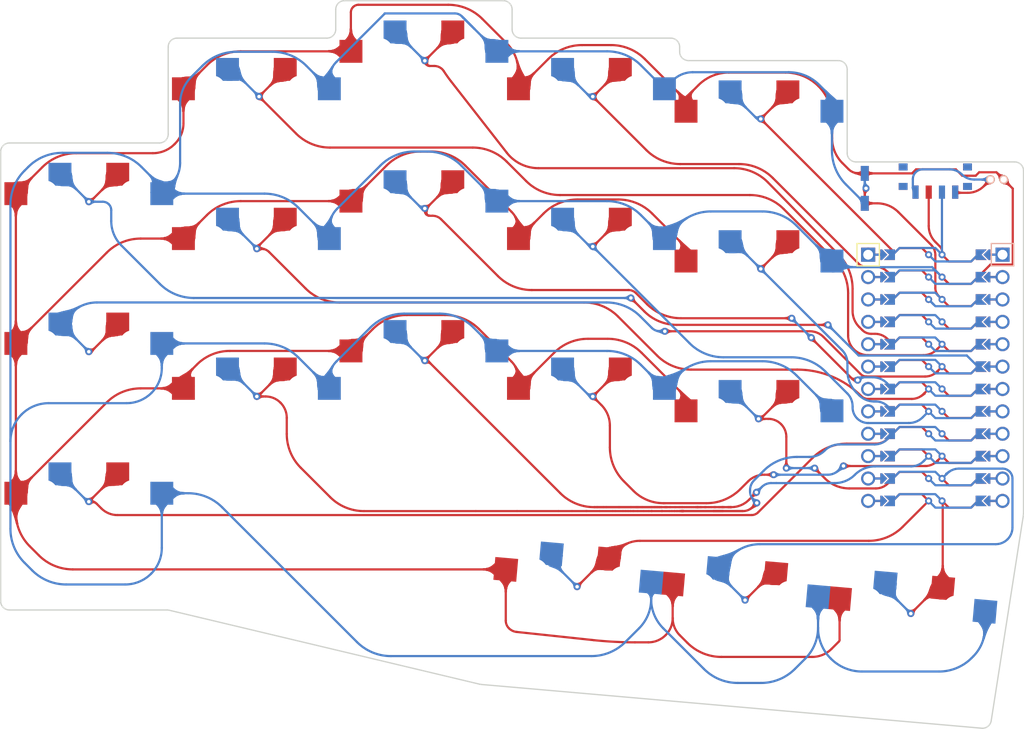
<source format=kicad_pcb>
(kicad_pcb (version 20211014) (generator pcbnew)
  (title_block (title "buckyboard") (rev "v1.0.0") (company "Unknown"))
  (layers (0 "F.Cu" signal) (31 "B.Cu" signal) (34 "B.Paste" user) (35 "F.Paste" user) (36 "B.SilkS" user "B.Silkscreen") (37 "F.SilkS" user "F.Silkscreen") (38 "B.Mask" user) (39 "F.Mask" user) (44 "Edge.Cuts" user))
  (net 0 "")
  (net 1 "matrix_pinky_bottom")
  (net 2 "GND")
  (net 3 "matrix_pinky_home")
  (net 4 "matrix_pinky_top")
  (net 5 "matrix_ring_bottom")
  (net 6 "matrix_ring_home")
  (net 7 "matrix_ring_top")
  (net 8 "matrix_middle_bottom")
  (net 9 "matrix_middle_home")
  (net 10 "matrix_middle_top")
  (net 11 "matrix_index_bottom")
  (net 12 "matrix_index_home")
  (net 13 "matrix_index_top")
  (net 14 "matrix_inner_bottom")
  (net 15 "matrix_inner_home")
  (net 16 "matrix_inner_top")
  (net 17 "thumbs_near")
  (net 18 "thumbs_home")
  (net 19 "thumbs_far")
  (net 20 "RAW")
  (net 21 "RST")
  (net 22 "VCC")
  (net 23 "pos")
  (footprint "lib:bat" (layer "F.Cu") (at 103 -39.35 90)
    (fp_text reference "")
    (fp_text value "")
  )
  (footprint "PG1350" (layer "F.Cu") (at 0 0)
    (fp_text reference "S1" hide)
    (fp_text value "" hide)
  )
  (footprint "PG1350" (layer "F.Cu") (at 0 -17)
    (fp_text reference "S2" hide)
    (fp_text value "" hide)
  )
  (footprint "PG1350" (layer "F.Cu") (at 76 -43.35)
    (fp_text reference "S15" hide)
    (fp_text value "" hide)
  )
  (footprint "PG1350" (layer "F.Cu") (at 19 -28.9)
    (fp_text reference "S5" hide)
    (fp_text value "" hide)
  )
  (footprint "PG1350" (layer "F.Cu") (at 57 -45.9)
    (fp_text reference "S12" hide)
    (fp_text value "" hide)
  )
  (footprint "PG1350" (layer "F.Cu") (at 76 -26.35)
    (fp_text reference "S14" hide)
    (fp_text value "" hide)
  )
  (footprint "PG1350" (layer "F.Cu") (at 57 -28.9)
    (fp_text reference "S11" hide)
    (fp_text value "" hide)
  )
  (footprint "PG1350" (layer "F.Cu") (at 19 -45.9)
    (fp_text reference "S6" hide)
    (fp_text value "" hide)
  )
  (footprint "Button_Switch_SMD:SW_SPST_B3U-1000P" (layer "F.Cu") (at 88 -38.35 -90)
    (fp_text reference "")
    (fp_text value "")
  )
  (footprint "PG1350" (layer "F.Cu") (at 38 -16.15)
    (fp_text reference "S7" hide)
    (fp_text value "" hide)
  )
  (footprint "PG1350" (layer "F.Cu") (at 74.127699 11.005959 -5)
    (fp_text reference "S17" hide)
    (fp_text value "" hide)
  )
  (footprint "PG1350" (layer "F.Cu") (at 93.055399 12.661918 -5)
    (fp_text reference "S18" hide)
    (fp_text value "" hide)
  )
  (footprint "ProMicro" (layer "F.Cu") (at 96 -16.85 -90)
    (fp_text reference "MCU1" hide)
    (fp_text value "")
  )
  (footprint "Button_Switch_SMD:SW_SPDT_PCM12" (layer "F.Cu") (at 96 -39.35 180)
    (fp_text reference "")
    (fp_text value "")
  )
  (footprint "PG1350" (layer "F.Cu") (at 19 -11.9)
    (fp_text reference "S4" hide)
    (fp_text value "" hide)
  )
  (footprint "PG1350" (layer "F.Cu") (at 0 -34)
    (fp_text reference "S3" hide)
    (fp_text value "" hide)
  )
  (footprint "PG1350" (layer "F.Cu") (at 38 -33.15)
    (fp_text reference "S8" hide)
    (fp_text value "" hide)
  )
  (footprint "PG1350" (layer "F.Cu") (at 76 -9.35)
    (fp_text reference "S13" hide)
    (fp_text value "" hide)
  )
  (footprint "PG1350" (layer "F.Cu") (at 38 -50.15)
    (fp_text reference "S9" hide)
    (fp_text value "" hide)
  )
  (footprint "PG1350" (layer "F.Cu") (at 57 -11.9)
    (fp_text reference "S10" hide)
    (fp_text value "" hide)
  )
  (footprint "PG1350" (layer "F.Cu") (at 55.2 9.35 -5)
    (fp_text reference "S16" hide)
    (fp_text value "" hide)
  )
  (gr_line (start -10 8.5) (end -10 -42.5) (layer "Edge.Cuts") (width 0.15))
  (gr_arc (start 8.88244 9.5) (mid 8.999196 9.506839) (end 9.114355 9.527264) (layer "Edge.Cuts") (width 0.15))
  (gr_line (start 87 -41.35) (end 105 -41.35) (layer "Edge.Cuts") (width 0.15))
  (gr_arc (start 87 -41.35) (mid 86.292893 -41.642893) (end 86 -42.35) (layer "Edge.Cuts") (width 0.15))
  (gr_arc (start 105 -41.35) (mid 105.707107 -41.057107) (end 106 -40.35) (layer "Edge.Cuts") (width 0.15))
  (gr_arc (start 85 -52.85) (mid 85.707107 -52.557107) (end 86 -51.85) (layer "Edge.Cuts") (width 0.15))
  (gr_line (start 86 -42.35) (end 86 -51.85) (layer "Edge.Cuts") (width 0.15))
  (gr_arc (start 49 -55.4) (mid 48.292893 -55.692893) (end 48 -56.4) (layer "Edge.Cuts") (width 0.15))
  (gr_arc (start 66 -55.4) (mid 66.707107 -55.107107) (end 67 -54.4) (layer "Edge.Cuts") (width 0.15))
  (gr_arc (start 9 -54.4) (mid 9.292893 -55.107107) (end 10 -55.4) (layer "Edge.Cuts") (width 0.15))
  (gr_arc (start 9 -44.5) (mid 8.707107 -43.792893) (end 8 -43.5) (layer "Edge.Cuts") (width 0.15))
  (gr_line (start 85 -52.85) (end 68 -52.85) (layer "Edge.Cuts") (width 0.15))
  (gr_line (start 9 -54.4) (end 9 -44.5) (layer "Edge.Cuts") (width 0.15))
  (gr_arc (start -10 -42.5) (mid -9.707107 -43.207107) (end -9 -43.5) (layer "Edge.Cuts") (width 0.15))
  (gr_arc (start 28 -56.4) (mid 27.707107 -55.692893) (end 27 -55.4) (layer "Edge.Cuts") (width 0.15))
  (gr_arc (start 47 -59.65) (mid 47.707107 -59.357107) (end 48 -58.65) (layer "Edge.Cuts") (width 0.15))
  (gr_line (start 66 -55.4) (end 49 -55.4) (layer "Edge.Cuts") (width 0.15))
  (gr_line (start 28 -58.65) (end 28 -56.4) (layer "Edge.Cuts") (width 0.15))
  (gr_line (start 27 -55.4) (end 10 -55.4) (layer "Edge.Cuts") (width 0.15))
  (gr_line (start 9.114355 9.527264) (end 44.338556 17.925241) (layer "Edge.Cuts") (width 0.15))
  (gr_arc (start 68 -52.85) (mid 67.292893 -53.142893) (end 67 -53.85) (layer "Edge.Cuts") (width 0.15))
  (gr_line (start 48 -56.4) (end 48 -58.65) (layer "Edge.Cuts") (width 0.15))
  (gr_line (start 47 -59.65) (end 29 -59.65) (layer "Edge.Cuts") (width 0.15))
  (gr_line (start 44.483316 17.9487) (end 101.258696 22.915902) (layer "Edge.Cuts") (width 0.15))
  (gr_arc (start 28 -58.65) (mid 28.292893 -59.357107) (end 29 -59.65) (layer "Edge.Cuts") (width 0.15))
  (gr_line (start 8 -43.5) (end -9 -43.5) (layer "Edge.Cuts") (width 0.15))
  (gr_line (start -9 9.5) (end 8.88244 9.5) (layer "Edge.Cuts") (width 0.15))
  (gr_arc (start 106 -1.427782) (mid 105.996989 -1.350234) (end 105.987973 -1.273153) (layer "Edge.Cuts") (width 0.15))
  (gr_arc (start -9 9.5) (mid -9.707107 9.207107) (end -10 8.5) (layer "Edge.Cuts") (width 0.15))
  (gr_line (start 105.987973 -1.273153) (end 102.333824 22.074337) (layer "Edge.Cuts") (width 0.15))
  (gr_line (start 106 -40.35) (end 106 -1.427782) (layer "Edge.Cuts") (width 0.15))
  (gr_arc (start 44.483315 17.9487) (mid 44.410505 17.939628) (end 44.338556 17.925241) (layer "Edge.Cuts") (width 0.15))
  (gr_arc (start 102.333824 22.074337) (mid 101.962233 22.707155) (end 101.258696 22.915902) (layer "Edge.Cuts") (width 0.15))
  (gr_line (start 67 -53.85) (end 67 -54.4) (layer "Edge.Cuts") (width 0.15))
  (segment (start 0.88346 -2.563236) (end 1.414696 -2.031999) (width 0.25) (layer "F.Cu") (net 1))
  (segment (start 3.113927 -5.907927) (end 0 -2.794) (width 0.25) (layer "F.Cu") (net 1))
  (segment (start 0 -2.794) (end 0.326348 -2.794) (width 0.25) (layer "F.Cu") (net 1))
  (segment (start 89.253504 -9.375) (end 85.948963 -9.375) (width 0.25) (layer "F.Cu") (net 1))
  (segment (start 3.254327 -1.27) (end 75.144626 -1.27) (width 0.25) (layer "F.Cu") (net 1))
  (segment (start 82.101207 -7.781207) (end 75.904927 -1.584927) (width 0.25) (layer "F.Cu") (net 1))
  (segment (start 3.2155 -5.95) (end 3.275 -5.95) (width 0.25) (layer "F.Cu") (net 1))
  (segment (start 90.6115 -9.9375) (end 91.174 -10.5) (width 0.25) (layer "F.Cu") (net 1))
  (via (at 0 -2.794) (size 0.8) (drill 0.4) (layers "F.Cu" "B.Cu") (net 1))
  (arc (start 3.113927 -5.907927) (mid 3.160529 -5.939065) (end 3.2155 -5.95) (width 0.25) (layer "F.Cu") (net 1))
  (arc (start 3.254327 -1.27) (mid 2.258726 -1.468037) (end 1.414696 -2.031999) (width 0.25) (layer "F.Cu") (net 1))
  (arc (start 75.144626 -1.27) (mid 75.556098 -1.351847) (end 75.904927 -1.584927) (width 0.25) (layer "F.Cu") (net 1))
  (arc (start 82.101207 -7.781207) (mid 83.866572 -8.960786) (end 85.948963 -9.375) (width 0.25) (layer "F.Cu") (net 1))
  (arc (start 0.88346 -2.563236) (mid 0.627855 -2.734026) (end 0.326348 -2.794) (width 0.25) (layer "F.Cu") (net 1))
  (arc (start 89.253504 -9.375) (mid 89.988446 -9.521188) (end 90.6115 -9.9375) (width 0.25) (layer "F.Cu") (net 1))
  (segment (start -0.161072 -2.836072) (end -3.275 -5.95) (width 0.25) (layer "B.Cu") (net 1))
  (segment (start -0.0595 -2.794) (end 0 -2.794) (width 0.25) (layer "B.Cu") (net 1))
  (arc (start -0.0595 -2.794) (mid -0.11447 -2.804934) (end -0.161072 -2.836072) (width 0.25) (layer "B.Cu") (net 1))
  (segment (start 48.725 -49.65) (end 52.091207 -53.016207) (width 0.25) (layer "F.Cu") (net 2))
  (segment (start 99.051989 -39.78253) (end 100.57535 -39.78253) (width 0.25) (layer "F.Cu") (net 2))
  (segment (start 84.226853 13.914589) (end 85.064615 13.076828) (width 0.25) (layer "F.Cu") (net 2))
  (segment (start 47.929504 -18.695495) (end 44.243791 -22.381208) (width 0.25) (layer "F.Cu") (net 2))
  (segment (start 2.031207 -14.056207) (end -8.275 -3.75) (width 0.25) (layer "F.Cu") (net 2))
  (segment (start 38.842734 -42.528302) (end 37.607265 -42.528302) (width 0.25) (layer "F.Cu") (net 2))
  (segment (start 44.615095 -57.588207) (end 47.37149 -54.831812) (width 0.25) (layer "F.Cu") (net 2))
  (segment (start 62.69049 -19.684509) (end 67.176992 -15.198007) (width 0.25) (layer "F.Cu") (net 2))
  (segment (start 13.381207 -35.306207) (end 10.725 -32.65) (width 0.25) (layer "F.Cu") (net 2))
  (segment (start 59.214036 -54.61) (end 55.938963 -54.61) (width 0.25) (layer "F.Cu") (net 2))
  (segment (start 55.412963 -37.084) (end 60.037036 -37.084) (width 0.25) (layer "F.Cu") (net 2))
  (segment (start 49.520495 -33.445495) (end 51.565207 -35.490207) (width 0.25) (layer "F.Cu") (net 2))
  (segment (start 10.73 -47.088542) (end 10.73 -45.732009) (width 0.25) (layer "F.Cu") (net 2))
  (segment (start 100.96782 -40.175) (end 102.925 -40.175) (width 0.25) (layer "F.Cu") (net 2))
  (segment (start 102.925 -40.175) (end 103.75 -39.35) (width 0.25) (layer "F.Cu") (net 2))
  (segment (start 47.283323 10.704313) (end 47.283323 4.893056) (width 0.25) (layer "F.Cu") (net 2))
  (segment (start 67.725 -47.875) (end 67.725 -47.41325) (width 0.25) (layer "F.Cu") (net 2))
  (segment (start 67.725 -30.875) (end 67.725 -30.1) (width 0.25) (layer "F.Cu") (net 2))
  (segment (start 12.2645 -18.3605) (end 11.139011 -17.235011) (width 0.25) (layer "F.Cu") (net 2))
  (segment (start 98.329518 -40.505001) (end 99.051989 -39.78253) (width 0.25) (layer "F.Cu") (net 2))
  (segment (start 13.381207 -52.306207) (end 10.725 -49.65) (width 0.25) (layer "F.Cu") (net 2))
  (segment (start 82.025409 14.826458) (end 71.735076 14.826458) (width 0.25) (layer "F.Cu") (net 2))
  (segment (start 5.878963 -32.65) (end 10.725 -32.65) (width 0.25) (layer "F.Cu") (net 2))
  (segment (start 9.770786 -43.416263) (end 9.712261 -43.357738) (width 0.25) (layer "F.Cu") (net 2))
  (segment (start 97.4695 -27.5725) (end 96.762 -28.28) (width 0.25) (layer "F.Cu") (net 2))
  (segment (start 29.725 -36.9) (end 33.759509 -40.934509) (width 0.25) (layer "F.Cu") (net 2))
  (segment (start 104.77972 -29.726961) (end 104.747192 -29.694433) (width 0.25) (layer "F.Cu") (net 2))
  (segment (start 93.353264 -40.05) (end 93.808265 -40.505001) (width 0.25) (layer "F.Cu") (net 2))
  (segment (start 48.725 -51.564151) (end 48.725 -49.65) (width 0.25) (layer "F.Cu") (net 2))
  (segment (start 104.747192 -29.694433) (end 102.240433 -29.694433) (width 0.25) (layer "F.Cu") (net 2))
  (segment (start 85.138722 12.89792) (end 85.138722 8.204974) (width 0.25) (layer "F.Cu") (net 2))
  (segment (start 57.261181 12.922759) (end 48.514141 11.992066) (width 0.25) (layer "F.Cu") (net 2))
  (segment (start 66.211022 10.415003) (end 66.211022 6.549015) (width 0.25) (layer "F.Cu") (net 2))
  (segment (start 102.240433 -29.694433) (end 100.826 -28.28) (width 0.25) (layer "F.Cu") (net 2))
  (segment (start 85.459999 -41.219999) (end 86.145631 -40.534368) (width 0.25) (layer "F.Cu") (net 2))
  (segment (start 7.255223 -42.34) (end -1.431036 -42.34) (width 0.25) (layer "F.Cu") (net 2))
  (segment (start 67.725 -13.875) (end 67.725 -13.1) (width 0.25) (layer "F.Cu") (net 2))
  (segment (start -5.668107 3.299263) (end -6.704384 2.262986) (width 0.25) (layer "F.Cu") (net 2))
  (segment (start 49.520495 -16.445495) (end 52.759509 -19.684509) (width 0.25) (layer "F.Cu") (net 2))
  (segment (start 10.725 -47.100613) (end 10.725 -49.65) (width 0.25) (layer "F.Cu") (net 2))
  (segment (start 17.228963 -53.9) (end 29.725 -53.9) (width 0.25) (layer "F.Cu") (net 2))
  (segment (start 68.273007 -49.198007) (end 69.145 -50.07) (width 0.25) (layer "F.Cu") (net 2))
  (segment (start 29.718 -55.461949) (end 29.718 -58.314789) (width 0.25) (layer "F.Cu") (net 2))
  (segment (start -8.275 -3.75) (end -8.275 -1.528814) (width 0.25) (layer "F.Cu") (net 2))
  (segment (start 67.88732 13.232665) (end 67.018088 12.363433) (width 0.25) (layer "F.Cu") (net 2))
  (segment (start 63.061792 -53.016207) (end 67.281997 -48.796002) (width 0.25) (layer "F.Cu") (net 2))
  (segment (start 47.929504 -35.695495) (end 42.69049 -40.934509) (width 0.25) (layer "F.Cu") (net 2))
  (segment (start 29.725 -19.9) (end 15.981181 -19.9) (width 0.25) (layer "F.Cu") (net 2))
  (segment (start 100.57535 -39.78253) (end 100.96782 -40.175) (width 0.25) (layer "F.Cu") (net 2))
  (segment (start 10.1395 -15.65) (end 5.878963 -15.65) (width 0.25) (layer "F.Cu") (net 2))
  (segment (start -8.275 -3.75) (end -8.275 -20.75) (width 0.25) (layer "F.Cu") (net 2))
  (segment (start 79.01504 -51.49) (end 72.573183 -51.49) (width 0.25) (layer "F.Cu") (net 2))
  (segment (start 30.58521 -59.182) (end 40.767339 -59.182) (width 0.25) (layer "F.Cu") (net 2))
  (segment (start 67.176992 -32.198007) (end 63.884792 -35.490207) (width 0.25) (layer "F.Cu") (net 2))
  (segment (start -5.278792 -40.746207) (end -8.275 -37.75) (width 0.25) (layer "F.Cu") (net 2))
  (segment (start 17.228963 -36.9) (end 29.725 -36.9) (width 0.25) (layer "F.Cu") (net 2))
  (segment (start 67.725 -47.7265) (end 67.725 -47.41325) (width 0.25) (layer "F.Cu") (net 2))
  (segment (start 2.031207 -31.056207) (end -8.275 -20.75) (width 0.25) (layer "F.Cu") (net 2))
  (segment (start 103.75 -39.35) (end 104.77972 -38.32028) (width 0.25) (layer "F.Cu") (net 2))
  (segment (start 88 -40.05) (end 93.353264 -40.05) (width 0.25) (layer "F.Cu") (net 2))
  (segment (start 61.931036 13.170499) (end 63.455526 13.170499) (width 0.25) (layer "F.Cu") (net 2))
  (segment (start 84.29 -44.044629) (end 84.29 -46.21504) (width 0.25) (layer "F.Cu") (net 2))
  (segment (start 29.725 -19.9) (end 32.206208 -22.381208) (width 0.25) (layer "F.Cu") (net 2))
  (segment (start -1.820351 4.893056) (end 47.283323 4.893056) (width 0.25) (layer "F.Cu") (net 2))
  (segment (start 88 -40.05) (end 87.315 -40.05) (width 0.25) (layer "F.Cu") (net 2))
  (segment (start 104.77972 -38.32028) (end 104.77972 -29.726961) (width 0.25) (layer "F.Cu") (net 2))
  (segment (start -8.275 -37.75) (end -8.275 -20.75) (width 0.25) (layer "F.Cu") (net 2))
  (segment (start 29.725 -53.9) (end 29.725 -55.44505) (width 0.25) (layer "F.Cu") (net 2))
  (segment (start 40.396035 -23.975001) (end 36.053964 -23.975001) (width 0.25) (layer "F.Cu") (net 2))
  (segment (start 58.842734 -21.278302) (end 56.607265 -21.278302) (width 0.25) (layer "F.Cu") (net 2))
  (segment (start 93.808265 -40.505001) (end 98.329518 -40.505001) (width 0.25) (layer "F.Cu") (net 2))
  (arc (start 55.412963 -37.084) (mid 53.330572 -36.669786) (end 51.565207 -35.490207) (width 0.25) (layer "F.Cu") (net 2))
  (arc (start 9.712261 -43.357738) (mid 8.584962 -42.604501) (end 7.255223 -42.34) (width 0.25) (layer "F.Cu") (net 2))
  (arc (start 82.025409 14.826458) (mid 83.216822 14.58947) (end 84.226853 13.914589) (width 0.25) (layer "F.Cu") (net 2))
  (arc (start 49.520495 -33.445495) (mid 49.012663 -33.344481) (end 48.725 -33.775) (width 0.25) (layer "F.Cu") (net 2))
  (arc (start 65.403956 12.363433) (mid 64.510008 12.960749) (end 63.455526 13.170499) (width 0.25) (layer "F.Cu") (net 2))
  (arc (start 72.573183 -51.49) (mid 70.717863 -51.120954) (end 69.145 -50.07) (width 0.25) (layer "F.Cu") (net 2))
  (arc (start 10.7275 -47.094578) (mid 10.72935 -47.091808) (end 10.73 -47.088542) (width 0.25) (layer "F.Cu") (net 2))
  (arc (start 44.615095 -57.588207) (mid 42.849729 -58.767786) (end 40.767339 -59.182) (width 0.25) (layer "F.Cu") (net 2))
  (arc (start 47.644661 11.576661) (mid 47.377231 11.176424) (end 47.283323 10.704313) (width 0.25) (layer "F.Cu") (net 2))
  (arc (start 61.931036 13.170499) (mid 59.592825 13.10852) (end 57.261181 12.922759) (width 0.25) (layer "F.Cu") (net 2))
  (arc (start 44.243791 -22.381208) (mid 42.478425 -23.560787) (end 40.396035 -23.975001) (width 0.25) (layer "F.Cu") (net 2))
  (arc (start 9.770786 -43.416263) (mid 10.480708 -44.478736) (end 10.73 -45.732009) (width 0.25) (layer "F.Cu") (net 2))
  (arc (start 29.7215 -55.4535) (mid 29.72409 -55.449623) (end 29.725 -55.44505) (width 0.25) (layer "F.Cu") (net 2))
  (arc (start 84.29 -44.044629) (mid 84.594072 -42.51595) (end 85.459999 -41.219999) (width 0.25) (layer "F.Cu") (net 2))
  (arc (start 86.145631 -40.534368) (mid 86.682142 -40.175883) (end 87.315 -40.05) (width 0.25) (layer "F.Cu") (net 2))
  (arc (start -5.668107 3.299263) (mid -3.902741 4.478842) (end -1.820351 4.893056) (width 0.25) (layer "F.Cu") (net 2))
  (arc (start 10.725 -16.2355) (mid 10.553511 -15.821488) (end 10.1395 -15.65) (width 0.25) (layer "F.Cu") (net 2))
  (arc (start 56.607265 -21.278302) (mid 54.524874 -20.864088) (end 52.759509 -19.684509) (width 0.25) (layer "F.Cu") (net 2))
  (arc (start 38.842734 -42.528302) (mid 40.925124 -42.114088) (end 42.69049 -40.934509) (width 0.25) (layer "F.Cu") (net 2))
  (arc (start 67.725 -47.7265) (mid 67.609867 -48.30531) (end 67.281997 -48.796002) (width 0.25) (layer "F.Cu") (net 2))
  (arc (start 66.211022 10.415003) (mid 66.420771 11.469485) (end 67.018088 12.363433) (width 0.25) (layer "F.Cu") (net 2))
  (arc (start 48.725 -51.564151) (mid 48.373234 -53.332596) (end 47.37149 -54.831812) (width 0.25) (layer "F.Cu") (net 2))
  (arc (start 17.228963 -53.9) (mid 15.146572 -53.485786) (end 13.381207 -52.306207) (width 0.25) (layer "F.Cu") (net 2))
  (arc (start 37.607265 -42.528302) (mid 35.524874 -42.114088) (end 33.759509 -40.934509) (width 0.25) (layer "F.Cu") (net 2))
  (arc (start 5.878963 -32.65) (mid 3.796572 -32.235786) (end 2.031207 -31.056207) (width 0.25) (layer "F.Cu") (net 2))
  (arc (start 67.88732 13.232665) (mid 69.652685 14.412244) (end 71.735076 14.826458) (width 0.25) (layer "F.Cu") (net 2))
  (arc (start 2.031207 -14.056207) (mid 3.796572 -15.235786) (end 5.878963 -15.65) (width 0.25) (layer "F.Cu") (net 2))
  (arc (start 67.725 -47.875) (mid 67.867422 -48.591006) (end 68.273007 -49.198007) (width 0.25) (layer "F.Cu") (net 2))
  (arc (start 67.725 -30.875) (mid 67.582577 -31.591006) (end 67.176992 -32.198007) (width 0.25) (layer "F.Cu") (net 2))
  (arc (start 47.929504 -35.695495) (mid 48.518257 -34.814364) (end 48.725 -33.775) (width 0.25) (layer "F.Cu") (net 2))
  (arc (start 58.842734 -21.278302) (mid 60.925124 -20.864088) (end 62.69049 -19.684509) (width 0.25) (layer "F.Cu") (net 2))
  (arc (start 49.520495 -16.445495) (mid 49.012663 -16.344481) (end 48.725 -16.775) (width 0.25) (layer "F.Cu") (net 2))
  (arc (start -8.275 -1.528814) (mid -7.86681 0.523293) (end -6.704384 2.262986) (width 0.25) (layer "F.Cu") (net 2))
  (arc (start 82.745 -49.945) (mid 83.888467 -48.233679) (end 84.29 -46.21504) (width 0.25) (layer "F.Cu") (net 2))
  (arc (start 55.938963 -54.61) (mid 53.856572 -54.195786) (end 52.091207 -53.016207) (width 0.25) (layer "F.Cu") (net 2))
  (arc (start 10.725 -16.2355) (mid 10.832597 -16.776431) (end 11.139011 -17.235011) (width 0.25) (layer "F.Cu") (net 2))
  (arc (start 17.228963 -36.9) (mid 15.146572 -36.485786) (end 13.381207 -35.306207) (width 0.25) (layer "F.Cu") (net 2))
  (arc (start 29.972 -58.928) (mid 29.784012 -58.646656) (end 29.718 -58.314789) (width 0.25) (layer "F.Cu") (net 2))
  (arc (start 10.725 -47.100613) (mid 10.725649 -47.097346) (end 10.7275 -47.094578) (width 0.25) (layer "F.Cu") (net 2))
  (arc (start 67.725 -47.41325) (mid 67.725 -47.41325) (end 67.725 -47.41325) (width 0.25) (layer "F.Cu") (net 2))
  (arc (start 32.206208 -22.381208) (mid 33.971573 -23.560787) (end 36.053964 -23.975001) (width 0.25) (layer "F.Cu") (net 2))
  (arc (start 67.725 -13.875) (mid 67.582577 -14.591006) (end 67.176992 -15.198007) (width 0.25) (layer "F.Cu") (net 2))
  (arc (start 79.01504 -51.49) (mid 81.033679 -51.088467) (end 82.745 -49.945) (width 0.25) (layer "F.Cu") (net 2))
  (arc (start 60.037036 -37.084) (mid 62.119426 -36.669786) (end 63.884792 -35.490207) (width 0.25) (layer "F.Cu") (net 2))
  (arc (start -5.278792 -40.746207) (mid -3.513426 -41.925786) (end -1.431036 -42.34) (width 0.25) (layer "F.Cu") (net 2))
  (arc (start 63.061792 -53.016207) (mid 61.296426 -54.195786) (end 59.214036 -54.61) (width 0.25) (layer "F.Cu") (net 2))
  (arc (start 47.644661 11.576661) (mid 48.043779 11.858922) (end 48.514141 11.992066) (width 0.25) (layer "F.Cu") (net 2))
  (arc (start 66.211022 10.415003) (mid 66.001272 11.469485) (end 65.403956 12.363433) (width 0.25) (layer "F.Cu") (net 2))
  (arc (start 30.58521 -59.182) (mid 30.253343 -59.115987) (end 29.972 -58.928) (width 0.25) (layer "F.Cu") (net 2))
  (arc (start 85.138722 12.89792) (mid 85.119462 12.994744) (end 85.064615 13.076828) (width 0.25) (layer "F.Cu") (net 2))
  (arc (start 12.2645 -18.3605) (mid 13.969727 -19.499896) (end 15.981181 -19.9) (width 0.25) (layer "F.Cu") (net 2))
  (arc (start 47.929504 -18.695495) (mid 48.518257 -17.814364) (end 48.725 -16.775) (width 0.25) (layer "F.Cu") (net 2))
  (arc (start 29.7215 -55.4535) (mid 29.718909 -55.457376) (end 29.718 -55.461949) (width 0.25) (layer "F.Cu") (net 2))
  (segment (start 62.618792 -18.306207) (end 65.275 -15.65) (width 0.25) (layer "B.Cu") (net 2))
  (segment (start 19.921036 -37.75) (end 8.929073 -37.75) (width 0.25) (layer "B.Cu") (net 2))
  (segment (start 42.789352 -57.385645) (end 42.946205 -57.228791) (width 0.25) (layer "B.Cu") (net 2))
  (segment (start 10.35 -47.93658) (end 10.35 -41.232497) (width 0.25) (layer "B.Cu") (net 2))
  (segment (start -4.553948 -13.97) (end 4.284417 -13.97) (width 0.25) (layer "B.Cu") (net 2))
  (segment (start 82.698044 7.991443) (end 82.698044 10.771648) (width 0.25) (layer "B.Cu") (net 2))
  (segment (start 63.770345 8.270469) (end 63.770345 6.987967) (width 0.25) (layer "B.Cu") (net 2))
  (segment (start 42.475646 -57.699353) (end 42.632499 -57.542499) (width 0.25) (layer "B.Cu") (net 2))
  (segment (start 8.018673 -38.731326) (end 5.963792 -40.786207) (width 0.25) (layer "B.Cu") (net 2))
  (segment (start 65.275 -32.65) (end 66.814151 -34.189151) (width 0.25) (layer "B.Cu") (net 2))
  (segment (start 24.670792 -52.254207) (end 26.479504 -50.445494) (width 0.25) (layer "B.Cu") (net 2))
  (segment (start -7.296207 4.133792) (end -6.419792 5.010206) (width 0.25) (layer "B.Cu") (net 2))
  (segment (start 65.138586 11.573695) (end 69.751098 16.186207) (width 0.25) (layer "B.Cu") (net 2))
  (segment (start 31.911207 -22.536207) (end 28.070495 -18.695495) (width 0.25) (layer "B.Cu") (net 2))
  (segment (start 46.275 -53.9) (end 43.730471 -56.444522) (width 0.25) (layer "B.Cu") (net 2))
  (segment (start 42.475646 -57.699353) (end 42.30375 -57.87125) (width 0.25) (layer "B.Cu") (net 2))
  (segment (start 19.921036 -20.75) (end 8.275 -20.75) (width 0.25) (layer "B.Cu") (net 2))
  (segment (start 11.268036 -3.75) (end 8.275 -3.75) (width 0.25) (layer "B.Cu") (net 2))
  (segment (start 84.275 -47.875) (end 84.275 -47.68125) (width 0.25) (layer "B.Cu") (net 2))
  (segment (start -6.862887 -40.786207) (end -7.296206 -40.352887) (width 0.25) (layer "B.Cu") (net 2))
  (segment (start 23.768792 -36.156207) (end 26.833234 -33.091764) (width 0.25) (layer "B.Cu") (net 2))
  (segment (start 80.24049 -17.134509) (end 84.275 -13.1) (width 0.25) (layer "B.Cu") (net 2))
  (segment (start 65.275 -32.65) (end 62.618792 -35.306207) (width 0.25) (layer "B.Cu") (net 2))
  (segment (start 60.837591 13.138207) (end 62.402103 11.573694) (width 0.25) (layer "B.Cu") (net 2))
  (segment (start -3.015131 -42.38) (end 2.116036 -42.38) (width 0.25) (layer "B.Cu") (net 2))
  (segment (start 56.989835 14.732) (end 34.257963 14.732) (width 0.25) (layer "B.Cu") (net 2))
  (segment (start 43.103058 -57.071937) (end 43.259911 -56.915083) (width 0.25) (layer "B.Cu") (net 2))
  (segment (start 84.155274 15.025186) (end 84.112256 14.982168) (width 0.25) (layer "B.Cu") (net 2))
  (segment (start 46.275 -36.9) (end 42.24049 -40.934509) (width 0.25) (layer "B.Cu") (net 2))
  (segment (start 82.698044 11.50712) (end 82.698044 7.991443) (width 0.25) (layer "B.Cu") (net 2))
  (segment (start 79.358532 -51.53) (end 68.48436 -51.53) (width 0.25) (layer "B.Cu") (net 2))
  (segment (start 62.618792 -52.306207) (end 64.334999 -50.589999) (width 0.25) (layer "B.Cu") (net 2))
  (segment (start 96.425621 16.482417) (end 87.67334 16.482417) (width 0.25) (layer "B.Cu") (net 2))
  (segment (start 35.758963 -24.13) (end 39.791036 -24.13) (width 0.25) (layer "B.Cu") (net 2))
  (segment (start 15.115792 -2.156207) (end 30.410207 13.138207) (width 0.25) (layer "B.Cu") (net 2))
  (segment (start 85.868792 -38.781207) (end 88 -36.65) (width 0.25) (layer "B.Cu") (net 2))
  (segment (start 101.625744 11.541829) (end 101.625744 9.647402) (width 0.25) (layer "B.Cu") (net 2))
  (segment (start 26.479504 -16.445495) (end 23.768792 -19.156207) (width 0.25) (layer "B.Cu") (net 2))
  (segment (start 8.275 -17.960582) (end 8.275 -20.75) (width 0.25) (layer "B.Cu") (net 2))
  (segment (start 84.275 -47.1) (end 84.275 -46.325) (width 0.25) (layer "B.Cu") (net 2))
  (segment (start 84.275 -47.68125) (end 84.275 -47.29375) (width 0.25) (layer "B.Cu") (net 2))
  (segment (start 42.475646 -57.699353) (end 42.318792 -57.856207) (width 0.25) (layer "B.Cu") (net 2))
  (segment (start 80.079792 16.186207) (end 81.240813 15.025186) (width 0.25) (layer "B.Cu") (net 2))
  (segment (start 84.97 -29.405) (end 95.637 -29.405) (width 0.25) (layer "B.Cu") (net 2))
  (segment (start 65.275 -15.65) (end 66.814151 -17.189151) (width 0.25) (layer "B.Cu") (net 2))
  (segment (start -2.572036 6.604) (end 4.121609 6.604) (width 0.25) (layer "B.Cu") (net 2))
  (segment (start 42.789352 -57.385645) (end 42.946205 -57.228791) (width 0.25) (layer "B.Cu") (net 2))
  (segment (start 8.275 -38.1125) (end 8.275 -37.75875) (width 0.25) (layer "B.Cu") (net 2))
  (segment (start 8.275 -38.404073) (end 8.275 -38.525) (width 0.25) (layer "B.Cu") (net 2))
  (segment (start 43.416764 -56.758229) (end 43.259911 -56.915083) (width 0.25) (layer "B.Cu") (net 2))
  (segment (start 76.392734 -35.728302) (end 70.52999 -35.728302) (width 0.25) (layer "B.Cu") (net 2))
  (segment (start 43.416764 -56.758229) (end 43.730471 -56.444522) (width 0.25) (layer "B.Cu") (net 2))
  (segment (start 95.637 -29.405) (end 96.762 -28.28) (width 0.25) (layer "B.Cu") (net 2))
  (segment (start 11.614603 -50.989603) (end 12.879207 -52.254207) (width 0.25) (layer "B.Cu") (net 2))
  (segment (start 95.8005 -25.1775) (end 95.238 -25.74) (width 0.25) (layer "B.Cu") (net 2))
  (segment (start -8.89 -36.505131) (end -8.89 -9.633948) (width 0.25) (layer "B.Cu") (net 2))
  (segment (start 100.286181 14.775818) (end 100.102663 14.959336) (width 0.25) (layer "B.Cu") (net 2))
  (segment (start 58.771036 -36.9) (end 46.275 -36.9) (width 0.25) (layer "B.Cu") (net 2))
  (segment (start 46.275 -19.9) (end 43.638792 -22.536207) (width 0.25) (layer "B.Cu") (net 2))
  (segment (start 84.275 -46.325) (end 84.275 -42.628963) (width 0.25) (layer "B.Cu") (net 2))
  (segment (start 41.510077 -58.2) (end 33.56375 -58.2) (width 0.25) (layer "B.Cu") (net 2))
  (segment (start 42.946205 -57.228791) (end 43.103058 -57.071937) (width 0.25) (layer "B.Cu") (net 2))
  (segment (start 42.789352 -57.385645) (end 42.632499 -57.542499) (width 0.25) (layer "B.Cu") (net 2))
  (segment (start 43.730471 -56.444522) (end 43.416764 -56.758229) (width 0.25) (layer "B.Cu") (net 2))
  (segment (start 43.103058 -57.071937) (end 43.259911 -56.915083) (width 0.25) (layer "B.Cu") (net 2))
  (segment (start 83.726992 -49.198007) (end 82.834999 -50.089999) (width 0.25) (layer "B.Cu") (net 2))
  (segment (start 27.275 -33.27475) (end 27.275 -33.8995) (width 0.25) (layer "B.Cu") (net 2))
  (segment (start 46.275 -19.9) (end 58.771036 -19.9) (width 0.25) (layer "B.Cu") (net 2))
  (segment (start 73.598854 17.78) (end 76.232036 17.78) (width 0.25) (layer "B.Cu") (net 2))
  (segment (start -8.89 -9.633948) (end -8.89 0.286036) (width 0.25) (layer "B.Cu") (net 2))
  (segment (start 84.275 -47.1) (end 84.275 -47.29375) (width 0.25) (layer "B.Cu") (net 2))
  (segment (start 20.823036 -53.848) (end 16.726963 -53.848) (width 0.25) (layer "B.Cu") (net 2))
  (segment (start 42.789352 -57.385645) (end 42.632499 -57.542499) (width 0.25) (layer "B.Cu") (net 2))
  (segment (start 46.275 -53.9) (end 58.771036 -53.9) (width 0.25) (layer "B.Cu") (net 2))
  (segment (start 8.322374 -37.762374) (end 9.33 -38.77) (width 0.25) (layer "B.Cu") (net 2))
  (segment (start 76.392734 -18.728302) (end 70.52999 -18.728302) (width 0.25) (layer "B.Cu") (net 2))
  (segment (start 43.416764 -56.758229) (end 43.259911 -56.915083) (width 0.25) (layer "B.Cu") (net 2))
  (segment (start 42.946205 -57.228791) (end 43.103058 -57.071937) (width 0.25) (layer "B.Cu") (net 2))
  (segment (start 36.908265 -42.528302) (end 38.392734 -42.528302) (width 0.25) (layer "B.Cu") (net 2))
  (segment (start 80.24049 -34.134509) (end 84.275 -30.1) (width 0.25) (layer "B.Cu") (net 2))
  (segment (start 84.275 -30.1) (end 84.97 -29.405) (width 0.25) (layer "B.Cu") (net 2))
  (segment (start 63.770345 6.987967) (end 63.770345 7.64045) (width 0.25) (layer "B.Cu") (net 2))
  (segment (start 33.544545 -58.169545) (end 28.070495 -52.695495) (width 0.25) (layer "B.Cu") (net 2))
  (segment (start 42.475646 -57.699353) (end 42.632499 -57.542499) (width 0.25) (layer "B.Cu") (net 2))
  (segment (start 8.275 -3.75) (end 8.275 2.450609) (width 0.25) (layer "B.Cu") (net 2))
  (segment (start 8.28375 -37.75) (end 8.2925 -37.75) (width 0.25) (layer "B.Cu") (net 2))
  (segment (start 28.158529 -36.032529) (end 33.060509 -40.934509) (width 0.25) (layer "B.Cu") (net 2))
  (arc (start -2.572036 6.604) (mid -4.654426 6.189786) (end -6.419792 5.010206) (width 0.25) (layer "B.Cu") (net 2))
  (arc (start 4.121609 6.604) (mid 5.711042 6.287841) (end 7.0585 5.3875) (width 0.25) (layer "B.Cu") (net 2))
  (arc (start 43.103058 -57.071937) (mid 43.103058 -57.071937) (end 43.103058 -57.071937) (width 0.25) (layer "B.Cu") (net 2))
  (arc (start 42.946205 -57.228791) (mid 42.946205 -57.228791) (end 42.946205 -57.228791) (width 0.25) (layer "B.Cu") (net 2))
  (arc (start 66.814151 -17.189151) (mid 68.518992 -18.328289) (end 70.52999 -18.728302) (width 0.25) (layer "B.Cu") (net 2))
  (arc (start 35.758963 -24.13) (mid 33.676572 -23.715786) (end 31.911207 -22.536207) (width 0.25) (layer "B.Cu") (net 2))
  (arc (start 60.837591 13.138207) (mid 59.072225 14.317786) (end 56.989835 14.732) (width 0.25) (layer "B.Cu") (net 2))
  (arc (start 73.598854 17.78) (mid 71.516463 17.365786) (end 69.751098 16.186207) (width 0.25) (layer "B.Cu") (net 2))
  (arc (start 42.475646 -57.699353) (mid 42.475646 -57.699352) (end 42.475646 -57.699353) (width 0.25) (layer "B.Cu") (net 2))
  (arc (start 76.392734 -18.728302) (mid 78.475124 -18.314088) (end 80.24049 -17.134509) (width 0.25) (layer "B.Cu") (net 2))
  (arc (start 62.618792 -52.306207) (mid 60.853426 -53.485786) (end 58.771036 -53.9) (width 0.25) (layer "B.Cu") (net 2))
  (arc (start 10.35 -47.93658) (mid 10.678659 -49.588864) (end 11.614603 -50.989603) (width 0.25) (layer "B.Cu") (net 2))
  (arc (start 66.215 -50.59) (mid 65.274999 -50.200638) (end 64.334999 -50.589999) (width 0.25) (layer "B.Cu") (net 2))
  (arc (start 33.544545 -58.169545) (mid 33.550432 -58.178356) (end 33.5525 -58.18875) (width 0.25) (layer "B.Cu") (net 2))
  (arc (start 28.070495 -18.695495) (mid 27.481742 -17.814364) (end 27.275 -16.775) (width 0.25) (layer "B.Cu") (net 2))
  (arc (start 80.079792 16.186207) (mid 78.314426 17.365786) (end 76.232036 17.78) (width 0.25) (layer "B.Cu") (net 2))
  (arc (start 82.698044 11.50712) (mid 82.319321 13.411083) (end 81.240813 15.025186) (width 0.25) (layer "B.Cu") (net 2))
  (arc (start 8.275 -38.404073) (mid 8.466573 -37.941573) (end 8.929073 -37.75) (width 0.25) (layer "B.Cu") (net 2))
  (arc (start 58.771036 -36.9) (mid 60.853426 -36.485786) (end 62.618792 -35.306207) (width 0.25) (layer "B.Cu") (net 2))
  (arc (start 84.275 -47.875) (mid 84.132577 -48.591006) (end 83.726992 -49.198007) (width 0.25) (layer "B.Cu") (net 2))
  (arc (start 80.24049 -34.134509) (mid 78.475124 -35.314088) (end 76.392734 -35.728302) (width 0.25) (layer "B.Cu") (net 2))
  (arc (start 65.138586 11.573695) (mid 64.125939 10.058162) (end 63.770345 8.270469) (width 0.25) (layer "B.Cu") (net 2))
  (arc (start 85.868792 -38.781207) (mid 84.689213 -40.546572) (end 84.275 -42.628963) (width 0.25) (layer "B.Cu") (net 2))
  (arc (start 16.726963 -53.848) (mid 14.644572 -53.433786) (end 12.879207 -52.254207) (width 0.25) (layer "B.Cu") (net 2))
  (arc (start -7.62 -12.7) (mid -6.213283 -13.639937) (end -4.553948 -13.97) (width 0.25) (layer "B.Cu") (net 2))
  (arc (start 27.275 -50.775) (mid 27.481742 -51.814364) (end 28.070495 -52.695495) (width 0.25) (layer "B.Cu") (net 2))
  (arc (start 63.770345 8.270469) (mid 63.41475 10.058161) (end 62.402103 11.573694) (width 0.25) (layer "B.Cu") (net 2))
  (arc (start 43.638792 -22.536207) (mid 41.873426 -23.715786) (end 39.791036 -24.13) (width 0.25) (layer "B.Cu") (net 2))
  (arc (start 7.106185 -15.138814) (mid 7.971234 -16.433452) (end 8.275 -17.960582) (width 0.25) (layer "B.Cu") (net 2))
  (arc (start 19.921036 -20.75) (mid 22.003426 -20.335786) (end 23.768792 -19.156207) (width 0.25) (layer "B.Cu") (net 2))
  (arc (start 9.33 -38.77) (mid 10.08491 -39.899803) (end 10.35 -41.232497) (width 0.25) (layer "B.Cu") (net 2))
  (arc (start -8.89 -36.505131) (mid -8.475786 -38.587521) (end -7.296206 -40.352887) (width 0.25) (layer "B.Cu") (net 2))
  (arc (start 8.275 2.450609) (mid 7.958841 4.040042) (end 7.0585 5.3875) (width 0.25) (layer "B.Cu") (net 2))
  (arc (start 42.632499 -57.542499) (mid 42.632499 -57.542499) (end 42.632499 -57.542499) (width 0.25) (layer "B.Cu") (net 2))
  (arc (start 8.7375 -38.2125) (mid 8.67877 -37.917247) (end 8.929073 -37.75) (width 0.25) (layer "B.Cu") (net 2))
  (arc (start 27.275 -50.775) (mid 26.987336 -50.34448) (end 26.479504 -50.445494) (width 0.25) (layer "B.Cu") (net 2))
  (arc (start 33.5525 -58.18875) (mid 33.555795 -58.196704) (end 33.56375 -58.2) (width 0.25) (layer "B.Cu") (net 2))
  (arc (start 27.275 -33.27475) (mid 27.11525 -33.035668) (end 26.833234 -33.091764) (width 0.25) (layer "B.Cu") (net 2))
  (arc (start 8.275 -38.404073) (mid 8.442247 -38.15377) (end 8.7375 -38.2125) (width 0.25) (layer "B.Cu") (net 2))
  (arc (start 42.30375 -57.87125) (mid 41.939609 -58.11456) (end 41.510077 -58.2) (width 0.25) (layer "B.Cu") (net 2))
  (arc (start 8.322374 -37.762374) (mid 8.308667 -37.753215) (end 8.2925 -37.75) (width 0.25) (layer "B.Cu") (net 2))
  (arc (start 20.823036 -53.848) (mid 22.905426 -53.433786) (end 24.670792 -52.254207) (width 0.25) (layer "B.Cu") (net 2))
  (arc (start 63.770345 6.987967) (mid 63.770345 6.987967) (end 63.770345 6.987967) (width 0.25) (layer "B.Cu") (net 2))
  (arc (start -3.015131 -42.38) (mid -5.097521 -41.965786) (end -6.862887 -40.786207) (width 0.25) (layer "B.Cu") (net 2))
  (arc (start 79.358532 -51.53) (mid 81.239982 -51.155755) (end 82.834999 -50.089999) (width 0.25) (layer "B.Cu") (net 2))
  (arc (start 62.618792 -18.306207) (mid 60.853426 -19.485786) (end 58.771036 -19.9) (width 0.25) (layer "B.Cu") (net 2))
  (arc (start 8.018673 -38.731326) (mid 8.208382 -38.447406) (end 8.275 -38.1125) (width 0.25) (layer "B.Cu") (net 2))
  (arc (start 84.155274 15.025186) (mid 85.769376 16.103695) (end 87.67334 16.482417) (width 0.25) (layer "B.Cu") (net 2))
  (arc (start 30.410207 13.138207) (mid 32.175572 14.317786) (end 34.257963 14.732) (width 0.25) (layer "B.Cu") (net 2))
  (arc (start 100.102663 14.959336) (mid 98.415622 16.086581) (end 96.425621 16.482417) (width 0.25) (layer "B.Cu") (net 2))
  (arc (start 43.416764 -56.758229) (mid 43.416764 -56.758229) (end 43.416764 -56.758229) (width 0.25) (layer "B.Cu") (net 2))
  (arc (start 11.268036 -3.75) (mid 13.350426 -3.335786) (end 15.115792 -2.156207) (width 0.25) (layer "B.Cu") (net 2))
  (arc (start 19.921036 -37.75) (mid 22.003426 -37.335786) (end 23.768792 -36.156207) (width 0.25) (layer "B.Cu") (net 2))
  (arc (start 26.479504 -16.445495) (mid 26.987336 -16.344481) (end 27.275 -16.775) (width 0.25) (layer "B.Cu") (net 2))
  (arc (start 82.698044 11.50712) (mid 83.065585 13.399903) (end 84.112256 14.982168) (width 0.25) (layer "B.Cu") (net 2))
  (arc (start -7.296207 4.133792) (mid -8.475786 2.368426) (end -8.89 0.286036) (width 0.25) (layer "B.Cu") (net 2))
  (arc (start 36.908265 -42.528302) (mid 34.825874 -42.114088) (end 33.060509 -40.934509) (width 0.25) (layer "B.Cu") (net 2))
  (arc (start 68.48436 -51.53) (mid 67.256191 -51.285701) (end 66.215 -50.59) (width 0.25) (layer "B.Cu") (net 2))
  (arc (start 28.158529 -36.032529) (mid 27.504621 -35.053887) (end 27.275 -33.8995) (width 0.25) (layer "B.Cu") (net 2))
  (arc (start 5.963792 -40.786207) (mid 4.198426 -41.965786) (end 2.116036 -42.38) (width 0.25) (layer "B.Cu") (net 2))
  (arc (start 43.259911 -56.915083) (mid 43.259911 -56.915083) (end 43.259911 -56.915083) (width 0.25) (layer "B.Cu") (net 2))
  (arc (start 7.106185 -15.138814) (mid 5.811547 -14.273764) (end 4.284417 -13.97) (width 0.25) (layer "B.Cu") (net 2))
  (arc (start 8.28375 -37.75) (mid 8.277562 -37.752562) (end 8.275 -37.75875) (width 0.25) (layer "B.Cu") (net 2))
  (arc (start 100.286181 14.775818) (mid 101.277602 13.292051) (end 101.625744 11.541829) (width 0.25) (layer "B.Cu") (net 2))
  (arc (start 66.814151 -34.189151) (mid 68.518992 -35.328289) (end 70.52999 -35.728302) (width 0.25) (layer "B.Cu") (net 2))
  (arc (start -8.89 -9.633948) (mid -8.559937 -11.293283) (end -7.62 -12.7) (width 0.25) (layer "B.Cu") (net 2))
  (arc (start 42.24049 -40.934509) (mid 40.475124 -42.114088) (end 38.392734 -42.528302) (width 0.25) (layer "B.Cu") (net 2))
  (arc (start 42.789352 -57.385645) (mid 42.789352 -57.385645) (end 42.789352 -57.385645) (width 0.25) (layer "B.Cu") (net 2))
  (segment (start 3.275 -22.8915) (end 3.275 -22.95) (width 0.25) (layer "F.Cu") (net 3))
  (segment (start 88.1813 -16.995) (end 94.841504 -16.995) (width 0.25) (layer "F.Cu") (net 3))
  (segment (start 83.30903 -21.492375) (end 87.541311 -17.260092) (width 0.25) (layer "F.Cu") (net 3))
  (segment (start 96.1995 -17.5575) (end 96.762 -18.12) (width 0.25) (layer "F.Cu") (net 3))
  (segment (start 81.769669 -22.13) (end 65.32 -22.13) (width 0.25) (layer "F.Cu") (net 3))
  (segment (start 0.127 -19.812) (end 0 -19.812) (width 0.25) (layer "F.Cu") (net 3))
  (segment (start 0.343802 -19.901802) (end 3.233634 -22.791634) (width 0.25) (layer "F.Cu") (net 3))
  (via (at 0 -19.812) (size 0.8) (drill 0.4) (layers "F.Cu" "B.Cu") (net 3))
  (via (at 65.32 -22.13) (size 0.8) (drill 0.4) (layers "F.Cu" "B.Cu") (net 3))
  (arc (start 0.127 -19.812) (mid 0.244332 -19.835338) (end 0.343802 -19.901802) (width 0.25) (layer "F.Cu") (net 3))
  (arc (start 96.1995 -17.5575) (mid 95.576446 -17.141188) (end 94.841504 -16.995) (width 0.25) (layer "F.Cu") (net 3))
  (arc (start 81.769669 -22.13) (mid 82.602765 -21.964287) (end 83.30903 -21.492375) (width 0.25) (layer "F.Cu") (net 3))
  (arc (start 88.1813 -16.995) (mid 87.83494 -17.063895) (end 87.541311 -17.260092) (width 0.25) (layer "F.Cu") (net 3))
  (arc (start 3.275 -22.8915) (mid 3.264249 -22.837452) (end 3.233634 -22.791634) (width 0.25) (layer "F.Cu") (net 3))
  (segment (start 0 -19.812) (end -3.089563 -22.901563) (width 0.25) (layer "B.Cu") (net 3))
  (segment (start 58.706036 -25.4) (end 0.907411 -25.4) (width 0.25) (layer "B.Cu") (net 3))
  (segment (start 64.775 -22.13) (end 65.32 -22.13) (width 0.25) (layer "B.Cu") (net 3))
  (segment (start -3.226563 -22.998436) (end -2.049999 -24.174999) (width 0.25) (layer "B.Cu") (net 3))
  (segment (start 62.553792 -23.806206) (end 63.844626 -22.515373) (width 0.25) (layer "B.Cu") (net 3))
  (arc (start -3.089563 -22.901563) (mid -3.143214 -22.937411) (end -3.2065 -22.95) (width 0.25) (layer "B.Cu") (net 3))
  (arc (start 62.553792 -23.806206) (mid 60.788426 -24.985786) (end 58.706036 -25.4) (width 0.25) (layer "B.Cu") (net 3))
  (arc (start -3.226563 -22.998436) (mid -3.232713 -22.967515) (end -3.2065 -22.95) (width 0.25) (layer "B.Cu") (net 3))
  (arc (start -2.049999 -24.174999) (mid -0.693127 -25.081632) (end 0.907411 -25.4) (width 0.25) (layer "B.Cu") (net 3))
  (arc (start 64.775 -22.13) (mid 64.271485 -22.230155) (end 63.844626 -22.515373) (width 0.25) (layer "B.Cu") (net 3))
  (segment (start 83.819646 -22.86) (end 66.682902 -22.86) (width 0.25) (layer "F.Cu") (net 4))
  (segment (start 83.8205 -22.8605) (end 83.82025 -22.86025) (width 0.25) (layer "F.Cu") (net 4))
  (segment (start 0.0775 -36.83) (end 0 -36.83) (width 0.25) (layer "F.Cu") (net 4))
  (segment (start 0.2098 -36.8848) (end 3.275 -39.95) (width 0.25) (layer "F.Cu") (net 4))
  (segment (start 61.4723 -25.9123) (end 62.99845 -24.38615) (width 0.25) (layer "F.Cu") (net 4))
  (via (at 83.8205 -22.8605) (size 0.8) (drill 0.4) (layers "F.Cu" "B.Cu") (net 4))
  (via (at 0 -36.83) (size 0.8) (drill 0.4) (layers "F.Cu" "B.Cu") (net 4))
  (via (at 61.4723 -25.9123) (size 0.8) (drill 0.4) (layers "F.Cu" "B.Cu") (net 4))
  (arc (start 83.819646 -22.86) (mid 83.819972 -22.860064) (end 83.82025 -22.86025) (width 0.25) (layer "F.Cu") (net 4))
  (arc (start 66.682902 -22.86) (mid 64.68889 -23.256633) (end 62.99845 -24.38615) (width 0.25) (layer "F.Cu") (net 4))
  (arc (start 0.0775 -36.83) (mid 0.1491 -36.844242) (end 0.2098 -36.8848) (width 0.25) (layer "F.Cu") (net 4))
  (segment (start 87.299998 -19.38) (end 99.566 -19.38) (width 0.25) (layer "B.Cu") (net 4))
  (segment (start 85.551206 -21.128792) (end 87.299998 -19.38) (width 0.25) (layer "B.Cu") (net 4))
  (segment (start -3.065199 -39.895199) (end 0 -36.83) (width 0.25) (layer "B.Cu") (net 4))
  (segment (start 11.901663 -25.9123) (end 61.4723 -25.9123) (width 0.25) (layer "B.Cu") (net 4))
  (segment (start 1.585723 -36.83) (end 0 -36.83) (width 0.25) (layer "B.Cu") (net 4))
  (segment (start -3.1975 -39.95) (end -3.275 -39.95) (width 0.25) (layer "B.Cu") (net 4))
  (segment (start 2.54 -34.645499) (end 2.54 -35.875723) (width 0.25) (layer "B.Cu") (net 4))
  (segment (start 83.8205 -22.8605) (end 83.8205 -22.86) (width 0.25) (layer "B.Cu") (net 4))
  (segment (start 99.566 -19.38) (end 100.826 -18.12) (width 0.25) (layer "B.Cu") (net 4))
  (segment (start 8.053907 -27.506092) (end 3.689401 -31.870598) (width 0.25) (layer "B.Cu") (net 4))
  (segment (start 83.820853 -22.859146) (end 85.551206 -21.128792) (width 0.25) (layer "B.Cu") (net 4))
  (arc (start 2.54 -35.875723) (mid 2.46736 -36.240909) (end 2.260499 -36.550499) (width 0.25) (layer "B.Cu") (net 4))
  (arc (start 2.54 -34.645499) (mid 2.838719 -33.143733) (end 3.689401 -31.870598) (width 0.25) (layer "B.Cu") (net 4))
  (arc (start -3.065199 -39.895199) (mid -3.125899 -39.935757) (end -3.1975 -39.95) (width 0.25) (layer "B.Cu") (net 4))
  (arc (start 1.585723 -36.83) (mid 1.950909 -36.75736) (end 2.260499 -36.550499) (width 0.25) (layer "B.Cu") (net 4))
  (arc (start 8.053907 -27.506092) (mid 9.819272 -26.326513) (end 11.901663 -25.9123) (width 0.25) (layer "B.Cu") (net 4))
  (arc (start 83.8205 -22.86) (mid 83.820591 -22.859537) (end 83.820853 -22.859146) (width 0.25) (layer "B.Cu") (net 4))
  (segment (start 67.265737 -1.72) (end 67.309998 -1.72) (width 0.25) (layer "F.Cu") (net 5))
  (segment (start 54.790207 -1.72) (end 53.251136 -1.72) (width 0.25) (layer "F.Cu") (net 5))
  (segment (start 64.988985 -1.72) (end 64.966855 -1.72) (width 0.25) (layer "F.Cu") (net 5))
  (segment (start 43.87856 -1.72) (end 31.209963 -1.72) (width 0.25) (layer "F.Cu") (net 5))
  (segment (start 66.691017 -1.72) (end 66.436852 -1.72) (width 0.25) (layer "F.Cu") (net 5))
  (segment (start 62.256212 -1.72) (end 61.797509 -1.72) (width 0.25) (layer "F.Cu") (net 5))
  (segment (start 61.706306 -1.72) (end 61.43001 -1.72) (width 0.25) (layer "F.Cu") (net 5))
  (segment (start 65.81787 -1.72) (end 65.033245 -1.72) (width 0.25) (layer "F.Cu") (net 5))
  (segment (start 22.445814 -10.484149) (end 22.445814 -12.309929) (width 0.25) (layer "F.Cu") (net 5))
  (segment (start 61.153714 -1.72) (end 60.877418 -1.72) (width 0.25) (layer "F.Cu") (net 5))
  (segment (start 65.033245 -1.72) (end 65.011115 -1.72) (width 0.25) (layer "F.Cu") (net 5))
  (segment (start 20.038499 -14.732) (end 19.05 -14.732) (width 0.25) (layer "F.Cu") (net 5))
  (segment (start 67.265737 -1.72) (end 67.309998 -1.72) (width 0.25) (layer "F.Cu") (net 5))
  (segment (start 66.997658 -1.72) (end 66.923052 -1.72) (width 0.25) (layer "F.Cu") (net 5))
  (segment (start 63.839544 -1.72) (end 63.817414 -1.72) (width 0.25) (layer "F.Cu") (net 5))
  (segment (start 66.923052 -1.72) (end 66.713148 -1.72) (width 0.25) (layer "F.Cu") (net 5))
  (segment (start 63.795284 -1.72) (end 63.513456 -1.72) (width 0.25) (layer "F.Cu") (net 5))
  (segment (start 59.40742 -1.72) (end 57.937423 -1.72) (width 0.25) (layer "F.Cu") (net 5))
  (segment (start 67.11904 -1.72) (end 67.058349 -1.72) (width 0.25) (layer "F.Cu") (net 5))
  (segment (start 71.907767 -1.72) (end 74.16239 -1.72) (width 0.25) (layer "F.Cu") (net 5))
  (segment (start 66.713148 -1.72) (end 66.691017 -1.72) (width 0.25) (layer "F.Cu") (net 5))
  (segment (start 19.05 -14.732) (end 19.1035 -14.732) (width 0.25) (layer "F.Cu") (net 5))
  (segment (start 63.513456 -1.72) (end 62.92767 -1.72) (width 0.25) (layer "F.Cu") (net 5))
  (segment (start 66.414722 -1.72) (end 66.436852 -1.72) (width 0.25) (layer "F.Cu") (net 5))
  (segment (start 70.824716 -1.72) (end 74.16239 -1.72) (width 0.25) (layer "F.Cu") (net 5))
  (segment (start 56.398352 -1.72) (end 54.790207 -1.72) (width 0.25) (layer "F.Cu") (net 5))
  (segment (start 56.467426 -1.72) (end 56.398352 -1.72) (width 0.25) (layer "F.Cu") (net 5))
  (segment (start 66.116296 -1.72) (end 65.81787 -1.72) (width 0.25) (layer "F.Cu") (net 5))
  (segment (start 59.40742 -1.72) (end 59.705845 -1.72) (width 0.25) (layer "F.Cu") (net 5))
  (segment (start 48.564848 -1.72) (end 43.87856 -1.72) (width 0.25) (layer "F.Cu") (net 5))
  (segment (start 67.442781 -1.72) (end 70.824716 -1.72) (width 0.25) (layer "F.Cu") (net 5))
  (segment (start 66.414722 -1.72) (end 66.116296 -1.72) (width 0.25) (layer "F.Cu") (net 5))
  (segment (start 60.578992 -1.72) (end 59.705845 -1.72) (width 0.25) (layer "F.Cu") (net 5))
  (segment (start 67.058349 -1.72) (end 66.997658 -1.72) (width 0.25) (layer "F.Cu") (net 5))
  (segment (start 67.265737 -1.72) (end 67.221476 -1.72) (width 0.25) (layer "F.Cu") (net 5))
  (segment (start 61.43001 -1.72) (end 61.153714 -1.72) (width 0.25) (layer "F.Cu") (net 5))
  (segment (start 67.39852 -1.72) (end 67.442781 -1.72) (width 0.25) (layer "F.Cu") (net 5))
  (segment (start 53.251136 -1.72) (end 48.564848 -1.72) (width 0.25) (layer "F.Cu") (net 5))
  (segment (start 24.039606 -6.636393) (end 27.362207 -3.313792) (width 0.25) (layer "F.Cu") (net 5))
  (segment (start 67.221476 -1.72) (end 67.132955 -1.72) (width 0.25) (layer "F.Cu") (net 5))
  (segment (start 67.39852 -1.72) (end 67.354259 -1.72) (width 0.25) (layer "F.Cu") (net 5))
  (segment (start 63.817414 -1.72) (end 63.795284 -1.72) (width 0.25) (layer "F.Cu") (net 5))
  (segment (start 67.442781 -1.72) (end 71.907767 -1.72) (width 0.25) (layer "F.Cu") (net 5))
  (segment (start 67.309998 -1.72) (end 67.354259 -1.72) (width 0.25) (layer "F.Cu") (net 5))
  (segment (start 21.725972 -14.033025) (end 21.736406 -14.022592) (width 0.25) (layer "F.Cu") (net 5))
  (segment (start 19.19483 -14.76983) (end 22.275 -17.85) (width 0.25) (layer "F.Cu") (net 5))
  (segment (start 67.265737 -1.72) (end 67.221476 -1.72) (width 0.25) (layer "F.Cu") (net 5))
  (segment (start 63.861674 -1.72) (end 63.839544 -1.72) (width 0.25) (layer "F.Cu") (net 5))
  (segment (start 67.132955 -1.72) (end 67.11904 -1.72) (width 0.25) (layer "F.Cu") (net 5))
  (segment (start 67.39852 -1.72) (end 67.442781 -1.72) (width 0.25) (layer "F.Cu") (net 5))
  (segment (start 75.75 -2.65) (end 75.285 -2.185) (width 0.25) (layer "F.Cu") (net 5))
  (segment (start 62.92767 -1.72) (end 62.256212 -1.72) (width 0.25) (layer "F.Cu") (net 5))
  (segment (start 61.797509 -1.72) (end 61.706306 -1.72) (width 0.25) (layer "F.Cu") (net 5))
  (segment (start 67.309998 -1.72) (end 67.354259 -1.72) (width 0.25) (layer "F.Cu") (net 5))
  (segment (start 64.966855 -1.72) (end 63.861674 -1.72) (width 0.25) (layer "F.Cu") (net 5))
  (segment (start 57.937423 -1.72) (end 56.467426 -1.72) (width 0.25) (layer "F.Cu") (net 5))
  (segment (start 67.39852 -1.72) (end 67.354259 -1.72) (width 0.25) (layer "F.Cu") (net 5))
  (segment (start 60.877418 -1.72) (end 60.578992 -1.72) (width 0.25) (layer "F.Cu") (net 5))
  (segment (start 65.011115 -1.72) (end 64.988985 -1.72) (width 0.25) (layer "F.Cu") (net 5))
  (segment (start 67.132955 -1.72) (end 67.221476 -1.72) (width 0.25) (layer "F.Cu") (net 5))
  (via (at 75.75 -2.65) (size 0.8) (drill 0.4) (layers "F.Cu" "B.Cu") (net 5))
  (via (at 19.05 -14.732) (size 0.8) (drill 0.4) (layers "F.Cu" "B.Cu") (net 5))
  (arc (start 67.265737 -1.72) (mid 67.265737 -1.72) (end 67.265737 -1.72) (width 0.25) (layer "F.Cu") (net 5))
  (arc (start 22.445814 -10.484149) (mid 22.860027 -8.401758) (end 24.039606 -6.636393) (width 0.25) (layer "F.Cu") (net 5))
  (arc (start 67.39852 -1.72) (mid 67.39852 -1.72) (end 67.39852 -1.72) (width 0.25) (layer "F.Cu") (net 5))
  (arc (start 21.725972 -14.033025) (mid 20.951752 -14.550342) (end 20.038499 -14.732) (width 0.25) (layer "F.Cu") (net 5))
  (arc (start 27.362207 -3.313792) (mid 29.127572 -2.134213) (end 31.209963 -1.72) (width 0.25) (layer "F.Cu") (net 5))
  (arc (start 67.354259 -1.72) (mid 67.354259 -1.72) (end 67.354259 -1.72) (width 0.25) (layer "F.Cu") (net 5))
  (arc (start 75.285 -2.185) (mid 74.769942 -1.840849) (end 74.16239 -1.72) (width 0.25) (layer "F.Cu") (net 5))
  (arc (start 67.442781 -1.72) (mid 67.442781 -1.72) (end 67.442781 -1.72) (width 0.25) (layer "F.Cu") (net 5))
  (arc (start 21.736406 -14.022592) (mid 22.261444 -13.236815) (end 22.445814 -12.309929) (width 0.25) (layer "F.Cu") (net 5))
  (arc (start 67.309998 -1.72) (mid 67.309998 -1.72) (end 67.309998 -1.72) (width 0.25) (layer "F.Cu") (net 5))
  (arc (start 19.19483 -14.76983) (mid 19.152927 -14.741831) (end 19.1035 -14.732) (width 0.25) (layer "F.Cu") (net 5))
  (arc (start 70.824716 -1.72) (mid 71.366241 -1.72) (end 71.907767 -1.72) (width 0.25) (layer "F.Cu") (net 5))
  (arc (start 67.221476 -1.72) (mid 67.221476 -1.72) (end 67.221476 -1.72) (width 0.25) (layer "F.Cu") (net 5))
  (segment (start 75.75 -2.65) (end 75.3675 -3.0325) (width 0.25) (layer "B.Cu") (net 5))
  (segment (start 16.005185 -17.776814) (end 19.05 -14.732) (width 0.25) (layer "B.Cu") (net 5))
  (segment (start 90.569 -9.895) (end 91.174 -10.5) (width 0.25) (layer "B.Cu") (net 5))
  (segment (start 89.1084 -9.29) (end 85.149992 -9.29) (width 0.25) (layer "B.Cu") (net 5))
  (segment (start 74.985 -3.955936) (end 74.985 -4.085) (width 0.25) (layer "B.Cu") (net 5))
  (segment (start 15.8285 -17.85) (end 15.725 -17.85) (width 0.25) (layer "B.Cu") (net 5))
  (segment (start 81.721809 -7.87) (end 80.302637 -7.87) (width 0.25) (layer "B.Cu") (net 5))
  (segment (start 76.5425 -6.3125) (end 75.458761 -5.228761) (width 0.25) (layer "B.Cu") (net 5))
  (arc (start 74.985 -4.085) (mid 75.108126 -4.703999) (end 75.458761 -5.228761) (width 0.25) (layer "B.Cu") (net 5))
  (arc (start 83.435901 -8.58) (mid 82.649468 -8.054522) (end 81.721809 -7.87) (width 0.25) (layer "B.Cu") (net 5))
  (arc (start 16.005185 -17.776814) (mid 15.924121 -17.830979) (end 15.8285 -17.85) (width 0.25) (layer "B.Cu") (net 5))
  (arc (start 83.435901 -8.58) (mid 84.222332 -9.105477) (end 85.149992 -9.29) (width 0.25) (layer "B.Cu") (net 5))
  (arc (start 75.3675 -3.0325) (mid 75.084408 -3.456176) (end 74.985 -3.955936) (width 0.25) (layer "B.Cu") (net 5))
  (arc (start 89.1084 -9.29) (mid 89.898871 -9.447234) (end 90.569 -9.895) (width 0.25) (layer "B.Cu") (net 5))
  (arc (start 80.302637 -7.87) (mid 78.267665 -7.465218) (end 76.5425 -6.3125) (width 0.25) (layer "B.Cu") (net 5))
  (segment (start 28.423464 -25.4) (end 56.166036 -25.4) (width 0.25) (layer "F.Cu") (net 6))
  (segment (start 93.317504 -14.455) (end 88.361381 -14.455) (width 0.25) (layer "F.Cu") (net 6))
  (segment (start 94.6755 -15.0175) (end 95.238 -15.58) (width 0.25) (layer "F.Cu") (net 6))
  (segment (start 19.095608 -31.670608) (end 22.275 -34.85) (width 0.25) (layer "F.Cu") (net 6))
  (segment (start 80.33424 -17.78) (end 68.293963 -17.78) (width 0.25) (layer "F.Cu") (net 6))
  (segment (start 19.05 -31.496) (end 19.05 -31.5605) (width 0.25) (layer "F.Cu") (net 6))
  (segment (start 19.56175 -31.496) (end 19.05 -31.496) (width 0.25) (layer "F.Cu") (net 6))
  (segment (start 20.435363 -31.134137) (end 24.575708 -26.993792) (width 0.25) (layer "F.Cu") (net 6))
  (segment (start 64.446207 -19.373792) (end 60.013792 -23.806207) (width 0.25) (layer "F.Cu") (net 6))
  (via (at 19.05 -31.496) (size 0.8) (drill 0.4) (layers "F.Cu" "B.Cu") (net 6))
  (arc (start 60.013792 -23.806207) (mid 58.248426 -24.985786) (end 56.166036 -25.4) (width 0.25) (layer "F.Cu") (net 6))
  (arc (start 28.423464 -25.4) (mid 26.341073 -25.814213) (end 24.575708 -26.993792) (width 0.25) (layer "F.Cu") (net 6))
  (arc (start 93.317504 -14.455) (mid 94.052446 -14.601188) (end 94.6755 -15.0175) (width 0.25) (layer "F.Cu") (net 6))
  (arc (start 64.446207 -19.373792) (mid 66.211572 -18.194213) (end 68.293963 -17.78) (width 0.25) (layer "F.Cu") (net 6))
  (arc (start 19.095608 -31.670608) (mid 19.061853 -31.62009) (end 19.05 -31.5605) (width 0.25) (layer "F.Cu") (net 6))
  (arc (start 87.597646 -14.771351) (mid 87.94805 -14.537217) (end 88.361381 -14.455) (width 0.25) (layer "F.Cu") (net 6))
  (arc (start 20.435363 -31.134137) (mid 20.034546 -31.401954) (end 19.56175 -31.496) (width 0.25) (layer "F.Cu") (net 6))
  (arc (start 87.597646 -14.771351) (mid 84.265154 -16.998086) (end 80.33424 -17.78) (width 0.25) (layer "F.Cu") (net 6))
  (segment (start 19.05 -31.5105) (end 19.05 -31.496) (width 0.25) (layer "B.Cu") (net 6))
  (segment (start 19.039746 -31.535253) (end 15.725 -34.85) (width 0.25) (layer "B.Cu") (net 6))
  (arc (start 19.05 -31.5105) (mid 19.047335 -31.523896) (end 19.039746 -31.535253) (width 0.25) (layer "B.Cu") (net 6))
  (segment (start 19.304 -48.768) (end 23.499905 -44.572094) (width 0.25) (layer "F.Cu") (net 7))
  (segment (start 49.58581 -39.185792) (end 47.387094 -41.384509) (width 0.25) (layer "F.Cu") (net 7))
  (segment (start 22.235755 -51.699755) (end 19.304 -48.768) (width 0.25) (layer "F.Cu") (net 7))
  (segment (start 88.349138 -19.42) (end 94.645187 -19.42) (width 0.25) (layer "F.Cu") (net 7))
  (segment (start 27.347661 -42.978302) (end 43.539338 -42.978302) (width 0.25) (layer "F.Cu") (net 7))
  (segment (start 22.275 -51.7945) (end 22.275 -51.85) (width 0.25) (layer "F.Cu") (net 7))
  (segment (start 86.106 -21.663138) (end 86.106 -26.448036) (width 0.25) (layer "F.Cu") (net 7))
  (segment (start 96.142 -20.04) (end 96.762 -20.66) (width 0.25) (layer "F.Cu") (net 7))
  (segment (start 84.512207 -30.295792) (end 78.809792 -35.998207) (width 0.25) (layer "F.Cu") (net 7))
  (segment (start 74.962036 -37.592) (end 53.433567 -37.592) (width 0.25) (layer "F.Cu") (net 7))
  (via (at 19.304 -48.768) (size 0.8) (drill 0.4) (layers "F.Cu" "B.Cu") (net 7))
  (arc (start 22.275 -51.7945) (mid 22.2648 -51.743224) (end 22.235755 -51.699755) (width 0.25) (layer "F.Cu") (net 7))
  (arc (start 86.763 -20.077) (mid 86.276748 -20.804726) (end 86.106 -21.663138) (width 0.25) (layer "F.Cu") (net 7))
  (arc (start 96.142 -20.04) (mid 95.455256 -19.581132) (end 94.645187 -19.42) (width 0.25) (layer "F.Cu") (net 7))
  (arc (start 86.763 -20.077) (mid 87.490726 -19.590748) (end 88.349138 -19.42) (width 0.25) (layer "F.Cu") (net 7))
  (arc (start 27.347661 -42.978302) (mid 25.26527 -43.392515) (end 23.499905 -44.572094) (width 0.25) (layer "F.Cu") (net 7))
  (arc (start 49.58581 -39.185792) (mid 51.351176 -38.006213) (end 53.433567 -37.592) (width 0.25) (layer "F.Cu") (net 7))
  (arc (start 47.387094 -41.384509) (mid 45.621728 -42.564088) (end 43.539338 -42.978302) (width 0.25) (layer "F.Cu") (net 7))
  (arc (start 84.512207 -30.295792) (mid 85.691786 -28.530426) (end 86.106 -26.448036) (width 0.25) (layer "F.Cu") (net 7))
  (arc (start 78.809792 -35.998207) (mid 77.044426 -37.177786) (end 74.962036 -37.592) (width 0.25) (layer "F.Cu") (net 7))
  (segment (start 15.9735 -51.85) (end 15.725 -51.85) (width 0.25) (layer "B.Cu") (net 7))
  (segment (start 19.304 -48.768) (end 16.397716 -51.674283) (width 0.25) (layer "B.Cu") (net 7))
  (arc (start 15.9735 -51.85) (mid 16.203084 -51.804332) (end 16.397716 -51.674283) (width 0.25) (layer "B.Cu") (net 7))
  (segment (start 71.77078 -2.17) (end 71.720954 -2.17) (width 0.25) (layer "F.Cu") (net 8))
  (segment (start 72.599152 -2.17) (end 72.617837 -2.17) (width 0.25) (layer "F.Cu") (net 8))
  (segment (start 65.442777 -2.17) (end 65.39295 -2.17) (width 0.25) (layer "F.Cu") (net 8))
  (segment (start 60.20109 -2.17) (end 60.086395 -2.17) (width 0.25) (layer "F.Cu") (net 8))
  (segment (start 70.848985 -2.17) (end 70.97978 -2.17) (width 0.25) (layer "F.Cu") (net 8))
  (segment (start 66.439314 -2.17) (end 65.965959 -2.17) (width 0.25) (layer "F.Cu") (net 8))
  (segment (start 69.01162 -2.17) (end 69.030305 -2.17) (width 0.25) (layer "F.Cu") (net 8))
  (segment (start 41.229391 -21.925391) (end 38.1 -18.796) (width 0.25) (layer "F.Cu") (net 8))
  (segment (start 65.24347 -2.17) (end 65.343123 -2.17) (width 0.25) (layer "F.Cu") (net 8))
  (segment (start 67.95903 -2.17) (end 67.759723 -2.17) (width 0.25) (layer "F.Cu") (net 8))
  (segment (start 72.667664 -2.17) (end 72.617837 -2.17) (width 0.25) (layer "F.Cu") (net 8))
  (segment (start 38.263002 -18.796) (end 38.1 -18.796) (width 0.25) (layer "F.Cu") (net 8))
  (segment (start 70.992237 -2.17) (end 70.97978 -2.17) (width 0.25) (layer "F.Cu") (net 8))
  (segment (start 57.305967 -2.17) (end 64.966856 -2.17) (width 0.25) (layer "F.Cu") (net 8))
  (segment (start 71.521647 -2.17) (end 71.47182 -2.17) (width 0.25) (layer "F.Cu") (net 8))
  (segment (start 62.171659 -2.17) (end 62.057081 -2.17) (width 0.25) (layer "F.Cu") (net 8))
  (segment (start 72.835831 -2.17) (end 72.823374 -2.17) (width 0.25) (layer "F.Cu") (net 8))
  (segment (start 71.720954 -2.17) (end 71.671128 -2.17) (width 0.25) (layer "F.Cu") (net 8))
  (segment (start 71.123033 -2.17) (end 71.004694 -2.17) (width 0.25) (layer "F.Cu") (net 8))
  (segment (start 58.348627 -2.17) (end 58.696181 -2.17) (width 0.25) (layer "F.Cu") (net 8))
  (segment (start 72.075969 -2.17) (end 72.013686 -2.17) (width 0.25) (layer "F.Cu") (net 8))
  (segment (start 67.211629 -2.17) (end 67.111976 -2.17) (width 0.25) (layer "F.Cu") (net 8))
  (segment (start 69.379094 -2.17) (end 69.329267 -2.17) (width 0.25) (layer "F.Cu") (net 8))
  (segment (start 64.994336 -2.17) (end 64.695375 -2.17) (width 0.25) (layer "F.Cu") (net 8))
  (segment (start 72.84206 -2.17) (end 72.835831 -2.17) (width 0.25) (layer "F.Cu") (net 8))
  (segment (start 65.6234 -2.17) (end 65.542431 -2.17) (width 0.25) (layer "F.Cu") (net 8))
  (segment (start 63.798492 -2.17) (end 62.752129 -2.17) (width 0.25) (layer "F.Cu") (net 8))
  (segment (start 65.965959 -2.17) (end 65.835164 -2.17) (width 0.25) (layer "F.Cu") (net 8))
  (segment (start 68.756258 -2.17) (end 68.556951 -2.17) (width 0.25) (layer "F.Cu") (net 8))
  (segment (start 71.914033 -2.17) (end 71.951403 -2.17) (width 0.25) (layer "F.Cu") (net 8))
  (segment (start 69.229613 -2.17) (end 69.329267 -2.17) (width 0.25) (layer "F.Cu") (net 8))
  (segment (start 72.717491 -2.17) (end 72.667664 -2.17) (width 0.25) (layer "F.Cu") (net 8))
  (segment (start 70.848985 -2.17) (end 70.574937 -2.17) (width 0.25) (layer "F.Cu") (net 8))
  (segment (start 69.528575 -2.17) (end 69.428921 -2.17) (width 0.25) (layer "F.Cu") (net 8))
  (segment (start 67.311282 -2.17) (end 67.211629 -2.17) (width 0.25) (layer "F.Cu") (net 8))
  (segment (start 72.343788 -2.17) (end 72.144481 -2.17) (width 0.25) (layer "F.Cu") (net 8))
  (segment (start 58.348627 -2.17) (end 57.65352 -2.17) (width 0.25) (layer "F.Cu") (net 8))
  (segment (start 72.767318 -2.17) (end 72.717491 -2.17) (width 0.25) (layer "F.Cu") (net 8))
  (segment (start 57.65352 -2.17) (end 57.305967 -2.17) (width 0.25) (layer "F.Cu") (net 8))
  (segment (start 71.820607 -2.17) (end 71.77078 -2.17) (width 0.25) (layer "F.Cu") (net 8))
  (segment (start 69.080132 -2.17) (end 69.030305 -2.17) (width 0.25) (layer "F.Cu") (net 8))
  (segment (start 72.412299 -2.17) (end 72.343788 -2.17) (width 0.25) (layer "F.Cu") (net 8))
  (segment (start 69.908504 -2.17) (end 69.896048 -2.17) (width 0.25) (layer "F.Cu") (net 8))
  (segment (start 72.767318 -2.17) (end 72.786003 -2.17) (width 0.25) (layer "F.Cu") (net 8))
  (segment (start 41.275 -22.0355) (end 41.275 -22.1) (width 0.25) (layer "F.Cu") (net 8))
  (segment (start 65.492604 -2.17) (end 65.442777 -2.17) (width 0.25) (layer "F.Cu") (net 8))
  (segment (start 68.158337 -2.17) (end 67.95903 -2.17) (width 0.25) (layer "F.Cu") (net 8))
  (segment (start 61.47661 -2.17) (end 62.057081 -2.17) (width 0.25) (layer "F.Cu") (net 8))
  (segment (start 68.556951 -2.17) (end 68.357644 -2.17) (width 0.25) (layer "F.Cu") (net 8))
  (segment (start 65.542431 -2.17) (end 65.492604 -2.17) (width 0.25) (layer "F.Cu") (net 8))
  (segment (start 68.949338 -2.17) (end 68.986708 -2.17) (width 0.25) (layer "F.Cu") (net 8))
  (segment (start 71.671128 -2.17) (end 71.571474 -2.17) (width 0.25) (layer "F.Cu") (net 8))
  (segment (start 69.92096 -2.17) (end 69.908504 -2.17) (width 0.25) (layer "F.Cu") (net 8))
  (segment (start 71.870434 -2.17) (end 71.889119 -2.17) (width 0.25) (layer "F.Cu") (net 8))
  (segment (start 60.086395 -2.17) (end 58.696181 -2.17) (width 0.25) (layer "F.Cu") (net 8))
  (segment (start 71.372167 -2.17) (end 71.47182 -2.17) (width 0.25) (layer "F.Cu") (net 8))
  (segment (start 69.129959 -2.17) (end 69.080132 -2.17) (width 0.25) (layer "F.Cu") (net 8))
  (segment (start 62.752129 -2.17) (end 62.286237 -2.17) (width 0.25) (layer "F.Cu") (net 8))
  (segment (start 61.47661 -2.17) (end 60.20109 -2.17) (width 0.25) (layer "F.Cu") (net 8))
  (segment (start 69.179786 -2.17) (end 69.129959 -2.17) (width 0.25) (layer "F.Cu") (net 8))
  (segment (start 68.949338 -2.17) (end 68.887054 -2.17) (width 0.25) (layer "F.Cu") (net 8))
  (segment (start 72.536871 -2.17) (end 72.474585 -2.17) (width 0.25) (layer "F.Cu") (net 8))
  (segment (start 72.013686 -2.17) (end 71.951403 -2.17) (width 0.25) (layer "F.Cu") (net 8))
  (segment (start 72.075969 -2.17) (end 72.144481 -2.17) (width 0.25) (layer "F.Cu") (net 8))
  (segment (start 65.835164 -2.17) (end 65.6234 -2.17) (width 0.25) (layer "F.Cu") (net 8))
  (segment (start 69.777709 -2.17) (end 69.528575 -2.17) (width 0.25) (layer "F.Cu") (net 8))
  (segment (start 65.24347 -2.17) (end 64.994336 -2.17) (width 0.25) (layer "F.Cu") (net 8))
  (segment (start 64.695375 -2.17) (end 64.446241 -2.17) (width 0.25) (layer "F.Cu") (net 8))
  (segment (start 69.229613 -2.17) (end 69.179786 -2.17) (width 0.25) (layer "F.Cu") (net 8))
  (segment (start 71.571474 -2.17) (end 71.521647 -2.17) (width 0.25) (layer "F.Cu") (net 8))
  (segment (start 70.325802 -2.17) (end 70.574937 -2.17) (width 0.25) (layer "F.Cu") (net 8))
  (segment (start 66.962496 -2.17) (end 67.111976 -2.17) (width 0.25) (layer "F.Cu") (net 8))
  (segment (start 72.536871 -2.17) (end 72.57424 -2.17) (width 0.25) (layer "F.Cu") (net 8))
  (segment (start 67.311282 -2.17) (end 67.361109 -2.17) (width 0.25) (layer "F.Cu") (net 8))
  (segment (start 66.563882 -2.17) (end 66.439314 -2.17) (width 0.25) (layer "F.Cu") (net 8))
  (segment (start 66.962496 -2.17) (end 66.563882 -2.17) (width 0.25) (layer "F.Cu") (net 8))
  (segment (start 68.999164 -2.17) (end 68.986708 -2.17) (width 0.25) (layer "F.Cu") (net 8))
  (segment (start 72.823374 -2.17) (end 72.810917 -2.17) (width 0.25) (layer "F.Cu") (net 8))
  (segment (start 68.756258 -2.17) (end 68.82477 -2.17) (width 0.25) (layer "F.Cu") (net 8))
  (segment (start 71.870434 -2.17) (end 71.820607 -2.17) (width 0.25) (layer "F.Cu") (net 8))
  (segment (start 62.286237 -2.17) (end 62.171659 -2.17) (width 0.25) (layer "F.Cu") (net 8))
  (segment (start 74.87 -3.01) (end 75.71 -3.85) (width 0.25) (layer "F.Cu") (net 8))
  (segment (start 71.004694 -2.17) (end 70.992237 -2.17) (width 0.25) (layer "F.Cu") (net 8))
  (segment (start 72.586696 -2.17) (end 72.57424 -2.17) (width 0.25) (layer "F.Cu") (net 8))
  (segment (start 69.428921 -2.17) (end 69.379094 -2.17) (width 0.25) (layer "F.Cu") (net 8))
  (segment (start 67.759723 -2.17) (end 67.560416 -2.17) (width 0.25) (layer "F.Cu") (net 8))
  (segment (start 71.901576 -2.17) (end 71.889119 -2.17) (width 0.25) (layer "F.Cu") (net 8))
  (segment (start 72.810917 -2.17) (end 72.79846 -2.17) (width 0.25) (layer "F.Cu") (net 8))
  (segment (start 72.79846 -2.17) (end 72.786003 -2.17) (width 0.25) (layer "F.Cu") (net 8))
  (segment (start 63.798492 -2.17) (end 64.197107 -2.17) (width 0.25) (layer "F.Cu") (net 8))
  (segment (start 68.357644 -2.17) (end 68.158337 -2.17) (width 0.25) (layer "F.Cu") (net 8))
  (segment (start 67.560416 -2.17) (end 67.361109 -2.17) (width 0.25) (layer "F.Cu") (net 8))
  (segment (start 38.541263 -18.68074) (end 53.458211 -3.763792) (width 0.25) (layer "F.Cu") (net 8))
  (segment (start 71.372167 -2.17) (end 71.123033 -2.17) (width 0.25) (layer "F.Cu") (net 8))
  (segment (start 72.599152 -2.17) (end 72.586696 -2.17) (width 0.25) (layer "F.Cu") (net 8))
  (segment (start 70.325802 -2.17) (end 70.051755 -2.17) (width 0.25) (layer "F.Cu") (net 8))
  (segment (start 71.914033 -2.17) (end 71.901576 -2.17) (width 0.25) (layer "F.Cu") (net 8))
  (segment (start 69.01162 -2.17) (end 68.999164 -2.17) (width 0.25) (layer "F.Cu") (net 8))
  (segment (start 68.887054 -2.17) (end 68.82477 -2.17) (width 0.25) (layer "F.Cu") (net 8))
  (segment (start 70.051755 -2.17) (end 69.92096 -2.17) (width 0.25) (layer "F.Cu") (net 8))
  (segment (start 64.446241 -2.17) (end 64.197107 -2.17) (width 0.25) (layer "F.Cu") (net 8))
  (segment (start 69.777709 -2.17) (end 69.896048 -2.17) (width 0.25) (layer "F.Cu") (net 8))
  (segment (start 65.39295 -2.17) (end 65.343123 -2.17) (width 0.25) (layer "F.Cu") (net 8))
  (segment (start 72.474585 -2.17) (end 72.412299 -2.17) (width 0.25) (layer "F.Cu") (net 8))
  (via (at 38.1 -18.796) (size 0.8) (drill 0.4) (layers "F.Cu" "B.Cu") (net 8))
  (via (at 75.71 -3.85) (size 0.8) (drill 0.4) (layers "F.Cu" "B.Cu") (net 8))
  (arc (start 53.458211 -3.763792) (mid 55.223576 -2.584213) (end 57.305967 -2.17) (width 0.25) (layer "F.Cu") (net 8))
  (arc (start 41.229391 -21.925391) (mid 41.263146 -21.975909) (end 41.275 -22.0355) (width 0.25) (layer "F.Cu") (net 8))
  (arc (start 72.84206 -2.17) (mid 73.939573 -2.388308) (end 74.87 -3.01) (width 0.25) (layer "F.Cu") (net 8))
  (arc (start 38.541263 -18.68074) (mid 38.413595 -18.766044) (end 38.263002 -18.796) (width 0.25) (layer "F.Cu") (net 8))
  (segment (start 38.003897 -18.821102) (end 34.725 -22.1) (width 0.25) (layer "B.Cu") (net 8))
  (segment (start 89.173502 -6.8) (end 93.257756 -6.8) (width 0.25) (layer "B.Cu") (net 8))
  (segment (start 38.1 -18.796) (end 38.0645 -18.796) (width 0.25) (layer "B.Cu") (net 8))
  (segment (start 75.71 -3.85) (end 76.335735 -4.475735) (width 0.25) (layer "B.Cu") (net 8))
  (segment (start 77.36 -4.9) (end 77.96 -4.9) (width 0.25) (layer "B.Cu") (net 8))
  (segment (start 84.586497 -4.9) (end 77.96 -4.9) (width 0.25) (layer "B.Cu") (net 8))
  (segment (start 94.658 -7.38) (end 95.238 -7.96) (width 0.25) (layer "B.Cu") (net 8))
  (arc (start 94.658 -7.38) (mid 94.015562 -6.950737) (end 93.257756 -6.8) (width 0.25) (layer "B.Cu") (net 8))
  (arc (start 76.335735 -4.475735) (mid 76.805672 -4.789737) (end 77.36 -4.9) (width 0.25) (layer "B.Cu") (net 8))
  (arc (start 89.173502 -6.8) (mid 87.932267 -6.553103) (end 86.88 -5.85) (width 0.25) (layer "B.Cu") (net 8))
  (arc (start 38.003897 -18.821102) (mid 38.031702 -18.802523) (end 38.0645 -18.796) (width 0.25) (layer "B.Cu") (net 8))
  (arc (start 86.88 -5.85) (mid 85.827731 -5.146896) (end 84.586497 -4.9) (width 0.25) (layer "B.Cu") (net 8))
  (segment (start 81.93 -21.4055) (end 81.93 -21.38775) (width 0.25) (layer "F.Cu") (net 9))
  (segment (start 61.200368 -26.810499) (end 50.233464 -26.810499) (width 0.25) (layer "F.Cu") (net 9))
  (segment (start 67.153963 -23.61) (end 79.71 -23.61) (width 0.25) (layer "F.Cu") (net 9))
  (segment (start 86.544524 -16.755475) (end 81.942551 -21.357448) (width 0.25) (layer "F.Cu") (net 9))
  (segment (start 46.385708 -28.404291) (end 39.950014 -34.839985) (width 0.25) (layer "F.Cu") (net 9))
  (segment (start 38.1715 -36.068) (end 38.1 -36.068) (width 0.25) (layer "F.Cu") (net 9))
  (segment (start 38.1 -35.786627) (end 38.1 -36.068) (width 0.25) (layer "F.Cu") (net 9))
  (segment (start 63.293293 -25.216706) (end 62.052432 -26.457563) (width 0.25) (layer "F.Cu") (net 9))
  (segment (start 86.951506 -16.586898) (end 87.18991 -16.586898) (width 0.25) (layer "F.Cu") (net 9))
  (segment (start 38.647126 -35.239501) (end 38.985499 -35.239501) (width 0.25) (layer "F.Cu") (net 9))
  (segment (start 63.306206 -25.203792) (end 63.293293 -25.216706) (width 0.25) (layer "F.Cu") (net 9))
  (segment (start 38.293558 -36.118558) (end 41.275 -39.1) (width 0.25) (layer "F.Cu") (net 9))
  (via (at 81.93 -21.4055) (size 0.8) (drill 0.4) (layers "F.Cu" "B.Cu") (net 9))
  (via (at 87.18991 -16.586898) (size 0.8) (drill 0.4) (layers "F.Cu" "B.Cu") (net 9))
  (via (at 87.18991 -16.586898) (size 0.8) (drill 0.4) (layers "F.Cu" "B.Cu") (net 9))
  (via (at 38.1 -36.068) (size 0.8) (drill 0.4) (layers "F.Cu" "B.Cu") (net 9))
  (via (at 79.71 -23.61) (size 0.8) (drill 0.4) (layers "F.Cu" "B.Cu") (net 9))
  (arc (start 39.950014 -34.839985) (mid 39.50749 -35.13567) (end 38.985499 -35.239501) (width 0.25) (layer "F.Cu") (net 9))
  (arc (start 86.951506 -16.586898) (mid 86.731249 -16.630709) (end 86.544524 -16.755475) (width 0.25) (layer "F.Cu") (net 9))
  (arc (start 67.153963 -23.61) (mid 65.071572 -24.024213) (end 63.306206 -25.203792) (width 0.25) (layer "F.Cu") (net 9))
  (arc (start 38.293558 -36.118558) (mid 38.237557 -36.081139) (end 38.1715 -36.068) (width 0.25) (layer "F.Cu") (net 9))
  (arc (start 81.942551 -21.357448) (mid 81.933261 -21.37135) (end 81.93 -21.38775) (width 0.25) (layer "F.Cu") (net 9))
  (arc (start 38.260249 -35.39975) (mid 38.437749 -35.281148) (end 38.647126 -35.239501) (width 0.25) (layer "F.Cu") (net 9))
  (arc (start 61.200368 -26.810499) (mid 61.661502 -26.718774) (end 62.052432 -26.457563) (width 0.25) (layer "F.Cu") (net 9))
  (arc (start 38.1 -35.786627) (mid 38.141647 -35.57725) (end 38.260249 -35.39975) (width 0.25) (layer "F.Cu") (net 9))
  (arc (start 46.385708 -28.404291) (mid 48.151073 -27.224712) (end 50.233464 -26.810499) (width 0.25) (layer "F.Cu") (net 9))
  (segment (start 87.818467 -16.91) (end 88.903547 -16.91) (width 0.25) (layer "B.Cu") (net 9))
  (segment (start 81.93 -21.4055) (end 81.92225 -21.4055) (width 0.25) (layer "B.Cu") (net 9))
  (segment (start 87.428449 -16.748449) (end 87.294117 -16.614117) (width 0.25) (layer "B.Cu") (net 9))
  (segment (start 38.1 -36.068) (end 37.9285 -36.068) (width 0.25) (layer "B.Cu") (net 9))
  (segment (start 87.18991 -16.586898) (end 87.228404 -16.586898) (width 0.25) (layer "B.Cu") (net 9))
  (segment (start 81.909019 -21.41098) (end 79.71 -23.61) (width 0.25) (layer "B.Cu") (net 9))
  (segment (start 37.635731 -36.189268) (end 34.725 -39.1) (width 0.25) (layer "B.Cu") (net 9))
  (segment (start 90.509 -16.245) (end 91.174 -15.58) (width 0.25) (layer "B.Cu") (net 9))
  (arc (start 81.909019 -21.41098) (mid 81.915089 -21.406924) (end 81.92225 -21.4055) (width 0.25) (layer "B.Cu") (net 9))
  (arc (start 37.635731 -36.189268) (mid 37.770054 -36.099516) (end 37.9285 -36.068) (width 0.25) (layer "B.Cu") (net 9))
  (arc (start 88.903547 -16.91) (mid 89.772412 -16.737172) (end 90.509 -16.245) (width 0.25) (layer "B.Cu") (net 9))
  (arc (start 87.228404 -16.586898) (mid 87.263967 -16.593971) (end 87.294117 -16.614117) (width 0.25) (layer "B.Cu") (net 9))
  (arc (start 87.818467 -16.91) (mid 87.60739 -16.868014) (end 87.428449 -16.748449) (width 0.25) (layer "B.Cu") (net 9))
  (segment (start 89.152785 -21.844) (end 88.721227 -21.844) (width 0.25) (layer "F.Cu") (net 10))
  (segment (start 87.375999 -22.605999) (end 87.725604 -22.256398) (width 0.25) (layer "F.Cu") (net 10))
  (segment (start 77.012012 -39.030214) (end 85.036465 -30.823387) (width 0.25) (layer "F.Cu") (net 10))
  (segment (start 86.614 -26.953535) (end 86.614 -24.44563) (width 0.25) (layer "F.Cu") (net 10))
  (segment (start 90.582 -21.252) (end 91.174 -20.66) (width 0.25) (layer "F.Cu") (net 10))
  (segment (start 41.275 -56.0535) (end 41.275 -56.1) (width 0.25) (layer "F.Cu") (net 10))
  (segment (start 47.399362 -42.393566) (end 41.073542 -50.498523) (width 0.25) (layer "F.Cu") (net 10))
  (segment (start 39.173362 -52.239501) (end 38.677853 -52.239501) (width 0.25) (layer "F.Cu") (net 10))
  (segment (start 50.992446 -40.64) (end 73.186572 -40.64) (width 0.25) (layer "F.Cu") (net 10))
  (segment (start 38.1 -52.832) (end 38.1 -52.705) (width 0.25) (layer "F.Cu") (net 10))
  (segment (start 38.189802 -52.488197) (end 38.269249 -52.40875) (width 0.25) (layer "F.Cu") (net 10))
  (segment (start 38.1 -52.832) (end 41.242119 -55.974119) (width 0.25) (layer "F.Cu") (net 10))
  (via (at 38.1 -52.832) (size 0.8) (drill 0.4) (layers "F.Cu" "B.Cu") (net 10))
  (arc (start 90.582 -21.252) (mid 89.92627 -21.690144) (end 89.152785 -21.844) (width 0.25) (layer "F.Cu") (net 10))
  (arc (start 86.614 -24.44563) (mid 86.812037 -23.450029) (end 87.375999 -22.605999) (width 0.25) (layer "F.Cu") (net 10))
  (arc (start 41.073542 -50.498523) (mid 40.653142 -51.063323) (end 40.259 -51.64675) (width 0.25) (layer "F.Cu") (net 10))
  (arc (start 88.721227 -21.844) (mid 88.1824 -21.951179) (end 87.725604 -22.256398) (width 0.25) (layer "F.Cu") (net 10))
  (arc (start 41.242119 -55.974119) (mid 41.266454 -56.010539) (end 41.275 -56.0535) (width 0.25) (layer "F.Cu") (net 10))
  (arc (start 77.012012 -39.030214) (mid 75.261747 -40.221159) (end 73.186572 -40.64) (width 0.25) (layer "F.Cu") (net 10))
  (arc (start 86.614 -26.953535) (mid 86.204466 -29.043054) (end 85.036465 -30.823387) (width 0.25) (layer "F.Cu") (net 10))
  (arc (start 39.173362 -52.239501) (mid 39.79182 -52.081661) (end 40.259 -51.64675) (width 0.25) (layer "F.Cu") (net 10))
  (arc (start 38.189802 -52.488197) (mid 38.123338 -52.587667) (end 38.1 -52.705) (width 0.25) (layer "F.Cu") (net 10))
  (arc (start 47.399362 -42.393566) (mid 48.993368 -41.101784) (end 50.992446 -40.64) (width 0.25) (layer "F.Cu") (net 10))
  (arc (start 38.269249 -52.40875) (mid 38.456718 -52.283487) (end 38.677853 -52.239501) (width 0.25) (layer "F.Cu") (net 10))
  (segment (start 34.7785 -56.1) (end 34.725 -56.1) (width 0.25) (layer "B.Cu") (net 10))
  (segment (start 38.1 -52.832) (end 34.86983 -56.062169) (width 0.25) (layer "B.Cu") (net 10))
  (arc (start 34.7785 -56.1) (mid 34.827927 -56.090168) (end 34.86983 -56.062169) (width 0.25) (layer "B.Cu") (net 10))
  (segment (start 65.332854 -2.62) (end 65.211618 -2.62) (width 0.25) (layer "F.Cu") (net 11))
  (segment (start 65.151 -2.62) (end 65.211618 -2.62) (width 0.25) (layer "F.Cu") (net 11))
  (segment (start 96.1995 -7.3975) (end 96.762 -7.96) (width 0.25) (layer "F.Cu") (net 11))
  (segment (start 60.683293 -5.102705) (end 61.762393 -4.023606) (width 0.25) (layer "F.Cu") (net 11))
  (segment (start 73.883792 -4.213792) (end 74.767986 -5.097986) (width 0.25) (layer "F.Cu") (net 11))
  (segment (start 60.265525 -17.847525) (end 57.15 -14.732) (width 0.25) (layer "F.Cu") (net 11))
  (segment (start 59.089501 -11.421064) (end 59.089501 -8.950462) (width 0.25) (layer "F.Cu") (net 11))
  (segment (start 70.036036 -2.62) (end 65.332854 -2.62) (width 0.25) (layer "F.Cu") (net 11))
  (segment (start 77.659514 -5.853265) (end 76.591389 -5.853265) (width 0.25) (layer "F.Cu") (net 11))
  (segment (start 58.11975 -13.762249) (end 57.15 -14.732) (width 0.25) (layer "F.Cu") (net 11))
  (segment (start 60.2715 -17.85) (end 60.275 -17.85) (width 0.25) (layer "F.Cu") (net 11))
  (segment (start 85.605606 -6.835) (end 94.841504 -6.835) (width 0.25) (layer "F.Cu") (net 11))
  (segment (start 85.5875 -6.8425) (end 85.58 -6.85) (width 0.25) (layer "F.Cu") (net 11))
  (via (at 77.659514 -5.853265) (size 0.8) (drill 0.4) (layers "F.Cu" "B.Cu") (net 11))
  (via (at 85.58 -6.85) (size 0.8) (drill 0.4) (layers "F.Cu" "B.Cu") (net 11))
  (via (at 57.15 -14.732) (size 0.8) (drill 0.4) (layers "F.Cu" "B.Cu") (net 11))
  (arc (start 60.683293 -5.102705) (mid 59.503714 -6.868071) (end 59.089501 -8.950462) (width 0.25) (layer "F.Cu") (net 11))
  (arc (start 59.089501 -11.421064) (mid 58.83747 -12.688104) (end 58.11975 -13.762249) (width 0.25) (layer "F.Cu") (net 11))
  (arc (start 85.5875 -6.8425) (mid 85.595807 -6.836949) (end 85.605606 -6.835) (width 0.25) (layer "F.Cu") (net 11))
  (arc (start 94.841504 -6.835) (mid 95.576446 -6.981188) (end 96.1995 -7.3975) (width 0.25) (layer "F.Cu") (net 11))
  (arc (start 60.265525 -17.847525) (mid 60.268266 -17.849356) (end 60.2715 -17.85) (width 0.25) (layer "F.Cu") (net 11))
  (arc (start 73.883792 -4.213792) (mid 72.118426 -3.034213) (end 70.036036 -2.62) (width 0.25) (layer "F.Cu") (net 11))
  (arc (start 65.151 -2.62) (mid 63.317099 -2.984785) (end 61.762393 -4.023606) (width 0.25) (layer "F.Cu") (net 11))
  (arc (start 76.591389 -5.853265) (mid 75.60457 -5.656974) (end 74.767986 -5.097986) (width 0.25) (layer "F.Cu") (net 11))
  (segment (start 85.55 -6.85) (end 85.58 -6.85) (width 0.25) (layer "B.Cu") (net 11))
  (segment (start 56.9965 -14.732) (end 57.15 -14.732) (width 0.25) (layer "B.Cu") (net 11))
  (segment (start 56.734459 -14.84054) (end 53.725 -17.85) (width 0.25) (layer "B.Cu") (net 11))
  (segment (start 83.818466 -5.853265) (end 77.659514 -5.853265) (width 0.25) (layer "B.Cu") (net 11))
  (segment (start 85.021632 -6.351632) (end 85.498786 -6.828786) (width 0.25) (layer "B.Cu") (net 11))
  (arc (start 85.55 -6.85) (mid 85.522283 -6.844486) (end 85.498786 -6.828786) (width 0.25) (layer "B.Cu") (net 11))
  (arc (start 83.818466 -5.853265) (mid 84.469615 -5.982786) (end 85.021632 -6.351632) (width 0.25) (layer "B.Cu") (net 11))
  (arc (start 56.9965 -14.732) (mid 56.854684 -14.760208) (end 56.734459 -14.84054) (width 0.25) (layer "B.Cu") (net 11))
  (segment (start 57.1625 -31.75) (end 57.15 -31.75) (width 0.25) (layer "F.Cu") (net 12))
  (segment (start 57.183838 -31.758838) (end 60.275 -34.85) (width 0.25) (layer "F.Cu") (net 12))
  (via (at 57.15 -31.75) (size 0.8) (drill 0.4) (layers "F.Cu" "B.Cu") (net 12))
  (arc (start 57.1625 -31.75) (mid 57.174048 -31.752296) (end 57.183838 -31.758838) (width 0.25) (layer "F.Cu") (net 12))
  (segment (start 56.710095 -31.864904) (end 53.725 -34.85) (width 0.25) (layer "B.Cu") (net 12))
  (segment (start 88.39451 -11.716) (end 92.97779 -11.716) (width 0.25) (layer "B.Cu") (net 12))
  (segment (start 71.975661 -19.178302) (end 79.659734 -19.178302) (width 0.25) (layer "B.Cu") (net 12))
  (segment (start 86.614 -13.618499) (end 86.614 -13.49651) (width 0.25) (layer "B.Cu") (net 12))
  (segment (start 83.50749 -17.584509) (end 86.006241 -15.085758) (width 0.25) (layer "B.Cu") (net 12))
  (segment (start 57.15 -31.75) (end 68.127905 -20.772094) (width 0.25) (layer "B.Cu") (net 12))
  (segment (start 94.576 -12.378) (end 95.238 -13.04) (width 0.25) (layer "B.Cu") (net 12))
  (segment (start 57.15 -31.75) (end 56.9875 -31.75) (width 0.25) (layer "B.Cu") (net 12))
  (arc (start 94.576 -12.378) (mid 93.842735 -11.888048) (end 92.97779 -11.716) (width 0.25) (layer "B.Cu") (net 12))
  (arc (start 56.710095 -31.864904) (mid 56.837369 -31.779862) (end 56.9875 -31.75) (width 0.25) (layer "B.Cu") (net 12))
  (arc (start 87.135499 -12.237499) (mid 86.749533 -12.815138) (end 86.614 -13.49651) (width 0.25) (layer "B.Cu") (net 12))
  (arc (start 88.39451 -11.716) (mid 87.713138 -11.851533) (end 87.135499 -12.237499) (width 0.25) (layer "B.Cu") (net 12))
  (arc (start 71.975661 -19.178302) (mid 69.89327 -19.592515) (end 68.127905 -20.772094) (width 0.25) (layer "B.Cu") (net 12))
  (arc (start 86.614 -13.618499) (mid 86.456048 -14.412574) (end 86.006241 -15.085758) (width 0.25) (layer "B.Cu") (net 12))
  (arc (start 79.659734 -19.178302) (mid 81.742124 -18.764088) (end 83.50749 -17.584509) (width 0.25) (layer "B.Cu") (net 12))
  (segment (start 90.582 -28.872) (end 91.174 -28.28) (width 0.25) (layer "F.Cu") (net 13))
  (segment (start 63.215677 -42.702322) (end 57.15 -48.768) (width 0.25) (layer "F.Cu") (net 13))
  (segment (start 57.15 -48.768) (end 57.1715 -48.768) (width 0.25) (layer "F.Cu") (net 13))
  (segment (start 57.208202 -48.783202) (end 60.275 -51.85) (width 0.25) (layer "F.Cu") (net 13))
  (segment (start 67.063433 -41.10853) (end 73.731506 -41.10853) (width 0.25) (layer "F.Cu") (net 13))
  (segment (start 87.31761 -29.776389) (end 77.579262 -39.514737) (width 0.25) (layer "F.Cu") (net 13))
  (segment (start 89.152785 -29.464) (end 88.071784 -29.464) (width 0.25) (layer "F.Cu") (net 13))
  (via (at 57.15 -48.768) (size 0.8) (drill 0.4) (layers "F.Cu" "B.Cu") (net 13))
  (arc (start 87.31761 -29.776389) (mid 87.663628 -29.545187) (end 88.071784 -29.464) (width 0.25) (layer "F.Cu") (net 13))
  (arc (start 57.208202 -48.783202) (mid 57.191363 -48.77195) (end 57.1715 -48.768) (width 0.25) (layer "F.Cu") (net 13))
  (arc (start 90.582 -28.872) (mid 89.92627 -29.310144) (end 89.152785 -29.464) (width 0.25) (layer "F.Cu") (net 13))
  (arc (start 63.215677 -42.702322) (mid 64.981042 -41.522743) (end 67.063433 -41.10853) (width 0.25) (layer "F.Cu") (net 13))
  (arc (start 73.731506 -41.10853) (mid 75.813896 -40.694316) (end 77.579262 -39.514737) (width 0.25) (layer "F.Cu") (net 13))
  (segment (start 56.685731 -48.889268) (end 53.725 -51.85) (width 0.25) (layer "B.Cu") (net 13))
  (segment (start 56.9785 -48.768) (end 57.15 -48.768) (width 0.25) (layer "B.Cu") (net 13))
  (arc (start 56.9785 -48.768) (mid 56.820054 -48.799516) (end 56.685731 -48.889268) (width 0.25) (layer "B.Cu") (net 13))
  (segment (start 75.946 -12.192) (end 76.0565 -12.192) (width 0.25) (layer "F.Cu") (net 14))
  (segment (start 82.31 -6.6) (end 83.4625 -5.4475) (width 0.25) (layer "F.Cu") (net 14))
  (segment (start 77.056589 -12.192) (end 75.946 -12.192) (width 0.25) (layer "F.Cu") (net 14))
  (segment (start 76.245135 -12.270135) (end 79.275 -15.3) (width 0.25) (layer "F.Cu") (net 14))
  (segment (start 90.6115 -4.8575) (end 91.174 -5.42) (width 0.25) (layer "F.Cu") (net 14))
  (segment (start 86.244881 -4.295) (end 89.253504 -4.295) (width 0.25) (layer "F.Cu") (net 14))
  (segment (start 79.1 -10.148589) (end 79.1 -6.6) (width 0.25) (layer "F.Cu") (net 14))
  (via (at 75.946 -12.192) (size 0.8) (drill 0.4) (layers "F.Cu" "B.Cu") (net 14))
  (via (at 79.1 -6.6) (size 0.8) (drill 0.4) (layers "F.Cu" "B.Cu") (net 14))
  (via (at 82.31 -6.6) (size 0.8) (drill 0.4) (layers "F.Cu" "B.Cu") (net 14))
  (arc (start 79.1 -10.148589) (mid 78.944454 -10.930568) (end 78.501499 -11.593499) (width 0.25) (layer "F.Cu") (net 14))
  (arc (start 89.253504 -4.295) (mid 89.988446 -4.441188) (end 90.6115 -4.8575) (width 0.25) (layer "F.Cu") (net 14))
  (arc (start 76.0565 -12.192) (mid 76.158588 -12.212306) (end 76.245135 -12.270135) (width 0.25) (layer "F.Cu") (net 14))
  (arc (start 77.056589 -12.192) (mid 77.838568 -12.036454) (end 78.501499 -11.593499) (width 0.25) (layer "F.Cu") (net 14))
  (arc (start 86.244881 -4.295) (mid 84.739067 -4.594524) (end 83.4625 -5.4475) (width 0.25) (layer "F.Cu") (net 14))
  (segment (start 79.1 -6.6) (end 82.31 -6.6) (width 0.25) (layer "B.Cu") (net 14))
  (segment (start 75.946 -12.192) (end 72.877951 -15.260048) (width 0.25) (layer "B.Cu") (net 14))
  (segment (start 72.7815 -15.3) (end 72.725 -15.3) (width 0.25) (layer "B.Cu") (net 14))
  (arc (start 72.877951 -15.260048) (mid 72.833699 -15.289616) (end 72.7815 -15.3) (width 0.25) (layer "B.Cu") (net 14))
  (segment (start 76.2 -29.21) (end 79.269696 -32.279696) (width 0.25) (layer "F.Cu") (net 15))
  (segment (start 79.275 -32.2925) (end 79.275 -32.3) (width 0.25) (layer "F.Cu") (net 15))
  (via (at 76.2 -29.21) (size 0.8) (drill 0.4) (layers "F.Cu" "B.Cu") (net 15))
  (arc (start 79.275 -32.2925) (mid 79.273621 -32.28557) (end 79.269696 -32.279696) (width 0.25) (layer "F.Cu") (net 15))
  (segment (start 87.36355 -14.866449) (end 87.047499 -15.182499) (width 0.25) (layer "B.Cu") (net 15))
  (segment (start 73.246118 -32.163881) (end 76.2 -29.21) (width 0.25) (layer "B.Cu") (net 15))
  (segment (start 90.6115 -13.6025) (end 91.174 -13.04) (width 0.25) (layer "B.Cu") (net 15))
  (segment (start 89.253504 -14.165) (end 89.057 -14.165) (width 0.25) (layer "B.Cu") (net 15))
  (segment (start 72.9175 -32.3) (end 72.725 -32.3) (width 0.25) (layer "B.Cu") (net 15))
  (segment (start 86.03 -17.638962) (end 86.03 -18.509481) (width 0.25) (layer "B.Cu") (net 15))
  (segment (start 85.41445 -19.995549) (end 76.2 -29.21) (width 0.25) (layer "B.Cu") (net 15))
  (arc (start 90.6115 -13.6025) (mid 89.988446 -14.018811) (end 89.253504 -14.165) (width 0.25) (layer "B.Cu") (net 15))
  (arc (start 87.36355 -14.866449) (mid 88.140511 -14.3473) (end 89.057 -14.165) (width 0.25) (layer "B.Cu") (net 15))
  (arc (start 72.9175 -32.3) (mid 73.095346 -32.264623) (end 73.246118 -32.163881) (width 0.25) (layer "B.Cu") (net 15))
  (arc (start 86.03 -17.638962) (mid 86.294439 -16.309534) (end 87.047499 -15.182499) (width 0.25) (layer "B.Cu") (net 15))
  (arc (start 85.41445 -19.995549) (mid 85.870023 -19.313735) (end 86.03 -18.509481) (width 0.25) (layer "B.Cu") (net 15))
  (segment (start 91.174 -31.037) (end 91.174 -30.82) (width 0.25) (layer "F.Cu") (net 16))
  (segment (start 76.2 -46.228) (end 79.270939 -49.298939) (width 0.25) (layer "F.Cu") (net 16))
  (segment (start 79.2735 -49.3) (end 79.275 -49.3) (width 0.25) (layer "F.Cu") (net 16))
  (segment (start 76.2 -46.228) (end 91.020557 -31.407442) (width 0.25) (layer "F.Cu") (net 16))
  (via (at 76.2 -46.228) (size 0.8) (drill 0.4) (layers "F.Cu" "B.Cu") (net 16))
  (arc (start 91.174 -31.037) (mid 91.134121 -31.237481) (end 91.020557 -31.407442) (width 0.25) (layer "F.Cu") (net 16))
  (arc (start 79.270939 -49.298939) (mid 79.272114 -49.299724) (end 79.2735 -49.3) (width 0.25) (layer "F.Cu") (net 16))
  (segment (start 76.2 -46.228) (end 75.9985 -46.228) (width 0.25) (layer "B.Cu") (net 16))
  (segment (start 75.654517 -46.370482) (end 72.725 -49.3) (width 0.25) (layer "B.Cu") (net 16))
  (arc (start 75.9985 -46.228) (mid 75.812338 -46.265029) (end 75.654517 -46.370482) (width 0.25) (layer "B.Cu") (net 16))
  (segment (start 62.49396 1.650298) (end 88.453737 1.650298) (width 0.25) (layer "F.Cu") (net 17))
  (segment (start 58.359574 3.870425) (end 55.372 6.858) (width 0.25) (layer "F.Cu") (net 17))
  (segment (start 92.301493 0.056506) (end 95.238 -2.88) (width 0.25) (layer "F.Cu") (net 17))
  (segment (start 60.010002 2.679187) (end 59.143462 3.545728) (width 0.25) (layer "F.Cu") (net 17))
  (via (at 55.372 6.858) (size 0.8) (drill 0.4) (layers "F.Cu" "B.Cu") (net 17))
  (arc (start 58.751518 3.708077) (mid 58.963636 3.665883) (end 59.143462 3.545728) (width 0.25) (layer "F.Cu") (net 17))
  (arc (start 62.49396 1.650298) (mid 61.149652 1.917698) (end 60.010002 2.679187) (width 0.25) (layer "F.Cu") (net 17))
  (arc (start 92.301493 0.056506) (mid 90.536127 1.236085) (end 88.453737 1.650298) (width 0.25) (layer "F.Cu") (net 17))
  (arc (start 58.751518 3.708077) (mid 58.539399 3.750269) (end 58.359574 3.870425) (width 0.25) (layer "F.Cu") (net 17))
  (segment (start 55.372 6.858) (end 52.74059 4.22659) (width 0.25) (layer "B.Cu") (net 17))
  (segment (start 52.456039 3.539622) (end 52.456039 3.137206) (width 0.25) (layer "B.Cu") (net 17))
  (arc (start 52.74059 4.22659) (mid 52.529991 3.911406) (end 52.456039 3.539622) (width 0.25) (layer "B.Cu") (net 17))
  (segment (start 77.884585 5.364036) (end 77.674388 5.364036) (width 0.25) (layer "F.Cu") (net 18))
  (segment (start 77.908813 5.388264) (end 77.908813 6.165187) (width 0.25) (layer "F.Cu") (net 18))
  (segment (start 77.908813 5.388264) (end 77.908813 5.412492) (width 0.25) (layer "F.Cu") (net 18))
  (segment (start 77.2742 5.529799) (end 74.422 8.382) (width 0.25) (layer "F.Cu") (net 18))
  (via (at 74.422 8.382) (size 0.8) (drill 0.4) (layers "F.Cu" "B.Cu") (net 18))
  (arc (start 77.2742 5.529799) (mid 77.457808 5.407116) (end 77.674388 5.364036) (width 0.25) (layer "F.Cu") (net 18))
  (arc (start 77.908813 5.388264) (mid 77.901716 5.371132) (end 77.884585 5.364036) (width 0.25) (layer "F.Cu") (net 18))
  (arc (start 77.908813 5.388264) (mid 77.908813 5.388264) (end 77.908813 5.388264) (width 0.25) (layer "F.Cu") (net 18))
  (arc (start 77.908813 5.388264) (mid 77.901716 5.371132) (end 77.884585 5.364036) (width 0.25) (layer "F.Cu") (net 18))
  (segment (start 71.578394 5.538394) (end 74.422 8.382) (width 0.25) (layer "B.Cu") (net 18))
  (segment (start 71.578394 4.598507) (end 72.76432 3.412582) (width 0.25) (layer "B.Cu") (net 18))
  (segment (start 103.620001 -6.545) (end 98.682495 -6.545) (width 0.25) (layer "B.Cu") (net 18))
  (segment (start 104.745 0.13199) (end 104.745 -5.420001) (width 0.25) (layer "B.Cu") (net 18))
  (segment (start 102.84499 2.032) (end 76.097341 2.032) (width 0.25) (layer "B.Cu") (net 18))
  (segment (start 97.3245 -5.9825) (end 96.762 -5.42) (width 0.25) (layer "B.Cu") (net 18))
  (arc (start 103.620001 -6.545) (mid 104.050519 -6.459364) (end 104.415495 -6.215495) (width 0.25) (layer "B.Cu") (net 18))
  (arc (start 104.745 0.13199) (mid 104.60037 0.859092) (end 104.1885 1.4755) (width 0.25) (layer "B.Cu") (net 18))
  (arc (start 71.578394 5.538394) (mid 71.434327 5.322782) (end 71.383738 5.068451) (width 0.25) (layer "B.Cu") (net 18))
  (arc (start 104.415495 -6.215495) (mid 104.659364 -5.850519) (end 104.745 -5.420001) (width 0.25) (layer "B.Cu") (net 18))
  (arc (start 71.383738 5.068451) (mid 71.434327 4.814119) (end 71.578394 4.598507) (width 0.25) (layer "B.Cu") (net 18))
  (arc (start 76.097341 2.032) (mid 74.293523 2.390801) (end 72.76432 3.412582) (width 0.25) (layer "B.Cu") (net 18))
  (arc (start 104.1885 1.4755) (mid 103.572092 1.88737) (end 102.84499 2.032) (width 0.25) (layer "B.Cu") (net 18))
  (arc (start 97.3245 -5.9825) (mid 97.947553 -6.398811) (end 98.682495 -6.545) (width 0.25) (layer "B.Cu") (net 18))
  (segment (start 93.218 9.906) (end 95.845024 7.278975) (width 0.25) (layer "F.Cu") (net 19))
  (segment (start 96.799256 -2.842743) (end 96.762 -2.88) (width 0.25) (layer "F.Cu") (net 19))
  (segment (start 96.836513 6.653741) (end 96.836513 -2.752798) (width 0.25) (layer "F.Cu") (net 19))
  (via (at 93.218 9.906) (size 0.8) (drill 0.4) (layers "F.Cu" "B.Cu") (net 19))
  (arc (start 96.836513 6.653741) (mid 96.729239 6.912721) (end 96.470259 7.019995) (width 0.25) (layer "F.Cu") (net 19))
  (arc (start 95.845024 7.278975) (mid 96.131884 7.087301) (end 96.470259 7.019995) (width 0.25) (layer "F.Cu") (net 19))
  (arc (start 96.836513 -2.752798) (mid 96.82683 -2.801476) (end 96.799256 -2.842743) (width 0.25) (layer "F.Cu") (net 19))
  (segment (start 90.311438 6.724281) (end 90.311438 6.449124) (width 0.25) (layer "B.Cu") (net 19))
  (segment (start 93.218 9.906) (end 90.506003 7.194003) (width 0.25) (layer "B.Cu") (net 19))
  (arc (start 90.506003 7.194003) (mid 90.362003 6.978492) (end 90.311438 6.724281) (width 0.25) (layer "B.Cu") (net 19))
  (segment (start 96.762 -31.164) (end 96.762 -30.82) (width 0.25) (layer "F.Cu") (net 20))
  (segment (start 95.25 -34.089145) (end 95.25 -37.92) (width 0.25) (layer "F.Cu") (net 20))
  (segment (start 96.006 -32.264) (end 96.518755 -31.751244) (width 0.25) (layer "F.Cu") (net 20))
  (arc (start 96.762 -31.164) (mid 96.698782 -31.481814) (end 96.518755 -31.751244) (width 0.25) (layer "F.Cu") (net 20))
  (arc (start 95.25 -34.089145) (mid 95.446477 -33.101383) (end 96.006 -32.264) (width 0.25) (layer "F.Cu") (net 20))
  (segment (start 96.756 -30.826) (end 96.762 -30.82) (width 0.25) (layer "B.Cu") (net 20))
  (segment (start 96.75 -30.840485) (end 96.75 -37.92) (width 0.25) (layer "B.Cu") (net 20))
  (arc (start 96.756 -30.826) (mid 96.751559 -30.832645) (end 96.75 -30.840485) (width 0.25) (layer "B.Cu") (net 20))
  (segment (start 96 -30.773523) (end 96 -27.040815) (width 0.25) (layer "F.Cu") (net 21))
  (segment (start 96.381 -26.121) (end 96.762 -25.74) (width 0.25) (layer "F.Cu") (net 21))
  (segment (start 88.069 -38.285) (end 88.138 -38.354) (width 0.25) (layer "F.Cu") (net 21))
  (segment (start 88 -36.65) (end 89.405 -36.65) (width 0.25) (layer "F.Cu") (net 21))
  (segment (start 91.803485 -35.656514) (end 95.514588 -31.945411) (width 0.25) (layer "F.Cu") (net 21))
  (segment (start 88 -36.65) (end 88 -38.118419) (width 0.25) (layer "F.Cu") (net 21))
  (via (at 88.138 -38.354) (size 0.8) (drill 0.4) (layers "F.Cu" "B.Cu") (net 21))
  (arc (start 91.803485 -35.656514) (mid 90.70305 -36.391801) (end 89.405 -36.65) (width 0.25) (layer "F.Cu") (net 21))
  (arc (start 88.069 -38.285) (mid 88.017932 -38.208572) (end 88 -38.118419) (width 0.25) (layer "F.Cu") (net 21))
  (arc (start 96 -30.773523) (mid 95.873846 -31.407744) (end 95.514588 -31.945411) (width 0.25) (layer "F.Cu") (net 21))
  (arc (start 96.381 -26.121) (mid 96.099018 -26.543014) (end 96 -27.040815) (width 0.25) (layer "F.Cu") (net 21))
  (segment (start 88 -38.58958) (end 88 -40.05) (width 0.25) (layer "B.Cu") (net 21))
  (segment (start 88.069 -38.423) (end 88.138 -38.354) (width 0.25) (layer "B.Cu") (net 21))
  (arc (start 88.069 -38.423) (mid 88.017932 -38.499427) (end 88 -38.58958) (width 0.25) (layer "B.Cu") (net 21))
  (segment (start 98.378033 -37.845) (end 99.680804 -37.845) (width 0.25) (layer "F.Cu") (net 23))
  (segment (start 98.2875 -37.8825) (end 98.25 -37.92) (width 0.25) (layer "F.Cu") (net 23))
  (segment (start 101.4975 -38.5975) (end 102.25 -39.35) (width 0.25) (layer "F.Cu") (net 23))
  (arc (start 98.378033 -37.845) (mid 98.329036 -37.854745) (end 98.2875 -37.8825) (width 0.25) (layer "F.Cu") (net 23))
  (arc (start 99.680804 -37.845) (mid 100.663992 -38.040568) (end 101.4975 -38.5975) (width 0.25) (layer "F.Cu") (net 23))
  (segment (start 93.448653 -39.394787) (end 93.448653 -38.434431) (width 0.25) (layer "B.Cu") (net 23))
  (segment (start 100.404709 -39.35) (end 102.25 -39.35) (width 0.25) (layer "B.Cu") (net 23))
  (segment (start 93.599326 -38.070673) (end 93.75 -37.92) (width 0.25) (layer "B.Cu") (net 23))
  (segment (start 97.616289 -40.505001) (end 94.558866 -40.505001) (width 0.25) (layer "B.Cu") (net 23))
  (arc (start 100.404709 -39.35) (mid 99.650168 -39.500087) (end 99.010499 -39.9275) (width 0.25) (layer "B.Cu") (net 23))
  (arc (start 93.448653 -39.394787) (mid 93.533162 -39.819647) (end 93.773827 -40.179827) (width 0.25) (layer "B.Cu") (net 23))
  (arc (start 97.616289 -40.505001) (mid 98.37083 -40.354913) (end 99.010499 -39.9275) (width 0.25) (layer "B.Cu") (net 23))
  (arc (start 94.558866 -40.505001) (mid 94.134006 -40.420491) (end 93.773827 -40.179827) (width 0.25) (layer "B.Cu") (net 23))
  (arc (start 93.599326 -38.070673) (mid 93.487811 -38.237566) (end 93.448653 -38.434431) (width 0.25) (layer "B.Cu") (net 23))
  (zone (net 3) (net_name "matrix_pinky_home") (layer "F.Cu") (priority 16962) (connect_pads yes (clearance 0)) (min_thickness 0.0254) (fill yes (thermal_gap 0.508) (thermal_bridge_width 0.508))
    (polygon (pts (xy 66.11 -22.255) (xy 66.019538 -22.258266) (xy 65.943777 -22.267658) (xy 65.87961 -22.282564) (xy 65.823935 -22.302374) (xy 65.773647 -22.326476) (xy 65.72564 -22.354261) (xy 65.676812 -22.385116) (xy 65.624058 -22.418432) (xy 65.564274 -22.453596) (xy 65.494355 -22.49) (xy 65.12 -22.13) (xy 65.494355 -21.77) (xy 65.564274 -21.806403) (xy 65.624058 -21.841567) (xy 65.676812 -21.874883) (xy 65.72564 -21.905738) (xy 65.773647 -21.933523) (xy 65.823935 -21.957625) (xy 65.87961 -21.977435) (xy 65.943777 -21.992341) (xy 66.019538 -22.001733) (xy 66.11 -22.005)))
  )
  (zone (net 2) (net_name "GND") (layer "F.Cu") (priority 16962) (connect_pads yes (clearance 0)) (min_thickness 0.0254) (fill yes (thermal_gap 0.508) (thermal_bridge_width 0.508))
    (polygon (pts (xy -6.531983 -39.669793) (xy -6.762553 -39.463748) (xy -6.974967 -39.320578) (xy -7.174898 -39.228111) (xy -7.368023 -39.174174) (xy -7.560016 -39.146594) (xy -7.756553 -39.133199) (xy -7.963307 -39.121814) (xy -8.185954 -39.100268) (xy -8.430169 -39.056388) (xy -8.701628 -38.978001) (xy -8.734619 -37.290381) (xy -7.046999 -37.323372) (xy -6.968611 -37.59483) (xy -6.924731 -37.839045) (xy -6.903185 -38.061692) (xy -6.8918 -38.268447) (xy -6.878404 -38.464983) (xy -6.850824 -38.656976) (xy -6.796887 -38.850101) (xy -6.70442 -39.050033) (xy -6.561251 -39.262446) (xy -6.355206 -39.493017)))
  )
  (zone (net 2) (net_name "GND") (layer "F.Cu") (priority 16962) (connect_pads yes (clearance 0)) (min_thickness 0.0254) (fill yes (thermal_gap 0.508) (thermal_bridge_width 0.508))
    (polygon (pts (xy -7.996847 -0.271517) (xy -8.076637 -0.67933) (xy -8.101127 -1.024951) (xy -8.076972 -1.321983) (xy -8.010829 -1.584028) (xy -7.909355 -1.82469) (xy -7.779206 -2.057571) (xy -7.62704 -2.296274) (xy -7.459512 -2.554402) (xy -7.28328 -2.845557) (xy -7.105 -3.183344) (xy -8.275 -4.4) (xy -9.445 -3.183344) (xy -9.270586 -2.830272) (xy -9.117883 -2.530847) (xy -8.983237 -2.269608) (xy -8.862998 -2.031094) (xy -8.753511 -1.799847) (xy -8.651125 -1.560405) (xy -8.552187 -1.29731) (xy -8.453044 -0.995101) (xy -8.350044 -0.638319) (xy -8.239535 -0.211503)))
  )
  (zone (net 12) (net_name "matrix_index_home") (layer "F.Cu") (priority 16962) (connect_pads yes (clearance 0)) (min_thickness 0.0254) (fill yes (thermal_gap 0.508) (thermal_bridge_width 0.508))
    (polygon (pts (xy 58.531983 -32.930206) (xy 58.762553 -33.136251) (xy 58.974967 -33.27942) (xy 59.174898 -33.371887) (xy 59.368023 -33.425824) (xy 59.560016 -33.453404) (xy 59.756552 -33.4668) (xy 59.963307 -33.478185) (xy 60.185954 -33.499731) (xy 60.430169 -33.543611) (xy 60.701628 -33.621999) (xy 60.734619 -35.309619) (xy 59.046999 -35.276628) (xy 58.968611 -35.005169) (xy 58.924731 -34.760954) (xy 58.903185 -34.538307) (xy 58.8918 -34.331552) (xy 58.878404 -34.135016) (xy 58.850824 -33.943023) (xy 58.796887 -33.749898) (xy 58.70442 -33.549967) (xy 58.561251 -33.337553) (xy 58.355206 -33.106983)))
  )
  (zone (net 13) (net_name "matrix_index_top") (layer "F.Cu") (priority 16962) (connect_pads yes (clearance 0)) (min_thickness 0.0254) (fill yes (thermal_gap 0.508) (thermal_bridge_width 0.508))
    (polygon (pts (xy 57.797002 -48.297775) (xy 57.735346 -48.36405) (xy 57.688415 -48.424262) (xy 57.653583 -48.480175) (xy 57.628222 -48.53355) (xy 57.609706 -48.586153) (xy 57.595407 -48.639745) (xy 57.582699 -48.696089) (xy 57.568953 -48.756949) (xy 57.551545 -48.824088) (xy 57.527846 -48.89927) (xy 57.008579 -48.909421) (xy 57.01873 -48.390154) (xy 57.093911 -48.366454) (xy 57.16105 -48.349046) (xy 57.22191 -48.3353) (xy 57.278254 -48.322592) (xy 57.331846 -48.308293) (xy 57.384449 -48.289777) (xy 57.437824 -48.264416) (xy 57.493737 -48.229584) (xy 57.553949 -48.182653) (xy 57.620225 -48.120998)))
  )
  (zone (net 2) (net_name "GND") (layer "F.Cu") (priority 16962) (connect_pads yes (clearance 0)) (min_thickness 0.0254) (fill yes (thermal_gap 0.508) (thermal_bridge_width 0.508))
    (polygon (pts (xy 47.408323 7.483056) (xy 47.425665 7.174321) (xy 47.474627 6.922886) (xy 47.550617 6.716129) (xy 47.649037 6.541429) (xy 47.765295 6.386168) (xy 47.894795 6.237723) (xy 48.032942 6.083476) (xy 48.175142 5.910805) (xy 48.316801 5.70709) (xy 48.453323 5.459712) (xy 47.283323 4.243056) (xy 46.113323 5.459712) (xy 46.249844 5.70709) (xy 46.391503 5.910805) (xy 46.533703 6.083476) (xy 46.67185 6.237723) (xy 46.80135 6.386168) (xy 46.917608 6.541429) (xy 47.016028 6.716129) (xy 47.092018 6.922886) (xy 47.14098 7.174321) (xy 47.158323 7.483056)))
  )
  (zone (net 19) (net_name "thumbs_far") (layer "F.Cu") (priority 16962) (connect_pads yes (clearance 0)) (min_thickness 0.0254) (fill yes (thermal_gap 0.508) (thermal_bridge_width 0.508))
    (polygon (pts (xy 96.711513 4.413741) (xy 96.694246 4.72453) (xy 96.645476 4.97782) (xy 96.569748 5.186272) (xy 96.471604 5.362544) (xy 96.35559 5.519296) (xy 96.22625 5.669188) (xy 96.088128 5.824878) (xy 95.945768 5.999027) (xy 95.803715 6.204294) (xy 95.666513 6.453339) (xy 96.836513 7.669995) (xy 98.006513 6.453339) (xy 97.86931 6.204294) (xy 97.727257 5.999027) (xy 97.584897 5.824878) (xy 97.446775 5.669188) (xy 97.317435 5.519296) (xy 97.201421 5.362544) (xy 97.103277 5.186272) (xy 97.027549 4.97782) (xy 96.978779 4.72453) (xy 96.961513 4.413741)))
  )
  (zone (net 2) (net_name "GND") (layer "F.Cu") (priority 16962) (connect_pads yes (clearance 0)) (min_thickness 0.0254) (fill yes (thermal_gap 0.508) (thermal_bridge_width 0.508))
    (polygon (pts (xy 66.819543 -32.378679) (xy 66.981672 -32.183273) (xy 67.069536 -32.000506) (xy 67.094693 -31.826207) (xy 67.0687 -31.656207) (xy 67.003114 -31.486337) (xy 66.909495 -31.312427) (xy 66.799398 -31.130308) (xy 66.684383 -30.93581) (xy 66.576007 -30.724763) (xy 66.485827 -30.492999) (xy 67.818222 -29.45672) (xy 68.644238 -31.019238) (xy 68.447461 -31.212886) (xy 68.277296 -31.374562) (xy 68.126427 -31.512921) (xy 67.987542 -31.636615) (xy 67.853326 -31.754299) (xy 67.716467 -31.874627) (xy 67.56965 -32.006253) (xy 67.405562 -32.15783) (xy 67.21689 -32.338013) (xy 66.99632 -32.555456)))
  )
  (zone (net 4) (net_name "matrix_pinky_top") (layer "F.Cu") (priority 16962) (connect_pads yes (clearance 0)) (min_thickness 0.0254) (fill yes (thermal_gap 0.508) (thermal_bridge_width 0.508))
    (polygon (pts (xy 0.545675 -37.397452) (xy 0.485597 -37.342166) (xy 0.430233 -37.30083) (xy 0.37808 -37.271418) (xy 0.327635 -37.251906) (xy 0.277393 -37.240268) (xy 0.225853 -37.23448) (xy 0.171509 -37.232515) (xy 0.11286 -37.23235) (xy 0.048402 -37.231958) (xy -0.023369 -37.229316) (xy -0.174599 -36.732455) (xy 0.327793 -36.60076) (xy 0.375556 -36.673629) (xy 0.412995 -36.739096) (xy 0.443291 -36.79903) (xy 0.469623 -36.855301) (xy 0.495171 -36.909777) (xy 0.523115 -36.964328) (xy 0.556635 -37.020825) (xy 0.598911 -37.081135) (xy 0.653124 -37.147128) (xy 0.722452 -37.220675)))
  )
  (zone (net 4) (net_name "matrix_pinky_top") (layer "F.Cu") (priority 16962) (connect_pads yes (clearance 0)) (min_thickness 0.0254) (fill yes (thermal_gap 0.508) (thermal_bridge_width 0.508))
    (polygon (pts (xy 83.029646 -22.735) (xy 83.120265 -22.731738) (xy 83.196165 -22.722359) (xy 83.260456 -22.707474) (xy 83.316246 -22.68769) (xy 83.366646 -22.663619) (xy 83.414763 -22.635869) (xy 83.463709 -22.605051) (xy 83.516591 -22.571773) (xy 83.57652 -22.536645) (xy 83.646605 -22.500278) (xy 84.020499 -22.860755) (xy 83.645684 -23.220276) (xy 83.575754 -23.183765) (xy 83.515953 -23.148521) (xy 83.463175 -23.115151) (xy 83.414317 -23.084262) (xy 83.366274 -23.05646) (xy 83.315943 -23.032352) (xy 83.260218 -23.012546) (xy 83.195997 -22.997647) (xy 83.120174 -22.988262) (xy 83.029646 -22.985)))
  )
  (zone (net 19) (net_name "thumbs_far") (layer "F.Cu") (priority 16962) (connect_pads yes (clearance 0)) (min_thickness 0.0254) (fill yes (thermal_gap 0.508) (thermal_bridge_width 0.508))
    (polygon (pts (xy 94.794971 8.505805) (xy 94.993855 8.330912) (xy 95.179236 8.214646) (xy 95.355804 8.148016) (xy 95.528254 8.122034) (xy 95.701279 8.127711) (xy 95.879571 8.156057) (xy 96.067824 8.198083) (xy 96.270731 8.2448) (xy 96.492984 8.28722) (xy 96.739277 8.316353) (xy 97.441066 6.781217) (xy 95.879675 6.139962) (xy 95.683657 6.378081) (xy 95.542182 6.599411) (xy 95.440619 6.808648) (xy 95.364335 7.010486) (xy 95.298701 7.209619) (xy 95.229086 7.410742) (xy 95.140859 7.61855) (xy 95.019388 7.837737) (xy 94.850044 8.072998) (xy 94.618195 8.329028)))
  )
  (zone (net 8) (net_name "matrix_middle_bottom") (layer "F.Cu") (priority 16962) (connect_pads yes (clearance 0)) (min_thickness 0.0254) (fill yes (thermal_gap 0.508) (thermal_bridge_width 0.508))
    (polygon (pts (xy 38.870722 -18.528058) (xy 38.799849 -18.600692) (xy 38.741429 -18.663892) (xy 38.692632 -18.719734) (xy 38.65063 -18.770292) (xy 38.612592 -18.817639) (xy 38.575689 -18.863852) (xy 38.537092 -18.911004) (xy 38.493972 -18.961169) (xy 38.443498 -19.016424) (xy 38.382842 -19.078842) (xy 37.90946 -18.85678) (xy 38.156704 -18.40004) (xy 38.222041 -18.411764) (xy 38.281882 -18.425825) (xy 38.337321 -18.439964) (xy 38.389451 -18.45192) (xy 38.439364 -18.459434) (xy 38.488154 -18.460247) (xy 38.536914 -18.452097) (xy 38.586737 -18.432726) (xy 38.638716 -18.399874) (xy 38.693945 -18.351281)))
  )
  (zone (net 21) (net_name "RST") (layer "F.Cu") (priority 16962) (connect_pads yes (clearance 0)) (min_thickness 0.0254) (fill yes (thermal_gap 0.508) (thermal_bridge_width 0.508))
    (polygon (pts (xy 88.125 -37.578419) (xy 88.128428 -37.656522) (xy 88.13848 -37.722) (xy 88.154811 -37.777143) (xy 88.177073 -37.824243) (xy 88.20492 -37.865589) (xy 88.238004 -37.903472) (xy 88.275978 -37.940182) (xy 88.318497 -37.978011) (xy 88.365212 -38.019247) (xy 88.415778 -38.066183) (xy 88.206977 -38.541728) (xy 87.739955 -38.314502) (xy 87.751408 -38.226673) (xy 87.766124 -38.151684) (xy 87.783049 -38.085905) (xy 87.801131 -38.025705) (xy 87.819317 -37.967456) (xy 87.836557 -37.907527) (xy 87.851797 -37.842289) (xy 87.863986 -37.768111) (xy 87.872071 -37.681364) (xy 87.875 -37.578419)))
  )
  (zone (net 2) (net_name "GND") (layer "F.Cu") (priority 16962) (connect_pads yes (clearance 0)) (min_thickness 0.0254) (fill yes (thermal_gap 0.508) (thermal_bridge_width 0.508))
    (polygon (pts (xy 11.715178 -17.987955) (xy 11.477539 -17.764056) (xy 11.265449 -17.589259) (xy 11.073218 -17.451986) (xy 10.895156 -17.340659) (xy 10.725576 -17.243702) (xy 10.558786 -17.149536) (xy 10.389099 -17.046584) (xy 10.210825 -16.923269) (xy 10.018276 -16.768012) (xy 9.805762 -16.569238) (xy 10.558684 -15.021638) (xy 12.001042 -15.898424) (xy 11.940137 -16.1369) (xy 11.862154 -16.353442) (xy 11.777662 -16.552342) (xy 11.697232 -16.737892) (xy 11.631437 -16.914383) (xy 11.590846 -17.086108) (xy 11.586032 -17.257358) (xy 11.627564 -17.432425) (xy 11.726015 -17.615601) (xy 11.891955 -17.811178)))
  )
  (zone (net 6) (net_name "matrix_ring_home") (layer "F.Cu") (priority 16962) (connect_pads yes (clearance 0)) (min_thickness 0.0254) (fill yes (thermal_gap 0.508) (thermal_bridge_width 0.508))
    (polygon (pts (xy 94.433548 -14.661294) (xy 94.558018 -14.743993) (xy 94.662888 -14.816215) (xy 94.752935 -14.879504) (xy 94.832932 -14.935404) (xy 94.907654 -14.98546) (xy 94.981877 -15.031217) (xy 95.060375 -15.074221) (xy 95.147923 -15.116015) (xy 95.249296 -15.158144) (xy 95.36927 -15.202154) (xy 95.379421 -15.721421) (xy 94.860154 -15.71127) (xy 94.821365 -15.595972) (xy 94.787824 -15.493569) (xy 94.756103 -15.401829) (xy 94.722775 -15.318522) (xy 94.684413 -15.241415) (xy 94.637591 -15.168278) (xy 94.578879 -15.096879) (xy 94.504853 -15.024988) (xy 94.412084 -14.950372) (xy 94.297146 -14.870802)))
  )
  (zone (net 2) (net_name "GND") (layer "F.Cu") (priority 16962) (connect_pads yes (clearance 0)) (min_thickness 0.0254) (fill yes (thermal_gap 0.508) (thermal_bridge_width 0.508))
    (polygon (pts (xy 102.961577 -39.961647) (xy 103.039179 -39.877217) (xy 103.096742 -39.800161) (xy 103.13795 -39.728286) (xy 103.166483 -39.659398) (xy 103.186023 -39.591302) (xy 103.200252 -39.521803) (xy 103.212851 -39.44871) (xy 103.227503 -39.369826) (xy 103.247889 -39.282958) (xy 103.277692 -39.185913) (xy 103.926776 -39.173224) (xy 103.914087 -39.822308) (xy 103.817041 -39.85211) (xy 103.730173 -39.872496) (xy 103.651289 -39.887148) (xy 103.578196 -39.899747) (xy 103.508697 -39.913976) (xy 103.440601 -39.933516) (xy 103.371713 -39.962049) (xy 103.299838 -40.003257) (xy 103.222782 -40.06082) (xy 103.138353 -40.138423)))
  )
  (zone (net 6) (net_name "matrix_ring_home") (layer "F.Cu") (priority 16962) (connect_pads yes (clearance 0)) (min_thickness 0.0254) (fill yes (thermal_gap 0.508) (thermal_bridge_width 0.508))
    (polygon (pts (xy 20.531983 -32.930206) (xy 20.762553 -33.136251) (xy 20.974967 -33.27942) (xy 21.174898 -33.371887) (xy 21.368023 -33.425824) (xy 21.560016 -33.453404) (xy 21.756552 -33.4668) (xy 21.963307 -33.478185) (xy 22.185954 -33.499731) (xy 22.430169 -33.543611) (xy 22.701628 -33.621999) (xy 22.734619 -35.309619) (xy 21.046999 -35.276628) (xy 20.968611 -35.005169) (xy 20.924731 -34.760954) (xy 20.903185 -34.538307) (xy 20.8918 -34.331552) (xy 20.878404 -34.135016) (xy 20.850824 -33.943023) (xy 20.796887 -33.749898) (xy 20.70442 -33.549967) (xy 20.561251 -33.337553) (xy 20.355206 -33.106983)))
  )
  (zone (net 2) (net_name "GND") (layer "F.Cu") (priority 16962) (connect_pads yes (clearance 0)) (min_thickness 0.0254) (fill yes (thermal_gap 0.508) (thermal_bridge_width 0.508))
    (polygon (pts (xy 66.819543 -32.378679) (xy 66.981672 -32.183273) (xy 67.069536 -32.000506) (xy 67.094693 -31.826207) (xy 67.0687 -31.656207) (xy 67.003114 -31.486337) (xy 66.909495 -31.312427) (xy 66.799398 -31.130308) (xy 66.684383 -30.93581) (xy 66.576007 -30.724763) (xy 66.485827 -30.492999) (xy 67.818222 -29.45672) (xy 68.644238 -31.019238) (xy 68.447461 -31.212886) (xy 68.277296 -31.374562) (xy 68.126427 -31.512921) (xy 67.987542 -31.636615) (xy 67.853326 -31.754299) (xy 67.716467 -31.874627) (xy 67.56965 -32.006253) (xy 67.405562 -32.15783) (xy 67.21689 -32.338013) (xy 66.99632 -32.555456)))
  )
  (zone (net 2) (net_name "GND") (layer "F.Cu") (priority 16962) (connect_pads yes (clearance 0)) (min_thickness 0.0254) (fill yes (thermal_gap 0.508) (thermal_bridge_width 0.508))
    (polygon (pts (xy 86.836936 -39.990437) (xy 86.973423 -39.95244) (xy 87.089165 -39.920034) (xy 87.188625 -39.89141) (xy 87.276266 -39.864759) (xy 87.356551 -39.838272) (xy 87.433944 -39.810141) (xy 87.512907 -39.778557) (xy 87.597903 -39.741711) (xy 87.693396 -39.697795) (xy 87.80385 -39.645) (xy 88.225 -40.05) (xy 87.80385 -40.455) (xy 87.703369 -40.403068) (xy 87.615118 -40.352919) (xy 87.535386 -40.306347) (xy 87.460463 -40.265148) (xy 87.386639 -40.231114) (xy 87.310202 -40.206041) (xy 87.227443 -40.191722) (xy 87.134651 -40.189952) (xy 87.028116 -40.202526) (xy 86.904128 -40.231237)))
  )
  (zone (net 2) (net_name "GND") (layer "F.Cu") (priority 16962) (connect_pads yes (clearance 0)) (min_thickness 0.0254) (fill yes (thermal_gap 0.508) (thermal_bridge_width 0.508))
    (polygon (pts (xy 12.468017 -34.569794) (xy 12.237446 -34.363748) (xy 12.025032 -34.220579) (xy 11.825101 -34.128112) (xy 11.631976 -34.074175) (xy 11.439983 -34.046595) (xy 11.243447 -34.033199) (xy 11.036692 -34.021814) (xy 10.814045 -34.000268) (xy 10.56983 -33.956388) (xy 10.298372 -33.878001) (xy 10.265381 -32.190381) (xy 11.953001 -32.223372) (xy 12.031388 -32.49483) (xy 12.075268 -32.739045) (xy 12.096814 -32.961692) (xy 12.108199 -33.168447) (xy 12.121595 -33.364983) (xy 12.149175 -33.556976) (xy 12.203112 -33.750101) (xy 12.295579 -33.950032) (xy 12.438748 -34.162446) (xy 12.644794 -34.393017)))
  )
  (zone (net 16) (net_name "matrix_inner_top") (layer "F.Cu") (priority 16962) (connect_pads yes (clearance 0)) (min_thickness 0.0254) (fill yes (thermal_gap 0.508) (thermal_bridge_width 0.508))
    (polygon (pts (xy 77.527922 -47.379145) (xy 77.758688 -47.585411) (xy 77.971263 -47.728799) (xy 78.171334 -47.821466) (xy 78.364591 -47.875571) (xy 78.556723 -47.903274) (xy 78.753418 -47.916733) (xy 78.960366 -47.928106) (xy 79.183255 -47.949553) (xy 79.427774 -47.993231) (xy 79.699613 -48.071301) (xy 79.735372 -49.758865) (xy 78.0477 -49.728641) (xy 77.968683 -49.456824) (xy 77.924236 -49.2123) (xy 77.902175 -48.989378) (xy 77.890316 -48.782371) (xy 77.876476 -48.585588) (xy 77.848472 -48.393341) (xy 77.79412 -48.19994) (xy 77.701237 -47.999696) (xy 77.557639 -47.786919) (xy 77.351145 -47.555922)))
  )
  (zone (net 10) (net_name "matrix_middle_top") (layer "F.Cu") (priority 16962) (connect_pads yes (clearance 0)) (min_thickness 0.0254) (fill yes (thermal_gap 0.508) (thermal_bridge_width 0.508))
    (polygon (pts (xy 39.569812 -54.125035) (xy 39.805056 -54.335821) (xy 40.021512 -54.483448) (xy 40.224896 -54.58045) (xy 40.420929 -54.639364) (xy 40.61533 -54.672729) (xy 40.813817 -54.693079) (xy 41.02211 -54.712952) (xy 41.245929 -54.744885) (xy 41.490991 -54.801415) (xy 41.763017 -54.895078) (xy 41.710854 -56.582214) (xy 40.027045 -56.464153) (xy 39.962596 -56.191372) (xy 39.929806 -55.946375) (xy 39.916889 -55.723456) (xy 39.912062 -55.516907) (xy 39.90354 -55.321021) (xy 39.879537 -55.130093) (xy 39.82827 -54.938414) (xy 39.737954 -54.740279) (xy 39.596803 -54.52998) (xy 39.393035 -54.301812)))
  )
  (zone (net 9) (net_name "matrix_middle_home") (layer "F.Cu") (priority 16962) (connect_pads yes (clearance 0)) (min_thickness 0.0254) (fill yes (thermal_gap 0.508) (thermal_bridge_width 0.508))
    (polygon (pts (xy 39.531983 -37.180206) (xy 39.762553 -37.386251) (xy 39.974967 -37.52942) (xy 40.174898 -37.621887) (xy 40.368023 -37.675824) (xy 40.560016 -37.703404) (xy 40.756552 -37.7168) (xy 40.963307 -37.728185) (xy 41.185954 -37.749731) (xy 41.430169 -37.793611) (xy 41.701628 -37.871999) (xy 41.734619 -39.559619) (xy 40.046999 -39.526628) (xy 39.968611 -39.255169) (xy 39.924731 -39.010954) (xy 39.903185 -38.788307) (xy 39.8918 -38.581552) (xy 39.878404 -38.385016) (xy 39.850824 -38.193023) (xy 39.796887 -37.999898) (xy 39.70442 -37.799967) (xy 39.561251 -37.587553) (xy 39.355206 -37.356983)))
  )
  (zone (net 2) (net_name "GND") (layer "F.Cu") (priority 16962) (connect_pads yes (clearance 0)) (min_thickness 0.0254) (fill yes (thermal_gap 0.508) (thermal_bridge_width 0.508))
    (polygon (pts (xy 50.478624 -17.580401) (xy 50.246761 -17.372965) (xy 50.033263 -17.228459) (xy 49.832396 -17.134716) (xy 49.638425 -17.079572) (xy 49.445619 -17.05086) (xy 49.248242 -17.036415) (xy 49.040563 -17.024073) (xy 48.816847 -17.001666) (xy 48.571361 -16.957031) (xy 48.298372 -16.878001) (xy 48.265381 -15.190381) (xy 49.953001 -15.223372) (xy 50.032031 -15.496361) (xy 50.076666 -15.741847) (xy 50.099073 -15.965563) (xy 50.111415 -16.173242) (xy 50.12586 -16.370619) (xy 50.154572 -16.563425) (xy 50.209716 -16.757396) (xy 50.303459 -16.958263) (xy 50.447965 -17.171761) (xy 50.655401 -17.403624)))
  )
  (zone (net 21) (net_name "RST") (layer "F.Cu") (priority 16962) (connect_pads yes (clearance 0)) (min_thickness 0.0254) (fill yes (thermal_gap 0.508) (thermal_bridge_width 0.508))
    (polygon (pts (xy 88.89 -36.775) (xy 88.787496 -36.779046) (xy 88.702029 -36.790632) (xy 88.629971 -36.808927) (xy 88.567692 -36.833098) (xy 88.511563 -36.862315) (xy 88.457955 -36.895747) (xy 88.403239 -36.932563) (xy 88.343785 -36.971931) (xy 88.275965 -37.01302) (xy 88.19615 -37.055) (xy 87.775 -36.65) (xy 88.19615 -36.245) (xy 88.275965 -36.286979) (xy 88.343785 -36.328068) (xy 88.403239 -36.367436) (xy 88.457955 -36.404252) (xy 88.511563 -36.437684) (xy 88.567692 -36.466901) (xy 88.629971 -36.491072) (xy 88.702029 -36.509367) (xy 88.787496 -36.520953) (xy 88.89 -36.525)))
  )
  (zone (net 2) (net_name "GND") (layer "F.Cu") (priority 16962) (connect_pads yes (clearance 0)) (min_thickness 0.0254) (fill yes (thermal_gap 0.508) (thermal_bridge_width 0.508))
    (polygon (pts (xy 104.538423 -38.738353) (xy 104.46082 -38.822782) (xy 104.403257 -38.899838) (xy 104.362049 -38.971713) (xy 104.333516 -39.040601) (xy 104.313976 -39.108697) (xy 104.299747 -39.178196) (xy 104.287148 -39.251289) (xy 104.272496 -39.330173) (xy 104.25211 -39.417041) (xy 104.222308 -39.514087) (xy 103.573224 -39.526776) (xy 103.585913 -38.877692) (xy 103.682958 -38.847889) (xy 103.769826 -38.827503) (xy 103.84871 -38.812851) (xy 103.921803 -38.800252) (xy 103.991302 -38.786023) (xy 104.059398 -38.766483) (xy 104.128286 -38.73795) (xy 104.200161 -38.696742) (xy 104.277217 -38.639179) (xy 104.361647 -38.561577)))
  )
  (zone (net 2) (net_name "GND") (layer "F.Cu") (priority 16962) (connect_pads yes (clearance 0)) (min_thickness 0.0254) (fill yes (thermal_gap 0.508) (thermal_bridge_width 0.508))
    (polygon (pts (xy 102.961577 -39.961647) (xy 103.039179 -39.877217) (xy 103.096742 -39.800161) (xy 103.13795 -39.728286) (xy 103.166483 -39.659398) (xy 103.186023 -39.591302) (xy 103.200252 -39.521803) (xy 103.212851 -39.44871) (xy 103.227503 -39.369826) (xy 103.247889 -39.282958) (xy 103.277692 -39.185913) (xy 103.926776 -39.173224) (xy 103.914087 -39.822308) (xy 103.817041 -39.85211) (xy 103.730173 -39.872496) (xy 103.651289 -39.887148) (xy 103.578196 -39.899747) (xy 103.508697 -39.913976) (xy 103.440601 -39.933516) (xy 103.371713 -39.962049) (xy 103.299838 -40.003257) (xy 103.222782 -40.06082) (xy 103.138353 -40.138423)))
  )
  (zone (net 2) (net_name "GND") (layer "F.Cu") (priority 16962) (connect_pads yes (clearance 0)) (min_thickness 0.0254) (fill yes (thermal_gap 0.508) (thermal_bridge_width 0.508))
    (polygon (pts (xy 31.468017 -21.819794) (xy 31.237446 -21.613748) (xy 31.025032 -21.470579) (xy 30.825101 -21.378112) (xy 30.631976 -21.324175) (xy 30.439983 -21.296595) (xy 30.243447 -21.283199) (xy 30.036692 -21.271814) (xy 29.814045 -21.250268) (xy 29.56983 -21.206388) (xy 29.298372 -21.128001) (xy 29.265381 -19.440381) (xy 30.953001 -19.473372) (xy 31.031388 -19.74483) (xy 31.075268 -19.989045) (xy 31.096814 -20.211692) (xy 31.108199 -20.418447) (xy 31.121595 -20.614983) (xy 31.149175 -20.806976) (xy 31.203112 -21.000101) (xy 31.295579 -21.200032) (xy 31.438748 -21.412446) (xy 31.644794 -21.643017)))
  )
  (zone (net 2) (net_name "GND") (layer "F.Cu") (priority 16962) (connect_pads yes (clearance 0)) (min_thickness 0.0254) (fill yes (thermal_gap 0.508) (thermal_bridge_width 0.508))
    (polygon (pts (xy 8.135 -32.525) (xy 8.443734 -32.507657) (xy 8.695169 -32.458695) (xy 8.901926 -32.382705) (xy 9.076626 -32.284285) (xy 9.231887 -32.168027) (xy 9.380332 -32.038527) (xy 9.534579 -31.90038) (xy 9.70725 -31.75818) (xy 9.910965 -31.616521) (xy 10.158344 -31.48) (xy 11.375 -32.65) (xy 10.158344 -33.82) (xy 9.910965 -33.683478) (xy 9.70725 -33.541819) (xy 9.534579 -33.399619) (xy 9.380332 -33.261472) (xy 9.231887 -33.131972) (xy 9.076626 -33.015714) (xy 8.901926 -32.917294) (xy 8.695169 -32.841304) (xy 8.443734 -32.792342) (xy 8.135 -32.775)))
  )
  (zone (net 2) (net_name "GND") (layer "F.Cu") (priority 16962) (connect_pads yes (clearance 0)) (min_thickness 0.0254) (fill yes (thermal_gap 0.508) (thermal_bridge_width 0.508))
    (polygon (pts (xy 27.135 -36.775) (xy 27.443734 -36.757657) (xy 27.695169 -36.708695) (xy 27.901926 -36.632705) (xy 28.076626 -36.534285) (xy 28.231887 -36.418027) (xy 28.380332 -36.288527) (xy 28.534579 -36.15038) (xy 28.70725 -36.00818) (xy 28.910965 -35.866521) (xy 29.158344 -35.73) (xy 30.375 -36.9) (xy 29.158344 -38.07) (xy 28.910965 -37.933478) (xy 28.70725 -37.791819) (xy 28.534579 -37.649619) (xy 28.380332 -37.511472) (xy 28.231887 -37.381972) (xy 28.076626 -37.265714) (xy 27.901926 -37.167294) (xy 27.695169 -37.091304) (xy 27.443734 -37.042342) (xy 27.135 -37.025)))
  )
  (zone (net 2) (net_name "GND") (layer "F.Cu") (priority 16962) (connect_pads yes (clearance 0)) (min_thickness 0.0254) (fill yes (thermal_gap 0.508) (thermal_bridge_width 0.508))
    (polygon (pts (xy 48.423262 -52.81237) (xy 48.505598 -52.449783) (xy 48.529787 -52.142713) (xy 48.503538 -51.878926) (xy 48.434557 -51.646188) (xy 48.330555 -51.432264) (xy 48.199238 -51.224919) (xy 48.048316 -51.011921) (xy 47.885497 -50.781033) (xy 47.718488 -50.520023) (xy 47.555 -50.216656) (xy 48.725 -49) (xy 49.895 -50.216656) (xy 49.733234 -50.538725) (xy 49.587516 -50.80964) (xy 49.455043 -51.043954) (xy 49.333018 -51.25622) (xy 49.218639 -51.460991) (xy 49.109106 -51.672819) (xy 49.001619 -51.906259) (xy 48.893378 -52.175862) (xy 48.781583 -52.496183) (xy 48.663434 -52.881774)))
  )
  (zone (net 11) (net_name "matrix_index_bottom") (layer "F.Cu") (priority 16962) (connect_pads yes (clearance 0)) (min_thickness 0.0254) (fill yes (thermal_gap 0.508) (thermal_bridge_width 0.508))
    (polygon (pts (xy 57.797001 -14.261775) (xy 57.735345 -14.32805) (xy 57.688414 -14.388262) (xy 57.653582 -14.444175) (xy 57.628222 -14.49755) (xy 57.609706 -14.550153) (xy 57.595407 -14.603745) (xy 57.582698 -14.660089) (xy 57.568953 -14.720949) (xy 57.551545 -14.788089) (xy 57.527846 -14.86327) (xy 57.008579 -14.873421) (xy 57.01873 -14.354154) (xy 57.093911 -14.330454) (xy 57.16105 -14.313046) (xy 57.22191 -14.2993) (xy 57.278254 -14.286592) (xy 57.331846 -14.272293) (xy 57.384449 -14.253777) (xy 57.437825 -14.228416) (xy 57.493737 -14.193584) (xy 57.553949 -14.146653) (xy 57.620225 -14.084998)))
  )
  (zone (net 2) (net_name "GND") (layer "F.Cu") (priority 16962) (connect_pads yes (clearance 0)) (min_thickness 0.0254) (fill yes (thermal_gap 0.508) (thermal_bridge_width 0.508))
    (polygon (pts (xy 48.224739 -35.118042) (xy 48.345154 -34.872434) (xy 48.393758 -34.658604) (xy 48.381715 -34.468937) (xy 48.320188 -34.295814) (xy 48.220342 -34.131618) (xy 48.093339 -33.968734) (xy 47.950343 -33.799543) (xy 47.802519 -33.61643) (xy 47.66103 -33.411777) (xy 47.53704 -33.177967) (xy 48.746324 -32.00035) (xy 49.836719 -33.323854) (xy 49.681005 -33.570026) (xy 49.539979 -33.773585) (xy 49.409458 -33.946027) (xy 49.285259 -34.09885) (xy 49.163197 -34.243551) (xy 49.03909 -34.391626) (xy 48.908753 -34.554574) (xy 48.768003 -34.743893) (xy 48.612657 -34.971078) (xy 48.438531 -35.247628)))
  )
  (zone (net 2) (net_name "GND") (layer "F.Cu") (priority 16962) (connect_pads yes (clearance 0)) (min_thickness 0.0254) (fill yes (thermal_gap 0.508) (thermal_bridge_width 0.508))
    (polygon (pts (xy 8.135 -32.525) (xy 8.443734 -32.507657) (xy 8.695169 -32.458695) (xy 8.901926 -32.382705) (xy 9.076626 -32.284285) (xy 9.231887 -32.168027) (xy 9.380332 -32.038527) (xy 9.534579 -31.90038) (xy 9.70725 -31.75818) (xy 9.910965 -31.616521) (xy 10.158344 -31.48) (xy 11.375 -32.65) (xy 10.158344 -33.82) (xy 9.910965 -33.683478) (xy 9.70725 -33.541819) (xy 9.534579 -33.399619) (xy 9.380332 -33.261472) (xy 9.231887 -33.131972) (xy 9.076626 -33.015714) (xy 8.901926 -32.917294) (xy 8.695169 -32.841304) (xy 8.443734 -32.792342) (xy 8.135 -32.775)))
  )
  (zone (net 15) (net_name "matrix_inner_home") (layer "F.Cu") (priority 16962) (connect_pads yes (clearance 0)) (min_thickness 0.0254) (fill yes (thermal_gap 0.508) (thermal_bridge_width 0.508))
    (polygon (pts (xy 77.526679 -30.359902) (xy 77.759378 -30.568191) (xy 77.973595 -30.713499) (xy 78.175078 -30.808048) (xy 78.369572 -30.864063) (xy 78.562823 -30.893769) (xy 78.760578 -30.909389) (xy 78.968584 -30.923148) (xy 79.192587 -30.947269) (xy 79.438333 -30.993978) (xy 79.71157 -31.075498) (xy 79.730877 -32.76333) (xy 78.04358 -32.716657) (xy 77.966765 -32.443295) (xy 77.923882 -32.197554) (xy 77.902825 -31.97369) (xy 77.891492 -31.765959) (xy 77.87778 -31.568616) (xy 77.849584 -31.375917) (xy 77.794802 -31.182118) (xy 77.70133 -30.981475) (xy 77.557064 -30.768243) (xy 77.349902 -30.536679)))
  )
  (zone (net 2) (net_name "GND") (layer "F.Cu") (priority 16962) (connect_pads yes (clearance 0)) (min_thickness 0.0254) (fill yes (thermal_gap 0.508) (thermal_bridge_width 0.508))
    (polygon (pts (xy 31.468017 -38.819794) (xy 31.237446 -38.613748) (xy 31.025032 -38.470579) (xy 30.825101 -38.378112) (xy 30.631976 -38.324175) (xy 30.439983 -38.296595) (xy 30.243447 -38.283199) (xy 30.036692 -38.271814) (xy 29.814045 -38.250268) (xy 29.56983 -38.206388) (xy 29.298372 -38.128001) (xy 29.265381 -36.440381) (xy 30.953001 -36.473372) (xy 31.031388 -36.74483) (xy 31.075268 -36.989045) (xy 31.096814 -37.211692) (xy 31.108199 -37.418447) (xy 31.121595 -37.614983) (xy 31.149175 -37.806976) (xy 31.203112 -38.000101) (xy 31.295579 -38.200032) (xy 31.438748 -38.412446) (xy 31.644794 -38.643017)))
  )
  (zone (net 2) (net_name "GND") (layer "F.Cu") (priority 16962) (connect_pads yes (clearance 0)) (min_thickness 0.0254) (fill yes (thermal_gap 0.508) (thermal_bridge_width 0.508))
    (polygon (pts (xy 8.1195 -15.525) (xy 8.430193 -15.50773) (xy 8.683398 -15.458951) (xy 8.891771 -15.38321) (xy 9.06797 -15.285054) (xy 9.224653 -15.169029) (xy 9.374478 -15.039681) (xy 9.530101 -14.901558) (xy 9.704182 -14.759205) (xy 9.909377 -14.61717) (xy 10.158344 -14.48) (xy 11.375 -15.65) (xy 10.158344 -16.82) (xy 9.909377 -16.682829) (xy 9.704182 -16.540794) (xy 9.530101 -16.398441) (xy 9.374478 -16.260318) (xy 9.224653 -16.13097) (xy 9.06797 -16.014945) (xy 8.891771 -15.916789) (xy 8.683398 -15.841048) (xy 8.430193 -15.792269) (xy 8.1195 -15.775)))
  )
  (zone (net 11) (net_name "matrix_index_bottom") (layer "F.Cu") (priority 16962) (connect_pads yes (clearance 0)) (min_thickness 0.0254) (fill yes (thermal_gap 0.508) (thermal_bridge_width 0.508))
    (polygon (pts (xy 58.522508 -15.927731) (xy 58.753538 -16.134294) (xy 58.966329 -16.277973) (xy 59.166588 -16.370908) (xy 59.360024 -16.425238) (xy 59.552342 -16.453105) (xy 59.749252 -16.466647) (xy 59.956459 -16.478006) (xy 60.179671 -16.499321) (xy 60.424597 -16.542733) (xy 60.696943 -16.620381) (xy 60.736368 -18.307863) (xy 59.048634 -18.281306) (xy 58.968781 -18.009014) (xy 58.923579 -17.76408) (xy 58.900831 -17.540795) (xy 58.888339 -17.333452) (xy 58.873906 -17.136343) (xy 58.845336 -16.943759) (xy 58.79043 -16.749991) (xy 58.696992 -16.549332) (xy 58.552824 -16.336074) (xy 58.345731 -16.104508)))
  )
  (zone (net 23) (net_name "pos") (layer "F.Cu") (priority 16962) (connect_pads yes (clearance 0)) (min_thickness 0.0254) (fill yes (thermal_gap 0.508) (thermal_bridge_width 0.508))
    (polygon (pts (xy 101.638353 -38.561577) (xy 101.722782 -38.639179) (xy 101.799838 -38.696742) (xy 101.871713 -38.73795) (xy 101.940601 -38.766483) (xy 102.008697 -38.786023) (xy 102.078196 -38.800252) (xy 102.151289 -38.812851) (xy 102.230173 -38.827503) (xy 102.317041 -38.847889) (xy 102.414087 -38.877692) (xy 102.426776 -39.526776) (xy 101.777692 -39.514087) (xy 101.747889 -39.417041) (xy 101.727503 -39.330173) (xy 101.712851 -39.251289) (xy 101.700252 -39.178196) (xy 101.686023 -39.108697) (xy 101.666483 -39.040601) (xy 101.63795 -38.971713) (xy 101.596742 -38.899838) (xy 101.539179 -38.822782) (xy 101.461577 -38.738353)))
  )
  (zone (net 1) (net_name "matrix_pinky_bottom") (layer "F.Cu") (priority 16962) (connect_pads yes (clearance 0)) (min_thickness 0.0254) (fill yes (thermal_gap 0.508) (thermal_bridge_width 0.508))
    (polygon (pts (xy 0.470225 -3.441002) (xy 0.403949 -3.379346) (xy 0.343737 -3.332415) (xy 0.287824 -3.297583) (xy 0.234449 -3.272222) (xy 0.181846 -3.253706) (xy 0.128254 -3.239407) (xy 0.07191 -3.226699) (xy 0.01105 -3.212953) (xy -0.056088 -3.195545) (xy -0.13127 -3.171846) (xy -0.141421 -2.652579) (xy 0.377846 -2.66273) (xy 0.401545 -2.737911) (xy 0.418953 -2.80505) (xy 0.432699 -2.86591) (xy 0.445407 -2.922254) (xy 0.459706 -2.975846) (xy 0.478222 -3.028449) (xy 0.503583 -3.081824) (xy 0.538415 -3.137737) (xy 0.585346 -3.197949) (xy 0.647002 -3.264225)))
  )
  (zone (net 7) (net_name "matrix_ring_top") (layer "F.Cu") (priority 16962) (connect_pads yes (clearance 0)) (min_thickness 0.0254) (fill yes (thermal_gap 0.508) (thermal_bridge_width 0.508))
    (polygon (pts (xy 19.774225 -49.415002) (xy 19.707949 -49.353346) (xy 19.647737 -49.306415) (xy 19.591824 -49.271583) (xy 19.538449 -49.246222) (xy 19.485846 -49.227706) (xy 19.432254 -49.213407) (xy 19.37591 -49.200699) (xy 19.31505 -49.186953) (xy 19.247911 -49.169545) (xy 19.17273 -49.145846) (xy 19.162579 -48.626579) (xy 19.681846 -48.63673) (xy 19.705545 -48.711911) (xy 19.722953 -48.77905) (xy 19.736699 -48.83991) (xy 19.749407 -48.896254) (xy 19.763706 -48.949846) (xy 19.782222 -49.002449) (xy 19.807583 -49.055824) (xy 19.842415 -49.111737) (xy 19.889346 -49.171949) (xy 19.951002 -49.238225)))
  )
  (zone (net 2) (net_name "GND") (layer "F.Cu") (priority 16962) (connect_pads yes (clearance 0)) (min_thickness 0.0254) (fill yes (thermal_gap 0.508) (thermal_bridge_width 0.508))
    (polygon (pts (xy -8.15 -35.16) (xy -8.132657 -35.468734) (xy -8.083695 -35.720169) (xy -8.007705 -35.926926) (xy -7.909285 -36.101626) (xy -7.793027 -36.256887) (xy -7.663527 -36.405332) (xy -7.52538 -36.559579) (xy -7.38318 -36.73225) (xy -7.241521 -36.935965) (xy -7.105 -37.183344) (xy -8.275 -38.4) (xy -9.445 -37.183344) (xy -9.308478 -36.935965) (xy -9.166819 -36.73225) (xy -9.024619 -36.559579) (xy -8.886472 -36.405332) (xy -8.756972 -36.256887) (xy -8.640714 -36.101626) (xy -8.542294 -35.926926) (xy -8.466304 -35.720169) (xy -8.417342 -35.468734) (xy -8.4 -35.16)))
  )
  (zone (net 2) (net_name "GND") (layer "F.Cu") (priority 16962) (connect_pads yes (clearance 0)) (min_thickness 0.0254) (fill yes (thermal_gap 0.508) (thermal_bridge_width 0.508))
    (polygon (pts (xy 48.224739 -18.118042) (xy 48.345154 -17.872434) (xy 48.393758 -17.658604) (xy 48.381715 -17.468937) (xy 48.320188 -17.295814) (xy 48.220342 -17.131618) (xy 48.093339 -16.968734) (xy 47.950343 -16.799543) (xy 47.802519 -16.61643) (xy 47.66103 -16.411777) (xy 47.53704 -16.177967) (xy 48.746324 -15.00035) (xy 49.836719 -16.323854) (xy 49.681005 -16.570026) (xy 49.539979 -16.773585) (xy 49.409458 -16.946027) (xy 49.285259 -17.09885) (xy 49.163197 -17.243551) (xy 49.03909 -17.391626) (xy 48.908753 -17.554574) (xy 48.768003 -17.743893) (xy 48.612657 -17.971078) (xy 48.438531 -18.247628)))
  )
  (zone (net 12) (net_name "matrix_index_home") (layer "F.Cu") (priority 16962) (connect_pads yes (clearance 0)) (min_thickness 0.0254) (fill yes (thermal_gap 0.508) (thermal_bridge_width 0.508))
    (polygon (pts (xy 58.531983 -32.930206) (xy 58.762553 -33.136251) (xy 58.974967 -33.27942) (xy 59.174898 -33.371887) (xy 59.368023 -33.425824) (xy 59.560016 -33.453404) (xy 59.756552 -33.4668) (xy 59.963307 -33.478185) (xy 60.185954 -33.499731) (xy 60.430169 -33.543611) (xy 60.701628 -33.621999) (xy 60.734619 -35.309619) (xy 59.046999 -35.276628) (xy 58.968611 -35.005169) (xy 58.924731 -34.760954) (xy 58.903185 -34.538307) (xy 58.8918 -34.331552) (xy 58.878404 -34.135016) (xy 58.850824 -33.943023) (xy 58.796887 -33.749898) (xy 58.70442 -33.549967) (xy 58.561251 -33.337553) (xy 58.355206 -33.106983)))
  )
  (zone (net 9) (net_name "matrix_middle_home") (layer "F.Cu") (priority 16962) (connect_pads yes (clearance 0)) (min_thickness 0.0254) (fill yes (thermal_gap 0.508) (thermal_bridge_width 0.508))
    (polygon (pts (xy 78.92 -23.485) (xy 79.010461 -23.481733) (xy 79.086222 -23.472341) (xy 79.150389 -23.457435) (xy 79.206064 -23.437625) (xy 79.256352 -23.413523) (xy 79.304359 -23.385738) (xy 79.353187 -23.354883) (xy 79.405941 -23.321567) (xy 79.465725 -23.286403) (xy 79.535645 -23.25) (xy 79.91 -23.61) (xy 79.535645 -23.97) (xy 79.465725 -23.933596) (xy 79.405941 -23.898432) (xy 79.353187 -23.865116) (xy 79.304359 -23.834261) (xy 79.256352 -23.806476) (xy 79.206064 -23.782374) (xy 79.150389 -23.762564) (xy 79.086222 -23.747658) (xy 79.010461 -23.738266) (xy 78.92 -23.735)))
  )
  (zone (net 12) (net_name "matrix_index_home") (layer "F.Cu") (priority 16962) (connect_pads yes (clearance 0)) (min_thickness 0.0254) (fill yes (thermal_gap 0.508) (thermal_bridge_width 0.508))
    (polygon (pts (xy 57.639921 -32.391698) (xy 57.573791 -32.330159) (xy 57.513658 -32.283296) (xy 57.457747 -32.24858) (xy 57.404283 -32.223482) (xy 57.351493 -32.205474) (xy 57.297602 -32.192027) (xy 57.240834 -32.180611) (xy 57.179416 -32.168699) (xy 57.111574 -32.153762) (xy 57.035533 -32.133271) (xy 57.002476 -31.614958) (xy 57.521685 -31.602183) (xy 57.549546 -31.678458) (xy 57.570517 -31.746506) (xy 57.587318 -31.808162) (xy 57.602671 -31.865261) (xy 57.619294 -31.919638) (xy 57.639909 -31.973128) (xy 57.667236 -32.027567) (xy 57.703997 -32.084788) (xy 57.75291 -32.146628) (xy 57.816698 -32.214921)))
  )
  (zone (net 7) (net_name "matrix_ring_top") (layer "F.Cu") (priority 16962) (connect_pads yes (clearance 0)) (min_thickness 0.0254) (fill yes (thermal_gap 0.508) (thermal_bridge_width 0.508))
    (polygon (pts (xy 20.577591 -49.864814) (xy 20.813691 -50.076472) (xy 21.030886 -50.224929) (xy 21.234898 -50.322787) (xy 21.431451 -50.382653) (xy 21.626268 -50.41713) (xy 21.825073 -50.438823) (xy 22.033589 -50.460337) (xy 22.25754 -50.494277) (xy 22.502648 -50.553246) (xy 22.774638 -50.64985) (xy 22.706173 -52.336404) (xy 21.023584 -52.202075) (xy 20.961809 -51.929163) (xy 20.931149 -51.684108) (xy 20.919894 -51.461203) (xy 20.916334 -51.254739) (xy 20.90876 -51.059009) (xy 20.88546 -50.868305) (xy 20.834725 -50.676919) (xy 20.744846 -50.479143) (xy 20.604112 -50.269269) (xy 20.400814 -50.041591)))
  )
  (zone (net 1) (net_name "matrix_pinky_bottom") (layer "F.Cu") (priority 16962) (connect_pads yes (clearance 0)) (min_thickness 0.0254) (fill yes (thermal_gap 0.508) (thermal_bridge_width 0.508))
    (polygon (pts (xy 1.462834 -4.080057) (xy 1.690196 -4.283042) (xy 1.899797 -4.423494) (xy 2.09734 -4.513087) (xy 2.288529 -4.5635) (xy 2.479068 -4.586409) (xy 2.67466 -4.593489) (xy 2.88101 -4.596419) (xy 3.103821 -4.606874) (xy 3.348797 -4.636532) (xy 3.621643 -4.697069) (xy 3.76327 -6.379059) (xy 2.077029 -6.45484) (xy 1.979156 -6.182984) (xy 1.91915 -5.937951) (xy 1.884376 -5.71402) (xy 1.862198 -5.50547) (xy 1.839981 -5.306582) (xy 1.805089 -5.111633) (xy 1.744886 -4.914905) (xy 1.646737 -4.710676) (xy 1.498005 -4.493225) (xy 1.286057 -4.256834)))
  )
  (zone (net 11) (net_name "matrix_index_bottom") (layer "F.Cu") (priority 16962) (connect_pads yes (clearance 0)) (min_thickness 0.0254) (fill yes (thermal_gap 0.508) (thermal_bridge_width 0.508))
    (polygon (pts (xy 58.522508 -15.927731) (xy 58.753538 -16.134294) (xy 58.966329 -16.277973) (xy 59.166588 -16.370908) (xy 59.360024 -16.425238) (xy 59.552342 -16.453105) (xy 59.749252 -16.466647) (xy 59.956459 -16.478006) (xy 60.179671 -16.499321) (xy 60.424597 -16.542733) (xy 60.696943 -16.620381) (xy 60.736368 -18.307863) (xy 59.048634 -18.281306) (xy 58.968781 -18.009014) (xy 58.923579 -17.76408) (xy 58.900831 -17.540795) (xy 58.888339 -17.333452) (xy 58.873906 -17.136343) (xy 58.845336 -16.943759) (xy 58.79043 -16.749991) (xy 58.696992 -16.549332) (xy 58.552824 -16.336074) (xy 58.345731 -16.104508)))
  )
  (zone (net 2) (net_name "GND") (layer "F.Cu") (priority 16962) (connect_pads yes (clearance 0)) (min_thickness 0.0254) (fill yes (thermal_gap 0.508) (thermal_bridge_width 0.508))
    (polygon (pts (xy 12.468017 -51.569794) (xy 12.237446 -51.363748) (xy 12.025032 -51.220579) (xy 11.825101 -51.128112) (xy 11.631976 -51.074175) (xy 11.439983 -51.046595) (xy 11.243447 -51.033199) (xy 11.036692 -51.021814) (xy 10.814045 -51.000268) (xy 10.56983 -50.956388) (xy 10.298372 -50.878001) (xy 10.265381 -49.190381) (xy 11.953001 -49.223372) (xy 12.031388 -49.49483) (xy 12.075268 -49.739045) (xy 12.096814 -49.961692) (xy 12.108199 -50.168447) (xy 12.121595 -50.364983) (xy 12.149175 -50.556976) (xy 12.203112 -50.750101) (xy 12.295579 -50.950032) (xy 12.438748 -51.162446) (xy 12.644794 -51.393017)))
  )
  (zone (net 3) (net_name "matrix_pinky_home") (layer "F.Cu") (priority 16962) (connect_pads yes (clearance 0)) (min_thickness 0.0254) (fill yes (thermal_gap 0.508) (thermal_bridge_width 0.508))
    (polygon (pts (xy 0.580682 -20.315459) (xy 0.525354 -20.265084) (xy 0.473722 -20.228001) (xy 0.424574 -20.202538) (xy 0.376699 -20.18702) (xy 0.328886 -20.179774) (xy 0.279923 -20.179128) (xy 0.228599 -20.183407) (xy 0.173703 -20.190939) (xy 0.114025 -20.200049) (xy 0.048352 -20.209066) (xy -0.189218 -19.74722) (xy 0.282842 -19.529158) (xy 0.345472 -19.595565) (xy 0.395606 -19.655953) (xy 0.436666 -19.712122) (xy 0.472074 -19.765878) (xy 0.505252 -19.819022) (xy 0.539622 -19.873357) (xy 0.578605 -19.930688) (xy 0.625624 -19.992817) (xy 0.684101 -20.061547) (xy 0.757459 -20.138682)))
  )
  (zone (net 2) (net_name "GND") (layer "F.Cu") (priority 16962) (connect_pads yes (clearance 0)) (min_thickness 0.0254) (fill yes (thermal_gap 0.508) (thermal_bridge_width 0.508))
    (polygon (pts (xy 50.478624 -34.580401) (xy 50.246761 -34.372965) (xy 50.033263 -34.228459) (xy 49.832396 -34.134716) (xy 49.638425 -34.079572) (xy 49.445619 -34.05086) (xy 49.248242 -34.036415) (xy 49.040563 -34.024073) (xy 48.816847 -34.001666) (xy 48.571361 -33.957031) (xy 48.298372 -33.878001) (xy 48.265381 -32.190381) (xy 49.953001 -32.223372) (xy 50.032031 -32.496361) (xy 50.076666 -32.741847) (xy 50.099073 -32.965563) (xy 50.111415 -33.173242) (xy 50.12586 -33.370619) (xy 50.154572 -33.563425) (xy 50.209716 -33.757396) (xy 50.303459 -33.958263) (xy 50.447965 -34.171761) (xy 50.655401 -34.403624)))
  )
  (zone (net 2) (net_name "GND") (layer "F.Cu") (priority 16962) (connect_pads yes (clearance 0)) (min_thickness 0.0254) (fill yes (thermal_gap 0.508) (thermal_bridge_width 0.508))
    (polygon (pts (xy -8.15 -18.16) (xy -8.132657 -18.468734) (xy -8.083695 -18.720169) (xy -8.007705 -18.926926) (xy -7.909285 -19.101626) (xy -7.793027 -19.256887) (xy -7.663527 -19.405332) (xy -7.52538 -19.559579) (xy -7.38318 -19.73225) (xy -7.241521 -19.935965) (xy -7.105 -20.183344) (xy -8.275 -21.4) (xy -9.445 -20.183344) (xy -9.308478 -19.935965) (xy -9.166819 -19.73225) (xy -9.024619 -19.559579) (xy -8.886472 -19.405332) (xy -8.756972 -19.256887) (xy -8.640714 -19.101626) (xy -8.542294 -18.926926) (xy -8.466304 -18.720169) (xy -8.417342 -18.468734) (xy -8.4 -18.16)))
  )
  (zone (net 14) (net_name "matrix_inner_bottom") (layer "F.Cu") (priority 16962) (connect_pads yes (clearance 0)) (min_thickness 0.0254) (fill yes (thermal_gap 0.508) (thermal_bridge_width 0.508))
    (polygon (pts (xy 77.531983 -13.380206) (xy 77.762553 -13.586251) (xy 77.974967 -13.72942) (xy 78.174898 -13.821887) (xy 78.368023 -13.875824) (xy 78.560016 -13.903404) (xy 78.756552 -13.9168) (xy 78.963307 -13.928185) (xy 79.185954 -13.949731) (xy 79.430169 -13.993611) (xy 79.701628 -14.071999) (xy 79.734619 -15.759619) (xy 78.046999 -15.726628) (xy 77.968611 -15.455169) (xy 77.924731 -15.210954) (xy 77.903185 -14.988307) (xy 77.8918 -14.781552) (xy 77.878404 -14.585016) (xy 77.850824 -14.393023) (xy 77.796887 -14.199898) (xy 77.70442 -13.999967) (xy 77.561251 -13.787553) (xy 77.355206 -13.556983)))
  )
  (zone (net 2) (net_name "GND") (layer "F.Cu") (priority 16962) (connect_pads yes (clearance 0)) (min_thickness 0.0254) (fill yes (thermal_gap 0.508) (thermal_bridge_width 0.508))
    (polygon (pts (xy 88.89 -40.175) (xy 88.787496 -40.179046) (xy 88.702029 -40.190632) (xy 88.629971 -40.208927) (xy 88.567692 -40.233098) (xy 88.511563 -40.262315) (xy 88.457955 -40.295747) (xy 88.403239 -40.332563) (xy 88.343785 -40.371931) (xy 88.275965 -40.41302) (xy 88.19615 -40.455) (xy 87.775 -40.05) (xy 88.19615 -39.645) (xy 88.275965 -39.686979) (xy 88.343785 -39.728068) (xy 88.403239 -39.767436) (xy 88.457955 -39.804252) (xy 88.511563 -39.837684) (xy 88.567692 -39.866901) (xy 88.629971 -39.891072) (xy 88.702029 -39.909367) (xy 88.787496 -39.920953) (xy 88.89 -39.925)))
  )
  (zone (net 2) (net_name "GND") (layer "F.Cu") (priority 16962) (connect_pads yes (clearance 0)) (min_thickness 0.0254) (fill yes (thermal_gap 0.508) (thermal_bridge_width 0.508))
    (polygon (pts (xy -7.996847 -0.271517) (xy -8.076637 -0.67933) (xy -8.101127 -1.024951) (xy -8.076972 -1.321983) (xy -8.010829 -1.584028) (xy -7.909355 -1.82469) (xy -7.779206 -2.057571) (xy -7.62704 -2.296274) (xy -7.459512 -2.554402) (xy -7.28328 -2.845557) (xy -7.105 -3.183344) (xy -8.275 -4.4) (xy -9.445 -3.183344) (xy -9.270586 -2.830272) (xy -9.117883 -2.530847) (xy -8.983237 -2.269608) (xy -8.862998 -2.031094) (xy -8.753511 -1.799847) (xy -8.651125 -1.560405) (xy -8.552187 -1.29731) (xy -8.453044 -0.995101) (xy -8.350044 -0.638319) (xy -8.239535 -0.211503)))
  )
  (zone (net 2) (net_name "GND") (layer "F.Cu") (priority 16962) (connect_pads yes (clearance 0)) (min_thickness 0.0254) (fill yes (thermal_gap 0.508) (thermal_bridge_width 0.508))
    (polygon (pts (xy 11.715178 -17.987955) (xy 11.477539 -17.764056) (xy 11.265449 -17.589259) (xy 11.073218 -17.451986) (xy 10.895156 -17.340659) (xy 10.725576 -17.243702) (xy 10.558786 -17.149536) (xy 10.389099 -17.046584) (xy 10.210825 -16.923269) (xy 10.018276 -16.768012) (xy 9.805762 -16.569238) (xy 10.558684 -15.021638) (xy 12.001042 -15.898424) (xy 11.940137 -16.1369) (xy 11.862154 -16.353442) (xy 11.777662 -16.552342) (xy 11.697232 -16.737892) (xy 11.631437 -16.914383) (xy 11.590846 -17.086108) (xy 11.586032 -17.257358) (xy 11.627564 -17.432425) (xy 11.726015 -17.615601) (xy 11.891955 -17.811178)))
  )
  (zone (net 16) (net_name "matrix_inner_top") (layer "F.Cu") (priority 16962) (connect_pads yes (clearance 0)) (min_thickness 0.0254) (fill yes (thermal_gap 0.508) (thermal_bridge_width 0.508))
    (polygon (pts (xy 77.527922 -47.379145) (xy 77.758688 -47.585411) (xy 77.971263 -47.728799) (xy 78.171334 -47.821466) (xy 78.364591 -47.875571) (xy 78.556723 -47.903274) (xy 78.753418 -47.916733) (xy 78.960366 -47.928106) (xy 79.183255 -47.949553) (xy 79.427774 -47.993231) (xy 79.699613 -48.071301) (xy 79.735372 -49.758865) (xy 78.0477 -49.728641) (xy 77.968683 -49.456824) (xy 77.924236 -49.2123) (xy 77.902175 -48.989378) (xy 77.890316 -48.782371) (xy 77.876476 -48.585588) (xy 77.848472 -48.393341) (xy 77.79412 -48.19994) (xy 77.701237 -47.999696) (xy 77.557639 -47.786919) (xy 77.351145 -47.555922)))
  )
  (zone (net 14) (net_name "matrix_inner_bottom") (layer "F.Cu") (priority 16962) (connect_pads yes (clearance 0)) (min_thickness 0.0254) (fill yes (thermal_gap 0.508) (thermal_bridge_width 0.508))
    (polygon (pts (xy 78.975 -7.39) (xy 78.971733 -7.299538) (xy 78.962341 -7.223777) (xy 78.947435 -7.15961) (xy 78.927625 -7.103935) (xy 78.903523 -7.053647) (xy 78.875738 -7.00564) (xy 78.844883 -6.956812) (xy 78.811567 -6.904058) (xy 78.776403 -6.844274) (xy 78.74 -6.774355) (xy 79.1 -6.4) (xy 79.46 -6.774355) (xy 79.423596 -6.844274) (xy 79.388432 -6.904058) (xy 79.355116 -6.956812) (xy 79.324261 -7.00564) (xy 79.296476 -7.053647) (xy 79.272374 -7.103935) (xy 79.252564 -7.15961) (xy 79.237658 -7.223777) (xy 79.228266 -7.299538) (xy 79.225 -7.39)))
  )
  (zone (net 2) (net_name "GND") (layer "F.Cu") (priority 16962) (connect_pads yes (clearance 0)) (min_thickness 0.0254) (fill yes (thermal_gap 0.508) (thermal_bridge_width 0.508))
    (polygon (pts (xy 50.468017 -51.569794) (xy 50.237446 -51.363748) (xy 50.025032 -51.220579) (xy 49.825101 -51.128112) (xy 49.631976 -51.074175) (xy 49.439983 -51.046595) (xy 49.243447 -51.033199) (xy 49.036692 -51.021814) (xy 48.814045 -51.000268) (xy 48.56983 -50.956388) (xy 48.298372 -50.878001) (xy 48.265381 -49.190381) (xy 49.953001 -49.223372) (xy 50.031388 -49.49483) (xy 50.075268 -49.739045) (xy 50.096814 -49.961692) (xy 50.108199 -50.168447) (xy 50.121595 -50.364983) (xy 50.149175 -50.556976) (xy 50.203112 -50.750101) (xy 50.295579 -50.950032) (xy 50.438748 -51.162446) (xy 50.644794 -51.393017)))
  )
  (zone (net 9) (net_name "matrix_middle_home") (layer "F.Cu") (priority 16962) (connect_pads yes (clearance 0)) (min_thickness 0.0254) (fill yes (thermal_gap 0.508) (thermal_bridge_width 0.508))
    (polygon (pts (xy 86.372732 -16.750492) (xy 86.441834 -16.683851) (xy 86.502639 -16.629726) (xy 86.556952 -16.585257) (xy 86.60658 -16.547584) (xy 86.653327 -16.513846) (xy 86.699001 -16.481181) (xy 86.745406 -16.446731) (xy 86.794348 -16.407633) (xy 86.847633 -16.361028) (xy 86.907068 -16.304056) (xy 87.38783 -16.558131) (xy 87.06915 -16.968233) (xy 87.00798 -16.945771) (xy 86.951266 -16.92046) (xy 86.898102 -16.894901) (xy 86.847586 -16.871689) (xy 86.798815 -16.853426) (xy 86.750885 -16.842708) (xy 86.702892 -16.842134) (xy 86.653934 -16.854304) (xy 86.603107 -16.881815) (xy 86.549507 -16.927267)))
  )
  (zone (net 9) (net_name "matrix_middle_home") (layer "F.Cu") (priority 16962) (connect_pads yes (clearance 0)) (min_thickness 0.0254) (fill yes (thermal_gap 0.508) (thermal_bridge_width 0.508))
    (polygon (pts (xy 38.624208 -35.365131) (xy 38.546348 -35.378581) (xy 38.48798 -35.407819) (xy 38.44706 -35.450562) (xy 38.421546 -35.504525) (xy 38.409396 -35.567426) (xy 38.408566 -35.636979) (xy 38.417016 -35.710902) (xy 38.432701 -35.78691) (xy 38.453579 -35.86272) (xy 38.477609 -35.936049) (xy 38.077081 -36.266682) (xy 38.078308 -35.668589) (xy 38.162451 -35.649342) (xy 38.222644 -35.606235) (xy 38.265292 -35.545211) (xy 38.2968 -35.472211) (xy 38.323574 -35.393179) (xy 38.352021 -35.314056) (xy 38.388546 -35.240784) (xy 38.439556 -35.179305) (xy 38.511456 -35.135563) (xy 38.610652 -35.115499)))
  )
  (zone (net 2) (net_name "GND") (layer "F.Cu") (priority 16962) (connect_pads yes (clearance 0)) (min_thickness 0.0254) (fill yes (thermal_gap 0.508) (thermal_bridge_width 0.508))
    (polygon (pts (xy 47.408323 7.483056) (xy 47.425665 7.174321) (xy 47.474627 6.922886) (xy 47.550617 6.716129) (xy 47.649037 6.541429) (xy 47.765295 6.386168) (xy 47.894795 6.237723) (xy 48.032942 6.083476) (xy 48.175142 5.910805) (xy 48.316801 5.70709) (xy 48.453323 5.459712) (xy 47.283323 4.243056) (xy 46.113323 5.459712) (xy 46.249844 5.70709) (xy 46.391503 5.910805) (xy 46.533703 6.083476) (xy 46.67185 6.237723) (xy 46.80135 6.386168) (xy 46.917608 6.541429) (xy 47.016028 6.716129) (xy 47.092018 6.922886) (xy 47.14098 7.174321) (xy 47.158323 7.483056)))
  )
  (zone (net 3) (net_name "matrix_pinky_home") (layer "F.Cu") (priority 16962) (connect_pads yes (clearance 0)) (min_thickness 0.0254) (fill yes (thermal_gap 0.508) (thermal_bridge_width 0.508))
    (polygon (pts (xy 1.582541 -20.963764) (xy 1.818658 -21.175418) (xy 2.035879 -21.323863) (xy 2.239914 -21.421728) (xy 2.436475 -21.481646) (xy 2.631272 -21.516245) (xy 2.830017 -21.538157) (xy 3.038419 -21.560012) (xy 3.262191 -21.594441) (xy 3.507043 -21.654075) (xy 3.778686 -21.751543) (xy 3.704529 -23.437856) (xy 2.022403 -23.29785) (xy 1.961681 -23.025254) (xy 1.931909 -22.780484) (xy 1.921403 -22.557842) (xy 1.918476 -22.351634) (xy 1.911445 -22.156164) (xy 1.888626 -21.965737) (xy 1.838332 -21.774656) (xy 1.748881 -21.577227) (xy 1.608586 -21.367753) (xy 1.405764 -21.140541)))
  )
  (zone (net 2) (net_name "GND") (layer "F.Cu") (priority 16962) (connect_pads yes (clearance 0)) (min_thickness 0.0254) (fill yes (thermal_gap 0.508) (thermal_bridge_width 0.508))
    (polygon (pts (xy 10.855 -47.051355) (xy 10.872173 -47.360929) (xy 10.920684 -47.613253) (xy 10.996016 -47.820931) (xy 11.093653 -47.996568) (xy 11.209079 -48.152767) (xy 11.33778 -48.302133) (xy 11.475238 -48.457269) (xy 11.616937 -48.63078) (xy 11.758363 -48.83527) (xy 11.895 -49.083344) (xy 10.725 -50.3) (xy 9.555 -49.083344) (xy 9.692131 -48.834887) (xy 9.834442 -48.630297) (xy 9.977312 -48.456894) (xy 10.116122 -48.302001) (xy 10.246252 -48.152938) (xy 10.363081 -47.997029) (xy 10.461991 -47.821594) (xy 10.53836 -47.613955) (xy 10.58757 -47.361435) (xy 10.605 -47.051355)))
  )
  (zone (net 2) (net_name "GND") (layer "F.Cu") (priority 16962) (connect_pads yes (clearance 0)) (min_thickness 0.0254) (fill yes (thermal_gap 0.508) (thermal_bridge_width 0.508))
    (polygon (pts (xy 31.468017 -21.819794) (xy 31.237446 -21.613748) (xy 31.025032 -21.470579) (xy 30.825101 -21.378112) (xy 30.631976 -21.324175) (xy 30.439983 -21.296595) (xy 30.243447 -21.283199) (xy 30.036692 -21.271814) (xy 29.814045 -21.250268) (xy 29.56983 -21.206388) (xy 29.298372 -21.128001) (xy 29.265381 -19.440381) (xy 30.953001 -19.473372) (xy 31.031388 -19.74483) (xy 31.075268 -19.989045) (xy 31.096814 -20.211692) (xy 31.108199 -20.418447) (xy 31.121595 -20.614983) (xy 31.149175 -20.806976) (xy 31.203112 -21.000101) (xy 31.295579 -21.200032) (xy 31.438748 -21.412446) (xy 31.644794 -21.643017)))
  )
  (zone (net 17) (net_name "thumbs_near") (layer "F.Cu") (priority 16962) (connect_pads yes (clearance 0)) (min_thickness 0.0254) (fill yes (thermal_gap 0.508) (thermal_bridge_width 0.508))
    (polygon (pts (xy 57.026679 5.380097) (xy 57.239436 5.191543) (xy 57.436565 5.063759) (xy 57.623382 4.986532) (xy 57.805201 4.949648) (xy 57.98734 4.942894) (xy 58.175113 4.956057) (xy 58.373837 4.978923) (xy 58.588826 5.001278) (xy 58.825398 5.012909) (xy 59.088867 5.003603) (xy 59.540616 3.377235) (xy 57.897835 2.989394) (xy 57.745552 3.248555) (xy 57.64076 3.485035) (xy 57.569607 3.704191) (xy 57.518241 3.911383) (xy 57.472812 4.111967) (xy 57.419467 4.311303) (xy 57.344355 4.514748) (xy 57.233624 4.72766) (xy 57.073424 4.955398) (xy 56.849903 5.20332)))
  )
  (zone (net 5) (net_name "matrix_ring_bottom") (layer "F.Cu") (priority 16962) (connect_pads yes (clearance 0)) (min_thickness 0.0254) (fill yes (thermal_gap 0.508) (thermal_bridge_width 0.508))
    (polygon (pts (xy 20.531983 -15.930206) (xy 20.762553 -16.136251) (xy 20.974967 -16.27942) (xy 21.174898 -16.371887) (xy 21.368023 -16.425824) (xy 21.560016 -16.453404) (xy 21.756552 -16.4668) (xy 21.963307 -16.478185) (xy 22.185954 -16.499731) (xy 22.430169 -16.543611) (xy 22.701628 -16.621999) (xy 22.734619 -18.309619) (xy 21.046999 -18.276628) (xy 20.968611 -18.005169) (xy 20.924731 -17.760954) (xy 20.903185 -17.538307) (xy 20.8918 -17.331552) (xy 20.878404 -17.135016) (xy 20.850824 -16.943023) (xy 20.796887 -16.749898) (xy 20.70442 -16.549967) (xy 20.561251 -16.337553) (xy 20.355206 -16.106983)))
  )
  (zone (net 4) (net_name "matrix_pinky_top") (layer "F.Cu") (priority 16962) (connect_pads yes (clearance 0)) (min_thickness 0.0254) (fill yes (thermal_gap 0.508) (thermal_bridge_width 0.508))
    (polygon (pts (xy 62.119302 -25.442075) (xy 62.057646 -25.50835) (xy 62.010715 -25.568562) (xy 61.975883 -25.624475) (xy 61.950522 -25.67785) (xy 61.932006 -25.730453) (xy 61.917707 -25.784045) (xy 61.904999 -25.840389) (xy 61.891253 -25.901249) (xy 61.873845 -25.968388) (xy 61.850146 -26.04357) (xy 61.330879 -26.053721) (xy 61.34103 -25.534454) (xy 61.416211 -25.510754) (xy 61.48335 -25.493346) (xy 61.54421 -25.4796) (xy 61.600554 -25.466892) (xy 61.654146 -25.452593) (xy 61.706749 -25.434077) (xy 61.760124 -25.408716) (xy 61.816037 -25.373884) (xy 61.876249 -25.326953) (xy 61.942525 -25.265298)))
  )
  (zone (net 14) (net_name "matrix_inner_bottom") (layer "F.Cu") (priority 16962) (connect_pads yes (clearance 0)) (min_thickness 0.0254) (fill yes (thermal_gap 0.508) (thermal_bridge_width 0.508))
    (polygon (pts (xy 76.51737 -12.719147) (xy 76.460175 -12.666852) (xy 76.407049 -12.628117) (xy 76.356667 -12.601147) (xy 76.307704 -12.584153) (xy 76.258834 -12.575342) (xy 76.208732 -12.572921) (xy 76.156073 -12.575099) (xy 76.099533 -12.580084) (xy 76.037785 -12.586084) (xy 75.969505 -12.591308) (xy 75.761189 -12.115551) (xy 76.244724 -11.925986) (xy 76.302698 -11.995112) (xy 76.348808 -12.057669) (xy 76.386416 -12.115496) (xy 76.418886 -12.170433) (xy 76.449582 -12.224319) (xy 76.481865 -12.278994) (xy 76.5191 -12.336297) (xy 76.56465 -12.398068) (xy 76.621878 -12.466145) (xy 76.694147 -12.54237)))
  )
  (zone (net 2) (net_name "GND") (layer "F.Cu") (priority 16962) (connect_pads yes (clearance 0)) (min_thickness 0.0254) (fill yes (thermal_gap 0.508) (thermal_bridge_width 0.508))
    (polygon (pts (xy 10.855 -47.051355) (xy 10.872173 -47.360929) (xy 10.920684 -47.613253) (xy 10.996016 -47.820931) (xy 11.093653 -47.996568) (xy 11.209079 -48.152767) (xy 11.33778 -48.302133) (xy 11.475238 -48.457269) (xy 11.616937 -48.63078) (xy 11.758363 -48.83527) (xy 11.895 -49.083344) (xy 10.725 -50.3) (xy 9.555 -49.083344) (xy 9.692131 -48.834887) (xy 9.834442 -48.630297) (xy 9.977312 -48.456894) (xy 10.116122 -48.302001) (xy 10.246252 -48.152938) (xy 10.363081 -47.997029) (xy 10.461991 -47.821594) (xy 10.53836 -47.613955) (xy 10.58757 -47.361435) (xy 10.605 -47.051355)))
  )
  (zone (net 9) (net_name "matrix_middle_home") (layer "F.Cu") (priority 16962) (connect_pads yes (clearance 0)) (min_thickness 0.0254) (fill yes (thermal_gap 0.508) (thermal_bridge_width 0.508))
    (polygon (pts (xy 38.643575 -36.645352) (xy 38.582522 -36.589069) (xy 38.526357 -36.546864) (xy 38.473532 -36.516658) (xy 38.422496 -36.496373) (xy 38.371702 -36.483931) (xy 38.319598 -36.477255) (xy 38.264637 -36.474266) (xy 38.205269 -36.472886) (xy 38.139945 -36.471039) (xy 38.067116 -36.466645) (xy 37.927777 -35.96632) (xy 38.433166 -35.846641) (xy 38.479107 -35.920417) (xy 38.515086 -35.986573) (xy 38.544236 -36.047003) (xy 38.569692 -36.103597) (xy 38.594587 -36.158247) (xy 38.622056 -36.212847) (xy 38.655233 -36.269287) (xy 38.697252 -36.32946) (xy 38.751246 -36.395259) (xy 38.820352 -36.468575)))
  )
  (zone (net 2) (net_name "GND") (layer "F.Cu") (priority 16962) (connect_pads yes (clearance 0)) (min_thickness 0.0254) (fill yes (thermal_gap 0.508) (thermal_bridge_width 0.508))
    (polygon (pts (xy -8.4 -6.34) (xy -8.417342 -6.031265) (xy -8.466304 -5.77983) (xy -8.542294 -5.573073) (xy -8.640714 -5.398373) (xy -8.756972 -5.243112) (xy -8.886472 -5.094667) (xy -9.024619 -4.94042) (xy -9.166819 -4.767749) (xy -9.308478 -4.564034) (xy -9.445 -4.316656) (xy -8.275 -3.1) (xy -7.105 -4.316656) (xy -7.241521 -4.564034) (xy -7.38318 -4.767749) (xy -7.52538 -4.94042) (xy -7.663527 -5.094667) (xy -7.793027 -5.243112) (xy -7.909285 -5.398373) (xy -8.007705 -5.573073) (xy -8.083695 -5.77983) (xy -8.132657 -6.031265) (xy -8.15 -6.34)))
  )
  (zone (net 2) (net_name "GND") (layer "F.Cu") (priority 16962) (connect_pads yes (clearance 0)) (min_thickness 0.0254) (fill yes (thermal_gap 0.508) (thermal_bridge_width 0.508))
    (polygon (pts (xy 66.336022 9.139015) (xy 66.353364 8.83028) (xy 66.402326 8.578845) (xy 66.478316 8.372088) (xy 66.576736 8.197388) (xy 66.692994 8.042127) (xy 66.822494 7.893682) (xy 66.960641 7.739435) (xy 67.102841 7.566764) (xy 67.2445 7.363049) (xy 67.381022 7.115671) (xy 66.211022 5.899015) (xy 65.041022 7.115671) (xy 65.177543 7.363049) (xy 65.319202 7.566764) (xy 65.461402 7.739435) (xy 65.599549 7.893682) (xy 65.729049 8.042127) (xy 65.845307 8.197388) (xy 65.943727 8.372088) (xy 66.019717 8.578845) (xy 66.068679 8.83028) (xy 66.086022 9.139015)))
  )
  (zone (net 13) (net_name "matrix_index_top") (layer "F.Cu") (priority 16962) (connect_pads yes (clearance 0)) (min_thickness 0.0254) (fill yes (thermal_gap 0.508) (thermal_bridge_width 0.508))
    (polygon (pts (xy 58.531983 -49.930206) (xy 58.762553 -50.136251) (xy 58.974967 -50.27942) (xy 59.174898 -50.371887) (xy 59.368023 -50.425824) (xy 59.560016 -50.453404) (xy 59.756552 -50.4668) (xy 59.963307 -50.478185) (xy 60.185954 -50.499731) (xy 60.430169 -50.543611) (xy 60.701628 -50.621999) (xy 60.734619 -52.309619) (xy 59.046999 -52.276628) (xy 58.968611 -52.005169) (xy 58.924731 -51.760954) (xy 58.903185 -51.538307) (xy 58.8918 -51.331552) (xy 58.878404 -51.135016) (xy 58.850824 -50.943023) (xy 58.796887 -50.749898) (xy 58.70442 -50.549967) (xy 58.561251 -50.337553) (xy 58.355206 -50.106983)))
  )
  (zone (net 2) (net_name "GND") (layer "F.Cu") (priority 16962) (connect_pads yes (clearance 0)) (min_thickness 0.0254) (fill yes (thermal_gap 0.508) (thermal_bridge_width 0.508))
    (polygon (pts (xy 68.453679 -49.555456) (xy 68.233108 -49.338013) (xy 68.044436 -49.15783) (xy 67.880349 -49.006253) (xy 67.733532 -48.874627) (xy 67.596673 -48.754299) (xy 67.462457 -48.636615) (xy 67.323572 -48.512921) (xy 67.172703 -48.374562) (xy 67.002537 -48.212886) (xy 66.805762 -48.019238) (xy 67.631778 -46.45672) (xy 68.964173 -47.492999) (xy 68.873992 -47.724763) (xy 68.765616 -47.93581) (xy 68.6506 -48.130308) (xy 68.540504 -48.312427) (xy 68.446884 -48.486337) (xy 68.381299 -48.656207) (xy 68.355306 -48.826207) (xy 68.380462 -49.000506) (xy 68.468326 -49.183273) (xy 68.630456 -49.378679)))
  )
  (zone (net 13) (net_name "matrix_index_top") (layer "F.Cu") (priority 16962) (connect_pads yes (clearance 0)) (min_thickness 0.0254) (fill yes (thermal_gap 0.508) (thermal_bridge_width 0.508))
    (polygon (pts (xy 58.531983 -49.930206) (xy 58.762553 -50.136251) (xy 58.974967 -50.27942) (xy 59.174898 -50.371887) (xy 59.368023 -50.425824) (xy 59.560016 -50.453404) (xy 59.756552 -50.4668) (xy 59.963307 -50.478185) (xy 60.185954 -50.499731) (xy 60.430169 -50.543611) (xy 60.701628 -50.621999) (xy 60.734619 -52.309619) (xy 59.046999 -52.276628) (xy 58.968611 -52.005169) (xy 58.924731 -51.760954) (xy 58.903185 -51.538307) (xy 58.8918 -51.331552) (xy 58.878404 -51.135016) (xy 58.850824 -50.943023) (xy 58.796887 -50.749898) (xy 58.70442 -50.549967) (xy 58.561251 -50.337553) (xy 58.355206 -50.106983)))
  )
  (zone (net 2) (net_name "GND") (layer "F.Cu") (priority 16962) (connect_pads yes (clearance 0)) (min_thickness 0.0254) (fill yes (thermal_gap 0.508) (thermal_bridge_width 0.508))
    (polygon (pts (xy 86.836936 -39.990437) (xy 86.973423 -39.95244) (xy 87.089165 -39.920034) (xy 87.188625 -39.89141) (xy 87.276266 -39.864759) (xy 87.356551 -39.838272) (xy 87.433944 -39.810141) (xy 87.512907 -39.778557) (xy 87.597903 -39.741711) (xy 87.693396 -39.697795) (xy 87.80385 -39.645) (xy 88.225 -40.05) (xy 87.80385 -40.455) (xy 87.703369 -40.403068) (xy 87.615118 -40.352919) (xy 87.535386 -40.306347) (xy 87.460463 -40.265148) (xy 87.386639 -40.231114) (xy 87.310202 -40.206041) (xy 87.227443 -40.191722) (xy 87.134651 -40.189952) (xy 87.028116 -40.202526) (xy 86.904128 -40.231237)))
  )
  (zone (net 4) (net_name "matrix_pinky_top") (layer "F.Cu") (priority 16962) (connect_pads yes (clearance 0)) (min_thickness 0.0254) (fill yes (thermal_gap 0.508) (thermal_bridge_width 0.508))
    (polygon (pts (xy 1.531983 -38.030206) (xy 1.762553 -38.236251) (xy 1.974967 -38.37942) (xy 2.174898 -38.471887) (xy 2.368023 -38.525824) (xy 2.560016 -38.553404) (xy 2.756552 -38.5668) (xy 2.963307 -38.578185) (xy 3.185954 -38.599731) (xy 3.430169 -38.643611) (xy 3.701628 -38.721999) (xy 3.734619 -40.409619) (xy 2.046999 -40.376628) (xy 1.968611 -40.105169) (xy 1.924731 -39.860954) (xy 1.903185 -39.638307) (xy 1.8918 -39.431552) (xy 1.878404 -39.235016) (xy 1.850824 -39.043023) (xy 1.796887 -38.849898) (xy 1.70442 -38.649967) (xy 1.561251 -38.437553) (xy 1.355206 -38.206983)))
  )
  (zone (net 2) (net_name "GND") (layer "F.Cu") (priority 16962) (connect_pads yes (clearance 0)) (min_thickness 0.0254) (fill yes (thermal_gap 0.508) (thermal_bridge_width 0.508))
    (polygon (pts (xy -6.531983 -39.669793) (xy -6.762553 -39.463748) (xy -6.974967 -39.320578) (xy -7.174898 -39.228111) (xy -7.368023 -39.174174) (xy -7.560016 -39.146594) (xy -7.756553 -39.133199) (xy -7.963307 -39.121814) (xy -8.185954 -39.100268) (xy -8.430169 -39.056388) (xy -8.701628 -38.978001) (xy -8.734619 -37.290381) (xy -7.046999 -37.323372) (xy -6.968611 -37.59483) (xy -6.924731 -37.839045) (xy -6.903185 -38.061692) (xy -6.8918 -38.268447) (xy -6.878404 -38.464983) (xy -6.850824 -38.656976) (xy -6.796887 -38.850101) (xy -6.70442 -39.050033) (xy -6.561251 -39.262446) (xy -6.355206 -39.493017)))
  )
  (zone (net 15) (net_name "matrix_inner_home") (layer "F.Cu") (priority 16962) (connect_pads yes (clearance 0)) (min_thickness 0.0254) (fill yes (thermal_gap 0.508) (thermal_bridge_width 0.508))
    (polygon (pts (xy 77.526679 -30.359902) (xy 77.759378 -30.568191) (xy 77.973595 -30.713499) (xy 78.175078 -30.808048) (xy 78.369572 -30.864063) (xy 78.562823 -30.893769) (xy 78.760578 -30.909389) (xy 78.968584 -30.923148) (xy 79.192587 -30.947269) (xy 79.438333 -30.993978) (xy 79.71157 -31.075498) (xy 79.730877 -32.76333) (xy 78.04358 -32.716657) (xy 77.966765 -32.443295) (xy 77.923882 -32.197554) (xy 77.902825 -31.97369) (xy 77.891492 -31.765959) (xy 77.87778 -31.568616) (xy 77.849584 -31.375917) (xy 77.794802 -31.182118) (xy 77.70133 -30.981475) (xy 77.557064 -30.768243) (xy 77.349902 -30.536679)))
  )
  (zone (net 8) (net_name "matrix_middle_bottom") (layer "F.Cu") (priority 16962) (connect_pads yes (clearance 0)) (min_thickness 0.0254) (fill yes (thermal_gap 0.508) (thermal_bridge_width 0.508))
    (polygon (pts (xy 39.585369 -20.104592) (xy 39.822326 -20.317126) (xy 40.040261 -20.466421) (xy 40.2449 -20.565147) (xy 40.441971 -20.625977) (xy 40.6372 -20.661581) (xy 40.836314 -20.68463) (xy 41.045041 -20.707797) (xy 41.269108 -20.743753) (xy 41.514241 -20.805168) (xy 41.786169 -20.904716) (xy 41.701471 -22.590532) (xy 40.020253 -22.440011) (xy 39.961134 -22.166985) (xy 39.932588 -21.921883) (xy 39.92298 -21.698998) (xy 39.920673 -21.49262) (xy 39.914033 -21.297042) (xy 39.891425 -21.106556) (xy 39.841211 -20.915454) (xy 39.751759 -20.718027) (xy 39.61143 -20.508568) (xy 39.408592 -20.281369)))
  )
  (zone (net 4) (net_name "matrix_pinky_top") (layer "F.Cu") (priority 16962) (connect_pads yes (clearance 0)) (min_thickness 0.0254) (fill yes (thermal_gap 0.508) (thermal_bridge_width 0.508))
    (polygon (pts (xy 1.531983 -38.030206) (xy 1.762553 -38.236251) (xy 1.974967 -38.37942) (xy 2.174898 -38.471887) (xy 2.368023 -38.525824) (xy 2.560016 -38.553404) (xy 2.756552 -38.5668) (xy 2.963307 -38.578185) (xy 3.185954 -38.599731) (xy 3.430169 -38.643611) (xy 3.701628 -38.721999) (xy 3.734619 -40.409619) (xy 2.046999 -40.376628) (xy 1.968611 -40.105169) (xy 1.924731 -39.860954) (xy 1.903185 -39.638307) (xy 1.8918 -39.431552) (xy 1.878404 -39.235016) (xy 1.850824 -39.043023) (xy 1.796887 -38.849898) (xy 1.70442 -38.649967) (xy 1.561251 -38.437553) (xy 1.355206 -38.206983)))
  )
  (zone (net 2) (net_name "GND") (layer "F.Cu") (priority 16962) (connect_pads yes (clearance 0)) (min_thickness 0.0254) (fill yes (thermal_gap 0.508) (thermal_bridge_width 0.508))
    (polygon (pts (xy 44.693323 5.018056) (xy 45.002057 5.035398) (xy 45.253492 5.08436) (xy 45.460249 5.16035) (xy 45.634949 5.25877) (xy 45.79021 5.375028) (xy 45.938655 5.504528) (xy 46.092902 5.642675) (xy 46.265573 5.784875) (xy 46.469288 5.926534) (xy 46.716667 6.063056) (xy 47.933323 4.893056) (xy 46.716667 3.723056) (xy 46.469288 3.859577) (xy 46.265573 4.001236) (xy 46.092902 4.143436) (xy 45.938655 4.281583) (xy 45.79021 4.411083) (xy 45.634949 4.527341) (xy 45.460249 4.625761) (xy 45.253492 4.701751) (xy 45.002057 4.750713) (xy 44.693323 4.768056)))
  )
  (zone (net 9) (net_name "matrix_middle_home") (layer "F.Cu") (priority 16962) (connect_pads yes (clearance 0)) (min_thickness 0.0254) (fill yes (thermal_gap 0.508) (thermal_bridge_width 0.508))
    (polygon (pts (xy 82.56834 -20.908436) (xy 82.506978 -20.974389) (xy 82.460266 -21.034398) (xy 82.425716 -21.090235) (xy 82.400837 -21.143669) (xy 82.38314 -21.196472) (xy 82.370137 -21.250415) (xy 82.359339 -21.30727) (xy 82.348256 -21.368808) (xy 82.334399 -21.436799) (xy 82.315279 -21.513016) (xy 81.797648 -21.555442) (xy 81.775485 -21.036549) (xy 81.852003 -21.007004) (xy 81.920254 -20.984604) (xy 81.982094 -20.966592) (xy 82.039383 -20.950208) (xy 82.093977 -20.932694) (xy 82.147735 -20.911294) (xy 82.202515 -20.883248) (xy 82.260174 -20.845799) (xy 82.32257 -20.796189) (xy 82.391563 -20.731659)))
  )
  (zone (net 9) (net_name "matrix_middle_home") (layer "F.Cu") (priority 16962) (connect_pads yes (clearance 0)) (min_thickness 0.0254) (fill yes (thermal_gap 0.508) (thermal_bridge_width 0.508))
    (polygon (pts (xy 38.624208 -35.365131) (xy 38.546348 -35.378581) (xy 38.48798 -35.407819) (xy 38.44706 -35.450562) (xy 38.421546 -35.504525) (xy 38.409396 -35.567426) (xy 38.408566 -35.636979) (xy 38.417016 -35.710902) (xy 38.432701 -35.78691) (xy 38.453579 -35.86272) (xy 38.477609 -35.936049) (xy 38.077081 -36.266682) (xy 38.078308 -35.668589) (xy 38.162451 -35.649342) (xy 38.222644 -35.606235) (xy 38.265292 -35.545211) (xy 38.2968 -35.472211) (xy 38.323574 -35.393179) (xy 38.352021 -35.314056) (xy 38.388546 -35.240784) (xy 38.439556 -35.179305) (xy 38.511456 -35.135563) (xy 38.610652 -35.115499)))
  )
  (zone (net 2) (net_name "GND") (layer "F.Cu") (priority 16962) (connect_pads yes (clearance 0)) (min_thickness 0.0254) (fill yes (thermal_gap 0.508) (thermal_bridge_width 0.508))
    (polygon (pts (xy 29.593 -56.498128) (xy 29.575875 -56.18872) (xy 29.527498 -55.936494) (xy 29.452365 -55.728861) (xy 29.354974 -55.553234) (xy 29.23982 -55.397025) (xy 29.111401 -55.247645) (xy 28.974212 -55.092506) (xy 28.832752 -54.91902) (xy 28.691515 -54.714599) (xy 28.555 -54.466656) (xy 29.725 -53.25) (xy 30.895 -54.466656) (xy 30.75779 -54.715136) (xy 30.615315 -54.919697) (xy 30.472215 -55.093031) (xy 30.333134 -55.24783) (xy 30.202714 -55.396785) (xy 30.085596 -55.552589) (xy 29.986423 -55.727933) (xy 29.909838 -55.93551) (xy 29.860483 -56.188011) (xy 29.843 -56.498128)))
  )
  (zone (net 2) (net_name "GND") (layer "F.Cu") (priority 16962) (connect_pads yes (clearance 0)) (min_thickness 0.0254) (fill yes (thermal_gap 0.508) (thermal_bridge_width 0.508))
    (polygon (pts (xy -6.531983 -22.669794) (xy -6.762553 -22.463748) (xy -6.974967 -22.320579) (xy -7.174898 -22.228112) (xy -7.368023 -22.174175) (xy -7.560016 -22.146595) (xy -7.756552 -22.133199) (xy -7.963307 -22.121814) (xy -8.185954 -22.100268) (xy -8.430169 -22.056388) (xy -8.701628 -21.978001) (xy -8.734619 -20.290381) (xy -7.046999 -20.323372) (xy -6.968611 -20.59483) (xy -6.924731 -20.839045) (xy -6.903185 -21.061692) (xy -6.8918 -21.268447) (xy -6.878404 -21.464983) (xy -6.850824 -21.656976) (xy -6.796887 -21.850101) (xy -6.70442 -22.050032) (xy -6.561251 -22.262446) (xy -6.355206 -22.493017)))
  )
  (zone (net 9) (net_name "matrix_middle_home") (layer "F.Cu") (priority 16962) (connect_pads yes (clearance 0)) (min_thickness 0.0254) (fill yes (thermal_gap 0.508) (thermal_bridge_width 0.508))
    (polygon (pts (xy 86.372732 -16.750492) (xy 86.441834 -16.683851) (xy 86.502639 -16.629726) (xy 86.556952 -16.585257) (xy 86.60658 -16.547584) (xy 86.653327 -16.513846) (xy 86.699001 -16.481181) (xy 86.745406 -16.446731) (xy 86.794348 -16.407633) (xy 86.847633 -16.361028) (xy 86.907068 -16.304056) (xy 87.38783 -16.558131) (xy 87.06915 -16.968233) (xy 87.00798 -16.945771) (xy 86.951266 -16.92046) (xy 86.898102 -16.894901) (xy 86.847586 -16.871689) (xy 86.798815 -16.853426) (xy 86.750885 -16.842708) (xy 86.702892 -16.842134) (xy 86.653934 -16.854304) (xy 86.603107 -16.881815) (xy 86.549507 -16.927267)))
  )
  (zone (net 11) (net_name "matrix_index_bottom") (layer "F.Cu") (priority 16962) (connect_pads yes (clearance 0)) (min_thickness 0.0254) (fill yes (thermal_gap 0.508) (thermal_bridge_width 0.508))
    (polygon (pts (xy 76.869514 -5.728265) (xy 76.959975 -5.724998) (xy 77.035736 -5.715606) (xy 77.099903 -5.7007) (xy 77.155578 -5.68089) (xy 77.205866 -5.656788) (xy 77.253873 -5.629003) (xy 77.302701 -5.598148) (xy 77.355455 -5.564832) (xy 77.415239 -5.529668) (xy 77.485159 -5.493265) (xy 77.859514 -5.853265) (xy 77.485159 -6.213265) (xy 77.415239 -6.176861) (xy 77.355455 -6.141697) (xy 77.302701 -6.108381) (xy 77.253873 -6.077526) (xy 77.205866 -6.049741) (xy 77.155578 -6.025639) (xy 77.099903 -6.005829) (xy 77.035736 -5.990923) (xy 76.959975 -5.981531) (xy 76.869514 -5.978265)))
  )
  (zone (net 2) (net_name "GND") (layer "F.Cu") (priority 16962) (connect_pads yes (clearance 0)) (min_thickness 0.0254) (fill yes (thermal_gap 0.508) (thermal_bridge_width 0.508))
    (polygon (pts (xy 31.468017 -38.819794) (xy 31.237446 -38.613748) (xy 31.025032 -38.470579) (xy 30.825101 -38.378112) (xy 30.631976 -38.324175) (xy 30.439983 -38.296595) (xy 30.243447 -38.283199) (xy 30.036692 -38.271814) (xy 29.814045 -38.250268) (xy 29.56983 -38.206388) (xy 29.298372 -38.128001) (xy 29.265381 -36.440381) (xy 30.953001 -36.473372) (xy 31.031388 -36.74483) (xy 31.075268 -36.989045) (xy 31.096814 -37.211692) (xy 31.108199 -37.418447) (xy 31.121595 -37.614983) (xy 31.149175 -37.806976) (xy 31.203112 -38.000101) (xy 31.295579 -38.200032) (xy 31.438748 -38.412446) (xy 31.644794 -38.643017)))
  )
  (zone (net 10) (net_name "matrix_middle_top") (layer "F.Cu") (priority 16962) (connect_pads yes (clearance 0)) (min_thickness 0.0254) (fill yes (thermal_gap 0.508) (thermal_bridge_width 0.508))
    (polygon (pts (xy 38.570225 -53.479002) (xy 38.503949 -53.417346) (xy 38.443737 -53.370415) (xy 38.387824 -53.335583) (xy 38.334449 -53.310222) (xy 38.281846 -53.291706) (xy 38.228254 -53.277407) (xy 38.17191 -53.264699) (xy 38.11105 -53.250953) (xy 38.043911 -53.233545) (xy 37.96873 -53.209846) (xy 37.958579 -52.690579) (xy 38.477846 -52.70073) (xy 38.501545 -52.775911) (xy 38.518953 -52.84305) (xy 38.532699 -52.90391) (xy 38.545407 -52.960254) (xy 38.559706 -53.013846) (xy 38.578222 -53.066449) (xy 38.603583 -53.119824) (xy 38.638415 -53.175737) (xy 38.685346 -53.235949) (xy 38.747002 -53.302225)))
  )
  (zone (net 2) (net_name "GND") (layer "F.Cu") (priority 16962) (connect_pads yes (clearance 0)) (min_thickness 0.0254) (fill yes (thermal_gap 0.508) (thermal_bridge_width 0.508))
    (polygon (pts (xy 47.408323 7.483056) (xy 47.425665 7.174321) (xy 47.474627 6.922886) (xy 47.550617 6.716129) (xy 47.649037 6.541429) (xy 47.765295 6.386168) (xy 47.894795 6.237723) (xy 48.032942 6.083476) (xy 48.175142 5.910805) (xy 48.316801 5.70709) (xy 48.453323 5.459712) (xy 47.283323 4.243056) (xy 46.113323 5.459712) (xy 46.249844 5.70709) (xy 46.391503 5.910805) (xy 46.533703 6.083476) (xy 46.67185 6.237723) (xy 46.80135 6.386168) (xy 46.917608 6.541429) (xy 47.016028 6.716129) (xy 47.092018 6.922886) (xy 47.14098 7.174321) (xy 47.158323 7.483056)))
  )
  (zone (net 23) (net_name "pos") (layer "F.Cu") (priority 16962) (connect_pads yes (clearance 0)) (min_thickness 0.0254) (fill yes (thermal_gap 0.508) (thermal_bridge_width 0.508))
    (polygon (pts (xy 101.638353 -38.561577) (xy 101.722782 -38.639179) (xy 101.799838 -38.696742) (xy 101.871713 -38.73795) (xy 101.940601 -38.766483) (xy 102.008697 -38.786023) (xy 102.078196 -38.800252) (xy 102.151289 -38.812851) (xy 102.230173 -38.827503) (xy 102.317041 -38.847889) (xy 102.414087 -38.877692) (xy 102.426776 -39.526776) (xy 101.777692 -39.514087) (xy 101.747889 -39.417041) (xy 101.727503 -39.330173) (xy 101.712851 -39.251289) (xy 101.700252 -39.178196) (xy 101.686023 -39.108697) (xy 101.666483 -39.040601) (xy 101.63795 -38.971713) (xy 101.596742 -38.899838) (xy 101.539179 -38.822782) (xy 101.461577 -38.738353)))
  )
  (zone (net 7) (net_name "matrix_ring_top") (layer "F.Cu") (priority 16962) (connect_pads yes (clearance 0)) (min_thickness 0.0254) (fill yes (thermal_gap 0.508) (thermal_bridge_width 0.508))
    (polygon (pts (xy 96.291775 -20.012998) (xy 96.35805 -20.074653) (xy 96.418262 -20.121584) (xy 96.474175 -20.156416) (xy 96.52755 -20.181777) (xy 96.580153 -20.200293) (xy 96.633745 -20.214592) (xy 96.690089 -20.2273) (xy 96.750949 -20.241046) (xy 96.818088 -20.258454) (xy 96.89327 -20.282154) (xy 96.903421 -20.801421) (xy 96.384154 -20.79127) (xy 96.360454 -20.716088) (xy 96.343046 -20.648949) (xy 96.3293 -20.588089) (xy 96.316592 -20.531745) (xy 96.302293 -20.478153) (xy 96.283777 -20.42555) (xy 96.258416 -20.372175) (xy 96.223584 -20.316262) (xy 96.176653 -20.25605) (xy 96.114998 -20.189775)))
  )
  (zone (net 2) (net_name "GND") (layer "F.Cu") (priority 16962) (connect_pads yes (clearance 0)) (min_thickness 0.0254) (fill yes (thermal_gap 0.508) (thermal_bridge_width 0.508))
    (polygon (pts (xy 68.453679 -49.555456) (xy 68.233108 -49.338013) (xy 68.044436 -49.15783) (xy 67.880349 -49.006253) (xy 67.733532 -48.874627) (xy 67.596673 -48.754299) (xy 67.462457 -48.636615) (xy 67.323572 -48.512921) (xy 67.172703 -48.374562) (xy 67.002537 -48.212886) (xy 66.805762 -48.019238) (xy 67.631778 -46.45672) (xy 68.964173 -47.492999) (xy 68.873992 -47.724763) (xy 68.765616 -47.93581) (xy 68.6506 -48.130308) (xy 68.540504 -48.312427) (xy 68.446884 -48.486337) (xy 68.381299 -48.656207) (xy 68.355306 -48.826207) (xy 68.380462 -49.000506) (xy 68.468326 -49.183273) (xy 68.630456 -49.378679)))
  )
  (zone (net 2) (net_name "GND") (layer "F.Cu") (priority 16962) (connect_pads yes (clearance 0)) (min_thickness 0.0254) (fill yes (thermal_gap 0.508) (thermal_bridge_width 0.508))
    (polygon (pts (xy 85.263722 10.794974) (xy 85.281064 10.486239) (xy 85.330026 10.234804) (xy 85.406016 10.028047) (xy 85.504436 9.853347) (xy 85.620694 9.698086) (xy 85.750194 9.549641) (xy 85.888341 9.395394) (xy 86.030541 9.222723) (xy 86.1722 9.019008) (xy 86.308722 8.77163) (xy 85.138722 7.554974) (xy 83.968722 8.77163) (xy 84.105243 9.019008) (xy 84.246902 9.222723) (xy 84.389102 9.395394) (xy 84.527249 9.549641) (xy 84.656749 9.698086) (xy 84.773007 9.853347) (xy 84.871427 10.028047) (xy 84.947417 10.234804) (xy 84.996379 10.486239) (xy 85.013722 10.794974)))
  )
  (zone (net 8) (net_name "matrix_middle_bottom") (layer "F.Cu") (priority 16962) (connect_pads yes (clearance 0)) (min_thickness 0.0254) (fill yes (thermal_gap 0.508) (thermal_bridge_width 0.508))
    (polygon (pts (xy 39.585369 -20.104592) (xy 39.822326 -20.317126) (xy 40.040261 -20.466421) (xy 40.2449 -20.565147) (xy 40.441971 -20.625977) (xy 40.6372 -20.661581) (xy 40.836314 -20.68463) (xy 41.045041 -20.707797) (xy 41.269108 -20.743753) (xy 41.514241 -20.805168) (xy 41.786169 -20.904716) (xy 41.701471 -22.590532) (xy 40.020253 -22.440011) (xy 39.961134 -22.166985) (xy 39.932588 -21.921883) (xy 39.92298 -21.698998) (xy 39.920673 -21.49262) (xy 39.914033 -21.297042) (xy 39.891425 -21.106556) (xy 39.841211 -20.915454) (xy 39.751759 -20.718027) (xy 39.61143 -20.508568) (xy 39.408592 -20.281369)))
  )
  (zone (net 9) (net_name "matrix_middle_home") (layer "F.Cu") (priority 16962) (connect_pads yes (clearance 0)) (min_thickness 0.0254) (fill yes (thermal_gap 0.508) (thermal_bridge_width 0.508))
    (polygon (pts (xy 39.531983 -37.180206) (xy 39.762553 -37.386251) (xy 39.974967 -37.52942) (xy 40.174898 -37.621887) (xy 40.368023 -37.675824) (xy 40.560016 -37.703404) (xy 40.756552 -37.7168) (xy 40.963307 -37.728185) (xy 41.185954 -37.749731) (xy 41.430169 -37.793611) (xy 41.701628 -37.871999) (xy 41.734619 -39.559619) (xy 40.046999 -39.526628) (xy 39.968611 -39.255169) (xy 39.924731 -39.010954) (xy 39.903185 -38.788307) (xy 39.8918 -38.581552) (xy 39.878404 -38.385016) (xy 39.850824 -38.193023) (xy 39.796887 -37.999898) (xy 39.70442 -37.799967) (xy 39.561251 -37.587553) (xy 39.355206 -37.356983)))
  )
  (zone (net 7) (net_name "matrix_ring_top") (layer "F.Cu") (priority 16962) (connect_pads yes (clearance 0)) (min_thickness 0.0254) (fill yes (thermal_gap 0.508) (thermal_bridge_width 0.508))
    (polygon (pts (xy 20.577591 -49.864814) (xy 20.813691 -50.076472) (xy 21.030886 -50.224929) (xy 21.234898 -50.322787) (xy 21.431451 -50.382653) (xy 21.626268 -50.41713) (xy 21.825073 -50.438823) (xy 22.033589 -50.460337) (xy 22.25754 -50.494277) (xy 22.502648 -50.553246) (xy 22.774638 -50.64985) (xy 22.706173 -52.336404) (xy 21.023584 -52.202075) (xy 20.961809 -51.929163) (xy 20.931149 -51.684108) (xy 20.919894 -51.461203) (xy 20.916334 -51.254739) (xy 20.90876 -51.059009) (xy 20.88546 -50.868305) (xy 20.834725 -50.676919) (xy 20.744846 -50.479143) (xy 20.604112 -50.269269) (xy 20.400814 -50.041591)))
  )
  (zone (net 3) (net_name "matrix_pinky_home") (layer "F.Cu") (priority 16962) (connect_pads yes (clearance 0)) (min_thickness 0.0254) (fill yes (thermal_gap 0.508) (thermal_bridge_width 0.508))
    (polygon (pts (xy 1.582541 -20.963764) (xy 1.818658 -21.175418) (xy 2.035879 -21.323863) (xy 2.239914 -21.421728) (xy 2.436475 -21.481646) (xy 2.631272 -21.516245) (xy 2.830017 -21.538157) (xy 3.038419 -21.560012) (xy 3.262191 -21.594441) (xy 3.507043 -21.654075) (xy 3.778686 -21.751543) (xy 3.704529 -23.437856) (xy 2.022403 -23.29785) (xy 1.961681 -23.025254) (xy 1.931909 -22.780484) (xy 1.921403 -22.557842) (xy 1.918476 -22.351634) (xy 1.911445 -22.156164) (xy 1.888626 -21.965737) (xy 1.838332 -21.774656) (xy 1.748881 -21.577227) (xy 1.608586 -21.367753) (xy 1.405764 -21.140541)))
  )
  (zone (net 1) (net_name "matrix_pinky_bottom") (layer "F.Cu") (priority 16962) (connect_pads yes (clearance 0)) (min_thickness 0.0254) (fill yes (thermal_gap 0.508) (thermal_bridge_width 0.508))
    (polygon (pts (xy 1.462834 -4.080057) (xy 1.690196 -4.283042) (xy 1.899797 -4.423494) (xy 2.09734 -4.513087) (xy 2.288529 -4.5635) (xy 2.479068 -4.586409) (xy 2.67466 -4.593489) (xy 2.88101 -4.596419) (xy 3.103821 -4.606874) (xy 3.348797 -4.636532) (xy 3.621643 -4.697069) (xy 3.76327 -6.379059) (xy 2.077029 -6.45484) (xy 1.979156 -6.182984) (xy 1.91915 -5.937951) (xy 1.884376 -5.71402) (xy 1.862198 -5.50547) (xy 1.839981 -5.306582) (xy 1.805089 -5.111633) (xy 1.744886 -4.914905) (xy 1.646737 -4.710676) (xy 1.498005 -4.493225) (xy 1.286057 -4.256834)))
  )
  (zone (net 21) (net_name "RST") (layer "F.Cu") (priority 16962) (connect_pads yes (clearance 0)) (min_thickness 0.0254) (fill yes (thermal_gap 0.508) (thermal_bridge_width 0.508))
    (polygon (pts (xy 87.875 -37.54) (xy 87.870953 -37.437496) (xy 87.859367 -37.352029) (xy 87.841072 -37.279971) (xy 87.816901 -37.217692) (xy 87.787684 -37.161563) (xy 87.754252 -37.107955) (xy 87.717436 -37.053239) (xy 87.678068 -36.993785) (xy 87.636979 -36.925965) (xy 87.595 -36.84615) (xy 88 -36.425) (xy 88.405 -36.84615) (xy 88.36302 -36.925965) (xy 88.321931 -36.993785) (xy 88.282563 -37.053239) (xy 88.245747 -37.107955) (xy 88.212315 -37.161563) (xy 88.183098 -37.217692) (xy 88.158927 -37.279971) (xy 88.140632 -37.352029) (xy 88.129046 -37.437496) (xy 88.125 -37.54)))
  )
  (zone (net 2) (net_name "GND") (layer "F.Cu") (priority 16962) (connect_pads yes (clearance 0)) (min_thickness 0.0254) (fill yes (thermal_gap 0.508) (thermal_bridge_width 0.508))
    (polygon (pts (xy 12.468017 -51.569794) (xy 12.237446 -51.363748) (xy 12.025032 -51.220579) (xy 11.825101 -51.128112) (xy 11.631976 -51.074175) (xy 11.439983 -51.046595) (xy 11.243447 -51.033199) (xy 11.036692 -51.021814) (xy 10.814045 -51.000268) (xy 10.56983 -50.956388) (xy 10.298372 -50.878001) (xy 10.265381 -49.190381) (xy 11.953001 -49.223372) (xy 12.031388 -49.49483) (xy 12.075268 -49.739045) (xy 12.096814 -49.961692) (xy 12.108199 -50.168447) (xy 12.121595 -50.364983) (xy 12.149175 -50.556976) (xy 12.203112 -50.750101) (xy 12.295579 -50.950032) (xy 12.438748 -51.162446) (xy 12.644794 -51.393017)))
  )
  (zone (net 17) (net_name "thumbs_near") (layer "F.Cu") (priority 16962) (connect_pads yes (clearance 0)) (min_thickness 0.0254) (fill yes (thermal_gap 0.508) (thermal_bridge_width 0.508))
    (polygon (pts (xy 55.842225 6.210998) (xy 55.775949 6.272653) (xy 55.715737 6.319584) (xy 55.659824 6.354416) (xy 55.606449 6.379777) (xy 55.553846 6.398293) (xy 55.500254 6.412592) (xy 55.44391 6.4253) (xy 55.38305 6.439046) (xy 55.315911 6.456454) (xy 55.24073 6.480154) (xy 55.230579 6.999421) (xy 55.749846 6.98927) (xy 55.773545 6.914088) (xy 55.790953 6.846949) (xy 55.804699 6.786089) (xy 55.817407 6.729745) (xy 55.831706 6.676153) (xy 55.850222 6.62355) (xy 55.875583 6.570175) (xy 55.910415 6.514262) (xy 55.957346 6.45405) (xy 56.019002 6.387775)))
  )
  (zone (net 14) (net_name "matrix_inner_bottom") (layer "F.Cu") (priority 16962) (connect_pads yes (clearance 0)) (min_thickness 0.0254) (fill yes (thermal_gap 0.508) (thermal_bridge_width 0.508))
    (polygon (pts (xy 76.736 -12.317) (xy 76.645538 -12.320266) (xy 76.569777 -12.329658) (xy 76.50561 -12.344564) (xy 76.449935 -12.364374) (xy 76.399647 -12.388476) (xy 76.35164 -12.416261) (xy 76.302812 -12.447116) (xy 76.250058 -12.480432) (xy 76.190274 -12.515596) (xy 76.120355 -12.552) (xy 75.746 -12.192) (xy 76.120355 -11.832) (xy 76.190274 -11.868403) (xy 76.250058 -11.903567) (xy 76.302812 -11.936883) (xy 76.35164 -11.967738) (xy 76.399647 -11.995523) (xy 76.449935 -12.019625) (xy 76.50561 -12.039435) (xy 76.569777 -12.054341) (xy 76.645538 -12.063733) (xy 76.736 -12.067)))
  )
  (zone (net 2) (net_name "GND") (layer "F.Cu") (priority 16962) (connect_pads yes (clearance 0)) (min_thickness 0.0254) (fill yes (thermal_gap 0.508) (thermal_bridge_width 0.508))
    (polygon (pts (xy -8.4 -23.34) (xy -8.417342 -23.031265) (xy -8.466304 -22.77983) (xy -8.542294 -22.573073) (xy -8.640714 -22.398373) (xy -8.756972 -22.243112) (xy -8.886472 -22.094667) (xy -9.024619 -21.94042) (xy -9.166819 -21.767749) (xy -9.308478 -21.564034) (xy -9.445 -21.316656) (xy -8.275 -20.1) (xy -7.105 -21.316656) (xy -7.241521 -21.564034) (xy -7.38318 -21.767749) (xy -7.52538 -21.94042) (xy -7.663527 -22.094667) (xy -7.793027 -22.243112) (xy -7.909285 -22.398373) (xy -8.007705 -22.573073) (xy -8.083695 -22.77983) (xy -8.132657 -23.031265) (xy -8.15 -23.34)))
  )
  (zone (net 11) (net_name "matrix_index_bottom") (layer "F.Cu") (priority 16962) (connect_pads yes (clearance 0)) (min_thickness 0.0254) (fill yes (thermal_gap 0.508) (thermal_bridge_width 0.508))
    (polygon (pts (xy 58.522508 -15.927731) (xy 58.753538 -16.134294) (xy 58.966329 -16.277973) (xy 59.166588 -16.370908) (xy 59.360024 -16.425238) (xy 59.552342 -16.453105) (xy 59.749252 -16.466647) (xy 59.956459 -16.478006) (xy 60.179671 -16.499321) (xy 60.424597 -16.542733) (xy 60.696943 -16.620381) (xy 60.736368 -18.307863) (xy 59.048634 -18.281306) (xy 58.968781 -18.009014) (xy 58.923579 -17.76408) (xy 58.900831 -17.540795) (xy 58.888339 -17.333452) (xy 58.873906 -17.136343) (xy 58.845336 -16.943759) (xy 58.79043 -16.749991) (xy 58.696992 -16.549332) (xy 58.552824 -16.336074) (xy 58.345731 -16.104508)))
  )
  (zone (net 2) (net_name "GND") (layer "F.Cu") (priority 16962) (connect_pads yes (clearance 0)) (min_thickness 0.0254) (fill yes (thermal_gap 0.508) (thermal_bridge_width 0.508))
    (polygon (pts (xy 66.819543 -15.378679) (xy 66.981672 -15.183273) (xy 67.069536 -15.000506) (xy 67.094693 -14.826207) (xy 67.0687 -14.656207) (xy 67.003114 -14.486337) (xy 66.909495 -14.312427) (xy 66.799398 -14.130308) (xy 66.684383 -13.93581) (xy 66.576007 -13.724763) (xy 66.485827 -13.492999) (xy 67.818222 -12.45672) (xy 68.644238 -14.019238) (xy 68.447461 -14.212886) (xy 68.277296 -14.374562) (xy 68.126427 -14.512921) (xy 67.987542 -14.636615) (xy 67.853326 -14.754299) (xy 67.716467 -14.874627) (xy 67.56965 -15.006253) (xy 67.405562 -15.15783) (xy 67.21689 -15.338013) (xy 66.99632 -15.555456)))
  )
  (zone (net 11) (net_name "matrix_index_bottom") (layer "F.Cu") (priority 16962) (connect_pads yes (clearance 0)) (min_thickness 0.0254) (fill yes (thermal_gap 0.508) (thermal_bridge_width 0.508))
    (polygon (pts (xy 57.620225 -15.379002) (xy 57.553949 -15.317346) (xy 57.493737 -15.270415) (xy 57.437824 -15.235583) (xy 57.384449 -15.210222) (xy 57.331846 -15.191706) (xy 57.278254 -15.177407) (xy 57.22191 -15.164699) (xy 57.16105 -15.150953) (xy 57.093911 -15.133545) (xy 57.01873 -15.109846) (xy 57.008579 -14.590579) (xy 57.527846 -14.60073) (xy 57.551545 -14.675911) (xy 57.568953 -14.74305) (xy 57.582699 -14.80391) (xy 57.595407 -14.860254) (xy 57.609706 -14.913846) (xy 57.628222 -14.966449) (xy 57.653583 -15.019824) (xy 57.688415 -15.075737) (xy 57.735346 -15.135949) (xy 57.797002 -15.202225)))
  )
  (zone (net 2) (net_name "GND") (layer "F.Cu") (priority 16962) (connect_pads yes (clearance 0)) (min_thickness 0.0254) (fill yes (thermal_gap 0.508) (thermal_bridge_width 0.508))
    (polygon (pts (xy 102.961577 -39.961647) (xy 103.039179 -39.877217) (xy 103.096742 -39.800161) (xy 103.13795 -39.728286) (xy 103.166483 -39.659398) (xy 103.186023 -39.591302) (xy 103.200252 -39.521803) (xy 103.212851 -39.44871) (xy 103.227503 -39.369826) (xy 103.247889 -39.282958) (xy 103.277692 -39.185913) (xy 103.926776 -39.173224) (xy 103.914087 -39.822308) (xy 103.817041 -39.85211) (xy 103.730173 -39.872496) (xy 103.651289 -39.887148) (xy 103.578196 -39.899747) (xy 103.508697 -39.913976) (xy 103.440601 -39.933516) (xy 103.371713 -39.962049) (xy 103.299838 -40.003257) (xy 103.222782 -40.06082) (xy 103.138353 -40.138423)))
  )
  (zone (net 15) (net_name "matrix_inner_home") (layer "F.Cu") (priority 16962) (connect_pads yes (clearance 0)) (min_thickness 0.0254) (fill yes (thermal_gap 0.508) (thermal_bridge_width 0.508))
    (polygon (pts (xy 77.526679 -30.359902) (xy 77.759378 -30.568191) (xy 77.973595 -30.713499) (xy 78.175078 -30.808048) (xy 78.369572 -30.864063) (xy 78.562823 -30.893769) (xy 78.760578 -30.909389) (xy 78.968584 -30.923148) (xy 79.192587 -30.947269) (xy 79.438333 -30.993978) (xy 79.71157 -31.075498) (xy 79.730877 -32.76333) (xy 78.04358 -32.716657) (xy 77.966765 -32.443295) (xy 77.923882 -32.197554) (xy 77.902825 -31.97369) (xy 77.891492 -31.765959) (xy 77.87778 -31.568616) (xy 77.849584 -31.375917) (xy 77.794802 -31.182118) (xy 77.70133 -30.981475) (xy 77.557064 -30.768243) (xy 77.349902 -30.536679)))
  )
  (zone (net 6) (net_name "matrix_ring_home") (layer "F.Cu") (priority 16962) (connect_pads yes (clearance 0)) (min_thickness 0.0254) (fill yes (thermal_gap 0.508) (thermal_bridge_width 0.508))
    (polygon (pts (xy 20.531983 -32.930206) (xy 20.762553 -33.136251) (xy 20.974967 -33.27942) (xy 21.174898 -33.371887) (xy 21.368023 -33.425824) (xy 21.560016 -33.453404) (xy 21.756552 -33.4668) (xy 21.963307 -33.478185) (xy 22.185954 -33.499731) (xy 22.430169 -33.543611) (xy 22.701628 -33.621999) (xy 22.734619 -35.309619) (xy 21.046999 -35.276628) (xy 20.968611 -35.005169) (xy 20.924731 -34.760954) (xy 20.903185 -34.538307) (xy 20.8918 -34.331552) (xy 20.878404 -34.135016) (xy 20.850824 -33.943023) (xy 20.796887 -33.749898) (xy 20.70442 -33.549967) (xy 20.561251 -33.337553) (xy 20.355206 -33.106983)))
  )
  (zone (net 18) (net_name "thumbs_home") (layer "F.Cu") (priority 16962) (connect_pads yes (clearance 0)) (min_thickness 0.0254) (fill yes (thermal_gap 0.508) (thermal_bridge_width 0.508))
    (polygon (pts (xy 75.948376 7.0324) (xy 76.161054 6.843918) (xy 76.358132 6.716187) (xy 76.544918 6.639031) (xy 76.726725 6.60227) (xy 76.908864 6.595727) (xy 77.096645 6.609225) (xy 77.295381 6.632584) (xy 77.510382 6.655628) (xy 77.746959 6.668178) (xy 78.010425 6.660058) (xy 78.469877 5.035849) (xy 76.828952 4.640228) (xy 76.67509 4.899165) (xy 76.56892 5.135501) (xy 76.496568 5.354596) (xy 76.44416 5.561807) (xy 76.397822 5.762494) (xy 76.34368 5.962015) (xy 76.267861 6.16573) (xy 76.15649 6.378996) (xy 75.995695 6.607174) (xy 75.7716 6.855623)))
  )
  (zone (net 23) (net_name "pos") (layer "F.Cu") (priority 16962) (connect_pads yes (clearance 0)) (min_thickness 0.0254) (fill yes (thermal_gap 0.508) (thermal_bridge_width 0.508))
    (polygon (pts (xy 98.948033 -37.97) (xy 98.874578 -37.972582) (xy 98.812576 -37.980186) (xy 98.759833 -37.992595) (xy 98.714152 -38.009591) (xy 98.673341 -38.03096) (xy 98.635203 -38.056483) (xy 98.597544 -38.085944) (xy 98.55817 -38.119127) (xy 98.514885 -38.155815) (xy 98.465496 -38.195792) (xy 98.078928 -37.956865) (xy 98.332779 -37.579931) (xy 98.40439 -37.599164) (xy 98.46588 -37.618694) (xy 98.520202 -37.637974) (xy 98.570312 -37.656456) (xy 98.619167 -37.673594) (xy 98.66972 -37.688843) (xy 98.724928 -37.701654) (xy 98.787745 -37.711481) (xy 98.861129 -37.717779) (xy 98.948033 -37.72)))
  )
  (zone (net 2) (net_name "GND") (layer "F.Cu") (priority 16962) (connect_pads yes (clearance 0)) (min_thickness 0.0254) (fill yes (thermal_gap 0.508) (thermal_bridge_width 0.508))
    (polygon (pts (xy 27.135 -53.775) (xy 27.443734 -53.757657) (xy 27.695169 -53.708695) (xy 27.901926 -53.632705) (xy 28.076626 -53.534285) (xy 28.231887 -53.418027) (xy 28.380332 -53.288527) (xy 28.534579 -53.15038) (xy 28.70725 -53.00818) (xy 28.910965 -52.866521) (xy 29.158344 -52.73) (xy 30.375 -53.9) (xy 29.158344 -55.07) (xy 28.910965 -54.933478) (xy 28.70725 -54.791819) (xy 28.534579 -54.649619) (xy 28.380332 -54.511472) (xy 28.231887 -54.381972) (xy 28.076626 -54.265714) (xy 27.901926 -54.167294) (xy 27.695169 -54.091304) (xy 27.443734 -54.042342) (xy 27.135 -54.025)))
  )
  (zone (net 14) (net_name "matrix_inner_bottom") (layer "F.Cu") (priority 16962) (connect_pads yes (clearance 0)) (min_thickness 0.0254) (fill yes (thermal_gap 0.508) (thermal_bridge_width 0.508))
    (polygon (pts (xy 77.531983 -13.380206) (xy 77.762553 -13.586251) (xy 77.974967 -13.72942) (xy 78.174898 -13.821887) (xy 78.368023 -13.875824) (xy 78.560016 -13.903404) (xy 78.756552 -13.9168) (xy 78.963307 -13.928185) (xy 79.185954 -13.949731) (xy 79.430169 -13.993611) (xy 79.701628 -14.071999) (xy 79.734619 -15.759619) (xy 78.046999 -15.726628) (xy 77.968611 -15.455169) (xy 77.924731 -15.210954) (xy 77.903185 -14.988307) (xy 77.8918 -14.781552) (xy 77.878404 -14.585016) (xy 77.850824 -14.393023) (xy 77.796887 -14.199898) (xy 77.70442 -13.999967) (xy 77.561251 -13.787553) (xy 77.355206 -13.556983)))
  )
  (zone (net 17) (net_name "thumbs_near") (layer "F.Cu") (priority 16962) (connect_pads yes (clearance 0)) (min_thickness 0.0254) (fill yes (thermal_gap 0.508) (thermal_bridge_width 0.508))
    (polygon (pts (xy 57.026679 5.380097) (xy 57.239436 5.191543) (xy 57.436565 5.063759) (xy 57.623382 4.986532) (xy 57.805201 4.949648) (xy 57.98734 4.942894) (xy 58.175113 4.956057) (xy 58.373837 4.978923) (xy 58.588826 5.001278) (xy 58.825398 5.012909) (xy 59.088867 5.003603) (xy 59.540616 3.377235) (xy 57.897835 2.989394) (xy 57.745552 3.248555) (xy 57.64076 3.485035) (xy 57.569607 3.704191) (xy 57.518241 3.911383) (xy 57.472812 4.111967) (xy 57.419467 4.311303) (xy 57.344355 4.514748) (xy 57.233624 4.72766) (xy 57.073424 4.955398) (xy 56.849903 5.20332)))
  )
  (zone (net 5) (net_name "matrix_ring_bottom") (layer "F.Cu") (priority 16962) (connect_pads yes (clearance 0)) (min_thickness 0.0254) (fill yes (thermal_gap 0.508) (thermal_bridge_width 0.508))
    (polygon (pts (xy 20.531983 -15.930206) (xy 20.762553 -16.136251) (xy 20.974967 -16.27942) (xy 21.174898 -16.371887) (xy 21.368023 -16.425824) (xy 21.560016 -16.453404) (xy 21.756552 -16.4668) (xy 21.963307 -16.478185) (xy 22.185954 -16.499731) (xy 22.430169 -16.543611) (xy 22.701628 -16.621999) (xy 22.734619 -18.309619) (xy 21.046999 -18.276628) (xy 20.968611 -18.005169) (xy 20.924731 -17.760954) (xy 20.903185 -17.538307) (xy 20.8918 -17.331552) (xy 20.878404 -17.135016) (xy 20.850824 -16.943023) (xy 20.796887 -16.749898) (xy 20.70442 -16.549967) (xy 20.561251 -16.337553) (xy 20.355206 -16.106983)))
  )
  (zone (net 2) (net_name "GND") (layer "F.Cu") (priority 16962) (connect_pads yes (clearance 0)) (min_thickness 0.0254) (fill yes (thermal_gap 0.508) (thermal_bridge_width 0.508))
    (polygon (pts (xy -8.4 -23.34) (xy -8.417342 -23.031265) (xy -8.466304 -22.77983) (xy -8.542294 -22.573073) (xy -8.640714 -22.398373) (xy -8.756972 -22.243112) (xy -8.886472 -22.094667) (xy -9.024619 -21.94042) (xy -9.166819 -21.767749) (xy -9.308478 -21.564034) (xy -9.445 -21.316656) (xy -8.275 -20.1) (xy -7.105 -21.316656) (xy -7.241521 -21.564034) (xy -7.38318 -21.767749) (xy -7.52538 -21.94042) (xy -7.663527 -22.094667) (xy -7.793027 -22.243112) (xy -7.909285 -22.398373) (xy -8.007705 -22.573073) (xy -8.083695 -22.77983) (xy -8.132657 -23.031265) (xy -8.15 -23.34)))
  )
  (zone (net 2) (net_name "GND") (layer "F.Cu") (priority 16962) (connect_pads yes (clearance 0)) (min_thickness 0.0254) (fill yes (thermal_gap 0.508) (thermal_bridge_width 0.508))
    (polygon (pts (xy -8.4 -6.34) (xy -8.417342 -6.031265) (xy -8.466304 -5.77983) (xy -8.542294 -5.573073) (xy -8.640714 -5.398373) (xy -8.756972 -5.243112) (xy -8.886472 -5.094667) (xy -9.024619 -4.94042) (xy -9.166819 -4.767749) (xy -9.308478 -4.564034) (xy -9.445 -4.316656) (xy -8.275 -3.1) (xy -7.105 -4.316656) (xy -7.241521 -4.564034) (xy -7.38318 -4.767749) (xy -7.52538 -4.94042) (xy -7.663527 -5.094667) (xy -7.793027 -5.243112) (xy -7.909285 -5.398373) (xy -8.007705 -5.573073) (xy -8.083695 -5.77983) (xy -8.132657 -6.031265) (xy -8.15 -6.34)))
  )
  (zone (net 2) (net_name "GND") (layer "F.Cu") (priority 16962) (connect_pads yes (clearance 0)) (min_thickness 0.0254) (fill yes (thermal_gap 0.508) (thermal_bridge_width 0.508))
    (polygon (pts (xy -8.15 -35.16) (xy -8.132657 -35.468734) (xy -8.083695 -35.720169) (xy -8.007705 -35.926926) (xy -7.909285 -36.101626) (xy -7.793027 -36.256887) (xy -7.663527 -36.405332) (xy -7.52538 -36.559579) (xy -7.38318 -36.73225) (xy -7.241521 -36.935965) (xy -7.105 -37.183344) (xy -8.275 -38.4) (xy -9.445 -37.183344) (xy -9.308478 -36.935965) (xy -9.166819 -36.73225) (xy -9.024619 -36.559579) (xy -8.886472 -36.405332) (xy -8.756972 -36.256887) (xy -8.640714 -36.101626) (xy -8.542294 -35.926926) (xy -8.466304 -35.720169) (xy -8.417342 -35.468734) (xy -8.4 -35.16)))
  )
  (zone (net 2) (net_name "GND") (layer "F.Cu") (priority 16962) (connect_pads yes (clearance 0)) (min_thickness 0.0254) (fill yes (thermal_gap 0.508) (thermal_bridge_width 0.508))
    (polygon (pts (xy -8.4 -23.34) (xy -8.417342 -23.031265) (xy -8.466304 -22.77983) (xy -8.542294 -22.573073) (xy -8.640714 -22.398373) (xy -8.756972 -22.243112) (xy -8.886472 -22.094667) (xy -9.024619 -21.94042) (xy -9.166819 -21.767749) (xy -9.308478 -21.564034) (xy -9.445 -21.316656) (xy -8.275 -20.1) (xy -7.105 -21.316656) (xy -7.241521 -21.564034) (xy -7.38318 -21.767749) (xy -7.52538 -21.94042) (xy -7.663527 -22.094667) (xy -7.793027 -22.243112) (xy -7.909285 -22.398373) (xy -8.007705 -22.573073) (xy -8.083695 -22.77983) (xy -8.132657 -23.031265) (xy -8.15 -23.34)))
  )
  (zone (net 5) (net_name "matrix_ring_bottom") (layer "F.Cu") (priority 16962) (connect_pads yes (clearance 0)) (min_thickness 0.0254) (fill yes (thermal_gap 0.508) (thermal_bridge_width 0.508))
    (polygon (pts (xy 20.531983 -15.930206) (xy 20.762553 -16.136251) (xy 20.974967 -16.27942) (xy 21.174898 -16.371887) (xy 21.368023 -16.425824) (xy 21.560016 -16.453404) (xy 21.756552 -16.4668) (xy 21.963307 -16.478185) (xy 22.185954 -16.499731) (xy 22.430169 -16.543611) (xy 22.701628 -16.621999) (xy 22.734619 -18.309619) (xy 21.046999 -18.276628) (xy 20.968611 -18.005169) (xy 20.924731 -17.760954) (xy 20.903185 -17.538307) (xy 20.8918 -17.331552) (xy 20.878404 -17.135016) (xy 20.850824 -16.943023) (xy 20.796887 -16.749898) (xy 20.70442 -16.549967) (xy 20.561251 -16.337553) (xy 20.355206 -16.106983)))
  )
  (zone (net 2) (net_name "GND") (layer "F.Cu") (priority 16962) (connect_pads yes (clearance 0)) (min_thickness 0.0254) (fill yes (thermal_gap 0.508) (thermal_bridge_width 0.508))
    (polygon (pts (xy 66.819543 -15.378679) (xy 66.981672 -15.183273) (xy 67.069536 -15.000506) (xy 67.094693 -14.826207) (xy 67.0687 -14.656207) (xy 67.003114 -14.486337) (xy 66.909495 -14.312427) (xy 66.799398 -14.130308) (xy 66.684383 -13.93581) (xy 66.576007 -13.724763) (xy 66.485827 -13.492999) (xy 67.818222 -12.45672) (xy 68.644238 -14.019238) (xy 68.447461 -14.212886) (xy 68.277296 -14.374562) (xy 68.126427 -14.512921) (xy 67.987542 -14.636615) (xy 67.853326 -14.754299) (xy 67.716467 -14.874627) (xy 67.56965 -15.006253) (xy 67.405562 -15.15783) (xy 67.21689 -15.338013) (xy 66.99632 -15.555456)))
  )
  (zone (net 2) (net_name "GND") (layer "F.Cu") (priority 16962) (connect_pads yes (clearance 0)) (min_thickness 0.0254) (fill yes (thermal_gap 0.508) (thermal_bridge_width 0.508))
    (polygon (pts (xy 27.135 -36.775) (xy 27.443734 -36.757657) (xy 27.695169 -36.708695) (xy 27.901926 -36.632705) (xy 28.076626 -36.534285) (xy 28.231887 -36.418027) (xy 28.380332 -36.288527) (xy 28.534579 -36.15038) (xy 28.70725 -36.00818) (xy 28.910965 -35.866521) (xy 29.158344 -35.73) (xy 30.375 -36.9) (xy 29.158344 -38.07) (xy 28.910965 -37.933478) (xy 28.70725 -37.791819) (xy 28.534579 -37.649619) (xy 28.380332 -37.511472) (xy 28.231887 -37.381972) (xy 28.076626 -37.265714) (xy 27.901926 -37.167294) (xy 27.695169 -37.091304) (xy 27.443734 -37.042342) (xy 27.135 -37.025)))
  )
  (zone (net 2) (net_name "GND") (layer "F.Cu") (priority 16962) (connect_pads yes (clearance 0)) (min_thickness 0.0254) (fill yes (thermal_gap 0.508) (thermal_bridge_width 0.508))
    (polygon (pts (xy 48.423262 -52.81237) (xy 48.505598 -52.449783) (xy 48.529787 -52.142713) (xy 48.503538 -51.878926) (xy 48.434557 -51.646188) (xy 48.330555 -51.432264) (xy 48.199238 -51.224919) (xy 48.048316 -51.011921) (xy 47.885497 -50.781033) (xy 47.718488 -50.520023) (xy 47.555 -50.216656) (xy 48.725 -49) (xy 49.895 -50.216656) (xy 49.733234 -50.538725) (xy 49.587516 -50.80964) (xy 49.455043 -51.043954) (xy 49.333018 -51.25622) (xy 49.218639 -51.460991) (xy 49.109106 -51.672819) (xy 49.001619 -51.906259) (xy 48.893378 -52.175862) (xy 48.781583 -52.496183) (xy 48.663434 -52.881774)))
  )
  (zone (net 2) (net_name "GND") (layer "F.Cu") (priority 16962) (connect_pads yes (clearance 0)) (min_thickness 0.0254) (fill yes (thermal_gap 0.508) (thermal_bridge_width 0.508))
    (polygon (pts (xy 31.468017 -21.819794) (xy 31.237446 -21.613748) (xy 31.025032 -21.470579) (xy 30.825101 -21.378112) (xy 30.631976 -21.324175) (xy 30.439983 -21.296595) (xy 30.243447 -21.283199) (xy 30.036692 -21.271814) (xy 29.814045 -21.250268) (xy 29.56983 -21.206388) (xy 29.298372 -21.128001) (xy 29.265381 -19.440381) (xy 30.953001 -19.473372) (xy 31.031388 -19.74483) (xy 31.075268 -19.989045) (xy 31.096814 -20.211692) (xy 31.108199 -20.418447) (xy 31.121595 -20.614983) (xy 31.149175 -20.806976) (xy 31.203112 -21.000101) (xy 31.295579 -21.200032) (xy 31.438748 -21.412446) (xy 31.644794 -21.643017)))
  )
  (zone (net 19) (net_name "thumbs_far") (layer "F.Cu") (priority 16962) (connect_pads yes (clearance 0)) (min_thickness 0.0254) (fill yes (thermal_gap 0.508) (thermal_bridge_width 0.508))
    (polygon (pts (xy 96.711513 4.413741) (xy 96.694246 4.72453) (xy 96.645476 4.97782) (xy 96.569748 5.186272) (xy 96.471604 5.362544) (xy 96.35559 5.519296) (xy 96.22625 5.669188) (xy 96.088128 5.824878) (xy 95.945768 5.999027) (xy 95.803715 6.204294) (xy 95.666513 6.453339) (xy 96.836513 7.669995) (xy 98.006513 6.453339) (xy 97.86931 6.204294) (xy 97.727257 5.999027) (xy 97.584897 5.824878) (xy 97.446775 5.669188) (xy 97.317435 5.519296) (xy 97.201421 5.362544) (xy 97.103277 5.186272) (xy 97.027549 4.97782) (xy 96.978779 4.72453) (xy 96.961513 4.413741)))
  )
  (zone (net 16) (net_name "matrix_inner_top") (layer "F.Cu") (priority 16962) (connect_pads yes (clearance 0)) (min_thickness 0.0254) (fill yes (thermal_gap 0.508) (thermal_bridge_width 0.508))
    (polygon (pts (xy 76.670225 -46.875002) (xy 76.603949 -46.813346) (xy 76.543737 -46.766415) (xy 76.487824 -46.731583) (xy 76.434449 -46.706222) (xy 76.381846 -46.687706) (xy 76.328254 -46.673407) (xy 76.27191 -46.660699) (xy 76.21105 -46.646953) (xy 76.143911 -46.629545) (xy 76.06873 -46.605846) (xy 76.058579 -46.086579) (xy 76.577846 -46.09673) (xy 76.601545 -46.171911) (xy 76.618953 -46.23905) (xy 76.632699 -46.29991) (xy 76.645407 -46.356254) (xy 76.659706 -46.409846) (xy 76.678222 -46.462449) (xy 76.703583 -46.515824) (xy 76.738415 -46.571737) (xy 76.785346 -46.631949) (xy 76.847002 -46.698225)))
  )
  (zone (net 2) (net_name "GND") (layer "F.Cu") (priority 16962) (connect_pads yes (clearance 0)) (min_thickness 0.0254) (fill yes (thermal_gap 0.508) (thermal_bridge_width 0.508))
    (polygon (pts (xy 27.135 -36.775) (xy 27.443734 -36.757657) (xy 27.695169 -36.708695) (xy 27.901926 -36.632705) (xy 28.076626 -36.534285) (xy 28.231887 -36.418027) (xy 28.380332 -36.288527) (xy 28.534579 -36.15038) (xy 28.70725 -36.00818) (xy 28.910965 -35.866521) (xy 29.158344 -35.73) (xy 30.375 -36.9) (xy 29.158344 -38.07) (xy 28.910965 -37.933478) (xy 28.70725 -37.791819) (xy 28.534579 -37.649619) (xy 28.380332 -37.511472) (xy 28.231887 -37.381972) (xy 28.076626 -37.265714) (xy 27.901926 -37.167294) (xy 27.695169 -37.091304) (xy 27.443734 -37.042342) (xy 27.135 -37.025)))
  )
  (zone (net 23) (net_name "pos") (layer "F.Cu") (priority 16962) (connect_pads yes (clearance 0)) (min_thickness 0.0254) (fill yes (thermal_gap 0.508) (thermal_bridge_width 0.508))
    (polygon (pts (xy 101.638353 -38.561577) (xy 101.722782 -38.639179) (xy 101.799838 -38.696742) (xy 101.871713 -38.73795) (xy 101.940601 -38.766483) (xy 102.008697 -38.786023) (xy 102.078196 -38.800252) (xy 102.151289 -38.812851) (xy 102.230173 -38.827503) (xy 102.317041 -38.847889) (xy 102.414087 -38.877692) (xy 102.426776 -39.526776) (xy 101.777692 -39.514087) (xy 101.747889 -39.417041) (xy 101.727503 -39.330173) (xy 101.712851 -39.251289) (xy 101.700252 -39.178196) (xy 101.686023 -39.108697) (xy 101.666483 -39.040601) (xy 101.63795 -38.971713) (xy 101.596742 -38.899838) (xy 101.539179 -38.822782) (xy 101.461577 -38.738353)))
  )
  (zone (net 16) (net_name "matrix_inner_top") (layer "F.Cu") (priority 16962) (connect_pads yes (clearance 0)) (min_thickness 0.0254) (fill yes (thermal_gap 0.508) (thermal_bridge_width 0.508))
    (polygon (pts (xy 77.527922 -47.379145) (xy 77.758688 -47.585411) (xy 77.971263 -47.728799) (xy 78.171334 -47.821466) (xy 78.364591 -47.875571) (xy 78.556723 -47.903274) (xy 78.753418 -47.916733) (xy 78.960366 -47.928106) (xy 79.183255 -47.949553) (xy 79.427774 -47.993231) (xy 79.699613 -48.071301) (xy 79.735372 -49.758865) (xy 78.0477 -49.728641) (xy 77.968683 -49.456824) (xy 77.924236 -49.2123) (xy 77.902175 -48.989378) (xy 77.890316 -48.782371) (xy 77.876476 -48.585588) (xy 77.848472 -48.393341) (xy 77.79412 -48.19994) (xy 77.701237 -47.999696) (xy 77.557639 -47.786919) (xy 77.351145 -47.555922)))
  )
  (zone (net 8) (net_name "matrix_middle_bottom") (layer "F.Cu") (priority 16962) (connect_pads yes (clearance 0)) (min_thickness 0.0254) (fill yes (thermal_gap 0.508) (thermal_bridge_width 0.508))
    (polygon (pts (xy 39.585369 -20.104592) (xy 39.822326 -20.317126) (xy 40.040261 -20.466421) (xy 40.2449 -20.565147) (xy 40.441971 -20.625977) (xy 40.6372 -20.661581) (xy 40.836314 -20.68463) (xy 41.045041 -20.707797) (xy 41.269108 -20.743753) (xy 41.514241 -20.805168) (xy 41.786169 -20.904716) (xy 41.701471 -22.590532) (xy 40.020253 -22.440011) (xy 39.961134 -22.166985) (xy 39.932588 -21.921883) (xy 39.92298 -21.698998) (xy 39.920673 -21.49262) (xy 39.914033 -21.297042) (xy 39.891425 -21.106556) (xy 39.841211 -20.915454) (xy 39.751759 -20.718027) (xy 39.61143 -20.508568) (xy 39.408592 -20.281369)))
  )
  (zone (net 18) (net_name "thumbs_home") (layer "F.Cu") (priority 16962) (connect_pads yes (clearance 0)) (min_thickness 0.0254) (fill yes (thermal_gap 0.508) (thermal_bridge_width 0.508))
    (polygon (pts (xy 74.892225 7.734998) (xy 74.825949 7.796653) (xy 74.765737 7.843584) (xy 74.709824 7.878416) (xy 74.656449 7.903777) (xy 74.603846 7.922293) (xy 74.550254 7.936592) (xy 74.49391 7.9493) (xy 74.43305 7.963046) (xy 74.365911 7.980454) (xy 74.29073 8.004154) (xy 74.280579 8.523421) (xy 74.799846 8.51327) (xy 74.823545 8.438088) (xy 74.840953 8.370949) (xy 74.854699 8.310089) (xy 74.867407 8.253745) (xy 74.881706 8.200153) (xy 74.900222 8.14755) (xy 74.925583 8.094175) (xy 74.960415 8.038262) (xy 75.007346 7.97805) (xy 75.069002 7.911775)))
  )
  (zone (net 2) (net_name "GND") (layer "F.Cu") (priority 16962) (connect_pads yes (clearance 0)) (min_thickness 0.0254) (fill yes (thermal_gap 0.508) (thermal_bridge_width 0.508))
    (polygon (pts (xy 48.224739 -18.118042) (xy 48.345154 -17.872434) (xy 48.393758 -17.658604) (xy 48.381715 -17.468937) (xy 48.320188 -17.295814) (xy 48.220342 -17.131618) (xy 48.093339 -16.968734) (xy 47.950343 -16.799543) (xy 47.802519 -16.61643) (xy 47.66103 -16.411777) (xy 47.53704 -16.177967) (xy 48.746324 -15.00035) (xy 49.836719 -16.323854) (xy 49.681005 -16.570026) (xy 49.539979 -16.773585) (xy 49.409458 -16.946027) (xy 49.285259 -17.09885) (xy 49.163197 -17.243551) (xy 49.03909 -17.391626) (xy 48.908753 -17.554574) (xy 48.768003 -17.743893) (xy 48.612657 -17.971078) (xy 48.438531 -18.247628)))
  )
  (zone (net 1) (net_name "matrix_pinky_bottom") (layer "F.Cu") (priority 16962) (connect_pads yes (clearance 0)) (min_thickness 0.0254) (fill yes (thermal_gap 0.508) (thermal_bridge_width 0.508))
    (polygon (pts (xy 0.84873 -2.75476) (xy 0.766401 -2.810379) (xy 0.695058 -2.855203) (xy 0.632275 -2.891706) (xy 0.57563 -2.92236) (xy 0.522697 -2.949641) (xy 0.471054 -2.976023) (xy 0.418275 -3.003979) (xy 0.361938 -3.035983) (xy 0.299619 -3.07451) (xy 0.228894 -3.122035) (xy -0.199752 -2.803938) (xy 0.156251 -2.425781) (xy 0.219231 -2.456446) (xy 0.276288 -2.490241) (xy 0.328972 -2.524469) (xy 0.378835 -2.556435) (xy 0.42743 -2.583443) (xy 0.476306 -2.602795) (xy 0.527017 -2.611797) (xy 0.581114 -2.607752) (xy 0.640148 -2.587964) (xy 0.705672 -2.549738)))
  )
  (zone (net 21) (net_name "RST") (layer "F.Cu") (priority 16962) (connect_pads yes (clearance 0)) (min_thickness 0.0254) (fill yes (thermal_gap 0.508) (thermal_bridge_width 0.508))
    (polygon (pts (xy 88.89 -36.775) (xy 88.787496 -36.779046) (xy 88.702029 -36.790632) (xy 88.629971 -36.808927) (xy 88.567692 -36.833098) (xy 88.511563 -36.862315) (xy 88.457955 -36.895747) (xy 88.403239 -36.932563) (xy 88.343785 -36.971931) (xy 88.275965 -37.01302) (xy 88.19615 -37.055) (xy 87.775 -36.65) (xy 88.19615 -36.245) (xy 88.275965 -36.286979) (xy 88.343785 -36.328068) (xy 88.403239 -36.367436) (xy 88.457955 -36.404252) (xy 88.511563 -36.437684) (xy 88.567692 -36.466901) (xy 88.629971 -36.491072) (xy 88.702029 -36.509367) (xy 88.787496 -36.520953) (xy 88.89 -36.525)))
  )
  (zone (net 2) (net_name "GND") (layer "F.Cu") (priority 16962) (connect_pads yes (clearance 0)) (min_thickness 0.0254) (fill yes (thermal_gap 0.508) (thermal_bridge_width 0.508))
    (polygon (pts (xy 66.336022 9.139015) (xy 66.353364 8.83028) (xy 66.402326 8.578845) (xy 66.478316 8.372088) (xy 66.576736 8.197388) (xy 66.692994 8.042127) (xy 66.822494 7.893682) (xy 66.960641 7.739435) (xy 67.102841 7.566764) (xy 67.2445 7.363049) (xy 67.381022 7.115671) (xy 66.211022 5.899015) (xy 65.041022 7.115671) (xy 65.177543 7.363049) (xy 65.319202 7.566764) (xy 65.461402 7.739435) (xy 65.599549 7.893682) (xy 65.729049 8.042127) (xy 65.845307 8.197388) (xy 65.943727 8.372088) (xy 66.019717 8.578845) (xy 66.068679 8.83028) (xy 66.086022 9.139015)))
  )
  (zone (net 2) (net_name "GND") (layer "F.Cu") (priority 16962) (connect_pads yes (clearance 0)) (min_thickness 0.0254) (fill yes (thermal_gap 0.508) (thermal_bridge_width 0.508))
    (polygon (pts (xy 27.135 -19.775) (xy 27.443734 -19.757657) (xy 27.695169 -19.708695) (xy 27.901926 -19.632705) (xy 28.076626 -19.534285) (xy 28.231887 -19.418027) (xy 28.380332 -19.288527) (xy 28.534579 -19.15038) (xy 28.70725 -19.00818) (xy 28.910965 -18.866521) (xy 29.158344 -18.73) (xy 30.375 -19.9) (xy 29.158344 -21.07) (xy 28.910965 -20.933478) (xy 28.70725 -20.791819) (xy 28.534579 -20.649619) (xy 28.380332 -20.511472) (xy 28.231887 -20.381972) (xy 28.076626 -20.265714) (xy 27.901926 -20.167294) (xy 27.695169 -20.091304) (xy 27.443734 -20.042342) (xy 27.135 -20.025)))
  )
  (zone (net 19) (net_name "thumbs_far") (layer "F.Cu") (priority 16962) (connect_pads yes (clearance 0)) (min_thickness 0.0254) (fill yes (thermal_gap 0.508) (thermal_bridge_width 0.508))
    (polygon (pts (xy 94.794971 8.505805) (xy 94.993855 8.330912) (xy 95.179236 8.214646) (xy 95.355804 8.148016) (xy 95.528254 8.122034) (xy 95.701279 8.127711) (xy 95.879571 8.156057) (xy 96.067824 8.198083) (xy 96.270731 8.2448) (xy 96.492984 8.28722) (xy 96.739277 8.316353) (xy 97.441066 6.781217) (xy 95.879675 6.139962) (xy 95.683657 6.378081) (xy 95.542182 6.599411) (xy 95.440619 6.808648) (xy 95.364335 7.010486) (xy 95.298701 7.209619) (xy 95.229086 7.410742) (xy 95.140859 7.61855) (xy 95.019388 7.837737) (xy 94.850044 8.072998) (xy 94.618195 8.329028)))
  )
  (zone (net 2) (net_name "GND") (layer "F.Cu") (priority 16962) (connect_pads yes (clearance 0)) (min_thickness 0.0254) (fill yes (thermal_gap 0.508) (thermal_bridge_width 0.508))
    (polygon (pts (xy 104.538423 -38.738353) (xy 104.46082 -38.822782) (xy 104.403257 -38.899838) (xy 104.362049 -38.971713) (xy 104.333516 -39.040601) (xy 104.313976 -39.108697) (xy 104.299747 -39.178196) (xy 104.287148 -39.251289) (xy 104.272496 -39.330173) (xy 104.25211 -39.417041) (xy 104.222308 -39.514087) (xy 103.573224 -39.526776) (xy 103.585913 -38.877692) (xy 103.682958 -38.847889) (xy 103.769826 -38.827503) (xy 103.84871 -38.812851) (xy 103.921803 -38.800252) (xy 103.991302 -38.786023) (xy 104.059398 -38.766483) (xy 104.128286 -38.73795) (xy 104.200161 -38.696742) (xy 104.277217 -38.639179) (xy 104.361647 -38.561577)))
  )
  (zone (net 2) (net_name "GND") (layer "F.Cu") (priority 16962) (connect_pads yes (clearance 0)) (min_thickness 0.0254) (fill yes (thermal_gap 0.508) (thermal_bridge_width 0.508))
    (polygon (pts (xy 50.468017 -51.569794) (xy 50.237446 -51.363748) (xy 50.025032 -51.220579) (xy 49.825101 -51.128112) (xy 49.631976 -51.074175) (xy 49.439983 -51.046595) (xy 49.243447 -51.033199) (xy 49.036692 -51.021814) (xy 48.814045 -51.000268) (xy 48.56983 -50.956388) (xy 48.298372 -50.878001) (xy 48.265381 -49.190381) (xy 49.953001 -49.223372) (xy 50.031388 -49.49483) (xy 50.075268 -49.739045) (xy 50.096814 -49.961692) (xy 50.108199 -50.168447) (xy 50.121595 -50.364983) (xy 50.149175 -50.556976) (xy 50.203112 -50.750101) (xy 50.295579 -50.950032) (xy 50.438748 -51.162446) (xy 50.644794 -51.393017)))
  )
  (zone (net 8) (net_name "matrix_middle_bottom") (layer "F.Cu") (priority 16962) (connect_pads yes (clearance 0)) (min_thickness 0.0254) (fill yes (thermal_gap 0.508) (thermal_bridge_width 0.508))
    (polygon (pts (xy 75.239775 -3.202998) (xy 75.30605 -3.264653) (xy 75.366262 -3.311584) (xy 75.422175 -3.346416) (xy 75.47555 -3.371777) (xy 75.528153 -3.390293) (xy 75.581745 -3.404592) (xy 75.638089 -3.4173) (xy 75.698949 -3.431046) (xy 75.766088 -3.448454) (xy 75.84127 -3.472154) (xy 75.851421 -3.991421) (xy 75.332154 -3.98127) (xy 75.308454 -3.906088) (xy 75.291046 -3.838949) (xy 75.2773 -3.778089) (xy 75.264592 -3.721745) (xy 75.250293 -3.668153) (xy 75.231777 -3.61555) (xy 75.206416 -3.562175) (xy 75.171584 -3.506262) (xy 75.124653 -3.44605) (xy 75.062998 -3.379775)))
  )
  (zone (net 2) (net_name "GND") (layer "F.Cu") (priority 16962) (connect_pads yes (clearance 0)) (min_thickness 0.0254) (fill yes (thermal_gap 0.508) (thermal_bridge_width 0.508))
    (polygon (pts (xy 66.61231 -49.288913) (xy 66.776972 -49.09405) (xy 66.873227 -48.911474) (xy 66.911713 -48.736964) (xy 66.903066 -48.566301) (xy 66.857922 -48.395269) (xy 66.786919 -48.219646) (xy 66.700694 -48.035216) (xy 66.609883 -47.837759) (xy 66.525123 -47.623056) (xy 66.457052 -47.38689) (xy 67.872242 -46.466897) (xy 68.644238 -48.019238) (xy 68.435006 -48.217025) (xy 68.247107 -48.373863) (xy 68.074516 -48.500679) (xy 67.911211 -48.608401) (xy 67.751168 -48.707956) (xy 67.588365 -48.810271) (xy 67.416778 -48.926275) (xy 67.230385 -49.066894) (xy 67.023162 -49.243056) (xy 66.789086 -49.465689)))
  )
  (zone (net 23) (net_name "pos") (layer "F.Cu") (priority 16962) (connect_pads yes (clearance 0)) (min_thickness 0.0254) (fill yes (thermal_gap 0.508) (thermal_bridge_width 0.508))
    (polygon (pts (xy 101.638353 -38.561577) (xy 101.722782 -38.639179) (xy 101.799838 -38.696742) (xy 101.871713 -38.73795) (xy 101.940601 -38.766483) (xy 102.008697 -38.786023) (xy 102.078196 -38.800252) (xy 102.151289 -38.812851) (xy 102.230173 -38.827503) (xy 102.317041 -38.847889) (xy 102.414087 -38.877692) (xy 102.426776 -39.526776) (xy 101.777692 -39.514087) (xy 101.747889 -39.417041) (xy 101.727503 -39.330173) (xy 101.712851 -39.251289) (xy 101.700252 -39.178196) (xy 101.686023 -39.108697) (xy 101.666483 -39.040601) (xy 101.63795 -38.971713) (xy 101.596742 -38.899838) (xy 101.539179 -38.822782) (xy 101.461577 -38.738353)))
  )
  (zone (net 2) (net_name "GND") (layer "F.Cu") (priority 16962) (connect_pads yes (clearance 0)) (min_thickness 0.0254) (fill yes (thermal_gap 0.508) (thermal_bridge_width 0.508))
    (polygon (pts (xy 29.593 -56.498128) (xy 29.575875 -56.18872) (xy 29.527498 -55.936494) (xy 29.452365 -55.728861) (xy 29.354974 -55.553234) (xy 29.23982 -55.397025) (xy 29.111401 -55.247645) (xy 28.974212 -55.092506) (xy 28.832752 -54.91902) (xy 28.691515 -54.714599) (xy 28.555 -54.466656) (xy 29.725 -53.25) (xy 30.895 -54.466656) (xy 30.75779 -54.715136) (xy 30.615315 -54.919697) (xy 30.472215 -55.093031) (xy 30.333134 -55.24783) (xy 30.202714 -55.396785) (xy 30.085596 -55.552589) (xy 29.986423 -55.727933) (xy 29.909838 -55.93551) (xy 29.860483 -56.188011) (xy 29.843 -56.498128)))
  )
  (zone (net 18) (net_name "thumbs_home") (layer "F.Cu") (priority 16962) (connect_pads yes (clearance 0)) (min_thickness 0.0254) (fill yes (thermal_gap 0.508) (thermal_bridge_width 0.508))
    (polygon (pts (xy 75.948376 7.0324) (xy 76.161054 6.843918) (xy 76.358132 6.716187) (xy 76.544918 6.639031) (xy 76.726725 6.60227) (xy 76.908864 6.595727) (xy 77.096645 6.609225) (xy 77.295381 6.632584) (xy 77.510382 6.655628) (xy 77.746959 6.668178) (xy 78.010425 6.660058) (xy 78.469877 5.035849) (xy 76.828952 4.640228) (xy 76.67509 4.899165) (xy 76.56892 5.135501) (xy 76.496568 5.354596) (xy 76.44416 5.561807) (xy 76.397822 5.762494) (xy 76.34368 5.962015) (xy 76.267861 6.16573) (xy 76.15649 6.378996) (xy 75.995695 6.607174) (xy 75.7716 6.855623)))
  )
  (zone (net 2) (net_name "GND") (layer "F.Cu") (priority 16962) (connect_pads yes (clearance 0)) (min_thickness 0.0254) (fill yes (thermal_gap 0.508) (thermal_bridge_width 0.508))
    (polygon (pts (xy 104.538423 -38.738353) (xy 104.46082 -38.822782) (xy 104.403257 -38.899838) (xy 104.362049 -38.971713) (xy 104.333516 -39.040601) (xy 104.313976 -39.108697) (xy 104.299747 -39.178196) (xy 104.287148 -39.251289) (xy 104.272496 -39.330173) (xy 104.25211 -39.417041) (xy 104.222308 -39.514087) (xy 103.573224 -39.526776) (xy 103.585913 -38.877692) (xy 103.682958 -38.847889) (xy 103.769826 -38.827503) (xy 103.84871 -38.812851) (xy 103.921803 -38.800252) (xy 103.991302 -38.786023) (xy 104.059398 -38.766483) (xy 104.128286 -38.73795) (xy 104.200161 -38.696742) (xy 104.277217 -38.639179) (xy 104.361647 -38.561577)))
  )
  (zone (net 13) (net_name "matrix_index_top") (layer "F.Cu") (priority 16962) (connect_pads yes (clearance 0)) (min_thickness 0.0254) (fill yes (thermal_gap 0.508) (thermal_bridge_width 0.508))
    (polygon (pts (xy 57.650143 -49.40192) (xy 57.58458 -49.340965) (xy 57.524881 -49.294622) (xy 57.46929 -49.26043) (xy 57.416049 -49.235928) (xy 57.363403 -49.218658) (xy 57.309595 -49.206159) (xy 57.252867 -49.195971) (xy 57.191465 -49.185633) (xy 57.123631 -49.172687) (xy 57.047609 -49.154672) (xy 56.998314 -48.637651) (xy 57.516867 -48.6086) (xy 57.547514 -48.684992) (xy 57.57081 -48.753147) (xy 57.589543 -48.814923) (xy 57.606497 -48.872184) (xy 57.62446 -48.92679) (xy 57.646217 -48.980602) (xy 57.674556 -49.035482) (xy 57.712261 -49.093291) (xy 57.76212 -49.155891) (xy 57.82692 -49.225143)))
  )
  (zone (net 2) (net_name "GND") (layer "F.Cu") (priority 16962) (connect_pads yes (clearance 0)) (min_thickness 0.0254) (fill yes (thermal_gap 0.508) (thermal_bridge_width 0.508))
    (polygon (pts (xy 8.135 -32.525) (xy 8.443734 -32.507657) (xy 8.695169 -32.458695) (xy 8.901926 -32.382705) (xy 9.076626 -32.284285) (xy 9.231887 -32.168027) (xy 9.380332 -32.038527) (xy 9.534579 -31.90038) (xy 9.70725 -31.75818) (xy 9.910965 -31.616521) (xy 10.158344 -31.48) (xy 11.375 -32.65) (xy 10.158344 -33.82) (xy 9.910965 -33.683478) (xy 9.70725 -33.541819) (xy 9.534579 -33.399619) (xy 9.380332 -33.261472) (xy 9.231887 -33.131972) (xy 9.076626 -33.015714) (xy 8.901926 -32.917294) (xy 8.695169 -32.841304) (xy 8.443734 -32.792342) (xy 8.135 -32.775)))
  )
  (zone (net 2) (net_name "GND") (layer "F.Cu") (priority 16962) (connect_pads yes (clearance 0)) (min_thickness 0.0254) (fill yes (thermal_gap 0.508) (thermal_bridge_width 0.508))
    (polygon (pts (xy 85.263722 10.794974) (xy 85.281064 10.486239) (xy 85.330026 10.234804) (xy 85.406016 10.028047) (xy 85.504436 9.853347) (xy 85.620694 9.698086) (xy 85.750194 9.549641) (xy 85.888341 9.395394) (xy 86.030541 9.222723) (xy 86.1722 9.019008) (xy 86.308722 8.77163) (xy 85.138722 7.554974) (xy 83.968722 8.77163) (xy 84.105243 9.019008) (xy 84.246902 9.222723) (xy 84.389102 9.395394) (xy 84.527249 9.549641) (xy 84.656749 9.698086) (xy 84.773007 9.853347) (xy 84.871427 10.028047) (xy 84.947417 10.234804) (xy 84.996379 10.486239) (xy 85.013722 10.794974)))
  )
  (zone (net 1) (net_name "matrix_pinky_bottom") (layer "F.Cu") (priority 16962) (connect_pads yes (clearance 0)) (min_thickness 0.0254) (fill yes (thermal_gap 0.508) (thermal_bridge_width 0.508))
    (polygon (pts (xy 1.462834 -4.080057) (xy 1.690196 -4.283042) (xy 1.899797 -4.423494) (xy 2.09734 -4.513087) (xy 2.288529 -4.5635) (xy 2.479068 -4.586409) (xy 2.67466 -4.593489) (xy 2.88101 -4.596419) (xy 3.103821 -4.606874) (xy 3.348797 -4.636532) (xy 3.621643 -4.697069) (xy 3.76327 -6.379059) (xy 2.077029 -6.45484) (xy 1.979156 -6.182984) (xy 1.91915 -5.937951) (xy 1.884376 -5.71402) (xy 1.862198 -5.50547) (xy 1.839981 -5.306582) (xy 1.805089 -5.111633) (xy 1.744886 -4.914905) (xy 1.646737 -4.710676) (xy 1.498005 -4.493225) (xy 1.286057 -4.256834)))
  )
  (zone (net 10) (net_name "matrix_middle_top") (layer "F.Cu") (priority 16962) (connect_pads yes (clearance 0)) (min_thickness 0.0254) (fill yes (thermal_gap 0.508) (thermal_bridge_width 0.508))
    (polygon (pts (xy 38.63572 -52.366448) (xy 38.57804 -52.378069) (xy 38.535076 -52.399796) (xy 38.50496 -52.430348) (xy 38.485825 -52.468443) (xy 38.475804 -52.512799) (xy 38.47303 -52.562135) (xy 38.475636 -52.615169) (xy 38.481755 -52.670621) (xy 38.489521 -52.727207) (xy 38.497066 -52.783648) (xy 38.03522 -53.021218) (xy 38.06275 -52.433739) (xy 38.135173 -52.419551) (xy 38.193204 -52.393999) (xy 38.240787 -52.359892) (xy 38.281863 -52.320039) (xy 38.320375 -52.277248) (xy 38.360263 -52.234328) (xy 38.405472 -52.194088) (xy 38.459943 -52.159337) (xy 38.527618 -52.132883) (xy 38.61244 -52.117536)))
  )
  (zone (net 2) (net_name "GND") (layer "F.Cu") (priority 16962) (connect_pads yes (clearance 0)) (min_thickness 0.0254) (fill yes (thermal_gap 0.508) (thermal_bridge_width 0.508))
    (polygon (pts (xy 31.468017 -38.819794) (xy 31.237446 -38.613748) (xy 31.025032 -38.470579) (xy 30.825101 -38.378112) (xy 30.631976 -38.324175) (xy 30.439983 -38.296595) (xy 30.243447 -38.283199) (xy 30.036692 -38.271814) (xy 29.814045 -38.250268) (xy 29.56983 -38.206388) (xy 29.298372 -38.128001) (xy 29.265381 -36.440381) (xy 30.953001 -36.473372) (xy 31.031388 -36.74483) (xy 31.075268 -36.989045) (xy 31.096814 -37.211692) (xy 31.108199 -37.418447) (xy 31.121595 -37.614983) (xy 31.149175 -37.806976) (xy 31.203112 -38.000101) (xy 31.295579 -38.200032) (xy 31.438748 -38.412446) (xy 31.644794 -38.643017)))
  )
  (zone (net 2) (net_name "GND") (layer "F.Cu") (priority 16962) (connect_pads yes (clearance 0)) (min_thickness 0.0254) (fill yes (thermal_gap 0.508) (thermal_bridge_width 0.508))
    (polygon (pts (xy 50.478624 -17.580401) (xy 50.246761 -17.372965) (xy 50.033263 -17.228459) (xy 49.832396 -17.134716) (xy 49.638425 -17.079572) (xy 49.445619 -17.05086) (xy 49.248242 -17.036415) (xy 49.040563 -17.024073) (xy 48.816847 -17.001666) (xy 48.571361 -16.957031) (xy 48.298372 -16.878001) (xy 48.265381 -15.190381) (xy 49.953001 -15.223372) (xy 50.032031 -15.496361) (xy 50.076666 -15.741847) (xy 50.099073 -15.965563) (xy 50.111415 -16.173242) (xy 50.12586 -16.370619) (xy 50.154572 -16.563425) (xy 50.209716 -16.757396) (xy 50.303459 -16.958263) (xy 50.447965 -17.171761) (xy 50.655401 -17.403624)))
  )
  (zone (net 17) (net_name "thumbs_near") (layer "F.Cu") (priority 16962) (connect_pads yes (clearance 0)) (min_thickness 0.0254) (fill yes (thermal_gap 0.508) (thermal_bridge_width 0.508))
    (polygon (pts (xy 61.026134 1.834582) (xy 60.701909 1.967825) (xy 60.42332 2.063827) (xy 60.179673 2.130828) (xy 59.960279 2.177071) (xy 59.754444 2.210795) (xy 59.551479 2.240241) (xy 59.340692 2.273651) (xy 59.111391 2.319267) (xy 58.852886 2.385328) (xy 58.554485 2.480076) (xy 58.521496 4.167696) (xy 60.209116 4.134703) (xy 60.287174 3.857785) (xy 60.332033 3.597711) (xy 60.357287 3.353979) (xy 60.37653 3.126088) (xy 60.403355 2.913537) (xy 60.451357 2.715824) (xy 60.534129 2.532448) (xy 60.665265 2.362907) (xy 60.858359 2.2067) (xy 61.127006 2.063326)))
  )
  (zone (net 2) (net_name "GND") (layer "F.Cu") (priority 16962) (connect_pads yes (clearance 0)) (min_thickness 0.0254) (fill yes (thermal_gap 0.508) (thermal_bridge_width 0.508))
    (polygon (pts (xy 10.855 -47.051355) (xy 10.872173 -47.360929) (xy 10.920684 -47.613253) (xy 10.996016 -47.820931) (xy 11.093653 -47.996568) (xy 11.209079 -48.152767) (xy 11.33778 -48.302133) (xy 11.475238 -48.457269) (xy 11.616937 -48.63078) (xy 11.758363 -48.83527) (xy 11.895 -49.083344) (xy 10.725 -50.3) (xy 9.555 -49.083344) (xy 9.692131 -48.834887) (xy 9.834442 -48.630297) (xy 9.977312 -48.456894) (xy 10.116122 -48.302001) (xy 10.246252 -48.152938) (xy 10.363081 -47.997029) (xy 10.461991 -47.821594) (xy 10.53836 -47.613955) (xy 10.58757 -47.361435) (xy 10.605 -47.051355)))
  )
  (zone (net 10) (net_name "matrix_middle_top") (layer "F.Cu") (priority 16962) (connect_pads yes (clearance 0)) (min_thickness 0.0254) (fill yes (thermal_gap 0.508) (thermal_bridge_width 0.508))
    (polygon (pts (xy 39.569812 -54.125035) (xy 39.805056 -54.335821) (xy 40.021512 -54.483448) (xy 40.224896 -54.58045) (xy 40.420929 -54.639364) (xy 40.61533 -54.672729) (xy 40.813817 -54.693079) (xy 41.02211 -54.712952) (xy 41.245929 -54.744885) (xy 41.490991 -54.801415) (xy 41.763017 -54.895078) (xy 41.710854 -56.582214) (xy 40.027045 -56.464153) (xy 39.962596 -56.191372) (xy 39.929806 -55.946375) (xy 39.916889 -55.723456) (xy 39.912062 -55.516907) (xy 39.90354 -55.321021) (xy 39.879537 -55.130093) (xy 39.82827 -54.938414) (xy 39.737954 -54.740279) (xy 39.596803 -54.52998) (xy 39.393035 -54.301812)))
  )
  (zone (net 14) (net_name "matrix_inner_bottom") (layer "F.Cu") (priority 16962) (connect_pads yes (clearance 0)) (min_thickness 0.0254) (fill yes (thermal_gap 0.508) (thermal_bridge_width 0.508))
    (polygon (pts (xy 77.531983 -13.380206) (xy 77.762553 -13.586251) (xy 77.974967 -13.72942) (xy 78.174898 -13.821887) (xy 78.368023 -13.875824) (xy 78.560016 -13.903404) (xy 78.756552 -13.9168) (xy 78.963307 -13.928185) (xy 79.185954 -13.949731) (xy 79.430169 -13.993611) (xy 79.701628 -14.071999) (xy 79.734619 -15.759619) (xy 78.046999 -15.726628) (xy 77.968611 -15.455169) (xy 77.924731 -15.210954) (xy 77.903185 -14.988307) (xy 77.8918 -14.781552) (xy 77.878404 -14.585016) (xy 77.850824 -14.393023) (xy 77.796887 -14.199898) (xy 77.70442 -13.999967) (xy 77.561251 -13.787553) (xy 77.355206 -13.556983)))
  )
  (zone (net 2) (net_name "GND") (layer "F.Cu") (priority 16962) (connect_pads yes (clearance 0)) (min_thickness 0.0254) (fill yes (thermal_gap 0.508) (thermal_bridge_width 0.508))
    (polygon (pts (xy -8.15 -18.16) (xy -8.132657 -18.468734) (xy -8.083695 -18.720169) (xy -8.007705 -18.926926) (xy -7.909285 -19.101626) (xy -7.793027 -19.256887) (xy -7.663527 -19.405332) (xy -7.52538 -19.559579) (xy -7.38318 -19.73225) (xy -7.241521 -19.935965) (xy -7.105 -20.183344) (xy -8.275 -21.4) (xy -9.445 -20.183344) (xy -9.308478 -19.935965) (xy -9.166819 -19.73225) (xy -9.024619 -19.559579) (xy -8.886472 -19.405332) (xy -8.756972 -19.256887) (xy -8.640714 -19.101626) (xy -8.542294 -18.926926) (xy -8.466304 -18.720169) (xy -8.417342 -18.468734) (xy -8.4 -18.16)))
  )
  (zone (net 2) (net_name "GND") (layer "F.Cu") (priority 16962) (connect_pads yes (clearance 0)) (min_thickness 0.0254) (fill yes (thermal_gap 0.508) (thermal_bridge_width 0.508))
    (polygon (pts (xy 50.468017 -51.569794) (xy 50.237446 -51.363748) (xy 50.025032 -51.220579) (xy 49.825101 -51.128112) (xy 49.631976 -51.074175) (xy 49.439983 -51.046595) (xy 49.243447 -51.033199) (xy 49.036692 -51.021814) (xy 48.814045 -51.000268) (xy 48.56983 -50.956388) (xy 48.298372 -50.878001) (xy 48.265381 -49.190381) (xy 49.953001 -49.223372) (xy 50.031388 -49.49483) (xy 50.075268 -49.739045) (xy 50.096814 -49.961692) (xy 50.108199 -50.168447) (xy 50.121595 -50.364983) (xy 50.149175 -50.556976) (xy 50.203112 -50.750101) (xy 50.295579 -50.950032) (xy 50.438748 -51.162446) (xy 50.644794 -51.393017)))
  )
  (zone (net 2) (net_name "GND") (layer "F.Cu") (priority 16962) (connect_pads yes (clearance 0)) (min_thickness 0.0254) (fill yes (thermal_gap 0.508) (thermal_bridge_width 0.508))
    (polygon (pts (xy -8.15 -35.16) (xy -8.132657 -35.468734) (xy -8.083695 -35.720169) (xy -8.007705 -35.926926) (xy -7.909285 -36.101626) (xy -7.793027 -36.256887) (xy -7.663527 -36.405332) (xy -7.52538 -36.559579) (xy -7.38318 -36.73225) (xy -7.241521 -36.935965) (xy -7.105 -37.183344) (xy -8.275 -38.4) (xy -9.445 -37.183344) (xy -9.308478 -36.935965) (xy -9.166819 -36.73225) (xy -9.024619 -36.559579) (xy -8.886472 -36.405332) (xy -8.756972 -36.256887) (xy -8.640714 -36.101626) (xy -8.542294 -35.926926) (xy -8.466304 -35.720169) (xy -8.417342 -35.468734) (xy -8.4 -35.16)))
  )
  (zone (net 2) (net_name "GND") (layer "F.Cu") (priority 16962) (connect_pads yes (clearance 0)) (min_thickness 0.0254) (fill yes (thermal_gap 0.508) (thermal_bridge_width 0.508))
    (polygon (pts (xy 29.593 -56.498128) (xy 29.575875 -56.18872) (xy 29.527498 -55.936494) (xy 29.452365 -55.728861) (xy 29.354974 -55.553234) (xy 29.23982 -55.397025) (xy 29.111401 -55.247645) (xy 28.974212 -55.092506) (xy 28.832752 -54.91902) (xy 28.691515 -54.714599) (xy 28.555 -54.466656) (xy 29.725 -53.25) (xy 30.895 -54.466656) (xy 30.75779 -54.715136) (xy 30.615315 -54.919697) (xy 30.472215 -55.093031) (xy 30.333134 -55.24783) (xy 30.202714 -55.396785) (xy 30.085596 -55.552589) (xy 29.986423 -55.727933) (xy 29.909838 -55.93551) (xy 29.860483 -56.188011) (xy 29.843 -56.498128)))
  )
  (zone (net 16) (net_name "matrix_inner_top") (layer "F.Cu") (priority 16962) (connect_pads yes (clearance 0)) (min_thickness 0.0254) (fill yes (thermal_gap 0.508) (thermal_bridge_width 0.508))
    (polygon (pts (xy 76.847002 -45.757775) (xy 76.785346 -45.82405) (xy 76.738415 -45.884262) (xy 76.703583 -45.940175) (xy 76.678222 -45.99355) (xy 76.659706 -46.046153) (xy 76.645407 -46.099745) (xy 76.632699 -46.156089) (xy 76.618953 -46.216949) (xy 76.601545 -46.284088) (xy 76.577846 -46.35927) (xy 76.058579 -46.369421) (xy 76.06873 -45.850154) (xy 76.143911 -45.826454) (xy 76.21105 -45.809046) (xy 76.27191 -45.7953) (xy 76.328254 -45.782592) (xy 76.381846 -45.768293) (xy 76.434449 -45.749777) (xy 76.487824 -45.724416) (xy 76.543737 -45.689584) (xy 76.603949 -45.642653) (xy 76.670225 -45.580998)))
  )
  (zone (net 21) (net_name "RST") (layer "F.Cu") (priority 16962) (connect_pads yes (clearance 0)) (min_thickness 0.0254) (fill yes (thermal_gap 0.508) (thermal_bridge_width 0.508))
    (polygon (pts (xy 87.875 -37.54) (xy 87.870953 -37.437496) (xy 87.859367 -37.352029) (xy 87.841072 -37.279971) (xy 87.816901 -37.217692) (xy 87.787684 -37.161563) (xy 87.754252 -37.107955) (xy 87.717436 -37.053239) (xy 87.678068 -36.993785) (xy 87.636979 -36.925965) (xy 87.595 -36.84615) (xy 88 -36.425) (xy 88.405 -36.84615) (xy 88.36302 -36.925965) (xy 88.321931 -36.993785) (xy 88.282563 -37.053239) (xy 88.245747 -37.107955) (xy 88.212315 -37.161563) (xy 88.183098 -37.217692) (xy 88.158927 -37.279971) (xy 88.140632 -37.352029) (xy 88.129046 -37.437496) (xy 88.125 -37.54)))
  )
  (zone (net 2) (net_name "GND") (layer "F.Cu") (priority 16962) (connect_pads yes (clearance 0)) (min_thickness 0.0254) (fill yes (thermal_gap 0.508) (thermal_bridge_width 0.508))
    (polygon (pts (xy 88.89 -40.175) (xy 88.787496 -40.179046) (xy 88.702029 -40.190632) (xy 88.629971 -40.208927) (xy 88.567692 -40.233098) (xy 88.511563 -40.262315) (xy 88.457955 -40.295747) (xy 88.403239 -40.332563) (xy 88.343785 -40.371931) (xy 88.275965 -40.41302) (xy 88.19615 -40.455) (xy 87.775 -40.05) (xy 88.19615 -39.645) (xy 88.275965 -39.686979) (xy 88.343785 -39.728068) (xy 88.403239 -39.767436) (xy 88.457955 -39.804252) (xy 88.511563 -39.837684) (xy 88.567692 -39.866901) (xy 88.629971 -39.891072) (xy 88.702029 -39.909367) (xy 88.787496 -39.920953) (xy 88.89 -39.925)))
  )
  (zone (net 2) (net_name "GND") (layer "F.Cu") (priority 16962) (connect_pads yes (clearance 0)) (min_thickness 0.0254) (fill yes (thermal_gap 0.508) (thermal_bridge_width 0.508))
    (polygon (pts (xy 27.135 -19.775) (xy 27.443734 -19.757657) (xy 27.695169 -19.708695) (xy 27.901926 -19.632705) (xy 28.076626 -19.534285) (xy 28.231887 -19.418027) (xy 28.380332 -19.288527) (xy 28.534579 -19.15038) (xy 28.70725 -19.00818) (xy 28.910965 -18.866521) (xy 29.158344 -18.73) (xy 30.375 -19.9) (xy 29.158344 -21.07) (xy 28.910965 -20.933478) (xy 28.70725 -20.791819) (xy 28.534579 -20.649619) (xy 28.380332 -20.511472) (xy 28.231887 -20.381972) (xy 28.076626 -20.265714) (xy 27.901926 -20.167294) (xy 27.695169 -20.091304) (xy 27.443734 -20.042342) (xy 27.135 -20.025)))
  )
  (zone (net 2) (net_name "GND") (layer "F.Cu") (priority 16962) (connect_pads yes (clearance 0)) (min_thickness 0.0254) (fill yes (thermal_gap 0.508) (thermal_bridge_width 0.508))
    (polygon (pts (xy 66.819543 -32.378679) (xy 66.981672 -32.183273) (xy 67.069536 -32.000506) (xy 67.094693 -31.826207) (xy 67.0687 -31.656207) (xy 67.003114 -31.486337) (xy 66.909495 -31.312427) (xy 66.799398 -31.130308) (xy 66.684383 -30.93581) (xy 66.576007 -30.724763) (xy 66.485827 -30.492999) (xy 67.818222 -29.45672) (xy 68.644238 -31.019238) (xy 68.447461 -31.212886) (xy 68.277296 -31.374562) (xy 68.126427 -31.512921) (xy 67.987542 -31.636615) (xy 67.853326 -31.754299) (xy 67.716467 -31.874627) (xy 67.56965 -32.006253) (xy 67.405562 -32.15783) (xy 67.21689 -32.338013) (xy 66.99632 -32.555456)))
  )
  (zone (net 2) (net_name "GND") (layer "F.Cu") (priority 16962) (connect_pads yes (clearance 0)) (min_thickness 0.0254) (fill yes (thermal_gap 0.508) (thermal_bridge_width 0.508))
    (polygon (pts (xy 12.468017 -34.569794) (xy 12.237446 -34.363748) (xy 12.025032 -34.220579) (xy 11.825101 -34.128112) (xy 11.631976 -34.074175) (xy 11.439983 -34.046595) (xy 11.243447 -34.033199) (xy 11.036692 -34.021814) (xy 10.814045 -34.000268) (xy 10.56983 -33.956388) (xy 10.298372 -33.878001) (xy 10.265381 -32.190381) (xy 11.953001 -32.223372) (xy 12.031388 -32.49483) (xy 12.075268 -32.739045) (xy 12.096814 -32.961692) (xy 12.108199 -33.168447) (xy 12.121595 -33.364983) (xy 12.149175 -33.556976) (xy 12.203112 -33.750101) (xy 12.295579 -33.950032) (xy 12.438748 -34.162446) (xy 12.644794 -34.393017)))
  )
  (zone (net 21) (net_name "RST") (layer "F.Cu") (priority 16962) (connect_pads yes (clearance 0)) (min_thickness 0.0254) (fill yes (thermal_gap 0.508) (thermal_bridge_width 0.508))
    (polygon (pts (xy 88.89 -36.775) (xy 88.787496 -36.779046) (xy 88.702029 -36.790632) (xy 88.629971 -36.808927) (xy 88.567692 -36.833098) (xy 88.511563 -36.862315) (xy 88.457955 -36.895747) (xy 88.403239 -36.932563) (xy 88.343785 -36.971931) (xy 88.275965 -37.01302) (xy 88.19615 -37.055) (xy 87.775 -36.65) (xy 88.19615 -36.245) (xy 88.275965 -36.286979) (xy 88.343785 -36.328068) (xy 88.403239 -36.367436) (xy 88.457955 -36.404252) (xy 88.511563 -36.437684) (xy 88.567692 -36.466901) (xy 88.629971 -36.491072) (xy 88.702029 -36.509367) (xy 88.787496 -36.520953) (xy 88.89 -36.525)))
  )
  (zone (net 17) (net_name "thumbs_near") (layer "F.Cu") (priority 16962) (connect_pads yes (clearance 0)) (min_thickness 0.0254) (fill yes (thermal_gap 0.508) (thermal_bridge_width 0.508))
    (polygon (pts (xy 61.026134 1.834582) (xy 60.701909 1.967825) (xy 60.42332 2.063827) (xy 60.179673 2.130828) (xy 59.960279 2.177071) (xy 59.754444 2.210795) (xy 59.551479 2.240241) (xy 59.340692 2.273651) (xy 59.111391 2.319267) (xy 58.852886 2.385328) (xy 58.554485 2.480076) (xy 58.521496 4.167696) (xy 60.209116 4.134703) (xy 60.287174 3.857785) (xy 60.332033 3.597711) (xy 60.357287 3.353979) (xy 60.37653 3.126088) (xy 60.403355 2.913537) (xy 60.451357 2.715824) (xy 60.534129 2.532448) (xy 60.665265 2.362907) (xy 60.858359 2.2067) (xy 61.127006 2.063326)))
  )
  (zone (net 19) (net_name "thumbs_far") (layer "F.Cu") (priority 16962) (connect_pads yes (clearance 0)) (min_thickness 0.0254) (fill yes (thermal_gap 0.508) (thermal_bridge_width 0.508))
    (polygon (pts (xy 94.794971 8.505805) (xy 94.993855 8.330912) (xy 95.179236 8.214646) (xy 95.355804 8.148016) (xy 95.528254 8.122034) (xy 95.701279 8.127711) (xy 95.879571 8.156057) (xy 96.067824 8.198083) (xy 96.270731 8.2448) (xy 96.492984 8.28722) (xy 96.739277 8.316353) (xy 97.441066 6.781217) (xy 95.879675 6.139962) (xy 95.683657 6.378081) (xy 95.542182 6.599411) (xy 95.440619 6.808648) (xy 95.364335 7.010486) (xy 95.298701 7.209619) (xy 95.229086 7.410742) (xy 95.140859 7.61855) (xy 95.019388 7.837737) (xy 94.850044 8.072998) (xy 94.618195 8.329028)))
  )
  (zone (net 2) (net_name "GND") (layer "F.Cu") (priority 16962) (connect_pads yes (clearance 0)) (min_thickness 0.0254) (fill yes (thermal_gap 0.508) (thermal_bridge_width 0.508))
    (polygon (pts (xy 66.61231 -49.288913) (xy 66.776972 -49.09405) (xy 66.873227 -48.911474) (xy 66.911713 -48.736964) (xy 66.903066 -48.566301) (xy 66.857922 -48.395269) (xy 66.786919 -48.219646) (xy 66.700694 -48.035216) (xy 66.609883 -47.837759) (xy 66.525123 -47.623056) (xy 66.457052 -47.38689) (xy 67.872242 -46.466897) (xy 68.644238 -48.019238) (xy 68.435006 -48.217025) (xy 68.247107 -48.373863) (xy 68.074516 -48.500679) (xy 67.911211 -48.608401) (xy 67.751168 -48.707956) (xy 67.588365 -48.810271) (xy 67.416778 -48.926275) (xy 67.230385 -49.066894) (xy 67.023162 -49.243056) (xy 66.789086 -49.465689)))
  )
  (zone (net 10) (net_name "matrix_middle_top") (layer "F.Cu") (priority 16962) (connect_pads yes (clearance 0)) (min_thickness 0.0254) (fill yes (thermal_gap 0.508) (thermal_bridge_width 0.508))
    (polygon (pts (xy 39.569812 -54.125035) (xy 39.805056 -54.335821) (xy 40.021512 -54.483448) (xy 40.224896 -54.58045) (xy 40.420929 -54.639364) (xy 40.61533 -54.672729) (xy 40.813817 -54.693079) (xy 41.02211 -54.712952) (xy 41.245929 -54.744885) (xy 41.490991 -54.801415) (xy 41.763017 -54.895078) (xy 41.710854 -56.582214) (xy 40.027045 -56.464153) (xy 39.962596 -56.191372) (xy 39.929806 -55.946375) (xy 39.916889 -55.723456) (xy 39.912062 -55.516907) (xy 39.90354 -55.321021) (xy 39.879537 -55.130093) (xy 39.82827 -54.938414) (xy 39.737954 -54.740279) (xy 39.596803 -54.52998) (xy 39.393035 -54.301812)))
  )
  (zone (net 2) (net_name "GND") (layer "F.Cu") (priority 16962) (connect_pads yes (clearance 0)) (min_thickness 0.0254) (fill yes (thermal_gap 0.508) (thermal_bridge_width 0.508))
    (polygon (pts (xy 44.693323 5.018056) (xy 45.002057 5.035398) (xy 45.253492 5.08436) (xy 45.460249 5.16035) (xy 45.634949 5.25877) (xy 45.79021 5.375028) (xy 45.938655 5.504528) (xy 46.092902 5.642675) (xy 46.265573 5.784875) (xy 46.469288 5.926534) (xy 46.716667 6.063056) (xy 47.933323 4.893056) (xy 46.716667 3.723056) (xy 46.469288 3.859577) (xy 46.265573 4.001236) (xy 46.092902 4.143436) (xy 45.938655 4.281583) (xy 45.79021 4.411083) (xy 45.634949 4.527341) (xy 45.460249 4.625761) (xy 45.253492 4.701751) (xy 45.002057 4.750713) (xy 44.693323 4.768056)))
  )
  (zone (net 2) (net_name "GND") (layer "F.Cu") (priority 16962) (connect_pads yes (clearance 0)) (min_thickness 0.0254) (fill yes (thermal_gap 0.508) (thermal_bridge_width 0.508))
    (polygon (pts (xy 48.224739 -18.118042) (xy 48.345154 -17.872434) (xy 48.393758 -17.658604) (xy 48.381715 -17.468937) (xy 48.320188 -17.295814) (xy 48.220342 -17.131618) (xy 48.093339 -16.968734) (xy 47.950343 -16.799543) (xy 47.802519 -16.61643) (xy 47.66103 -16.411777) (xy 47.53704 -16.177967) (xy 48.746324 -15.00035) (xy 49.836719 -16.323854) (xy 49.681005 -16.570026) (xy 49.539979 -16.773585) (xy 49.409458 -16.946027) (xy 49.285259 -17.09885) (xy 49.163197 -17.243551) (xy 49.03909 -17.391626) (xy 48.908753 -17.554574) (xy 48.768003 -17.743893) (xy 48.612657 -17.971078) (xy 48.438531 -18.247628)))
  )
  (zone (net 3) (net_name "matrix_pinky_home") (layer "F.Cu") (priority 16962) (connect_pads yes (clearance 0)) (min_thickness 0.0254) (fill yes (thermal_gap 0.508) (thermal_bridge_width 0.508))
    (polygon (pts (xy 95.95755 -17.201292) (xy 96.082019 -17.283991) (xy 96.18689 -17.356213) (xy 96.276936 -17.419502) (xy 96.356933 -17.475402) (xy 96.431655 -17.525459) (xy 96.505878 -17.571217) (xy 96.584376 -17.61422) (xy 96.671924 -17.656014) (xy 96.773297 -17.698144) (xy 96.89327 -17.742154) (xy 96.903421 -18.261421) (xy 96.384154 -18.25127) (xy 96.345365 -18.135972) (xy 96.311824 -18.033568) (xy 96.280103 -17.941829) (xy 96.246776 -17.858521) (xy 96.208414 -17.781414) (xy 96.161592 -17.708277) (xy 96.102881 -17.636878) (xy 96.028855 -17.564986) (xy 95.936086 -17.490371) (xy 95.821148 -17.4108)))
  )
  (zone (net 3) (net_name "matrix_pinky_home") (layer "F.Cu") (priority 16962) (connect_pads yes (clearance 0)) (min_thickness 0.0254) (fill yes (thermal_gap 0.508) (thermal_bridge_width 0.508))
    (polygon (pts (xy 1.582541 -20.963764) (xy 1.818658 -21.175418) (xy 2.035879 -21.323863) (xy 2.239914 -21.421728) (xy 2.436475 -21.481646) (xy 2.631272 -21.516245) (xy 2.830017 -21.538157) (xy 3.038419 -21.560012) (xy 3.262191 -21.594441) (xy 3.507043 -21.654075) (xy 3.778686 -21.751543) (xy 3.704529 -23.437856) (xy 2.022403 -23.29785) (xy 1.961681 -23.025254) (xy 1.931909 -22.780484) (xy 1.921403 -22.557842) (xy 1.918476 -22.351634) (xy 1.911445 -22.156164) (xy 1.888626 -21.965737) (xy 1.838332 -21.774656) (xy 1.748881 -21.577227) (xy 1.608586 -21.367753) (xy 1.405764 -21.140541)))
  )
  (zone (net 9) (net_name "matrix_middle_home") (layer "F.Cu") (priority 16962) (connect_pads yes (clearance 0)) (min_thickness 0.0254) (fill yes (thermal_gap 0.508) (thermal_bridge_width 0.508))
    (polygon (pts (xy 38.624208 -35.365131) (xy 38.546348 -35.378581) (xy 38.48798 -35.407819) (xy 38.44706 -35.450562) (xy 38.421546 -35.504525) (xy 38.409396 -35.567426) (xy 38.408566 -35.636979) (xy 38.417016 -35.710902) (xy 38.432701 -35.78691) (xy 38.453579 -35.86272) (xy 38.477609 -35.936049) (xy 38.077081 -36.266682) (xy 38.078308 -35.668589) (xy 38.162451 -35.649342) (xy 38.222644 -35.606235) (xy 38.265292 -35.545211) (xy 38.2968 -35.472211) (xy 38.323574 -35.393179) (xy 38.352021 -35.314056) (xy 38.388546 -35.240784) (xy 38.439556 -35.179305) (xy 38.511456 -35.135563) (xy 38.610652 -35.115499)))
  )
  (zone (net 6) (net_name "matrix_ring_home") (layer "F.Cu") (priority 16962) (connect_pads yes (clearance 0)) (min_thickness 0.0254) (fill yes (thermal_gap 0.508) (thermal_bridge_width 0.508))
    (polygon (pts (xy 19.994566 -31.550329) (xy 19.886154 -31.586753) (xy 19.794221 -31.617922) (xy 19.715203 -31.645318) (xy 19.645536 -31.670425) (xy 19.581657 -31.694723) (xy 19.520002 -31.719697) (xy 19.457008 -31.746829) (xy 19.389111 -31.777602) (xy 19.312748 -31.813498) (xy 19.224355 -31.856) (xy 18.85 -31.496) (xy 19.224355 -31.136) (xy 19.3012 -31.176299) (xy 19.369031 -31.216328) (xy 19.430582 -31.254307) (xy 19.488582 -31.288457) (xy 19.545765 -31.317) (xy 19.604862 -31.338155) (xy 19.668604 -31.350144) (xy 19.739724 -31.351188) (xy 19.820954 -31.339506) (xy 19.915026 -31.313321)))
  )
  (zone (net 11) (net_name "matrix_index_bottom") (layer "F.Cu") (priority 16962) (connect_pads yes (clearance 0)) (min_thickness 0.0254) (fill yes (thermal_gap 0.508) (thermal_bridge_width 0.508))
    (polygon (pts (xy 86.385606 -6.96) (xy 86.294364 -6.963219) (xy 86.21786 -6.97253) (xy 86.153019 -6.987405) (xy 86.096769 -7.007322) (xy 86.046035 -7.031755) (xy 85.997744 -7.060181) (xy 85.948823 -7.092073) (xy 85.896198 -7.126909) (xy 85.836795 -7.164162) (xy 85.767541 -7.20331) (xy 85.380137 -6.857391) (xy 85.740932 -6.483803) (xy 85.8147 -6.518675) (xy 85.877806 -6.552426) (xy 85.933474 -6.584455) (xy 85.984925 -6.614161) (xy 86.035385 -6.640943) (xy 86.088075 -6.664203) (xy 86.146219 -6.683338) (xy 86.21304 -6.69775) (xy 86.291761 -6.706837) (xy 86.385606 -6.71)))
  )
  (zone (net 2) (net_name "GND") (layer "F.Cu") (priority 16962) (connect_pads yes (clearance 0)) (min_thickness 0.0254) (fill yes (thermal_gap 0.508) (thermal_bridge_width 0.508))
    (polygon (pts (xy 11.715178 -17.987955) (xy 11.477539 -17.764056) (xy 11.265449 -17.589259) (xy 11.073218 -17.451986) (xy 10.895156 -17.340659) (xy 10.725576 -17.243702) (xy 10.558786 -17.149536) (xy 10.389099 -17.046584) (xy 10.210825 -16.923269) (xy 10.018276 -16.768012) (xy 9.805762 -16.569238) (xy 10.558684 -15.021638) (xy 12.001042 -15.898424) (xy 11.940137 -16.1369) (xy 11.862154 -16.353442) (xy 11.777662 -16.552342) (xy 11.697232 -16.737892) (xy 11.631437 -16.914383) (xy 11.590846 -17.086108) (xy 11.586032 -17.257358) (xy 11.627564 -17.432425) (xy 11.726015 -17.615601) (xy 11.891955 -17.811178)))
  )
  (zone (net 17) (net_name "thumbs_near") (layer "F.Cu") (priority 16962) (connect_pads yes (clearance 0)) (min_thickness 0.0254) (fill yes (thermal_gap 0.508) (thermal_bridge_width 0.508))
    (polygon (pts (xy 61.026134 1.834582) (xy 60.701909 1.967825) (xy 60.42332 2.063827) (xy 60.179673 2.130828) (xy 59.960279 2.177071) (xy 59.754444 2.210795) (xy 59.551479 2.240241) (xy 59.340692 2.273651) (xy 59.111391 2.319267) (xy 58.852886 2.385328) (xy 58.554485 2.480076) (xy 58.521496 4.167696) (xy 60.209116 4.134703) (xy 60.287174 3.857785) (xy 60.332033 3.597711) (xy 60.357287 3.353979) (xy 60.37653 3.126088) (xy 60.403355 2.913537) (xy 60.451357 2.715824) (xy 60.534129 2.532448) (xy 60.665265 2.362907) (xy 60.858359 2.2067) (xy 61.127006 2.063326)))
  )
  (zone (net 19) (net_name "thumbs_far") (layer "F.Cu") (priority 16962) (connect_pads yes (clearance 0)) (min_thickness 0.0254) (fill yes (thermal_gap 0.508) (thermal_bridge_width 0.508))
    (polygon (pts (xy 93.688225 9.258998) (xy 93.621949 9.320653) (xy 93.561737 9.367584) (xy 93.505824 9.402416) (xy 93.452449 9.427777) (xy 93.399846 9.446293) (xy 93.346254 9.460592) (xy 93.28991 9.4733) (xy 93.22905 9.487046) (xy 93.161911 9.504454) (xy 93.08673 9.528154) (xy 93.076579 10.047421) (xy 93.595846 10.03727) (xy 93.619545 9.962088) (xy 93.636953 9.894949) (xy 93.650699 9.834089) (xy 93.663407 9.777745) (xy 93.677706 9.724153) (xy 93.696222 9.67155) (xy 93.721583 9.618175) (xy 93.756415 9.562262) (xy 93.803346 9.50205) (xy 93.865002 9.435775)))
  )
  (zone (net 2) (net_name "GND") (layer "F.Cu") (priority 16962) (connect_pads yes (clearance 0)) (min_thickness 0.0254) (fill yes (thermal_gap 0.508) (thermal_bridge_width 0.508))
    (polygon (pts (xy -8.4 -6.34) (xy -8.417342 -6.031265) (xy -8.466304 -5.77983) (xy -8.542294 -5.573073) (xy -8.640714 -5.398373) (xy -8.756972 -5.243112) (xy -8.886472 -5.094667) (xy -9.024619 -4.94042) (xy -9.166819 -4.767749) (xy -9.308478 -4.564034) (xy -9.445 -4.316656) (xy -8.275 -3.1) (xy -7.105 -4.316656) (xy -7.241521 -4.564034) (xy -7.38318 -4.767749) (xy -7.52538 -4.94042) (xy -7.663527 -5.094667) (xy -7.793027 -5.243112) (xy -7.909285 -5.398373) (xy -8.007705 -5.573073) (xy -8.083695 -5.77983) (xy -8.132657 -6.031265) (xy -8.15 -6.34)))
  )
  (zone (net 2) (net_name "GND") (layer "F.Cu") (priority 16962) (connect_pads yes (clearance 0)) (min_thickness 0.0254) (fill yes (thermal_gap 0.508) (thermal_bridge_width 0.508))
    (polygon (pts (xy 66.336022 9.139015) (xy 66.353364 8.83028) (xy 66.402326 8.578845) (xy 66.478316 8.372088) (xy 66.576736 8.197388) (xy 66.692994 8.042127) (xy 66.822494 7.893682) (xy 66.960641 7.739435) (xy 67.102841 7.566764) (xy 67.2445 7.363049) (xy 67.381022 7.115671) (xy 66.211022 5.899015) (xy 65.041022 7.115671) (xy 65.177543 7.363049) (xy 65.319202 7.566764) (xy 65.461402 7.739435) (xy 65.599549 7.893682) (xy 65.729049 8.042127) (xy 65.845307 8.197388) (xy 65.943727 8.372088) (xy 66.019717 8.578845) (xy 66.068679 8.83028) (xy 66.086022 9.139015)))
  )
  (zone (net 2) (net_name "GND") (layer "F.Cu") (priority 16962) (connect_pads yes (clearance 0)) (min_thickness 0.0254) (fill yes (thermal_gap 0.508) (thermal_bridge_width 0.508))
    (polygon (pts (xy -6.531983 -5.669794) (xy -6.762553 -5.463748) (xy -6.974967 -5.320579) (xy -7.174898 -5.228112) (xy -7.368023 -5.174175) (xy -7.560016 -5.146595) (xy -7.756552 -5.133199) (xy -7.963307 -5.121814) (xy -8.185954 -5.100268) (xy -8.430169 -5.056388) (xy -8.701628 -4.978001) (xy -8.734619 -3.290381) (xy -7.046999 -3.323372) (xy -6.968611 -3.59483) (xy -6.924731 -3.839045) (xy -6.903185 -4.061692) (xy -6.8918 -4.268447) (xy -6.878404 -4.464983) (xy -6.850824 -4.656976) (xy -6.796887 -4.850101) (xy -6.70442 -5.050032) (xy -6.561251 -5.262446) (xy -6.355206 -5.493017)))
  )
  (zone (net 14) (net_name "matrix_inner_bottom") (layer "F.Cu") (priority 16962) (connect_pads yes (clearance 0)) (min_thickness 0.0254) (fill yes (thermal_gap 0.508) (thermal_bridge_width 0.508))
    (polygon (pts (xy 82.957002 -6.129775) (xy 82.895346 -6.19605) (xy 82.848415 -6.256262) (xy 82.813583 -6.312175) (xy 82.788222 -6.36555) (xy 82.769706 -6.418153) (xy 82.755407 -6.471745) (xy 82.742699 -6.528089) (xy 82.728953 -6.588949) (xy 82.711545 -6.656088) (xy 82.687846 -6.73127) (xy 82.168579 -6.741421) (xy 82.17873 -6.222154) (xy 82.253911 -6.198454) (xy 82.32105 -6.181046) (xy 82.38191 -6.1673) (xy 82.438254 -6.154592) (xy 82.491846 -6.140293) (xy 82.544449 -6.121777) (xy 82.597824 -6.096416) (xy 82.653737 -6.061584) (xy 82.713949 -6.014653) (xy 82.780225 -5.952998)))
  )
  (zone (net 2) (net_name "GND") (layer "F.Cu") (priority 16962) (connect_pads yes (clearance 0)) (min_thickness 0.0254) (fill yes (thermal_gap 0.508) (thermal_bridge_width 0.508))
    (polygon (pts (xy 8.1195 -15.525) (xy 8.430193 -15.50773) (xy 8.683398 -15.458951) (xy 8.891771 -15.38321) (xy 9.06797 -15.285054) (xy 9.224653 -15.169029) (xy 9.374478 -15.039681) (xy 9.530101 -14.901558) (xy 9.704182 -14.759205) (xy 9.909377 -14.61717) (xy 10.158344 -14.48) (xy 11.375 -15.65) (xy 10.158344 -16.82) (xy 9.909377 -16.682829) (xy 9.704182 -16.540794) (xy 9.530101 -16.398441) (xy 9.374478 -16.260318) (xy 9.224653 -16.13097) (xy 9.06797 -16.014945) (xy 8.891771 -15.916789) (xy 8.683398 -15.841048) (xy 8.430193 -15.792269) (xy 8.1195 -15.775)))
  )
  (zone (net 2) (net_name "GND") (layer "F.Cu") (priority 16962) (connect_pads yes (clearance 0)) (min_thickness 0.0254) (fill yes (thermal_gap 0.508) (thermal_bridge_width 0.508))
    (polygon (pts (xy -6.531983 -22.669794) (xy -6.762553 -22.463748) (xy -6.974967 -22.320579) (xy -7.174898 -22.228112) (xy -7.368023 -22.174175) (xy -7.560016 -22.146595) (xy -7.756552 -22.133199) (xy -7.963307 -22.121814) (xy -8.185954 -22.100268) (xy -8.430169 -22.056388) (xy -8.701628 -21.978001) (xy -8.734619 -20.290381) (xy -7.046999 -20.323372) (xy -6.968611 -20.59483) (xy -6.924731 -20.839045) (xy -6.903185 -21.061692) (xy -6.8918 -21.268447) (xy -6.878404 -21.464983) (xy -6.850824 -21.656976) (xy -6.796887 -21.850101) (xy -6.70442 -22.050032) (xy -6.561251 -22.262446) (xy -6.355206 -22.493017)))
  )
  (zone (net 15) (net_name "matrix_inner_home") (layer "F.Cu") (priority 16962) (connect_pads yes (clearance 0)) (min_thickness 0.0254) (fill yes (thermal_gap 0.508) (thermal_bridge_width 0.508))
    (polygon (pts (xy 76.670225 -29.857002) (xy 76.603949 -29.795346) (xy 76.543737 -29.748415) (xy 76.487824 -29.713583) (xy 76.434449 -29.688222) (xy 76.381846 -29.669706) (xy 76.328254 -29.655407) (xy 76.27191 -29.642699) (xy 76.21105 -29.628953) (xy 76.143911 -29.611545) (xy 76.06873 -29.587846) (xy 76.058579 -29.068579) (xy 76.577846 -29.07873) (xy 76.601545 -29.153911) (xy 76.618953 -29.22105) (xy 76.632699 -29.28191) (xy 76.645407 -29.338254) (xy 76.659706 -29.391846) (xy 76.678222 -29.444449) (xy 76.703583 -29.497824) (xy 76.738415 -29.553737) (xy 76.785346 -29.613949) (xy 76.847002 -29.680225)))
  )
  (zone (net 7) (net_name "matrix_ring_top") (layer "F.Cu") (priority 16962) (connect_pads yes (clearance 0)) (min_thickness 0.0254) (fill yes (thermal_gap 0.508) (thermal_bridge_width 0.508))
    (polygon (pts (xy 20.577591 -49.864814) (xy 20.813691 -50.076472) (xy 21.030886 -50.224929) (xy 21.234898 -50.322787) (xy 21.431451 -50.382653) (xy 21.626268 -50.41713) (xy 21.825073 -50.438823) (xy 22.033589 -50.460337) (xy 22.25754 -50.494277) (xy 22.502648 -50.553246) (xy 22.774638 -50.64985) (xy 22.706173 -52.336404) (xy 21.023584 -52.202075) (xy 20.961809 -51.929163) (xy 20.931149 -51.684108) (xy 20.919894 -51.461203) (xy 20.916334 -51.254739) (xy 20.90876 -51.059009) (xy 20.88546 -50.868305) (xy 20.834725 -50.676919) (xy 20.744846 -50.479143) (xy 20.604112 -50.269269) (xy 20.400814 -50.041591)))
  )
  (zone (net 2) (net_name "GND") (layer "F.Cu") (priority 16962) (connect_pads yes (clearance 0)) (min_thickness 0.0254) (fill yes (thermal_gap 0.508) (thermal_bridge_width 0.508))
    (polygon (pts (xy 27.135 -53.775) (xy 27.443734 -53.757657) (xy 27.695169 -53.708695) (xy 27.901926 -53.632705) (xy 28.076626 -53.534285) (xy 28.231887 -53.418027) (xy 28.380332 -53.288527) (xy 28.534579 -53.15038) (xy 28.70725 -53.00818) (xy 28.910965 -52.866521) (xy 29.158344 -52.73) (xy 30.375 -53.9) (xy 29.158344 -55.07) (xy 28.910965 -54.933478) (xy 28.70725 -54.791819) (xy 28.534579 -54.649619) (xy 28.380332 -54.511472) (xy 28.231887 -54.381972) (xy 28.076626 -54.265714) (xy 27.901926 -54.167294) (xy 27.695169 -54.091304) (xy 27.443734 -54.042342) (xy 27.135 -54.025)))
  )
  (zone (net 2) (net_name "GND") (layer "F.Cu") (priority 16962) (connect_pads yes (clearance 0)) (min_thickness 0.0254) (fill yes (thermal_gap 0.508) (thermal_bridge_width 0.508))
    (polygon (pts (xy 50.478624 -34.580401) (xy 50.246761 -34.372965) (xy 50.033263 -34.228459) (xy 49.832396 -34.134716) (xy 49.638425 -34.079572) (xy 49.445619 -34.05086) (xy 49.248242 -34.036415) (xy 49.040563 -34.024073) (xy 48.816847 -34.001666) (xy 48.571361 -33.957031) (xy 48.298372 -33.878001) (xy 48.265381 -32.190381) (xy 49.953001 -32.223372) (xy 50.032031 -32.496361) (xy 50.076666 -32.741847) (xy 50.099073 -32.965563) (xy 50.111415 -33.173242) (xy 50.12586 -33.370619) (xy 50.154572 -33.563425) (xy 50.209716 -33.757396) (xy 50.303459 -33.958263) (xy 50.447965 -34.171761) (xy 50.655401 -34.403624)))
  )
  (zone (net 2) (net_name "GND") (layer "F.Cu") (priority 16962) (connect_pads yes (clearance 0)) (min_thickness 0.0254) (fill yes (thermal_gap 0.508) (thermal_bridge_width 0.508))
    (polygon (pts (xy -6.531983 -39.669793) (xy -6.762553 -39.463748) (xy -6.974967 -39.320578) (xy -7.174898 -39.228111) (xy -7.368023 -39.174174) (xy -7.560016 -39.146594) (xy -7.756553 -39.133199) (xy -7.963307 -39.121814) (xy -8.185954 -39.100268) (xy -8.430169 -39.056388) (xy -8.701628 -38.978001) (xy -8.734619 -37.290381) (xy -7.046999 -37.323372) (xy -6.968611 -37.59483) (xy -6.924731 -37.839045) (xy -6.903185 -38.061692) (xy -6.8918 -38.268447) (xy -6.878404 -38.464983) (xy -6.850824 -38.656976) (xy -6.796887 -38.850101) (xy -6.70442 -39.050033) (xy -6.561251 -39.262446) (xy -6.355206 -39.493017)))
  )
  (zone (net 6) (net_name "matrix_ring_home") (layer "F.Cu") (priority 16962) (connect_pads yes (clearance 0)) (min_thickness 0.0254) (fill yes (thermal_gap 0.508) (thermal_bridge_width 0.508))
    (polygon (pts (xy 20.531983 -32.930206) (xy 20.762553 -33.136251) (xy 20.974967 -33.27942) (xy 21.174898 -33.371887) (xy 21.368023 -33.425824) (xy 21.560016 -33.453404) (xy 21.756552 -33.4668) (xy 21.963307 -33.478185) (xy 22.185954 -33.499731) (xy 22.430169 -33.543611) (xy 22.701628 -33.621999) (xy 22.734619 -35.309619) (xy 21.046999 -35.276628) (xy 20.968611 -35.005169) (xy 20.924731 -34.760954) (xy 20.903185 -34.538307) (xy 20.8918 -34.331552) (xy 20.878404 -34.135016) (xy 20.850824 -33.943023) (xy 20.796887 -33.749898) (xy 20.70442 -33.549967) (xy 20.561251 -33.337553) (xy 20.355206 -33.106983)))
  )
  (zone (net 2) (net_name "GND") (layer "F.Cu") (priority 16962) (connect_pads yes (clearance 0)) (min_thickness 0.0254) (fill yes (thermal_gap 0.508) (thermal_bridge_width 0.508))
    (polygon (pts (xy 48.224739 -35.118042) (xy 48.345154 -34.872434) (xy 48.393758 -34.658604) (xy 48.381715 -34.468937) (xy 48.320188 -34.295814) (xy 48.220342 -34.131618) (xy 48.093339 -33.968734) (xy 47.950343 -33.799543) (xy 47.802519 -33.61643) (xy 47.66103 -33.411777) (xy 47.53704 -33.177967) (xy 48.746324 -32.00035) (xy 49.836719 -33.323854) (xy 49.681005 -33.570026) (xy 49.539979 -33.773585) (xy 49.409458 -33.946027) (xy 49.285259 -34.09885) (xy 49.163197 -34.243551) (xy 49.03909 -34.391626) (xy 48.908753 -34.554574) (xy 48.768003 -34.743893) (xy 48.612657 -34.971078) (xy 48.438531 -35.247628)))
  )
  (zone (net 2) (net_name "GND") (layer "F.Cu") (priority 16962) (connect_pads yes (clearance 0)) (min_thickness 0.0254) (fill yes (thermal_gap 0.508) (thermal_bridge_width 0.508))
    (polygon (pts (xy 104.538423 -38.738353) (xy 104.46082 -38.822782) (xy 104.403257 -38.899838) (xy 104.362049 -38.971713) (xy 104.333516 -39.040601) (xy 104.313976 -39.108697) (xy 104.299747 -39.178196) (xy 104.287148 -39.251289) (xy 104.272496 -39.330173) (xy 104.25211 -39.417041) (xy 104.222308 -39.514087) (xy 103.573224 -39.526776) (xy 103.585913 -38.877692) (xy 103.682958 -38.847889) (xy 103.769826 -38.827503) (xy 103.84871 -38.812851) (xy 103.921803 -38.800252) (xy 103.991302 -38.786023) (xy 104.059398 -38.766483) (xy 104.128286 -38.73795) (xy 104.200161 -38.696742) (xy 104.277217 -38.639179) (xy 104.361647 -38.561577)))
  )
  (zone (net 11) (net_name "matrix_index_bottom") (layer "F.Cu") (priority 16962) (connect_pads yes (clearance 0)) (min_thickness 0.0254) (fill yes (thermal_gap 0.508) (thermal_bridge_width 0.508))
    (polygon (pts (xy 95.957548 -7.041294) (xy 96.082018 -7.123993) (xy 96.186888 -7.196215) (xy 96.276935 -7.259504) (xy 96.356932 -7.315404) (xy 96.431654 -7.36546) (xy 96.505877 -7.411217) (xy 96.584375 -7.454221) (xy 96.671923 -7.496015) (xy 96.773296 -7.538144) (xy 96.89327 -7.582154) (xy 96.903421 -8.101421) (xy 96.384154 -8.09127) (xy 96.345365 -7.975972) (xy 96.311824 -7.873569) (xy 96.280103 -7.781829) (xy 96.246775 -7.698522) (xy 96.208413 -7.621415) (xy 96.161591 -7.548278) (xy 96.102879 -7.476879) (xy 96.028853 -7.404988) (xy 95.936084 -7.330372) (xy 95.821146 -7.250802)))
  )
  (zone (net 2) (net_name "GND") (layer "F.Cu") (priority 16962) (connect_pads yes (clearance 0)) (min_thickness 0.0254) (fill yes (thermal_gap 0.508) (thermal_bridge_width 0.508))
    (polygon (pts (xy 50.478624 -34.580401) (xy 50.246761 -34.372965) (xy 50.033263 -34.228459) (xy 49.832396 -34.134716) (xy 49.638425 -34.079572) (xy 49.445619 -34.05086) (xy 49.248242 -34.036415) (xy 49.040563 -34.024073) (xy 48.816847 -34.001666) (xy 48.571361 -33.957031) (xy 48.298372 -33.878001) (xy 48.265381 -32.190381) (xy 49.953001 -32.223372) (xy 50.032031 -32.496361) (xy 50.076666 -32.741847) (xy 50.099073 -32.965563) (xy 50.111415 -33.173242) (xy 50.12586 -33.370619) (xy 50.154572 -33.563425) (xy 50.209716 -33.757396) (xy 50.303459 -33.958263) (xy 50.447965 -34.171761) (xy 50.655401 -34.403624)))
  )
  (zone (net 7) (net_name "matrix_ring_top") (layer "F.Cu") (priority 16962) (connect_pads yes (clearance 0)) (min_thickness 0.0254) (fill yes (thermal_gap 0.508) (thermal_bridge_width 0.508))
    (polygon (pts (xy 19.951002 -48.297775) (xy 19.889346 -48.36405) (xy 19.842415 -48.424262) (xy 19.807583 -48.480175) (xy 19.782222 -48.53355) (xy 19.763706 -48.586153) (xy 19.749407 -48.639745) (xy 19.736699 -48.696089) (xy 19.722953 -48.756949) (xy 19.705545 -48.824088) (xy 19.681846 -48.89927) (xy 19.162579 -48.909421) (xy 19.17273 -48.390154) (xy 19.247911 -48.366454) (xy 19.31505 -48.349046) (xy 19.37591 -48.3353) (xy 19.432254 -48.322592) (xy 19.485846 -48.308293) (xy 19.538449 -48.289777) (xy 19.591824 -48.264416) (xy 19.647737 -48.229584) (xy 19.707949 -48.182653) (xy 19.774225 -48.120998)))
  )
  (zone (net 5) (net_name "matrix_ring_bottom") (layer "F.Cu") (priority 16962) (connect_pads yes (clearance 0)) (min_thickness 0.0254) (fill yes (thermal_gap 0.508) (thermal_bridge_width 0.508))
    (polygon (pts (xy 19.580202 -15.331979) (xy 19.517282 -15.273767) (xy 19.45964 -15.229863) (xy 19.405632 -15.19805) (xy 19.353616 -15.176112) (xy 19.30195 -15.16183) (xy 19.248992 -15.152989) (xy 19.193099 -15.14737) (xy 19.13263 -15.142758) (xy 19.065943 -15.136934) (xy 18.991395 -15.127683) (xy 18.884716 -14.619391) (xy 19.396789 -14.532659) (xy 19.437223 -14.607966) (xy 19.468646 -14.6753) (xy 19.494068 -14.736562) (xy 19.516501 -14.793656) (xy 19.538956 -14.848483) (xy 19.564446 -14.902946) (xy 19.595982 -14.958946) (xy 19.636575 -15.018388) (xy 19.689236 -15.083172) (xy 19.756979 -15.155202)))
  )
  (zone (net 10) (net_name "matrix_middle_top") (layer "F.Cu") (priority 16962) (connect_pads yes (clearance 0)) (min_thickness 0.0254) (fill yes (thermal_gap 0.508) (thermal_bridge_width 0.508))
    (polygon (pts (xy 38.63572 -52.366448) (xy 38.57804 -52.378069) (xy 38.535076 -52.399796) (xy 38.50496 -52.430348) (xy 38.485825 -52.468443) (xy 38.475804 -52.512799) (xy 38.47303 -52.562135) (xy 38.475636 -52.615169) (xy 38.481755 -52.670621) (xy 38.489521 -52.727207) (xy 38.497066 -52.783648) (xy 38.03522 -53.021218) (xy 38.06275 -52.433739) (xy 38.135173 -52.419551) (xy 38.193204 -52.393999) (xy 38.240787 -52.359892) (xy 38.281863 -52.320039) (xy 38.320375 -52.277248) (xy 38.360263 -52.234328) (xy 38.405472 -52.194088) (xy 38.459943 -52.159337) (xy 38.527618 -52.132883) (xy 38.61244 -52.117536)))
  )
  (zone (net 2) (net_name "GND") (layer "F.Cu") (priority 16962) (connect_pads yes (clearance 0)) (min_thickness 0.0254) (fill yes (thermal_gap 0.508) (thermal_bridge_width 0.508))
    (polygon (pts (xy 12.468017 -51.569794) (xy 12.237446 -51.363748) (xy 12.025032 -51.220579) (xy 11.825101 -51.128112) (xy 11.631976 -51.074175) (xy 11.439983 -51.046595) (xy 11.243447 -51.033199) (xy 11.036692 -51.021814) (xy 10.814045 -51.000268) (xy 10.56983 -50.956388) (xy 10.298372 -50.878001) (xy 10.265381 -49.190381) (xy 11.953001 -49.223372) (xy 12.031388 -49.49483) (xy 12.075268 -49.739045) (xy 12.096814 -49.961692) (xy 12.108199 -50.168447) (xy 12.121595 -50.364983) (xy 12.149175 -50.556976) (xy 12.203112 -50.750101) (xy 12.295579 -50.950032) (xy 12.438748 -51.162446) (xy 12.644794 -51.393017)))
  )
  (zone (net 2) (net_name "GND") (layer "F.Cu") (priority 16962) (connect_pads yes (clearance 0)) (min_thickness 0.0254) (fill yes (thermal_gap 0.508) (thermal_bridge_width 0.508))
    (polygon (pts (xy 102.961577 -39.961647) (xy 103.039179 -39.877217) (xy 103.096742 -39.800161) (xy 103.13795 -39.728286) (xy 103.166483 -39.659398) (xy 103.186023 -39.591302) (xy 103.200252 -39.521803) (xy 103.212851 -39.44871) (xy 103.227503 -39.369826) (xy 103.247889 -39.282958) (xy 103.277692 -39.185913) (xy 103.926776 -39.173224) (xy 103.914087 -39.822308) (xy 103.817041 -39.85211) (xy 103.730173 -39.872496) (xy 103.651289 -39.887148) (xy 103.578196 -39.899747) (xy 103.508697 -39.913976) (xy 103.440601 -39.933516) (xy 103.371713 -39.962049) (xy 103.299838 -40.003257) (xy 103.222782 -40.06082) (xy 103.138353 -40.138423)))
  )
  (zone (net 21) (net_name "RST") (layer "F.Cu") (priority 16962) (connect_pads yes (clearance 0)) (min_thickness 0.0254) (fill yes (thermal_gap 0.508) (thermal_bridge_width 0.508))
    (polygon (pts (xy 96.034744 -26.385064) (xy 96.088876 -26.280754) (xy 96.134798 -26.192167) (xy 96.173989 -26.115628) (xy 96.207928 -26.047465) (xy 96.238097 -25.984007) (xy 96.265973 -25.921579) (xy 96.293037 -25.856511) (xy 96.320769 -25.785128) (xy 96.350648 -25.703758) (xy 96.384154 -25.60873) (xy 96.903421 -25.598579) (xy 96.89327 -26.117846) (xy 96.807238 -26.144945) (xy 96.728389 -26.165926) (xy 96.655894 -26.184009) (xy 96.588925 -26.202416) (xy 96.526652 -26.224368) (xy 96.468248 -26.253086) (xy 96.412882 -26.291791) (xy 96.359727 -26.343704) (xy 96.307954 -26.412046) (xy 96.256734 -26.50004)))
  )
  (zone (net 2) (net_name "GND") (layer "F.Cu") (priority 16962) (connect_pads yes (clearance 0)) (min_thickness 0.0254) (fill yes (thermal_gap 0.508) (thermal_bridge_width 0.508))
    (polygon (pts (xy -6.531983 -22.669794) (xy -6.762553 -22.463748) (xy -6.974967 -22.320579) (xy -7.174898 -22.228112) (xy -7.368023 -22.174175) (xy -7.560016 -22.146595) (xy -7.756552 -22.133199) (xy -7.963307 -22.121814) (xy -8.185954 -22.100268) (xy -8.430169 -22.056388) (xy -8.701628 -21.978001) (xy -8.734619 -20.290381) (xy -7.046999 -20.323372) (xy -6.968611 -20.59483) (xy -6.924731 -20.839045) (xy -6.903185 -21.061692) (xy -6.8918 -21.268447) (xy -6.878404 -21.464983) (xy -6.850824 -21.656976) (xy -6.796887 -21.850101) (xy -6.70442 -22.050032) (xy -6.561251 -22.262446) (xy -6.355206 -22.493017)))
  )
  (zone (net 4) (net_name "matrix_pinky_top") (layer "F.Cu") (priority 16962) (connect_pads yes (clearance 0)) (min_thickness 0.0254) (fill yes (thermal_gap 0.508) (thermal_bridge_width 0.508))
    (polygon (pts (xy 1.531983 -38.030206) (xy 1.762553 -38.236251) (xy 1.974967 -38.37942) (xy 2.174898 -38.471887) (xy 2.368023 -38.525824) (xy 2.560016 -38.553404) (xy 2.756552 -38.5668) (xy 2.963307 -38.578185) (xy 3.185954 -38.599731) (xy 3.430169 -38.643611) (xy 3.701628 -38.721999) (xy 3.734619 -40.409619) (xy 2.046999 -40.376628) (xy 1.968611 -40.105169) (xy 1.924731 -39.860954) (xy 1.903185 -39.638307) (xy 1.8918 -39.431552) (xy 1.878404 -39.235016) (xy 1.850824 -39.043023) (xy 1.796887 -38.849898) (xy 1.70442 -38.649967) (xy 1.561251 -38.437553) (xy 1.355206 -38.206983)))
  )
  (zone (net 12) (net_name "matrix_index_home") (layer "F.Cu") (priority 16962) (connect_pads yes (clearance 0)) (min_thickness 0.0254) (fill yes (thermal_gap 0.508) (thermal_bridge_width 0.508))
    (polygon (pts (xy 58.531983 -32.930206) (xy 58.762553 -33.136251) (xy 58.974967 -33.27942) (xy 59.174898 -33.371887) (xy 59.368023 -33.425824) (xy 59.560016 -33.453404) (xy 59.756552 -33.4668) (xy 59.963307 -33.478185) (xy 60.185954 -33.499731) (xy 60.430169 -33.543611) (xy 60.701628 -33.621999) (xy 60.734619 -35.309619) (xy 59.046999 -35.276628) (xy 58.968611 -35.005169) (xy 58.924731 -34.760954) (xy 58.903185 -34.538307) (xy 58.8918 -34.331552) (xy 58.878404 -34.135016) (xy 58.850824 -33.943023) (xy 58.796887 -33.749898) (xy 58.70442 -33.549967) (xy 58.561251 -33.337553) (xy 58.355206 -33.106983)))
  )
  (zone (net 17) (net_name "thumbs_near") (layer "F.Cu") (priority 16962) (connect_pads yes (clearance 0)) (min_thickness 0.0254) (fill yes (thermal_gap 0.508) (thermal_bridge_width 0.508))
    (polygon (pts (xy 57.026679 5.380097) (xy 57.239436 5.191543) (xy 57.436565 5.063759) (xy 57.623382 4.986532) (xy 57.805201 4.949648) (xy 57.98734 4.942894) (xy 58.175113 4.956057) (xy 58.373837 4.978923) (xy 58.588826 5.001278) (xy 58.825398 5.012909) (xy 59.088867 5.003603) (xy 59.540616 3.377235) (xy 57.897835 2.989394) (xy 57.745552 3.248555) (xy 57.64076 3.485035) (xy 57.569607 3.704191) (xy 57.518241 3.911383) (xy 57.472812 4.111967) (xy 57.419467 4.311303) (xy 57.344355 4.514748) (xy 57.233624 4.72766) (xy 57.073424 4.955398) (xy 56.849903 5.20332)))
  )
  (zone (net 10) (net_name "matrix_middle_top") (layer "F.Cu") (priority 16962) (connect_pads yes (clearance 0)) (min_thickness 0.0254) (fill yes (thermal_gap 0.508) (thermal_bridge_width 0.508))
    (polygon (pts (xy 38.63572 -52.366448) (xy 38.57804 -52.378069) (xy 38.535076 -52.399796) (xy 38.50496 -52.430348) (xy 38.485825 -52.468443) (xy 38.475804 -52.512799) (xy 38.47303 -52.562135) (xy 38.475636 -52.615169) (xy 38.481755 -52.670621) (xy 38.489521 -52.727207) (xy 38.497066 -52.783648) (xy 38.03522 -53.021218) (xy 38.06275 -52.433739) (xy 38.135173 -52.419551) (xy 38.193204 -52.393999) (xy 38.240787 -52.359892) (xy 38.281863 -52.320039) (xy 38.320375 -52.277248) (xy 38.360263 -52.234328) (xy 38.405472 -52.194088) (xy 38.459943 -52.159337) (xy 38.527618 -52.132883) (xy 38.61244 -52.117536)))
  )
  (zone (net 5) (net_name "matrix_ring_bottom") (layer "F.Cu") (priority 16962) (connect_pads yes (clearance 0)) (min_thickness 0.0254) (fill yes (thermal_gap 0.508) (thermal_bridge_width 0.508))
    (polygon (pts (xy 19.84 -14.857) (xy 19.749538 -14.860266) (xy 19.673777 -14.869658) (xy 19.60961 -14.884564) (xy 19.553935 -14.904374) (xy 19.503647 -14.928476) (xy 19.45564 -14.956261) (xy 19.406812 -14.987116) (xy 19.354058 -15.020432) (xy 19.294274 -15.055596) (xy 19.224355 -15.092) (xy 18.85 -14.732) (xy 19.224355 -14.372) (xy 19.294274 -14.408403) (xy 19.354058 -14.443567) (xy 19.406812 -14.476883) (xy 19.45564 -14.507738) (xy 19.503647 -14.535523) (xy 19.553935 -14.559625) (xy 19.60961 -14.579435) (xy 19.673777 -14.594341) (xy 19.749538 -14.603733) (xy 19.84 -14.607)))
  )
  (zone (net 2) (net_name "GND") (layer "F.Cu") (priority 16962) (connect_pads yes (clearance 0)) (min_thickness 0.0254) (fill yes (thermal_gap 0.508) (thermal_bridge_width 0.508))
    (polygon (pts (xy 27.135 -53.775) (xy 27.443734 -53.757657) (xy 27.695169 -53.708695) (xy 27.901926 -53.632705) (xy 28.076626 -53.534285) (xy 28.231887 -53.418027) (xy 28.380332 -53.288527) (xy 28.534579 -53.15038) (xy 28.70725 -53.00818) (xy 28.910965 -52.866521) (xy 29.158344 -52.73) (xy 30.375 -53.9) (xy 29.158344 -55.07) (xy 28.910965 -54.933478) (xy 28.70725 -54.791819) (xy 28.534579 -54.649619) (xy 28.380332 -54.511472) (xy 28.231887 -54.381972) (xy 28.076626 -54.265714) (xy 27.901926 -54.167294) (xy 27.695169 -54.091304) (xy 27.443734 -54.042342) (xy 27.135 -54.025)))
  )
  (zone (net 6) (net_name "matrix_ring_home") (layer "F.Cu") (priority 16962) (connect_pads yes (clearance 0)) (min_thickness 0.0254) (fill yes (thermal_gap 0.508) (thermal_bridge_width 0.508))
    (polygon (pts (xy 19.459767 -32.211544) (xy 19.386923 -32.142937) (xy 19.321498 -32.089432) (xy 19.261592 -32.047944) (xy 19.205306 -32.015385) (xy 19.15074 -31.988669) (xy 19.095993 -31.964709) (xy 19.039167 -31.940419) (xy 18.978361 -31.912713) (xy 18.911676 -31.878503) (xy 18.837213 -31.834705) (xy 18.943959 -31.326427) (xy 19.447677 -31.452957) (xy 19.45396 -31.52655) (xy 19.457357 -31.592483) (xy 19.46 -31.652344) (xy 19.464022 -31.707721) (xy 19.471556 -31.760203) (xy 19.484735 -31.811377) (xy 19.50569 -31.862832) (xy 19.536554 -31.916156) (xy 19.579462 -31.972939) (xy 19.636544 -32.034767)))
  )
  (zone (net 18) (net_name "thumbs_home") (layer "F.Cu") (priority 16962) (connect_pads yes (clearance 0)) (min_thickness 0.0254) (fill yes (thermal_gap 0.508) (thermal_bridge_width 0.508))
    (polygon (pts (xy 75.948376 7.0324) (xy 76.161054 6.843918) (xy 76.358132 6.716187) (xy 76.544918 6.639031) (xy 76.726725 6.60227) (xy 76.908864 6.595727) (xy 77.096645 6.609225) (xy 77.295381 6.632584) (xy 77.510382 6.655628) (xy 77.746959 6.668178) (xy 78.010425 6.660058) (xy 78.469877 5.035849) (xy 76.828952 4.640228) (xy 76.67509 4.899165) (xy 76.56892 5.135501) (xy 76.496568 5.354596) (xy 76.44416 5.561807) (xy 76.397822 5.762494) (xy 76.34368 5.962015) (xy 76.267861 6.16573) (xy 76.15649 6.378996) (xy 75.995695 6.607174) (xy 75.7716 6.855623)))
  )
  (zone (net 2) (net_name "GND") (layer "F.Cu") (priority 16962) (connect_pads yes (clearance 0)) (min_thickness 0.0254) (fill yes (thermal_gap 0.508) (thermal_bridge_width 0.508))
    (polygon (pts (xy 50.478624 -17.580401) (xy 50.246761 -17.372965) (xy 50.033263 -17.228459) (xy 49.832396 -17.134716) (xy 49.638425 -17.079572) (xy 49.445619 -17.05086) (xy 49.248242 -17.036415) (xy 49.040563 -17.024073) (xy 48.816847 -17.001666) (xy 48.571361 -16.957031) (xy 48.298372 -16.878001) (xy 48.265381 -15.190381) (xy 49.953001 -15.223372) (xy 50.032031 -15.496361) (xy 50.076666 -15.741847) (xy 50.099073 -15.965563) (xy 50.111415 -16.173242) (xy 50.12586 -16.370619) (xy 50.154572 -16.563425) (xy 50.209716 -16.757396) (xy 50.303459 -16.958263) (xy 50.447965 -17.171761) (xy 50.655401 -17.403624)))
  )
  (zone (net 2) (net_name "GND") (layer "F.Cu") (priority 16962) (connect_pads yes (clearance 0)) (min_thickness 0.0254) (fill yes (thermal_gap 0.508) (thermal_bridge_width 0.508))
    (polygon (pts (xy -7.996847 -0.271517) (xy -8.076637 -0.67933) (xy -8.101127 -1.024951) (xy -8.076972 -1.321983) (xy -8.010829 -1.584028) (xy -7.909355 -1.82469) (xy -7.779206 -2.057571) (xy -7.62704 -2.296274) (xy -7.459512 -2.554402) (xy -7.28328 -2.845557) (xy -7.105 -3.183344) (xy -8.275 -4.4) (xy -9.445 -3.183344) (xy -9.270586 -2.830272) (xy -9.117883 -2.530847) (xy -8.983237 -2.269608) (xy -8.862998 -2.031094) (xy -8.753511 -1.799847) (xy -8.651125 -1.560405) (xy -8.552187 -1.29731) (xy -8.453044 -0.995101) (xy -8.350044 -0.638319) (xy -8.239535 -0.211503)))
  )
  (zone (net 2) (net_name "GND") (layer "F.Cu") (priority 16962) (connect_pads yes (clearance 0)) (min_thickness 0.0254) (fill yes (thermal_gap 0.508) (thermal_bridge_width 0.508))
    (polygon (pts (xy 27.135 -19.775) (xy 27.443734 -19.757657) (xy 27.695169 -19.708695) (xy 27.901926 -19.632705) (xy 28.076626 -19.534285) (xy 28.231887 -19.418027) (xy 28.380332 -19.288527) (xy 28.534579 -19.15038) (xy 28.70725 -19.00818) (xy 28.910965 -18.866521) (xy 29.158344 -18.73) (xy 30.375 -19.9) (xy 29.158344 -21.07) (xy 28.910965 -20.933478) (xy 28.70725 -20.791819) (xy 28.534579 -20.649619) (xy 28.380332 -20.511472) (xy 28.231887 -20.381972) (xy 28.076626 -20.265714) (xy 27.901926 -20.167294) (xy 27.695169 -20.091304) (xy 27.443734 -20.042342) (xy 27.135 -20.025)))
  )
  (zone (net 8) (net_name "matrix_middle_bottom") (layer "F.Cu") (priority 16962) (connect_pads yes (clearance 0)) (min_thickness 0.0254) (fill yes (thermal_gap 0.508) (thermal_bridge_width 0.508))
    (polygon (pts (xy 38.570225 -19.443002) (xy 38.503949 -19.381346) (xy 38.443737 -19.334415) (xy 38.387824 -19.299583) (xy 38.334449 -19.274222) (xy 38.281846 -19.255706) (xy 38.228254 -19.241407) (xy 38.17191 -19.228699) (xy 38.11105 -19.214953) (xy 38.043911 -19.197545) (xy 37.96873 -19.173846) (xy 37.958579 -18.654579) (xy 38.477846 -18.66473) (xy 38.501545 -18.739911) (xy 38.518953 -18.80705) (xy 38.532699 -18.86791) (xy 38.545407 -18.924254) (xy 38.559706 -18.977846) (xy 38.578222 -19.030449) (xy 38.603583 -19.083824) (xy 38.638415 -19.139737) (xy 38.685346 -19.199949) (xy 38.747002 -19.266225)))
  )
  (zone (net 2) (net_name "GND") (layer "F.Cu") (priority 16962) (connect_pads yes (clearance 0)) (min_thickness 0.0254) (fill yes (thermal_gap 0.508) (thermal_bridge_width 0.508))
    (polygon (pts (xy 48.423262 -52.81237) (xy 48.505598 -52.449783) (xy 48.529787 -52.142713) (xy 48.503538 -51.878926) (xy 48.434557 -51.646188) (xy 48.330555 -51.432264) (xy 48.199238 -51.224919) (xy 48.048316 -51.011921) (xy 47.885497 -50.781033) (xy 47.718488 -50.520023) (xy 47.555 -50.216656) (xy 48.725 -49) (xy 49.895 -50.216656) (xy 49.733234 -50.538725) (xy 49.587516 -50.80964) (xy 49.455043 -51.043954) (xy 49.333018 -51.25622) (xy 49.218639 -51.460991) (xy 49.109106 -51.672819) (xy 49.001619 -51.906259) (xy 48.893378 -52.175862) (xy 48.781583 -52.496183) (xy 48.663434 -52.881774)))
  )
  (zone (net 13) (net_name "matrix_index_top") (layer "F.Cu") (priority 16962) (connect_pads yes (clearance 0)) (min_thickness 0.0254) (fill yes (thermal_gap 0.508) (thermal_bridge_width 0.508))
    (polygon (pts (xy 58.531983 -49.930206) (xy 58.762553 -50.136251) (xy 58.974967 -50.27942) (xy 59.174898 -50.371887) (xy 59.368023 -50.425824) (xy 59.560016 -50.453404) (xy 59.756552 -50.4668) (xy 59.963307 -50.478185) (xy 60.185954 -50.499731) (xy 60.430169 -50.543611) (xy 60.701628 -50.621999) (xy 60.734619 -52.309619) (xy 59.046999 -52.276628) (xy 58.968611 -52.005169) (xy 58.924731 -51.760954) (xy 58.903185 -51.538307) (xy 58.8918 -51.331552) (xy 58.878404 -51.135016) (xy 58.850824 -50.943023) (xy 58.796887 -50.749898) (xy 58.70442 -50.549967) (xy 58.561251 -50.337553) (xy 58.355206 -50.106983)))
  )
  (zone (net 2) (net_name "GND") (layer "F.Cu") (priority 16962) (connect_pads yes (clearance 0)) (min_thickness 0.0254) (fill yes (thermal_gap 0.508) (thermal_bridge_width 0.508))
    (polygon (pts (xy 12.468017 -34.569794) (xy 12.237446 -34.363748) (xy 12.025032 -34.220579) (xy 11.825101 -34.128112) (xy 11.631976 -34.074175) (xy 11.439983 -34.046595) (xy 11.243447 -34.033199) (xy 11.036692 -34.021814) (xy 10.814045 -34.000268) (xy 10.56983 -33.956388) (xy 10.298372 -33.878001) (xy 10.265381 -32.190381) (xy 11.953001 -32.223372) (xy 12.031388 -32.49483) (xy 12.075268 -32.739045) (xy 12.096814 -32.961692) (xy 12.108199 -33.168447) (xy 12.121595 -33.364983) (xy 12.149175 -33.556976) (xy 12.203112 -33.750101) (xy 12.295579 -33.950032) (xy 12.438748 -34.162446) (xy 12.644794 -34.393017)))
  )
  (zone (net 2) (net_name "GND") (layer "F.Cu") (priority 16962) (connect_pads yes (clearance 0)) (min_thickness 0.0254) (fill yes (thermal_gap 0.508) (thermal_bridge_width 0.508))
    (polygon (pts (xy -8.15 -18.16) (xy -8.132657 -18.468734) (xy -8.083695 -18.720169) (xy -8.007705 -18.926926) (xy -7.909285 -19.101626) (xy -7.793027 -19.256887) (xy -7.663527 -19.405332) (xy -7.52538 -19.559579) (xy -7.38318 -19.73225) (xy -7.241521 -19.935965) (xy -7.105 -20.183344) (xy -8.275 -21.4) (xy -9.445 -20.183344) (xy -9.308478 -19.935965) (xy -9.166819 -19.73225) (xy -9.024619 -19.559579) (xy -8.886472 -19.405332) (xy -8.756972 -19.256887) (xy -8.640714 -19.101626) (xy -8.542294 -18.926926) (xy -8.466304 -18.720169) (xy -8.417342 -18.468734) (xy -8.4 -18.16)))
  )
  (zone (net 20) (net_name "RAW") (layer "F.Cu") (priority 16962) (connect_pads yes (clearance 0)) (min_thickness 0.0254) (fill yes (thermal_gap 0.508) (thermal_bridge_width 0.508))
    (polygon (pts (xy 95.375 -37.23) (xy 95.377487 -37.308459) (xy 95.384688 -37.374545) (xy 95.396211 -37.430839) (xy 95.411665 -37.479921) (xy 95.430658 -37.524371) (xy 95.452798 -37.566768) (xy 95.477694 -37.609693) (xy 95.504954 -37.655727) (xy 95.534186 -37.707449) (xy 95.565 -37.767439) (xy 95.25 -38.095) (xy 94.935 -37.767439) (xy 94.965813 -37.707449) (xy 94.995045 -37.655727) (xy 95.022305 -37.609693) (xy 95.047201 -37.566768) (xy 95.069341 -37.524371) (xy 95.088334 -37.479921) (xy 95.103788 -37.430839) (xy 95.115311 -37.374545) (xy 95.122512 -37.308459) (xy 95.125 -37.23)))
  )
  (zone (net 2) (net_name "GND") (layer "F.Cu") (priority 16962) (connect_pads yes (clearance 0)) (min_thickness 0.0254) (fill yes (thermal_gap 0.508) (thermal_bridge_width 0.508))
    (polygon (pts (xy 68.453679 -49.555456) (xy 68.233108 -49.338013) (xy 68.044436 -49.15783) (xy 67.880349 -49.006253) (xy 67.733532 -48.874627) (xy 67.596673 -48.754299) (xy 67.462457 -48.636615) (xy 67.323572 -48.512921) (xy 67.172703 -48.374562) (xy 67.002537 -48.212886) (xy 66.805762 -48.019238) (xy 67.631778 -46.45672) (xy 68.964173 -47.492999) (xy 68.873992 -47.724763) (xy 68.765616 -47.93581) (xy 68.6506 -48.130308) (xy 68.540504 -48.312427) (xy 68.446884 -48.486337) (xy 68.381299 -48.656207) (xy 68.355306 -48.826207) (xy 68.380462 -49.000506) (xy 68.468326 -49.183273) (xy 68.630456 -49.378679)))
  )
  (zone (net 19) (net_name "thumbs_far") (layer "F.Cu") (priority 16962) (connect_pads yes (clearance 0)) (min_thickness 0.0254) (fill yes (thermal_gap 0.508) (thermal_bridge_width 0.508))
    (polygon (pts (xy 96.711513 4.413741) (xy 96.694246 4.72453) (xy 96.645476 4.97782) (xy 96.569748 5.186272) (xy 96.471604 5.362544) (xy 96.35559 5.519296) (xy 96.22625 5.669188) (xy 96.088128 5.824878) (xy 95.945768 5.999027) (xy 95.803715 6.204294) (xy 95.666513 6.453339) (xy 96.836513 7.669995) (xy 98.006513 6.453339) (xy 97.86931 6.204294) (xy 97.727257 5.999027) (xy 97.584897 5.824878) (xy 97.446775 5.669188) (xy 97.317435 5.519296) (xy 97.201421 5.362544) (xy 97.103277 5.186272) (xy 97.027549 4.97782) (xy 96.978779 4.72453) (xy 96.961513 4.413741)))
  )
  (zone (net 2) (net_name "GND") (layer "F.Cu") (priority 16962) (connect_pads yes (clearance 0)) (min_thickness 0.0254) (fill yes (thermal_gap 0.508) (thermal_bridge_width 0.508))
    (polygon (pts (xy 85.263722 10.794974) (xy 85.281064 10.486239) (xy 85.330026 10.234804) (xy 85.406016 10.028047) (xy 85.504436 9.853347) (xy 85.620694 9.698086) (xy 85.750194 9.549641) (xy 85.888341 9.395394) (xy 86.030541 9.222723) (xy 86.1722 9.019008) (xy 86.308722 8.77163) (xy 85.138722 7.554974) (xy 83.968722 8.77163) (xy 84.105243 9.019008) (xy 84.246902 9.222723) (xy 84.389102 9.395394) (xy 84.527249 9.549641) (xy 84.656749 9.698086) (xy 84.773007 9.853347) (xy 84.871427 10.028047) (xy 84.947417 10.234804) (xy 84.996379 10.486239) (xy 85.013722 10.794974)))
  )
  (zone (net 2) (net_name "GND") (layer "F.Cu") (priority 16962) (connect_pads yes (clearance 0)) (min_thickness 0.0254) (fill yes (thermal_gap 0.508) (thermal_bridge_width 0.508))
    (polygon (pts (xy 66.61231 -49.288913) (xy 66.776972 -49.09405) (xy 66.873227 -48.911474) (xy 66.911713 -48.736964) (xy 66.903066 -48.566301) (xy 66.857922 -48.395269) (xy 66.786919 -48.219646) (xy 66.700694 -48.035216) (xy 66.609883 -47.837759) (xy 66.525123 -47.623056) (xy 66.457052 -47.38689) (xy 67.872242 -46.466897) (xy 68.644238 -48.019238) (xy 68.435006 -48.217025) (xy 68.247107 -48.373863) (xy 68.074516 -48.500679) (xy 67.911211 -48.608401) (xy 67.751168 -48.707956) (xy 67.588365 -48.810271) (xy 67.416778 -48.926275) (xy 67.230385 -49.066894) (xy 67.023162 -49.243056) (xy 66.789086 -49.465689)))
  )
  (zone (net 21) (net_name "RST") (layer "F.Cu") (priority 16962) (connect_pads yes (clearance 0)) (min_thickness 0.0254) (fill yes (thermal_gap 0.508) (thermal_bridge_width 0.508))
    (polygon (pts (xy 87.875 -37.54) (xy 87.870953 -37.437496) (xy 87.859367 -37.352029) (xy 87.841072 -37.279971) (xy 87.816901 -37.217692) (xy 87.787684 -37.161563) (xy 87.754252 -37.107955) (xy 87.717436 -37.053239) (xy 87.678068 -36.993785) (xy 87.636979 -36.925965) (xy 87.595 -36.84615) (xy 88 -36.425) (xy 88.405 -36.84615) (xy 88.36302 -36.925965) (xy 88.321931 -36.993785) (xy 88.282563 -37.053239) (xy 88.245747 -37.107955) (xy 88.212315 -37.161563) (xy 88.183098 -37.217692) (xy 88.158927 -37.279971) (xy 88.140632 -37.352029) (xy 88.129046 -37.437496) (xy 88.125 -37.54)))
  )
  (zone (net 2) (net_name "GND") (layer "F.Cu") (priority 16962) (connect_pads yes (clearance 0)) (min_thickness 0.0254) (fill yes (thermal_gap 0.508) (thermal_bridge_width 0.508))
    (polygon (pts (xy 48.224739 -35.118042) (xy 48.345154 -34.872434) (xy 48.393758 -34.658604) (xy 48.381715 -34.468937) (xy 48.320188 -34.295814) (xy 48.220342 -34.131618) (xy 48.093339 -33.968734) (xy 47.950343 -33.799543) (xy 47.802519 -33.61643) (xy 47.66103 -33.411777) (xy 47.53704 -33.177967) (xy 48.746324 -32.00035) (xy 49.836719 -33.323854) (xy 49.681005 -33.570026) (xy 49.539979 -33.773585) (xy 49.409458 -33.946027) (xy 49.285259 -34.09885) (xy 49.163197 -34.243551) (xy 49.03909 -34.391626) (xy 48.908753 -34.554574) (xy 48.768003 -34.743893) (xy 48.612657 -34.971078) (xy 48.438531 -35.247628)))
  )
  (zone (net 2) (net_name "GND") (layer "F.Cu") (priority 16962) (connect_pads yes (clearance 0)) (min_thickness 0.0254) (fill yes (thermal_gap 0.508) (thermal_bridge_width 0.508))
    (polygon (pts (xy 88.89 -40.175) (xy 88.787496 -40.179046) (xy 88.702029 -40.190632) (xy 88.629971 -40.208927) (xy 88.567692 -40.233098) (xy 88.511563 -40.262315) (xy 88.457955 -40.295747) (xy 88.403239 -40.332563) (xy 88.343785 -40.371931) (xy 88.275965 -40.41302) (xy 88.19615 -40.455) (xy 87.775 -40.05) (xy 88.19615 -39.645) (xy 88.275965 -39.686979) (xy 88.343785 -39.728068) (xy 88.403239 -39.767436) (xy 88.457955 -39.804252) (xy 88.511563 -39.837684) (xy 88.567692 -39.866901) (xy 88.629971 -39.891072) (xy 88.702029 -39.909367) (xy 88.787496 -39.920953) (xy 88.89 -39.925)))
  )
  (zone (net 2) (net_name "GND") (layer "F.Cu") (priority 16962) (connect_pads yes (clearance 0)) (min_thickness 0.0254) (fill yes (thermal_gap 0.508) (thermal_bridge_width 0.508))
    (polygon (pts (xy 66.819543 -15.378679) (xy 66.981672 -15.183273) (xy 67.069536 -15.000506) (xy 67.094693 -14.826207) (xy 67.0687 -14.656207) (xy 67.003114 -14.486337) (xy 66.909495 -14.312427) (xy 66.799398 -14.130308) (xy 66.684383 -13.93581) (xy 66.576007 -13.724763) (xy 66.485827 -13.492999) (xy 67.818222 -12.45672) (xy 68.644238 -14.019238) (xy 68.447461 -14.212886) (xy 68.277296 -14.374562) (xy 68.126427 -14.512921) (xy 67.987542 -14.636615) (xy 67.853326 -14.754299) (xy 67.716467 -14.874627) (xy 67.56965 -15.006253) (xy 67.405562 -15.15783) (xy 67.21689 -15.338013) (xy 66.99632 -15.555456)))
  )
  (zone (net 2) (net_name "GND") (layer "F.Cu") (priority 16962) (connect_pads yes (clearance 0)) (min_thickness 0.0254) (fill yes (thermal_gap 0.508) (thermal_bridge_width 0.508))
    (polygon (pts (xy -6.531983 -5.669794) (xy -6.762553 -5.463748) (xy -6.974967 -5.320579) (xy -7.174898 -5.228112) (xy -7.368023 -5.174175) (xy -7.560016 -5.146595) (xy -7.756552 -5.133199) (xy -7.963307 -5.121814) (xy -8.185954 -5.100268) (xy -8.430169 -5.056388) (xy -8.701628 -4.978001) (xy -8.734619 -3.290381) (xy -7.046999 -3.323372) (xy -6.968611 -3.59483) (xy -6.924731 -3.839045) (xy -6.903185 -4.061692) (xy -6.8918 -4.268447) (xy -6.878404 -4.464983) (xy -6.850824 -4.656976) (xy -6.796887 -4.850101) (xy -6.70442 -5.050032) (xy -6.561251 -5.262446) (xy -6.355206 -5.493017)))
  )
  (zone (net 2) (net_name "GND") (layer "F.Cu") (priority 16962) (connect_pads yes (clearance 0)) (min_thickness 0.0254) (fill yes (thermal_gap 0.508) (thermal_bridge_width 0.508))
    (polygon (pts (xy 44.693323 5.018056) (xy 45.002057 5.035398) (xy 45.253492 5.08436) (xy 45.460249 5.16035) (xy 45.634949 5.25877) (xy 45.79021 5.375028) (xy 45.938655 5.504528) (xy 46.092902 5.642675) (xy 46.265573 5.784875) (xy 46.469288 5.926534) (xy 46.716667 6.063056) (xy 47.933323 4.893056) (xy 46.716667 3.723056) (xy 46.469288 3.859577) (xy 46.265573 4.001236) (xy 46.092902 4.143436) (xy 45.938655 4.281583) (xy 45.79021 4.411083) (xy 45.634949 4.527341) (xy 45.460249 4.625761) (xy 45.253492 4.701751) (xy 45.002057 4.750713) (xy 44.693323 4.768056)))
  )
  (zone (net 5) (net_name "matrix_ring_bottom") (layer "F.Cu") (priority 16962) (connect_pads yes (clearance 0)) (min_thickness 0.0254) (fill yes (thermal_gap 0.508) (thermal_bridge_width 0.508))
    (polygon (pts (xy 75.033258 -1.832951) (xy 75.146506 -1.900635) (xy 75.242332 -1.959011) (xy 75.324899 -2.009588) (xy 75.398369 -2.053878) (xy 75.466905 -2.093389) (xy 75.53467 -2.129634) (xy 75.605826 -2.164122) (xy 75.684536 -2.198365) (xy 75.774963 -2.233871) (xy 75.88127 -2.272154) (xy 75.891421 -2.791421) (xy 75.372154 -2.78127) (xy 75.339605 -2.681513) (xy 75.312817 -2.591606) (xy 75.288461 -2.51006) (xy 75.263202 -2.435384) (xy 75.23371 -2.36609) (xy 75.196652 -2.300688) (xy 75.148698 -2.237689) (xy 75.086514 -2.175603) (xy 75.00677 -2.112942) (xy 74.906134 -2.048215)))
  )
  (zone (net 2) (net_name "GND") (layer "F.Cu") (priority 16962) (connect_pads yes (clearance 0)) (min_thickness 0.0254) (fill yes (thermal_gap 0.508) (thermal_bridge_width 0.508))
    (polygon (pts (xy -6.531983 -5.669794) (xy -6.762553 -5.463748) (xy -6.974967 -5.320579) (xy -7.174898 -5.228112) (xy -7.368023 -5.174175) (xy -7.560016 -5.146595) (xy -7.756552 -5.133199) (xy -7.963307 -5.121814) (xy -8.185954 -5.100268) (xy -8.430169 -5.056388) (xy -8.701628 -4.978001) (xy -8.734619 -3.290381) (xy -7.046999 -3.323372) (xy -6.968611 -3.59483) (xy -6.924731 -3.839045) (xy -6.903185 -4.061692) (xy -6.8918 -4.268447) (xy -6.878404 -4.464983) (xy -6.850824 -4.656976) (xy -6.796887 -4.850101) (xy -6.70442 -5.050032) (xy -6.561251 -5.262446) (xy -6.355206 -5.493017)))
  )
  (zone (net 2) (net_name "GND") (layer "F.Cu") (priority 16962) (connect_pads yes (clearance 0)) (min_thickness 0.0254) (fill yes (thermal_gap 0.508) (thermal_bridge_width 0.508))
    (polygon (pts (xy 86.836936 -39.990437) (xy 86.973423 -39.95244) (xy 87.089165 -39.920034) (xy 87.188625 -39.89141) (xy 87.276266 -39.864759) (xy 87.356551 -39.838272) (xy 87.433944 -39.810141) (xy 87.512907 -39.778557) (xy 87.597903 -39.741711) (xy 87.693396 -39.697795) (xy 87.80385 -39.645) (xy 88.225 -40.05) (xy 87.80385 -40.455) (xy 87.703369 -40.403068) (xy 87.615118 -40.352919) (xy 87.535386 -40.306347) (xy 87.460463 -40.265148) (xy 87.386639 -40.231114) (xy 87.310202 -40.206041) (xy 87.227443 -40.191722) (xy 87.134651 -40.189952) (xy 87.028116 -40.202526) (xy 86.904128 -40.231237)))
  )
  (zone (net 9) (net_name "matrix_middle_home") (layer "F.Cu") (priority 16962) (connect_pads yes (clearance 0)) (min_thickness 0.0254) (fill yes (thermal_gap 0.508) (thermal_bridge_width 0.508))
    (polygon (pts (xy 39.531983 -37.180206) (xy 39.762553 -37.386251) (xy 39.974967 -37.52942) (xy 40.174898 -37.621887) (xy 40.368023 -37.675824) (xy 40.560016 -37.703404) (xy 40.756552 -37.7168) (xy 40.963307 -37.728185) (xy 41.185954 -37.749731) (xy 41.430169 -37.793611) (xy 41.701628 -37.871999) (xy 41.734619 -39.559619) (xy 40.046999 -39.526628) (xy 39.968611 -39.255169) (xy 39.924731 -39.010954) (xy 39.903185 -38.788307) (xy 39.8918 -38.581552) (xy 39.878404 -38.385016) (xy 39.850824 -38.193023) (xy 39.796887 -37.999898) (xy 39.70442 -37.799967) (xy 39.561251 -37.587553) (xy 39.355206 -37.356983)))
  )
  (zone (net 2) (net_name "GND") (layer "F.Cu") (priority 16962) (connect_pads yes (clearance 0)) (min_thickness 0.0254) (fill yes (thermal_gap 0.508) (thermal_bridge_width 0.508))
    (polygon (pts (xy 8.1195 -15.525) (xy 8.430193 -15.50773) (xy 8.683398 -15.458951) (xy 8.891771 -15.38321) (xy 9.06797 -15.285054) (xy 9.224653 -15.169029) (xy 9.374478 -15.039681) (xy 9.530101 -14.901558) (xy 9.704182 -14.759205) (xy 9.909377 -14.61717) (xy 10.158344 -14.48) (xy 11.375 -15.65) (xy 10.158344 -16.82) (xy 9.909377 -16.682829) (xy 9.704182 -16.540794) (xy 9.530101 -16.398441) (xy 9.374478 -16.260318) (xy 9.224653 -16.13097) (xy 9.06797 -16.014945) (xy 8.891771 -15.916789) (xy 8.683398 -15.841048) (xy 8.430193 -15.792269) (xy 8.1195 -15.775)))
  )
  (zone (net 8) (net_name "matrix_middle_bottom") (layer "B.Cu") (priority 16962) (connect_pads yes (clearance 0)) (min_thickness 0.0254) (fill yes (thermal_gap 0.508) (thermal_bridge_width 0.508))
    (polygon (pts (xy 37.406392 -19.24183) (xy 37.472887 -19.170991) (xy 37.524358 -19.10714) (xy 37.563688 -19.048372) (xy 37.593758 -18.992783) (xy 37.617451 -18.938467) (xy 37.637649 -18.88352) (xy 37.657234 -18.826037) (xy 37.679089 -18.764112) (xy 37.706095 -18.695841) (xy 37.741136 -18.61932) (xy 38.257718 -18.673018) (xy 38.183872 -19.187107) (xy 38.107843 -19.201458) (xy 38.039972 -19.21148) (xy 37.978531 -19.219528) (xy 37.921789 -19.22796) (xy 37.868016 -19.239132) (xy 37.815485 -19.255403) (xy 37.762463 -19.279129) (xy 37.707223 -19.312667) (xy 37.648035 -19.358373) (xy 37.583169 -19.418607)))
  )
  (zone (net 2) (net_name "GND") (layer "B.Cu") (priority 16962) (connect_pads yes (clearance 0)) (min_thickness 0.0254) (fill yes (thermal_gap 0.508) (thermal_bridge_width 0.508))
    (polygon (pts (xy 63.355206 -34.393017) (xy 63.561251 -34.162446) (xy 63.70442 -33.950033) (xy 63.796887 -33.750101) (xy 63.850824 -33.556976) (xy 63.878404 -33.364983) (xy 63.8918 -33.168447) (xy 63.903185 -32.961692) (xy 63.924731 -32.739045) (xy 63.968611 -32.49483) (xy 64.046999 -32.223372) (xy 65.734619 -32.190381) (xy 65.701628 -33.878001) (xy 65.430169 -33.956388) (xy 65.185954 -34.000268) (xy 64.963307 -34.021814) (xy 64.756553 -34.033199) (xy 64.560016 -34.046594) (xy 64.368023 -34.074174) (xy 64.174898 -34.128111) (xy 63.974967 -34.220578) (xy 63.762553 -34.363748) (xy 63.531983 -34.569793)))
  )
  (zone (net 23) (net_name "pos") (layer "B.Cu") (priority 16962) (connect_pads yes (clearance 0)) (min_thickness 0.0254) (fill yes (thermal_gap 0.508) (thermal_bridge_width 0.508))
    (polygon (pts (xy 93.323653 -38.530408) (xy 93.32579 -38.445586) (xy 93.331593 -38.373748) (xy 93.340144 -38.312006) (xy 93.350527 -38.257472) (xy 93.361827 -38.207261) (xy 93.373126 -38.158485) (xy 93.383509 -38.108258) (xy 93.39206 -38.053692) (xy 93.397863 -37.991902) (xy 93.400001 -37.92) (xy 93.855225 -37.78017) (xy 93.909961 -38.231307) (xy 93.859471 -38.25471) (xy 93.81008 -38.27416) (xy 93.762779 -38.291681) (xy 93.718563 -38.309299) (xy 93.678423 -38.329037) (xy 93.643355 -38.352921) (xy 93.61435 -38.382975) (xy 93.592402 -38.421225) (xy 93.578506 -38.469694) (xy 93.573653 -38.530408)))
  )
  (zone (net 2) (net_name "GND") (layer "B.Cu") (priority 16962) (connect_pads yes (clearance 0)) (min_thickness 0.0254) (fill yes (thermal_gap 0.508) (thermal_bridge_width 0.508))
    (polygon (pts (xy 10.865 -20.875) (xy 10.556265 -20.892342) (xy 10.30483 -20.941304) (xy 10.098073 -21.017294) (xy 9.923373 -21.115714) (xy 9.768112 -21.231972) (xy 9.619667 -21.361472) (xy 9.46542 -21.499619) (xy 9.292749 -21.641819) (xy 9.089034 -21.783478) (xy 8.841656 -21.92) (xy 7.625 -20.75) (xy 8.841656 -19.58) (xy 9.089034 -19.716521) (xy 9.292749 -19.85818) (xy 9.46542 -20.00038) (xy 9.619667 -20.138527) (xy 9.768112 -20.268027) (xy 9.923373 -20.384285) (xy 10.098073 -20.482705) (xy 10.30483 -20.558695) (xy 10.556265 -20.607657) (xy 10.865 -20.625)))
  )
  (zone (net 2) (net_name "GND") (layer "B.Cu") (priority 16962) (connect_pads yes (clearance 0)) (min_thickness 0.0254) (fill yes (thermal_gap 0.508) (thermal_bridge_width 0.508))
    (polygon (pts (xy 67.773112 -18.093258) (xy 67.396691 -17.87452) (xy 67.074466 -17.699633) (xy 66.793107 -17.560254) (xy 66.539289 -17.44804) (xy 66.299683 -17.354647) (xy 66.060961 -17.271733) (xy 65.809797 -17.190955) (xy 65.532862 -17.103968) (xy 65.21683 -17.002431) (xy 64.848372 -16.878001) (xy 64.815381 -15.190381) (xy 66.503001 -15.223372) (xy 66.613778 -15.583264) (xy 66.692886 -15.90974) (xy 66.754622 -16.207468) (xy 66.813281 -16.481114) (xy 66.88316 -16.735343) (xy 66.978554 -16.974823) (xy 67.113762 -17.20422) (xy 67.303077 -17.428201) (xy 67.560798 -17.651431) (xy 67.90122 -17.878578)))
  )
  (zone (net 14) (net_name "matrix_inner_bottom") (layer "B.Cu") (priority 16962) (connect_pads yes (clearance 0)) (min_thickness 0.0254) (fill yes (thermal_gap 0.508) (thermal_bridge_width 0.508))
    (polygon (pts (xy 81.52 -6.475) (xy 81.610461 -6.471733) (xy 81.686222 -6.462341) (xy 81.750389 -6.447435) (xy 81.806064 -6.427625) (xy 81.856352 -6.403523) (xy 81.904359 -6.375738) (xy 81.953187 -6.344883) (xy 82.005941 -6.311567) (xy 82.065725 -6.276403) (xy 82.135645 -6.24) (xy 82.51 -6.6) (xy 82.135645 -6.96) (xy 82.065725 -6.923596) (xy 82.005941 -6.888432) (xy 81.953187 -6.855116) (xy 81.904359 -6.824261) (xy 81.856352 -6.796476) (xy 81.806064 -6.772374) (xy 81.750389 -6.752564) (xy 81.686222 -6.737658) (xy 81.610461 -6.728266) (xy 81.52 -6.725)))
  )
  (zone (net 12) (net_name "matrix_index_home") (layer "B.Cu") (priority 16962) (connect_pads yes (clearance 0)) (min_thickness 0.0254) (fill yes (thermal_gap 0.508) (thermal_bridge_width 0.508))
    (polygon (pts (xy 55.644793 -33.106983) (xy 55.438748 -33.337553) (xy 55.295578 -33.549967) (xy 55.203111 -33.749898) (xy 55.149174 -33.943023) (xy 55.121594 -34.135016) (xy 55.108199 -34.331553) (xy 55.096814 -34.538307) (xy 55.075268 -34.760954) (xy 55.031388 -35.005169) (xy 54.953001 -35.276628) (xy 53.265381 -35.309619) (xy 53.298372 -33.621999) (xy 53.56983 -33.543611) (xy 53.814045 -33.499731) (xy 54.036692 -33.478185) (xy 54.243447 -33.4668) (xy 54.439983 -33.453404) (xy 54.631976 -33.425824) (xy 54.825101 -33.371887) (xy 55.025033 -33.27942) (xy 55.237446 -33.136251) (xy 55.468017 -32.930206)))
  )
  (zone (net 7) (net_name "matrix_ring_top") (layer "B.Cu") (priority 16962) (connect_pads yes (clearance 0)) (min_thickness 0.0254) (fill yes (thermal_gap 0.508) (thermal_bridge_width 0.508))
    (polygon (pts (xy 17.872033 -50.376743) (xy 17.647077 -50.626041) (xy 17.485374 -50.854998) (xy 17.372961 -51.068919) (xy 17.295874 -51.273106) (xy 17.240149 -51.472866) (xy 17.191822 -51.6735) (xy 17.13693 -51.880314) (xy 17.061509 -52.098611) (xy 16.951595 -52.333695) (xy 16.793226 -52.590872) (xy 15.158793 -52.169232) (xy 15.64399 -50.552527) (xy 15.906024 -50.548508) (xy 16.141392 -50.564356) (xy 16.355351 -50.590018) (xy 16.553159 -50.615439) (xy 16.740073 -50.630568) (xy 16.921351 -50.625351) (xy 17.102251 -50.589736) (xy 17.28803 -50.513668) (xy 17.483945 -50.387096) (xy 17.695256 -50.199967)))
  )
  (zone (net 21) (net_name "RST") (layer "B.Cu") (priority 16962) (connect_pads yes (clearance 0)) (min_thickness 0.0254) (fill yes (thermal_gap 0.508) (thermal_bridge_width 0.508))
    (polygon (pts (xy 88.125 -39.16) (xy 88.129046 -39.262503) (xy 88.140632 -39.34797) (xy 88.158927 -39.420028) (xy 88.183098 -39.482307) (xy 88.212315 -39.538436) (xy 88.245747 -39.592044) (xy 88.282563 -39.64676) (xy 88.321931 -39.706214) (xy 88.36302 -39.774034) (xy 88.405 -39.85385) (xy 88 -40.275) (xy 87.595 -39.85385) (xy 87.636979 -39.774034) (xy 87.678068 -39.706214) (xy 87.717436 -39.64676) (xy 87.754252 -39.592044) (xy 87.787684 -39.538436) (xy 87.816901 -39.482307) (xy 87.841072 -39.420028) (xy 87.859367 -39.34797) (xy 87.870953 -39.262503) (xy 87.875 -39.16)))
  )
  (zone (net 2) (net_name "GND") (layer "B.Cu") (priority 16962) (connect_pads yes (clearance 0)) (min_thickness 0.0254) (fill yes (thermal_gap 0.508) (thermal_bridge_width 0.508))
    (polygon (pts (xy 25.344598 -17.403624) (xy 25.552033 -17.171761) (xy 25.696539 -16.958263) (xy 25.790282 -16.757396) (xy 25.845427 -16.563425) (xy 25.874139 -16.370619) (xy 25.888583 -16.173243) (xy 25.900926 -15.965563) (xy 25.923333 -15.741847) (xy 25.967968 -15.496361) (xy 26.046999 -15.223372) (xy 27.734619 -15.190381) (xy 27.701627 -16.878002) (xy 27.428637 -16.957031) (xy 27.183151 -17.001667) (xy 26.959435 -17.024073) (xy 26.751755 -17.036416) (xy 26.554379 -17.05086) (xy 26.361572 -17.079572) (xy 26.167602 -17.134716) (xy 25.966735 -17.228459) (xy 25.753237 -17.372965) (xy 25.521375 -17.580401)))
  )
  (zone (net 20) (net_name "RAW") (layer "B.Cu") (priority 16962) (connect_pads yes (clearance 0)) (min_thickness 0.0254) (fill yes (thermal_gap 0.508) (thermal_bridge_width 0.508))
    (polygon (pts (xy 96.875 -37.23) (xy 96.877487 -37.308459) (xy 96.884688 -37.374545) (xy 96.896211 -37.430839) (xy 96.911665 -37.479921) (xy 96.930658 -37.524371) (xy 96.952798 -37.566768) (xy 96.977694 -37.609693) (xy 97.004954 -37.655727) (xy 97.034186 -37.707449) (xy 97.065 -37.767439) (xy 96.75 -38.095) (xy 96.435 -37.767439) (xy 96.465813 -37.707449) (xy 96.495045 -37.655727) (xy 96.522305 -37.609693) (xy 96.547201 -37.566768) (xy 96.569341 -37.524371) (xy 96.588334 -37.479921) (xy 96.603788 -37.430839) (xy 96.615311 -37.374545) (xy 96.622512 -37.308459) (xy 96.625 -37.23)))
  )
  (zone (net 2) (net_name "GND") (layer "B.Cu") (priority 16962) (connect_pads yes (clearance 0)) (min_thickness 0.0254) (fill yes (thermal_gap 0.508) (thermal_bridge_width 0.508))
    (polygon (pts (xy 10.879073 -37.875) (xy 10.568559 -37.892276) (xy 10.315518 -37.941072) (xy 10.107293 -38.016835) (xy 9.931232 -38.115016) (xy 9.77468 -38.231063) (xy 9.624982 -38.360424) (xy 9.469485 -38.49855) (xy 9.295535 -38.640888) (xy 9.090476 -38.782888) (xy 8.841656 -38.92) (xy 7.625 -37.75) (xy 8.841656 -36.58) (xy 9.090476 -36.717111) (xy 9.295535 -36.859111) (xy 9.469485 -37.001449) (xy 9.624982 -37.139575) (xy 9.77468 -37.268936) (xy 9.931232 -37.384983) (xy 10.107293 -37.483164) (xy 10.315518 -37.558927) (xy 10.568559 -37.607723) (xy 10.879073 -37.625)))
  )
  (zone (net 2) (net_name "GND") (layer "B.Cu") (priority 16962) (connect_pads yes (clearance 0)) (min_thickness 0.0254) (fill yes (thermal_gap 0.508) (thermal_bridge_width 0.508))
    (polygon (pts (xy 25.344775 -34.403446) (xy 25.552187 -34.171605) (xy 25.696671 -33.958125) (xy 25.790392 -33.757273) (xy 25.845517 -33.563317) (xy 25.87421 -33.370524) (xy 25.888637 -33.173161) (xy 25.900964 -32.965497) (xy 25.923356 -32.741799) (xy 25.967979 -32.496334) (xy 26.046999 -32.223371) (xy 27.734619 -32.190382) (xy 27.701626 -33.878002) (xy 27.428662 -33.95702) (xy 27.183197 -34.001643) (xy 26.959499 -34.024035) (xy 26.751835 -34.036361) (xy 26.554472 -34.050788) (xy 26.361679 -34.079481) (xy 26.167723 -34.134605) (xy 25.966872 -34.228326) (xy 25.753392 -34.37281) (xy 25.521552 -34.580223)))
  )
  (zone (net 2) (net_name "GND") (layer "B.Cu") (priority 16962) (connect_pads yes (clearance 0)) (min_thickness 0.0254) (fill yes (thermal_gap 0.508) (thermal_bridge_width 0.508))
    (polygon (pts (xy 63.355206 -34.393017) (xy 63.561251 -34.162446) (xy 63.70442 -33.950033) (xy 63.796887 -33.750101) (xy 63.850824 -33.556976) (xy 63.878404 -33.364983) (xy 63.8918 -33.168447) (xy 63.903185 -32.961692) (xy 63.924731 -32.739045) (xy 63.968611 -32.49483) (xy 64.046999 -32.223372) (xy 65.734619 -32.190381) (xy 65.701628 -33.878001) (xy 65.430169 -33.956388) (xy 65.185954 -34.000268) (xy 64.963307 -34.021814) (xy 64.756553 -34.033199) (xy 64.560016 -34.046594) (xy 64.368023 -34.074174) (xy 64.174898 -34.128111) (xy 63.974967 -34.220578) (xy 63.762553 -34.363748) (xy 63.531983 -34.569793)))
  )
  (zone (net 2) (net_name "GND") (layer "B.Cu") (priority 16962) (connect_pads yes (clearance 0)) (min_thickness 0.0254) (fill yes (thermal_gap 0.508) (thermal_bridge_width 0.508))
    (polygon (pts (xy 83.369543 -49.378679) (xy 83.531672 -49.183273) (xy 83.619536 -49.000506) (xy 83.644693 -48.826207) (xy 83.6187 -48.656207) (xy 83.553114 -48.486337) (xy 83.459495 -48.312427) (xy 83.349399 -48.130308) (xy 83.234383 -47.93581) (xy 83.126007 -47.724763) (xy 83.035827 -47.492999) (xy 84.368222 -46.45672) (xy 85.194238 -48.019239) (xy 84.997461 -48.212887) (xy 84.827296 -48.374563) (xy 84.676427 -48.512922) (xy 84.537541 -48.636616) (xy 84.403326 -48.7543) (xy 84.266466 -48.874627) (xy 84.11965 -49.006253) (xy 83.955562 -49.15783) (xy 83.76689 -49.338013) (xy 83.54632 -49.555456)))
  )
  (zone (net 2) (net_name "GND") (layer "B.Cu") (priority 16962) (connect_pads yes (clearance 0)) (min_thickness 0.0254) (fill yes (thermal_gap 0.508) (thermal_bridge_width 0.508))
    (polygon (pts (xy 27.561467 -18.247628) (xy 27.38734 -17.971078) (xy 27.231994 -17.743893) (xy 27.091245 -17.554575) (xy 26.960908 -17.391626) (xy 26.836801 -17.243551) (xy 26.714739 -17.09885) (xy 26.59054 -16.946027) (xy 26.46002 -16.773585) (xy 26.318994 -16.570026) (xy 26.163281 -16.323854) (xy 27.253676 -15.00035) (xy 28.46296 -16.177967) (xy 28.338969 -16.411777) (xy 28.197479 -16.61643) (xy 28.049655 -16.799543) (xy 27.906659 -16.968734) (xy 27.779656 -17.131618) (xy 27.679809 -17.295813) (xy 27.618282 -17.468937) (xy 27.606239 -17.658604) (xy 27.654843 -17.872434) (xy 27.775259 -18.118042)))
  )
  (zone (net 2) (net_name "GND") (layer "B.Cu") (priority 16962) (connect_pads yes (clearance 0)) (min_thickness 0.0254) (fill yes (thermal_gap 0.508) (thermal_bridge_width 0.508))
    (polygon (pts (xy 101.562225 12.859447) (xy 101.680941 12.476507) (xy 101.793359 12.158539) (xy 101.902225 11.891045) (xy 102.01029 11.659528) (xy 102.1203 11.449489) (xy 102.235006 11.246431) (xy 102.357154 11.035857) (xy 102.489494 10.803268) (xy 102.634775 10.534168) (xy 102.795744 10.214058) (xy 101.625744 8.997402) (xy 100.455744 10.214058) (xy 100.618274 10.515203) (xy 100.784678 10.774274) (xy 100.94718 11.003411) (xy 101.098004 11.214761) (xy 101.229374 11.420465) (xy 101.333514 11.632668) (xy 101.402649 11.863513) (xy 101.429001 12.125144) (xy 101.404796 12.429705) (xy 101.322257 12.789339)))
  )
  (zone (net 2) (net_name "GND") (layer "B.Cu") (priority 16962) (connect_pads yes (clearance 0)) (min_thickness 0.0254) (fill yes (thermal_gap 0.508) (thermal_bridge_width 0.508))
    (polygon (pts (xy 83.369543 -49.378679) (xy 83.531672 -49.183273) (xy 83.619536 -49.000506) (xy 83.644693 -48.826207) (xy 83.6187 -48.656207) (xy 83.553114 -48.486337) (xy 83.459495 -48.312427) (xy 83.349399 -48.130308) (xy 83.234383 -47.93581) (xy 83.126007 -47.724763) (xy 83.035827 -47.492999) (xy 84.368222 -46.45672) (xy 85.194238 -48.019239) (xy 84.997461 -48.212887) (xy 84.827296 -48.374563) (xy 84.676427 -48.512922) (xy 84.537541 -48.636616) (xy 84.403326 -48.7543) (xy 84.266466 -48.874627) (xy 84.11965 -49.006253) (xy 83.955562 -49.15783) (xy 83.76689 -49.338013) (xy 83.54632 -49.555456)))
  )
  (zone (net 2) (net_name "GND") (layer "B.Cu") (priority 16962) (connect_pads yes (clearance 0)) (min_thickness 0.0254) (fill yes (thermal_gap 0.508) (thermal_bridge_width 0.508))
    (polygon (pts (xy 48.865 -20.025) (xy 48.556265 -20.042342) (xy 48.30483 -20.091304) (xy 48.098073 -20.167294) (xy 47.923373 -20.265714) (xy 47.768112 -20.381972) (xy 47.619667 -20.511472) (xy 47.46542 -20.649619) (xy 47.292749 -20.791819) (xy 47.089034 -20.933478) (xy 46.841656 -21.07) (xy 45.625 -19.9) (xy 46.841656 -18.73) (xy 47.089034 -18.866521) (xy 47.292749 -19.00818) (xy 47.46542 -19.15038) (xy 47.619667 -19.288527) (xy 47.768112 -19.418027) (xy 47.923373 -19.534285) (xy 48.098073 -19.632705) (xy 48.30483 -19.708695) (xy 48.556265 -19.757657) (xy 48.865 -19.775)))
  )
  (zone (net 4) (net_name "matrix_pinky_top") (layer "B.Cu") (priority 16962) (connect_pads yes (clearance 0)) (min_thickness 0.0254) (fill yes (thermal_gap 0.508) (thermal_bridge_width 0.508))
    (polygon (pts (xy -1.272684 -38.279461) (xy -1.485519 -38.516783) (xy -1.63508 -38.735076) (xy -1.734147 -38.940023) (xy -1.795499 -39.13731) (xy -1.831917 -39.332621) (xy -1.85618 -39.531641) (xy -1.881067 -39.740055) (xy -1.91936 -39.963547) (xy -1.983837 -40.207803) (xy -2.08728 -40.478507) (xy -3.771686 -40.369288) (xy -3.596718 -38.690438) (xy -3.324767 -38.635699) (xy -3.080641 -38.610795) (xy -2.858675 -38.604202) (xy -2.653203 -38.604395) (xy -2.45856 -38.599849) (xy -2.269078 -38.579041) (xy -2.079094 -38.530444) (xy -1.88294 -38.442536) (xy -1.67495 -38.30379) (xy -1.449461 -38.102684)))
  )
  (zone (net 2) (net_name "GND") (layer "B.Cu") (priority 16962) (connect_pads yes (clearance 0)) (min_thickness 0.0254) (fill yes (thermal_gap 0.508) (thermal_bridge_width 0.508))
    (polygon (pts (xy 63.355206 -17.393017) (xy 63.561251 -17.162446) (xy 63.70442 -16.950033) (xy 63.796887 -16.750101) (xy 63.850824 -16.556976) (xy 63.878404 -16.364983) (xy 63.8918 -16.168447) (xy 63.903185 -15.961692) (xy 63.924731 -15.739045) (xy 63.968611 -15.49483) (xy 64.046999 -15.223372) (xy 65.734619 -15.190381) (xy 65.701628 -16.878001) (xy 65.430169 -16.956388) (xy 65.185954 -17.000268) (xy 64.963307 -17.021814) (xy 64.756553 -17.033199) (xy 64.560016 -17.046594) (xy 64.368023 -17.074174) (xy 64.174898 -17.128111) (xy 63.974967 -17.220578) (xy 63.762553 -17.363748) (xy 63.531983 -17.569793)))
  )
  (zone (net 2) (net_name "GND") (layer "B.Cu") (priority 16962) (connect_pads yes (clearance 0)) (min_thickness 0.0254) (fill yes (thermal_gap 0.508) (thermal_bridge_width 0.508))
    (polygon (pts (xy 87.282287 -37.190935) (xy 87.351906 -37.115592) (xy 87.404147 -37.046966) (xy 87.442164 -36.983077) (xy 87.46911 -36.921947) (xy 87.48814 -36.861599) (xy 87.502406 -36.800052) (xy 87.515064 -36.73533) (xy 87.529267 -36.665453) (xy 87.548168 -36.588442) (xy 87.574923 -36.502321) (xy 88.159099 -36.490902) (xy 88.147678 -37.075077) (xy 88.061556 -37.101831) (xy 87.984545 -37.120732) (xy 87.914668 -37.134935) (xy 87.849946 -37.147592) (xy 87.788399 -37.161859) (xy 87.728051 -37.180888) (xy 87.666921 -37.207834) (xy 87.603032 -37.245851) (xy 87.534406 -37.298092) (xy 87.459064 -37.367712)))
  )
  (zone (net 2) (net_name "GND") (layer "B.Cu") (priority 16962) (connect_pads yes (clearance 0)) (min_thickness 0.0254) (fill yes (thermal_gap 0.508) (thermal_bridge_width 0.508))
    (polygon (pts (xy 67.773112 -18.093258) (xy 67.396691 -17.87452) (xy 67.074466 -17.699633) (xy 66.793107 -17.560254) (xy 66.539289 -17.44804) (xy 66.299683 -17.354647) (xy 66.060961 -17.271733) (xy 65.809797 -17.190955) (xy 65.532862 -17.103968) (xy 65.21683 -17.002431) (xy 64.848372 -16.878001) (xy 64.815381 -15.190381) (xy 66.503001 -15.223372) (xy 66.613778 -15.583264) (xy 66.692886 -15.90974) (xy 66.754622 -16.207468) (xy 66.813281 -16.481114) (xy 66.88316 -16.735343) (xy 66.978554 -16.974823) (xy 67.113762 -17.20422) (xy 67.303077 -17.428201) (xy 67.560798 -17.651431) (xy 67.90122 -17.878578)))
  )
  (zone (net 9) (net_name "matrix_middle_home") (layer "B.Cu") (priority 16962) (connect_pads yes (clearance 0)) (min_thickness 0.0254) (fill yes (thermal_gap 0.508) (thermal_bridge_width 0.508))
    (polygon (pts (xy 36.644793 -37.356983) (xy 36.438748 -37.587553) (xy 36.295578 -37.799967) (xy 36.203111 -37.999898) (xy 36.149174 -38.193023) (xy 36.121594 -38.385016) (xy 36.108199 -38.581553) (xy 36.096814 -38.788307) (xy 36.075268 -39.010954) (xy 36.031388 -39.255169) (xy 35.953001 -39.526628) (xy 34.265381 -39.559619) (xy 34.298372 -37.871999) (xy 34.56983 -37.793611) (xy 34.814045 -37.749731) (xy 35.036692 -37.728185) (xy 35.243447 -37.7168) (xy 35.439983 -37.703404) (xy 35.631976 -37.675824) (xy 35.825101 -37.621887) (xy 36.025033 -37.52942) (xy 36.237446 -37.386251) (xy 36.468017 -37.180206)))
  )
  (zone (net 2) (net_name "GND") (layer "B.Cu") (priority 16962) (connect_pads yes (clearance 0)) (min_thickness 0.0254) (fill yes (thermal_gap 0.508) (thermal_bridge_width 0.508))
    (polygon (pts (xy 82.823044 10.581443) (xy 82.840386 10.272708) (xy 82.889348 10.021273) (xy 82.965338 9.814516) (xy 83.063758 9.639816) (xy 83.180016 9.484555) (xy 83.309516 9.33611) (xy 83.447663 9.181863) (xy 83.589863 9.009192) (xy 83.731522 8.805477) (xy 83.868044 8.558099) (xy 82.698044 7.341443) (xy 81.528044 8.558099) (xy 81.664565 8.805477) (xy 81.806224 9.009192) (xy 81.948424 9.181863) (xy 82.086571 9.33611) (xy 82.216071 9.484555) (xy 82.332329 9.639816) (xy 82.430749 9.814516) (xy 82.506739 10.021273) (xy 82.555701 10.272708) (xy 82.573044 10.581443)))
  )
  (zone (net 2) (net_name "GND") (layer "B.Cu") (priority 16962) (connect_pads yes (clearance 0)) (min_thickness 0.0254) (fill yes (thermal_gap 0.508) (thermal_bridge_width 0.508))
    (polygon (pts (xy 27.463915 -35.268359) (xy 27.309481 -34.969816) (xy 27.164829 -34.726684) (xy 27.027881 -34.526058) (xy 26.896562 -34.355038) (xy 26.768797 -34.20072) (xy 26.642508 -34.050203) (xy 26.515622 -33.890585) (xy 26.386061 -33.708964) (xy 26.251749 -33.492437) (xy 26.110613 -33.228102) (xy 27.268627 -32.000032) (xy 28.4505 -33.205156) (xy 28.320052 -33.439326) (xy 28.174485 -33.641633) (xy 28.02399 -33.820799) (xy 27.878765 -33.985541) (xy 27.749002 -34.144581) (xy 27.644896 -34.306637) (xy 27.576642 -34.48043) (xy 27.554434 -34.67468) (xy 27.588467 -34.898106) (xy 27.688935 -35.159429)))
  )
  (zone (net 2) (net_name "GND") (layer "B.Cu") (priority 16962) (connect_pads yes (clearance 0)) (min_thickness 0.0254) (fill yes (thermal_gap 0.508) (thermal_bridge_width 0.508))
    (polygon (pts (xy 101.562225 12.859447) (xy 101.680941 12.476507) (xy 101.793359 12.158539) (xy 101.902225 11.891045) (xy 102.01029 11.659528) (xy 102.1203 11.449489) (xy 102.235006 11.246431) (xy 102.357154 11.035857) (xy 102.489494 10.803268) (xy 102.634775 10.534168) (xy 102.795744 10.214058) (xy 101.625744 8.997402) (xy 100.455744 10.214058) (xy 100.618274 10.515203) (xy 100.784678 10.774274) (xy 100.94718 11.003411) (xy 101.098004 11.214761) (xy 101.229374 11.420465) (xy 101.333514 11.632668) (xy 101.402649 11.863513) (xy 101.429001 12.125144) (xy 101.404796 12.429705) (xy 101.322257 12.789339)))
  )
  (zone (net 2) (net_name "GND") (layer "B.Cu") (priority 16962) (connect_pads yes (clearance 0)) (min_thickness 0.0254) (fill yes (thermal_gap 0.508) (thermal_bridge_width 0.508))
    (polygon (pts (xy 25.344775 -34.403446) (xy 25.552187 -34.171605) (xy 25.696671 -33.958125) (xy 25.790392 -33.757273) (xy 25.845517 -33.563317) (xy 25.87421 -33.370524) (xy 25.888637 -33.173161) (xy 25.900964 -32.965497) (xy 25.923356 -32.741799) (xy 25.967979 -32.496334) (xy 26.046999 -32.223371) (xy 27.734619 -32.190382) (xy 27.701626 -33.878002) (xy 27.428662 -33.95702) (xy 27.183197 -34.001643) (xy 26.959499 -34.024035) (xy 26.751835 -34.036361) (xy 26.554472 -34.050788) (xy 26.361679 -34.079481) (xy 26.167723 -34.134605) (xy 25.966872 -34.228326) (xy 25.753392 -34.37281) (xy 25.521552 -34.580223)))
  )
  (zone (net 10) (net_name "matrix_middle_top") (layer "B.Cu") (priority 16962) (connect_pads yes (clearance 0)) (min_thickness 0.0254) (fill yes (thermal_gap 0.508) (thermal_bridge_width 0.508))
    (polygon (pts (xy 36.704772 -54.404005) (xy 36.493703 -54.639554) (xy 36.345819 -54.856289) (xy 36.248527 -55.059911) (xy 36.189231 -55.256126) (xy 36.155338 -55.450638) (xy 36.134254 -55.649152) (xy 36.113384 -55.85737) (xy 36.080134 -56.080998) (xy 36.021911 -56.32574) (xy 35.92612 -56.597301) (xy 34.239437 -56.532119) (xy 34.370489 -54.849272) (xy 34.642899 -54.787123) (xy 34.887543 -54.756232) (xy 35.11011 -54.744872) (xy 35.316293 -54.741317) (xy 35.511781 -54.733841) (xy 35.702266 -54.710718) (xy 35.893439 -54.660221) (xy 36.090991 -54.570625) (xy 36.300612 -54.430202) (xy 36.527995 -54.227228)))
  )
  (zone (net 12) (net_name "matrix_index_home") (layer "B.Cu") (priority 16962) (connect_pads yes (clearance 0)) (min_thickness 0.0254) (fill yes (thermal_gap 0.508) (thermal_bridge_width 0.508))
    (polygon (pts (xy 56.372891 -32.025331) (xy 56.444702 -31.95173) (xy 56.50389 -31.887684) (xy 56.553325 -31.831093) (xy 56.595872 -31.779854) (xy 56.634402 -31.731866) (xy 56.671781 -31.685028) (xy 56.710879 -31.63724) (xy 56.754562 -31.5864) (xy 56.805699 -31.530406) (xy 56.867158 -31.467158) (xy 57.340161 -31.688044) (xy 57.095743 -32.146303) (xy 57.029226 -32.134894) (xy 56.968351 -32.121259) (xy 56.911995 -32.107647) (xy 56.859033 -32.09631) (xy 56.808343 -32.089498) (xy 56.758802 -32.089463) (xy 56.709288 -32.098455) (xy 56.658675 -32.118726) (xy 56.605843 -32.152526) (xy 56.549668 -32.202108)))
  )
  (zone (net 19) (net_name "thumbs_far") (layer "B.Cu") (priority 16962) (connect_pads yes (clearance 0)) (min_thickness 0.0254) (fill yes (thermal_gap 0.508) (thermal_bridge_width 0.508))
    (polygon (pts (xy 91.923751 8.434974) (xy 91.73959 8.226672) (xy 91.615553 8.033322) (xy 91.541831 7.84979) (xy 91.508617 7.670938) (xy 91.506104 7.491629) (xy 91.524485 7.306728) (xy 91.553953 7.111099) (xy 91.584699 6.899605) (xy 91.606918 6.667109) (xy 91.610802 6.408476) (xy 90.009957 5.87327) (xy 89.537725 7.493809) (xy 89.790952 7.660711) (xy 90.023208 7.777669) (xy 90.239665 7.858818) (xy 90.445496 7.918296) (xy 90.645872 7.97024) (xy 90.845966 8.028787) (xy 91.050951 8.108075) (xy 91.265999 8.22224) (xy 91.496282 8.385419) (xy 91.746974 8.611751)))
  )
  (zone (net 12) (net_name "matrix_index_home") (layer "B.Cu") (priority 16962) (connect_pads yes (clearance 0)) (min_thickness 0.0254) (fill yes (thermal_gap 0.508) (thermal_bridge_width 0.508))
    (polygon (pts (xy 57.797002 -31.279775) (xy 57.735346 -31.34605) (xy 57.688415 -31.406262) (xy 57.653583 -31.462175) (xy 57.628222 -31.51555) (xy 57.609706 -31.568153) (xy 57.595407 -31.621745) (xy 57.582699 -31.678089) (xy 57.568953 -31.738949) (xy 57.551545 -31.806088) (xy 57.527846 -31.88127) (xy 57.008579 -31.891421) (xy 57.01873 -31.372154) (xy 57.093911 -31.348454) (xy 57.16105 -31.331046) (xy 57.22191 -31.3173) (xy 57.278254 -31.304592) (xy 57.331846 -31.290293) (xy 57.384449 -31.271777) (xy 57.437824 -31.246416) (xy 57.493737 -31.211584) (xy 57.553949 -31.164653) (xy 57.620225 -31.102998)))
  )
  (zone (net 3) (net_name "matrix_pinky_home") (layer "B.Cu") (priority 16962) (connect_pads yes (clearance 0)) (min_thickness 0.0254) (fill yes (thermal_gap 0.508) (thermal_bridge_width 0.508))
    (polygon (pts (xy -1.060894 -25.048977) (xy -1.403811 -24.881162) (xy -1.698285 -24.753387) (xy -1.955912 -24.657363) (xy -2.188287 -24.584801) (xy -2.407006 -24.527414) (xy -2.623666 -24.476913) (xy -2.849862 -24.425009) (xy -3.09719 -24.363415) (xy -3.377246 -24.283842) (xy -3.701627 -24.178002) (xy -3.734619 -22.490381) (xy -2.046999 -22.523372) (xy -1.956322 -22.832664) (xy -1.898504 -23.118651) (xy -1.85961 -23.383491) (xy -1.825705 -23.629343) (xy -1.782853 -23.858366) (xy -1.717119 -24.072719) (xy -1.614568 -24.274561) (xy -1.461264 -24.46605) (xy -1.243271 -24.649346) (xy -0.946656 -24.826607)))
  )
  (zone (net 9) (net_name "matrix_middle_home") (layer "B.Cu") (priority 16962) (connect_pads yes (clearance 0)) (min_thickness 0.0254) (fill yes (thermal_gap 0.508) (thermal_bridge_width 0.508))
    (polygon (pts (xy 36.644793 -37.356983) (xy 36.438748 -37.587553) (xy 36.295578 -37.799967) (xy 36.203111 -37.999898) (xy 36.149174 -38.193023) (xy 36.121594 -38.385016) (xy 36.108199 -38.581553) (xy 36.096814 -38.788307) (xy 36.075268 -39.010954) (xy 36.031388 -39.255169) (xy 35.953001 -39.526628) (xy 34.265381 -39.559619) (xy 34.298372 -37.871999) (xy 34.56983 -37.793611) (xy 34.814045 -37.749731) (xy 35.036692 -37.728185) (xy 35.243447 -37.7168) (xy 35.439983 -37.703404) (xy 35.631976 -37.675824) (xy 35.825101 -37.621887) (xy 36.025033 -37.52942) (xy 36.237446 -37.386251) (xy 36.468017 -37.180206)))
  )
  (zone (net 2) (net_name "GND") (layer "B.Cu") (priority 16962) (connect_pads yes (clearance 0)) (min_thickness 0.0254) (fill yes (thermal_gap 0.508) (thermal_bridge_width 0.508))
    (polygon (pts (xy 8.4 -18.16) (xy 8.417342 -18.468734) (xy 8.466304 -18.720169) (xy 8.542294 -18.926926) (xy 8.640714 -19.101626) (xy 8.756972 -19.256887) (xy 8.886472 -19.405332) (xy 9.024619 -19.559579) (xy 9.166819 -19.73225) (xy 9.308478 -19.935965) (xy 9.445 -20.183344) (xy 8.275 -21.4) (xy 7.105 -20.183344) (xy 7.241521 -19.935965) (xy 7.38318 -19.73225) (xy 7.52538 -19.559579) (xy 7.663527 -19.405332) (xy 7.793027 -19.256887) (xy 7.909285 -19.101626) (xy 8.007705 -18.926926) (xy 8.083695 -18.720169) (xy 8.132657 -18.468734) (xy 8.15 -18.16)))
  )
  (zone (net 7) (net_name "matrix_ring_top") (layer "B.Cu") (priority 16962) (connect_pads yes (clearance 0)) (min_thickness 0.0254) (fill yes (thermal_gap 0.508) (thermal_bridge_width 0.508))
    (polygon (pts (xy 18.656998 -49.238225) (xy 18.718653 -49.171949) (xy 18.765584 -49.111737) (xy 18.800416 -49.055824) (xy 18.825777 -49.002449) (xy 18.844293 -48.949846) (xy 18.858592 -48.896254) (xy 18.8713 -48.83991) (xy 18.885046 -48.77905) (xy 18.902454 -48.711911) (xy 18.926154 -48.63673) (xy 19.445421 -48.626579) (xy 19.43527 -49.145846) (xy 19.360088 -49.169545) (xy 19.292949 -49.186953) (xy 19.232089 -49.200699) (xy 19.175745 -49.213407) (xy 19.122153 -49.227706) (xy 19.06955 -49.246222) (xy 19.016175 -49.271583) (xy 18.960262 -49.306415) (xy 18.90005 -49.353346) (xy 18.833775 -49.415002)))
  )
  (zone (net 2) (net_name "GND") (layer "B.Cu") (priority 16962) (connect_pads yes (clearance 0)) (min_thickness 0.0254) (fill yes (thermal_gap 0.508) (thermal_bridge_width 0.508))
    (polygon (pts (xy 44.355203 -55.643015) (xy 44.561248 -55.412444) (xy 44.704418 -55.200031) (xy 44.796885 -55.000099) (xy 44.850822 -54.806974) (xy 44.878403 -54.614981) (xy 44.891799 -54.418445) (xy 44.903184 -54.211691) (xy 44.92473 -53.989043) (xy 44.968611 -53.744828) (xy 45.046999 -53.47337) (xy 46.73462 -53.440382) (xy 46.701626 -55.128002) (xy 46.430167 -55.206389) (xy 46.185952 -55.250268) (xy 45.963304 -55.271814) (xy 45.75655 -55.283198) (xy 45.560014 -55.296594) (xy 45.368021 -55.324174) (xy 45.174896 -55.378111) (xy 44.974964 -55.470577) (xy 44.76255 -55.613747) (xy 44.53198 -55.819792)))
  )
  (zone (net 2) (net_name "GND") (layer "B.Cu") (priority 16962) (connect_pads yes (clearance 0)) (min_thickness 0.0254) (fill yes (thermal_gap 0.508) (thermal_bridge_width 0.508))
    (polygon (pts (xy 83.369543 -49.378679) (xy 83.531672 -49.183273) (xy 83.619536 -49.000506) (xy 83.644693 -48.826207) (xy 83.6187 -48.656207) (xy 83.553114 -48.486337) (xy 83.459495 -48.312427) (xy 83.349399 -48.130308) (xy 83.234383 -47.93581) (xy 83.126007 -47.724763) (xy 83.035827 -47.492999) (xy 84.368222 -46.45672) (xy 85.194238 -48.019239) (xy 84.997461 -48.212887) (xy 84.827296 -48.374563) (xy 84.676427 -48.512922) (xy 84.537541 -48.636616) (xy 84.403326 -48.7543) (xy 84.266466 -48.874627) (xy 84.11965 -49.006253) (xy 83.955562 -49.15783) (xy 83.76689 -49.338013) (xy 83.54632 -49.555456)))
  )
  (zone (net 8) (net_name "matrix_middle_bottom") (layer "B.Cu") (priority 16962) (connect_pads yes (clearance 0)) (min_thickness 0.0254) (fill yes (thermal_gap 0.508) (thermal_bridge_width 0.508))
    (polygon (pts (xy 36.644793 -20.356983) (xy 36.438748 -20.587553) (xy 36.295578 -20.799967) (xy 36.203111 -20.999898) (xy 36.149174 -21.193023) (xy 36.121594 -21.385016) (xy 36.108199 -21.581553) (xy 36.096814 -21.788307) (xy 36.075268 -22.010954) (xy 36.031388 -22.255169) (xy 35.953001 -22.526628) (xy 34.265381 -22.559619) (xy 34.298372 -20.871999) (xy 34.56983 -20.793611) (xy 34.814045 -20.749731) (xy 35.036692 -20.728185) (xy 35.243447 -20.7168) (xy 35.439983 -20.703404) (xy 35.631976 -20.675824) (xy 35.825101 -20.621887) (xy 36.025033 -20.52942) (xy 36.237446 -20.386251) (xy 36.468017 -20.180206)))
  )
  (zone (net 2) (net_name "GND") (layer "B.Cu") (priority 16962) (connect_pads yes (clearance 0)) (min_thickness 0.0254) (fill yes (thermal_gap 0.508) (thermal_bridge_width 0.508))
    (polygon (pts (xy 67.773112 -18.093258) (xy 67.396691 -17.87452) (xy 67.074466 -17.699633) (xy 66.793107 -17.560254) (xy 66.539289 -17.44804) (xy 66.299683 -17.354647) (xy 66.060961 -17.271733) (xy 65.809797 -17.190955) (xy 65.532862 -17.103968) (xy 65.21683 -17.002431) (xy 64.848372 -16.878001) (xy 64.815381 -15.190381) (xy 66.503001 -15.223372) (xy 66.613778 -15.583264) (xy 66.692886 -15.90974) (xy 66.754622 -16.207468) (xy 66.813281 -16.481114) (xy 66.88316 -16.735343) (xy 66.978554 -16.974823) (xy 67.113762 -17.20422) (xy 67.303077 -17.428201) (xy 67.560798 -17.651431) (xy 67.90122 -17.878578)))
  )
  (zone (net 23) (net_name "pos") (layer "B.Cu") (priority 16962) (connect_pads yes (clearance 0)) (min_thickness 0.0254) (fill yes (thermal_gap 0.508) (thermal_bridge_width 0.508))
    (polygon (pts (xy 101.26 -39.225) (xy 101.374574 -39.220172) (xy 101.469764 -39.206389) (xy 101.549726 -39.184704) (xy 101.618613 -39.156168) (xy 101.680581 -39.121833) (xy 101.739786 -39.082752) (xy 101.80038 -39.039976) (xy 101.86652 -38.994557) (xy 101.94236 -38.947548) (xy 102.032056 -38.9) (xy 102.5 -39.35) (xy 102.032056 -39.8) (xy 101.94236 -39.752451) (xy 101.86652 -39.705442) (xy 101.80038 -39.660023) (xy 101.739786 -39.617247) (xy 101.680581 -39.578166) (xy 101.618613 -39.543831) (xy 101.549726 -39.515295) (xy 101.469764 -39.49361) (xy 101.374574 -39.479827) (xy 101.26 -39.475)))
  )
  (zone (net 2) (net_name "GND") (layer "B.Cu") (priority 16962) (connect_pads yes (clearance 0)) (min_thickness 0.0254) (fill yes (thermal_gap 0.508) (thermal_bridge_width 0.508))
    (polygon (pts (xy 44.355206 -21.643017) (xy 44.561251 -21.412446) (xy 44.70442 -21.200033) (xy 44.796887 -21.000101) (xy 44.850824 -20.806976) (xy 44.878404 -20.614983) (xy 44.8918 -20.418447) (xy 44.903185 -20.211692) (xy 44.924731 -19.989045) (xy 44.968611 -19.74483) (xy 45.046999 -19.473372) (xy 46.734619 -19.440381) (xy 46.701628 -21.128001) (xy 46.430169 -21.206388) (xy 46.185954 -21.250268) (xy 45.963307 -21.271814) (xy 45.756553 -21.283199) (xy 45.560016 -21.296594) (xy 45.368023 -21.324174) (xy 45.174898 -21.378111) (xy 44.974967 -21.470578) (xy 44.762553 -21.613748) (xy 44.531983 -21.819793)))
  )
  (zone (net 16) (net_name "matrix_inner_top") (layer "B.Cu") (priority 16962) (connect_pads yes (clearance 0)) (min_thickness 0.0254) (fill yes (thermal_gap 0.508) (thermal_bridge_width 0.508))
    (polygon (pts (xy 74.644793 -47.556983) (xy 74.438748 -47.787553) (xy 74.295578 -47.999967) (xy 74.203111 -48.199898) (xy 74.149174 -48.393023) (xy 74.121594 -48.585016) (xy 74.108199 -48.781553) (xy 74.096814 -48.988307) (xy 74.075268 -49.210954) (xy 74.031388 -49.455169) (xy 73.953001 -49.726628) (xy 72.265381 -49.759619) (xy 72.298372 -48.071999) (xy 72.56983 -47.993611) (xy 72.814045 -47.949731) (xy 73.036692 -47.928185) (xy 73.243447 -47.9168) (xy 73.439983 -47.903404) (xy 73.631976 -47.875824) (xy 73.825101 -47.821887) (xy 74.025033 -47.72942) (xy 74.237446 -47.586251) (xy 74.468017 -47.380206)))
  )
  (zone (net 11) (net_name "matrix_index_bottom") (layer "B.Cu") (priority 16962) (connect_pads yes (clearance 0)) (min_thickness 0.0254) (fill yes (thermal_gap 0.508) (thermal_bridge_width 0.508))
    (polygon (pts (xy 55.644793 -16.106983) (xy 55.438748 -16.337553) (xy 55.295578 -16.549967) (xy 55.203111 -16.749898) (xy 55.149174 -16.943023) (xy 55.121594 -17.135016) (xy 55.108199 -17.331553) (xy 55.096814 -17.538307) (xy 55.075268 -17.760954) (xy 55.031388 -18.005169) (xy 54.953001 -18.276628) (xy 53.265381 -18.309619) (xy 53.298372 -16.621999) (xy 53.56983 -16.543611) (xy 53.814045 -16.499731) (xy 54.036692 -16.478185) (xy 54.243447 -16.4668) (xy 54.439983 -16.453404) (xy 54.631976 -16.425824) (xy 54.825101 -16.371887) (xy 55.025033 -16.27942) (xy 55.237446 -16.136251) (xy 55.468017 -15.930206)))
  )
  (zone (net 5) (net_name "matrix_ring_bottom") (layer "B.Cu") (priority 16962) (connect_pads yes (clearance 0)) (min_thickness 0.0254) (fill yes (thermal_gap 0.508) (thermal_bridge_width 0.508))
    (polygon (pts (xy 75.021113 -3.2963) (xy 75.075495 -3.191839) (xy 75.121645 -3.103128) (xy 75.161045 -3.026486) (xy 75.195174 -2.958232) (xy 75.225512 -2.894686) (xy 75.25354 -2.832166) (xy 75.280737 -2.766991) (xy 75.308586 -2.695481) (xy 75.338564 -2.613954) (xy 75.372154 -2.51873) (xy 75.891421 -2.508579) (xy 75.88127 -3.027846) (xy 75.794989 -3.055043) (xy 75.715939 -3.076127) (xy 75.643279 -3.094322) (xy 75.576169 -3.11285) (xy 75.513767 -3.134935) (xy 75.455234 -3.163801) (xy 75.399727 -3.202671) (xy 75.346408 -3.254769) (xy 75.294433 -3.323318) (xy 75.242965 -3.411542)))
  )
  (zone (net 2) (net_name "GND") (layer "B.Cu") (priority 16962) (connect_pads yes (clearance 0)) (min_thickness 0.0254) (fill yes (thermal_gap 0.508) (thermal_bridge_width 0.508))
    (polygon (pts (xy 82.823044 10.581443) (xy 82.840386 10.272708) (xy 82.889348 10.021273) (xy 82.965338 9.814516) (xy 83.063758 9.639816) (xy 83.180016 9.484555) (xy 83.309516 9.33611) (xy 83.447663 9.181863) (xy 83.589863 9.009192) (xy 83.731522 8.805477) (xy 83.868044 8.558099) (xy 82.698044 7.341443) (xy 81.528044 8.558099) (xy 81.664565 8.805477) (xy 81.806224 9.009192) (xy 81.948424 9.181863) (xy 82.086571 9.33611) (xy 82.216071 9.484555) (xy 82.332329 9.639816) (xy 82.430749 9.814516) (xy 82.506739 10.021273) (xy 82.555701 10.272708) (xy 82.573044 10.581443)))
  )
  (zone (net 2) (net_name "GND") (layer "B.Cu") (priority 16962) (connect_pads yes (clearance 0)) (min_thickness 0.0254) (fill yes (thermal_gap 0.508) (thermal_bridge_width 0.508))
    (polygon (pts (xy 67.773112 -35.093258) (xy 67.396691 -34.87452) (xy 67.074466 -34.699633) (xy 66.793107 -34.560254) (xy 66.539289 -34.44804) (xy 66.299683 -34.354647) (xy 66.060961 -34.271733) (xy 65.809797 -34.190955) (xy 65.532862 -34.103968) (xy 65.21683 -34.002431) (xy 64.848372 -33.878001) (xy 64.815381 -32.190381) (xy 66.503001 -32.223372) (xy 66.613778 -32.583264) (xy 66.692886 -32.90974) (xy 66.754622 -33.207468) (xy 66.813281 -33.481114) (xy 66.88316 -33.735343) (xy 66.978554 -33.974823) (xy 67.113762 -34.20422) (xy 67.303077 -34.428201) (xy 67.560798 -34.651431) (xy 67.90122 -34.878578)))
  )
  (zone (net 18) (net_name "thumbs_home") (layer "B.Cu") (priority 16962) (connect_pads yes (clearance 0)) (min_thickness 0.0254) (fill yes (thermal_gap 0.508) (thermal_bridge_width 0.508))
    (polygon (pts (xy 72.996142 6.779365) (xy 72.811954 6.571034) (xy 72.687892 6.37766) (xy 72.614149 6.194103) (xy 72.580919 6.015227) (xy 72.578394 5.835896) (xy 72.596767 5.650971) (xy 72.626232 5.455316) (xy 72.656981 5.243793) (xy 72.679207 5.011266) (xy 72.683104 4.752598) (xy 71.082293 4.217292) (xy 70.60996 5.837802) (xy 70.863206 6.004746) (xy 71.095477 6.121746) (xy 71.311945 6.202937) (xy 71.517785 6.262457) (xy 71.71817 6.314442) (xy 71.918274 6.37303) (xy 72.123272 6.452357) (xy 72.338337 6.566559) (xy 72.568643 6.729776) (xy 72.819365 6.956142)))
  )
  (zone (net 4) (net_name "matrix_pinky_top") (layer "B.Cu") (priority 16962) (connect_pads yes (clearance 0)) (min_thickness 0.0254) (fill yes (thermal_gap 0.508) (thermal_bridge_width 0.508))
    (polygon (pts (xy 60.6823 -25.7873) (xy 60.772761 -25.784033) (xy 60.848522 -25.774641) (xy 60.912689 -25.759735) (xy 60.968364 -25.739925) (xy 61.018652 -25.715823) (xy 61.066659 -25.688038) (xy 61.115487 -25.657183) (xy 61.168241 -25.623867) (xy 61.228025 -25.588703) (xy 61.297945 -25.5523) (xy 61.6723 -25.9123) (xy 61.297945 -26.2723) (xy 61.228025 -26.235896) (xy 61.168241 -26.200732) (xy 61.115487 -26.167416) (xy 61.066659 -26.136561) (xy 61.018652 -26.108776) (xy 60.968364 -26.084674) (xy 60.912689 -26.064864) (xy 60.848522 -26.049958) (xy 60.772761 -26.040566) (xy 60.6823 -26.0373)))
  )
  (zone (net 2) (net_name "GND") (layer "B.Cu") (priority 16962) (connect_pads yes (clearance 0)) (min_thickness 0.0254) (fill yes (thermal_gap 0.508) (thermal_bridge_width 0.508))
    (polygon (pts (xy 25.344598 -17.403624) (xy 25.552033 -17.171761) (xy 25.696539 -16.958263) (xy 25.790282 -16.757396) (xy 25.845427 -16.563425) (xy 25.874139 -16.370619) (xy 25.888583 -16.173243) (xy 25.900926 -15.965563) (xy 25.923333 -15.741847) (xy 25.967968 -15.496361) (xy 26.046999 -15.223372) (xy 27.734619 -15.190381) (xy 27.701627 -16.878002) (xy 27.428637 -16.957031) (xy 27.183151 -17.001667) (xy 26.959435 -17.024073) (xy 26.751755 -17.036416) (xy 26.554379 -17.05086) (xy 26.361572 -17.079572) (xy 26.167602 -17.134716) (xy 25.966735 -17.228459) (xy 25.753237 -17.372965) (xy 25.521375 -17.580401)))
  )
  (zone (net 2) (net_name "GND") (layer "B.Cu") (priority 16962) (connect_pads yes (clearance 0)) (min_thickness 0.0254) (fill yes (thermal_gap 0.508) (thermal_bridge_width 0.508))
    (polygon (pts (xy 44.355206 -38.643017) (xy 44.561251 -38.412446) (xy 44.70442 -38.200033) (xy 44.796887 -38.000101) (xy 44.850824 -37.806976) (xy 44.878404 -37.614983) (xy 44.8918 -37.418447) (xy 44.903185 -37.211692) (xy 44.924731 -36.989045) (xy 44.968611 -36.74483) (xy 45.046999 -36.473372) (xy 46.734619 -36.440381) (xy 46.701628 -38.128001) (xy 46.430169 -38.206388) (xy 46.185954 -38.250268) (xy 45.963307 -38.271814) (xy 45.756552 -38.283199) (xy 45.560016 -38.296595) (xy 45.368023 -38.324175) (xy 45.174898 -38.378112) (xy 44.974967 -38.470579) (xy 44.762553 -38.613748) (xy 44.531983 -38.819794)))
  )
  (zone (net 14) (net_name "matrix_inner_bottom") (layer "B.Cu") (priority 16962) (connect_pads yes (clearance 0)) (min_thickness 0.0254) (fill yes (thermal_gap 0.508) (thermal_bridge_width 0.508))
    (polygon (pts (xy 75.298998 -12.662225) (xy 75.360653 -12.595949) (xy 75.407584 -12.535737) (xy 75.442416 -12.479824) (xy 75.467777 -12.426449) (xy 75.486293 -12.373846) (xy 75.500592 -12.320254) (xy 75.5133 -12.26391) (xy 75.527046 -12.20305) (xy 75.544454 -12.135911) (xy 75.568154 -12.06073) (xy 76.087421 -12.050579) (xy 76.07727 -12.569846) (xy 76.002088 -12.593545) (xy 75.934949 -12.610953) (xy 75.874089 -12.624699) (xy 75.817745 -12.637407) (xy 75.764153 -12.651706) (xy 75.71155 -12.670222) (xy 75.658175 -12.695583) (xy 75.602262 -12.730415) (xy 75.54205 -12.777346) (xy 75.475775 -12.839002)))
  )
  (zone (net 2) (net_name "GND") (layer "B.Cu") (priority 16962) (connect_pads yes (clearance 0)) (min_thickness 0.0254) (fill yes (thermal_gap 0.508) (thermal_bridge_width 0.508))
    (polygon (pts (xy 63.895345 7.64045) (xy 63.8954 7.638756) (xy 63.895551 7.637105) (xy 63.895774 7.635529) (xy 63.896044 7.634059) (xy 63.896338 7.632728) (xy 63.896633 7.631567) (xy 63.896904 7.630608) (xy 63.897128 7.629884) (xy 63.897281 7.629426) (xy 63.89734 7.629266) (xy 63.770345 5.685484) (xy 63.64335 7.629266) (xy 63.643408 7.629426) (xy 63.643561 7.629884) (xy 63.643785 7.630608) (xy 63.644056 7.631567) (xy 63.644351 7.632728) (xy 63.644645 7.634059) (xy 63.644915 7.635529) (xy 63.645138 7.637105) (xy 63.645289 7.638756) (xy 63.645345 7.64045)))
  )
  (zone (net 13) (net_name "matrix_index_top") (layer "B.Cu") (priority 16962) (connect_pads yes (clearance 0)) (min_thickness 0.0254) (fill yes (thermal_gap 0.508) (thermal_bridge_width 0.508))
    (polygon (pts (xy 55.644793 -50.106983) (xy 55.438748 -50.337553) (xy 55.295578 -50.549967) (xy 55.203111 -50.749898) (xy 55.149174 -50.943023) (xy 55.121594 -51.135016) (xy 55.108199 -51.331553) (xy 55.096814 -51.538307) (xy 55.075268 -51.760954) (xy 55.031388 -52.005169) (xy 54.953001 -52.276628) (xy 53.265381 -52.309619) (xy 53.298372 -50.621999) (xy 53.56983 -50.543611) (xy 53.814045 -50.499731) (xy 54.036692 -50.478185) (xy 54.243447 -50.4668) (xy 54.439983 -50.453404) (xy 54.631976 -50.425824) (xy 54.825101 -50.371887) (xy 55.025033 -50.27942) (xy 55.237446 -50.136251) (xy 55.468017 -49.930206)))
  )
  (zone (net 18) (net_name "thumbs_home") (layer "B.Cu") (priority 16962) (connect_pads yes (clearance 0)) (min_thickness 0.0254) (fill yes (thermal_gap 0.508) (thermal_bridge_width 0.508))
    (polygon (pts (xy 73.736917 2.521782) (xy 73.377839 2.715281) (xy 73.069901 2.866795) (xy 72.800683 2.984637) (xy 72.557767 3.077122) (xy 72.328732 3.152566) (xy 72.10116 3.219281) (xy 71.862631 3.285584) (xy 71.600725 3.359789) (xy 71.303025 3.450211) (xy 70.95711 3.565164) (xy 70.924119 5.252784) (xy 72.61174 5.219792) (xy 72.71238 4.885312) (xy 72.780682 4.579165) (xy 72.830778 4.297935) (xy 72.876801 4.038205) (xy 72.932885 3.796559) (xy 73.013163 3.56958) (xy 73.131767 3.353853) (xy 73.302831 3.145961) (xy 73.540488 2.942487) (xy 73.858871 2.740016)))
  )
  (zone (net 16) (net_name "matrix_inner_top") (layer "B.Cu") (priority 16962) (connect_pads yes (clearance 0)) (min_thickness 0.0254) (fill yes (thermal_gap 0.508) (thermal_bridge_width 0.508))
    (polygon (pts (xy 75.404959 -46.443263) (xy 75.474854 -46.373762) (xy 75.534503 -46.315183) (xy 75.586193 -46.265072) (xy 75.632209 -46.220973) (xy 75.674836 -46.180432) (xy 75.716362 -46.140992) (xy 75.759071 -46.1002) (xy 75.805249 -46.0556) (xy 75.857183 -46.004738) (xy 75.917158 -45.945158) (xy 76.395612 -46.186337) (xy 76.104464 -46.616423) (xy 76.042113 -46.598571) (xy 75.984557 -46.578572) (xy 75.930837 -46.558748) (xy 75.879995 -46.541423) (xy 75.831073 -46.52892) (xy 75.783113 -46.523562) (xy 75.735157 -46.527672) (xy 75.686248 -46.543573) (xy 75.635426 -46.573587) (xy 75.581736 -46.62004)))
  )
  (zone (net 13) (net_name "matrix_index_top") (layer "B.Cu") (priority 16962) (connect_pads yes (clearance 0)) (min_thickness 0.0254) (fill yes (thermal_gap 0.508) (thermal_bridge_width 0.508))
    (polygon (pts (xy 55.644793 -50.106983) (xy 55.438748 -50.337553) (xy 55.295578 -50.549967) (xy 55.203111 -50.749898) (xy 55.149174 -50.943023) (xy 55.121594 -51.135016) (xy 55.108199 -51.331553) (xy 55.096814 -51.538307) (xy 55.075268 -51.760954) (xy 55.031388 -52.005169) (xy 54.953001 -52.276628) (xy 53.265381 -52.309619) (xy 53.298372 -50.621999) (xy 53.56983 -50.543611) (xy 53.814045 -50.499731) (xy 54.036692 -50.478185) (xy 54.243447 -50.4668) (xy 54.439983 -50.453404) (xy 54.631976 -50.425824) (xy 54.825101 -50.371887) (xy 55.025033 -50.27942) (xy 55.237446 -50.136251) (xy 55.468017 -49.930206)))
  )
  (zone (net 2) (net_name "GND") (layer "B.Cu") (priority 16962) (connect_pads yes (clearance 0)) (min_thickness 0.0254) (fill yes (thermal_gap 0.508) (thermal_bridge_width 0.508))
    (polygon (pts (xy 63.895345 7.64045) (xy 63.8954 7.638756) (xy 63.895551 7.637105) (xy 63.895774 7.635529) (xy 63.896044 7.634059) (xy 63.896338 7.632728) (xy 63.896633 7.631567) (xy 63.896904 7.630608) (xy 63.897128 7.629884) (xy 63.897281 7.629426) (xy 63.89734 7.629266) (xy 63.770345 5.685484) (xy 63.64335 7.629266) (xy 63.643408 7.629426) (xy 63.643561 7.629884) (xy 63.643785 7.630608) (xy 63.644056 7.631567) (xy 63.644351 7.632728) (xy 63.644645 7.634059) (xy 63.644915 7.635529) (xy 63.645138 7.637105) (xy 63.645289 7.638756) (xy 63.645345 7.64045)))
  )
  (zone (net 10) (net_name "matrix_middle_top") (layer "B.Cu") (priority 16962) (connect_pads yes (clearance 0)) (min_thickness 0.0254) (fill yes (thermal_gap 0.508) (thermal_bridge_width 0.508))
    (polygon (pts (xy 36.704772 -54.404005) (xy 36.493703 -54.639554) (xy 36.345819 -54.856289) (xy 36.248527 -55.059911) (xy 36.189231 -55.256126) (xy 36.155338 -55.450638) (xy 36.134254 -55.649152) (xy 36.113384 -55.85737) (xy 36.080134 -56.080998) (xy 36.021911 -56.32574) (xy 35.92612 -56.597301) (xy 34.239437 -56.532119) (xy 34.370489 -54.849272) (xy 34.642899 -54.787123) (xy 34.887543 -54.756232) (xy 35.11011 -54.744872) (xy 35.316293 -54.741317) (xy 35.511781 -54.733841) (xy 35.702266 -54.710718) (xy 35.893439 -54.660221) (xy 36.090991 -54.570625) (xy 36.300612 -54.430202) (xy 36.527995 -54.227228)))
  )
  (zone (net 8) (net_name "matrix_middle_bottom") (layer "B.Cu") (priority 16962) (connect_pads yes (clearance 0)) (min_thickness 0.0254) (fill yes (thermal_gap 0.508) (thermal_bridge_width 0.508))
    (polygon (pts (xy 76.180225 -4.497002) (xy 76.113949 -4.435346) (xy 76.053737 -4.388415) (xy 75.997824 -4.353583) (xy 75.944449 -4.328222) (xy 75.891846 -4.309706) (xy 75.838254 -4.295407) (xy 75.78191 -4.282699) (xy 75.72105 -4.268953) (xy 75.653911 -4.251545) (xy 75.57873 -4.227846) (xy 75.568579 -3.708579) (xy 76.087846 -3.71873) (xy 76.111545 -3.793911) (xy 76.128953 -3.86105) (xy 76.142699 -3.92191) (xy 76.155407 -3.978254) (xy 76.169706 -4.031846) (xy 76.188222 -4.084449) (xy 76.213583 -4.137824) (xy 76.248415 -4.193737) (xy 76.295346 -4.253949) (xy 76.357002 -4.320225)))
  )
  (zone (net 9) (net_name "matrix_middle_home") (layer "B.Cu") (priority 16962) (connect_pads yes (clearance 0)) (min_thickness 0.0254) (fill yes (thermal_gap 0.508) (thermal_bridge_width 0.508))
    (polygon (pts (xy 37.317668 -36.330554) (xy 37.389158 -36.257777) (xy 37.44857 -36.194877) (xy 37.498637 -36.139668) (xy 37.542094 -36.089968) (xy 37.581675 -36.043593) (xy 37.620115 -35.998359) (xy 37.660149 -35.952082) (xy 37.704511 -35.902578) (xy 37.755936 -35.847665) (xy 37.817158 -35.785158) (xy 38.291797 -36.011311) (xy 38.034836 -36.462656) (xy 37.969334 -36.449559) (xy 37.909262 -36.434404) (xy 37.853537 -36.419428) (xy 37.801081 -36.406864) (xy 37.750811 -36.398948) (xy 37.701647 -36.397917) (xy 37.65251 -36.406004) (xy 37.602317 -36.425445) (xy 37.549989 -36.458475) (xy 37.494445 -36.507331)))
  )
  (zone (net 2) (net_name "GND") (layer "B.Cu") (priority 16962) (connect_pads yes (clearance 0)) (min_thickness 0.0254) (fill yes (thermal_gap 0.508) (thermal_bridge_width 0.508))
    (polygon (pts (xy 8.4 -18.16) (xy 8.417342 -18.468734) (xy 8.466304 -18.720169) (xy 8.542294 -18.926926) (xy 8.640714 -19.101626) (xy 8.756972 -19.256887) (xy 8.886472 -19.405332) (xy 9.024619 -19.559579) (xy 9.166819 -19.73225) (xy 9.308478 -19.935965) (xy 9.445 -20.183344) (xy 8.275 -21.4) (xy 7.105 -20.183344) (xy 7.241521 -19.935965) (xy 7.38318 -19.73225) (xy 7.52538 -19.559579) (xy 7.663527 -19.405332) (xy 7.793027 -19.256887) (xy 7.909285 -19.101626) (xy 8.007705 -18.926926) (xy 8.083695 -18.720169) (xy 8.132657 -18.468734) (xy 8.15 -18.16)))
  )
  (zone (net 17) (net_name "thumbs_near") (layer "B.Cu") (priority 16962) (connect_pads yes (clearance 0)) (min_thickness 0.0254) (fill yes (thermal_gap 0.508) (thermal_bridge_width 0.508))
    (polygon (pts (xy 53.889638 5.198861) (xy 53.718492 5.003786) (xy 53.605326 4.821617) (xy 53.541472 4.647866) (xy 53.518261 4.478039) (xy 53.527022 4.307648) (xy 53.559089 4.132201) (xy 53.605791 3.947207) (xy 53.65846 3.748176) (xy 53.708427 3.530617) (xy 53.747023 3.29004) (xy 52.243451 2.522954) (xy 51.536801 4.056444) (xy 51.767874 4.263525) (xy 51.983997 4.414526) (xy 52.189653 4.524213) (xy 52.389327 4.607353) (xy 52.587503 4.678713) (xy 52.788665 4.753058) (xy 52.997297 4.845157) (xy 53.217884 4.969775) (xy 53.454911 5.14168) (xy 53.712861 5.375638)))
  )
  (zone (net 2) (net_name "GND") (layer "B.Cu") (priority 16962) (connect_pads yes (clearance 0)) (min_thickness 0.0254) (fill yes (thermal_gap 0.508) (thermal_bridge_width 0.508))
    (polygon (pts (xy 48.865 -20.025) (xy 48.556265 -20.042342) (xy 48.30483 -20.091304) (xy 48.098073 -20.167294) (xy 47.923373 -20.265714) (xy 47.768112 -20.381972) (xy 47.619667 -20.511472) (xy 47.46542 -20.649619) (xy 47.292749 -20.791819) (xy 47.089034 -20.933478) (xy 46.841656 -21.07) (xy 45.625 -19.9) (xy 46.841656 -18.73) (xy 47.089034 -18.866521) (xy 47.292749 -19.00818) (xy 47.46542 -19.15038) (xy 47.619667 -19.288527) (xy 47.768112 -19.418027) (xy 47.923373 -19.534285) (xy 48.098073 -19.632705) (xy 48.30483 -19.708695) (xy 48.556265 -19.757657) (xy 48.865 -19.775)))
  )
  (zone (net 2) (net_name "GND") (layer "B.Cu") (priority 16962) (connect_pads yes (clearance 0)) (min_thickness 0.0254) (fill yes (thermal_gap 0.508) (thermal_bridge_width 0.508))
    (polygon (pts (xy 84.4 -44.495) (xy 84.417272 -44.80563) (xy 84.466056 -45.058777) (xy 84.541805 -45.267098) (xy 84.63997 -45.443249) (xy 84.756003 -45.599886) (xy 84.885355 -45.749666) (xy 85.023479 -45.905246) (xy 85.165827 -46.079281) (xy 85.30785 -46.284428) (xy 85.445 -46.533344) (xy 84.275 -47.75) (xy 83.105 -46.533344) (xy 83.242149 -46.284428) (xy 83.384172 -46.079281) (xy 83.52652 -45.905246) (xy 83.664644 -45.749666) (xy 83.793996 -45.599886) (xy 83.910029 -45.443249) (xy 84.008194 -45.267098) (xy 84.083943 -45.058777) (xy 84.132727 -44.80563) (xy 84.15 -44.495)))
  )
  (zone (net 2) (net_name "GND") (layer "B.Cu") (priority 16962) (connect_pads yes (clearance 0)) (min_thickness 0.0254) (fill yes (thermal_gap 0.508) (thermal_bridge_width 0.508))
    (polygon (pts (xy 8.4 -1.16) (xy 8.417342 -1.468734) (xy 8.466304 -1.720169) (xy 8.542294 -1.926926) (xy 8.640714 -2.101626) (xy 8.756972 -2.256887) (xy 8.886472 -2.405332) (xy 9.024619 -2.559579) (xy 9.166819 -2.73225) (xy 9.308478 -2.935965) (xy 9.445 -3.183344) (xy 8.275 -4.4) (xy 7.105 -3.183344) (xy 7.241521 -2.935965) (xy 7.38318 -2.73225) (xy 7.52538 -2.559579) (xy 7.663527 -2.405332) (xy 7.793027 -2.256887) (xy 7.909285 -2.101626) (xy 8.007705 -1.926926) (xy 8.083695 -1.720169) (xy 8.132657 -1.468734) (xy 8.15 -1.16)))
  )
  (zone (net 2) (net_name "GND") (layer "B.Cu") (priority 16962) (connect_pads yes (clearance 0)) (min_thickness 0.0254) (fill yes (thermal_gap 0.508) (thermal_bridge_width 0.508))
    (polygon (pts (xy 25.344599 -51.403623) (xy 25.552034 -51.17176) (xy 25.69654 -50.958262) (xy 25.790283 -50.757395) (xy 25.845427 -50.563424) (xy 25.874139 -50.370618) (xy 25.888583 -50.173241) (xy 25.900926 -49.965562) (xy 25.923333 -49.741846) (xy 25.967968 -49.49636) (xy 26.046999 -49.223371) (xy 27.734619 -49.190382) (xy 27.701626 -50.878002) (xy 27.428636 -50.957031) (xy 27.18315 -51.001666) (xy 26.959434 -51.024072) (xy 26.751755 -51.036415) (xy 26.554378 -51.050859) (xy 26.361572 -51.079571) (xy 26.167602 -51.134715) (xy 25.966734 -51.228458) (xy 25.753236 -51.372964) (xy 25.521375 -51.5804)))
  )
  (zone (net 3) (net_name "matrix_pinky_home") (layer "B.Cu") (priority 16962) (connect_pads yes (clearance 0)) (min_thickness 0.0254) (fill yes (thermal_gap 0.508) (thermal_bridge_width 0.508))
    (polygon (pts (xy 64.343714 -22.07107) (xy 64.456576 -22.035791) (xy 64.552414 -22.00584) (xy 64.63489 -21.979648) (xy 64.707664 -21.95565) (xy 64.7744 -21.932279) (xy 64.838757 -21.907969) (xy 64.904399 -21.881152) (xy 64.974986 -21.850263) (xy 65.054181 -21.813734) (xy 65.145645 -21.77) (xy 65.52 -22.13) (xy 65.145645 -22.49) (xy 65.064933 -22.448017) (xy 64.993715 -22.406898) (xy 64.929097 -22.368312) (xy 64.868187 -22.333933) (xy 64.808091 -22.305432) (xy 64.745915 -22.28448) (xy 64.678766 -22.27275) (xy 64.603752 -22.271913) (xy 64.517978 -22.28364) (xy 64.418552 -22.309604)))
  )
  (zone (net 2) (net_name "GND") (layer "B.Cu") (priority 16962) (connect_pads yes (clearance 0)) (min_thickness 0.0254) (fill yes (thermal_gap 0.508) (thermal_bridge_width 0.508))
    (polygon (pts (xy 63.355206 -34.393017) (xy 63.561251 -34.162446) (xy 63.70442 -33.950033) (xy 63.796887 -33.750101) (xy 63.850824 -33.556976) (xy 63.878404 -33.364983) (xy 63.8918 -33.168447) (xy 63.903185 -32.961692) (xy 63.924731 -32.739045) (xy 63.968611 -32.49483) (xy 64.046999 -32.223372) (xy 65.734619 -32.190381) (xy 65.701628 -33.878001) (xy 65.430169 -33.956388) (xy 65.185954 -34.000268) (xy 64.963307 -34.021814) (xy 64.756553 -34.033199) (xy 64.560016 -34.046594) (xy 64.368023 -34.074174) (xy 64.174898 -34.128111) (xy 63.974967 -34.220578) (xy 63.762553 -34.363748) (xy 63.531983 -34.569793)))
  )
  (zone (net 2) (net_name "GND") (layer "B.Cu") (priority 16962) (connect_pads yes (clearance 0)) (min_thickness 0.0254) (fill yes (thermal_gap 0.508) (thermal_bridge_width 0.508))
    (polygon (pts (xy 6.784772 -39.78845) (xy 6.959901 -39.589325) (xy 7.076364 -39.403752) (xy 7.143179 -39.227021) (xy 7.169364 -39.054424) (xy 7.163937 -38.881253) (xy 7.135916 -38.702801) (xy 7.09432 -38.514358) (xy 7.048166 -38.311217) (xy 7.006473 -38.088669) (xy 6.97826 -37.842007) (xy 8.516214 -37.146415) (xy 9.151167 -38.71038) (xy 8.912487 -38.90522) (xy 8.690744 -39.045669) (xy 8.481231 -39.146345) (xy 8.279239 -39.221862) (xy 8.080059 -39.28684) (xy 7.878982 -39.355895) (xy 7.671302 -39.443644) (xy 7.452308 -39.564704) (xy 7.217293 -39.733693) (xy 6.961549 -39.965227)))
  )
  (zone (net 2) (net_name "GND") (layer "B.Cu") (priority 16962) (connect_pads yes (clearance 0)) (min_thickness 0.0254) (fill yes (thermal_gap 0.508) (thermal_bridge_width 0.508))
    (polygon (pts (xy 44.355206 -38.643017) (xy 44.561251 -38.412446) (xy 44.70442 -38.200033) (xy 44.796887 -38.000101) (xy 44.850824 -37.806976) (xy 44.878404 -37.614983) (xy 44.8918 -37.418447) (xy 44.903185 -37.211692) (xy 44.924731 -36.989045) (xy 44.968611 -36.74483) (xy 45.046999 -36.473372) (xy 46.734619 -36.440381) (xy 46.701628 -38.128001) (xy 46.430169 -38.206388) (xy 46.185954 -38.250268) (xy 45.963307 -38.271814) (xy 45.756552 -38.283199) (xy 45.560016 -38.296595) (xy 45.368023 -38.324175) (xy 45.174898 -38.378112) (xy 44.974967 -38.470579) (xy 44.762553 -38.613748) (xy 44.531983 -38.819794)))
  )
  (zone (net 2) (net_name "GND") (layer "B.Cu") (priority 16962) (connect_pads yes (clearance 0)) (min_thickness 0.0254) (fill yes (thermal_gap 0.508) (thermal_bridge_width 0.508))
    (polygon (pts (xy 101.562225 12.859447) (xy 101.680941 12.476507) (xy 101.793359 12.158539) (xy 101.902225 11.891045) (xy 102.01029 11.659528) (xy 102.1203 11.449489) (xy 102.235006 11.246431) (xy 102.357154 11.035857) (xy 102.489494 10.803268) (xy 102.634775 10.534168) (xy 102.795744 10.214058) (xy 101.625744 8.997402) (xy 100.455744 10.214058) (xy 100.618274 10.515203) (xy 100.784678 10.774274) (xy 100.94718 11.003411) (xy 101.098004 11.214761) (xy 101.229374 11.420465) (xy 101.333514 11.632668) (xy 101.402649 11.863513) (xy 101.429001 12.125144) (xy 101.404796 12.429705) (xy 101.322257 12.789339)))
  )
  (zone (net 2) (net_name "GND") (layer "B.Cu") (priority 16962) (connect_pads yes (clearance 0)) (min_thickness 0.0254) (fill yes (thermal_gap 0.508) (thermal_bridge_width 0.508))
    (polygon (pts (xy 82.355206 -14.843017) (xy 82.561251 -14.612446) (xy 82.70442 -14.400033) (xy 82.796887 -14.200101) (xy 82.850824 -14.006976) (xy 82.878404 -13.814983) (xy 82.8918 -13.618447) (xy 82.903185 -13.411692) (xy 82.924731 -13.189045) (xy 82.968611 -12.94483) (xy 83.046999 -12.673372) (xy 84.734619 -12.640381) (xy 84.701628 -14.328001) (xy 84.430169 -14.406388) (xy 84.185954 -14.450268) (xy 83.963307 -14.471814) (xy 83.756552 -14.483199) (xy 83.560016 -14.496595) (xy 83.368023 -14.524175) (xy 83.174898 -14.578112) (xy 82.974967 -14.670579) (xy 82.762553 -14.813748) (xy 82.531983 -15.019794)))
  )
  (zone (net 13) (net_name "matrix_index_top") (layer "B.Cu") (priority 16962) (connect_pads yes (clearance 0)) (min_thickness 0.0254) (fill yes (thermal_gap 0.508) (thermal_bridge_width 0.508))
    (polygon (pts (xy 55.644793 -50.106983) (xy 55.438748 -50.337553) (xy 55.295578 -50.549967) (xy 55.203111 -50.749898) (xy 55.149174 -50.943023) (xy 55.121594 -51.135016) (xy 55.108199 -51.331553) (xy 55.096814 -51.538307) (xy 55.075268 -51.760954) (xy 55.031388 -52.005169) (xy 54.953001 -52.276628) (xy 53.265381 -52.309619) (xy 53.298372 -50.621999) (xy 53.56983 -50.543611) (xy 53.814045 -50.499731) (xy 54.036692 -50.478185) (xy 54.243447 -50.4668) (xy 54.439983 -50.453404) (xy 54.631976 -50.425824) (xy 54.825101 -50.371887) (xy 55.025033 -50.27942) (xy 55.237446 -50.136251) (xy 55.468017 -49.930206)))
  )
  (zone (net 9) (net_name "matrix_middle_home") (layer "B.Cu") (priority 16962) (connect_pads yes (clearance 0)) (min_thickness 0.0254) (fill yes (thermal_gap 0.508) (thermal_bridge_width 0.508))
    (polygon (pts (xy 36.644793 -37.356983) (xy 36.438748 -37.587553) (xy 36.295578 -37.799967) (xy 36.203111 -37.999898) (xy 36.149174 -38.193023) (xy 36.121594 -38.385016) (xy 36.108199 -38.581553) (xy 36.096814 -38.788307) (xy 36.075268 -39.010954) (xy 36.031388 -39.255169) (xy 35.953001 -39.526628) (xy 34.265381 -39.559619) (xy 34.298372 -37.871999) (xy 34.56983 -37.793611) (xy 34.814045 -37.749731) (xy 35.036692 -37.728185) (xy 35.243447 -37.7168) (xy 35.439983 -37.703404) (xy 35.631976 -37.675824) (xy 35.825101 -37.621887) (xy 36.025033 -37.52942) (xy 36.237446 -37.386251) (xy 36.468017 -37.180206)))
  )
  (zone (net 15) (net_name "matrix_inner_home") (layer "B.Cu") (priority 16962) (connect_pads yes (clearance 0)) (min_thickness 0.0254) (fill yes (thermal_gap 0.508) (thermal_bridge_width 0.508))
    (polygon (pts (xy 74.826501 -30.760275) (xy 74.605569 -31.005659) (xy 74.448037 -31.231122) (xy 74.340293 -31.442131) (xy 74.268726 -31.644153) (xy 74.219725 -31.842653) (xy 74.179678 -32.0431) (xy 74.134975 -32.250961) (xy 74.072005 -32.471701) (xy 73.977156 -32.710788) (xy 73.836818 -32.97369) (xy 72.179524 -32.65349) (xy 72.564252 -31.009977) (xy 72.830574 -30.989913) (xy 73.069583 -30.992926) (xy 73.286705 -31.008479) (xy 73.48737 -31.026037) (xy 73.677005 -31.035065) (xy 73.861038 -31.025027) (xy 74.044899 -30.985386) (xy 74.234014 -30.905609) (xy 74.433813 -30.775158) (xy 74.649724 -30.583499)))
  )
  (zone (net 2) (net_name "GND") (layer "B.Cu") (priority 16962) (connect_pads yes (clearance 0)) (min_thickness 0.0254) (fill yes (thermal_gap 0.508) (thermal_bridge_width 0.508))
    (polygon (pts (xy 67.773112 -35.093258) (xy 67.396691 -34.87452) (xy 67.074466 -34.699633) (xy 66.793107 -34.560254) (xy 66.539289 -34.44804) (xy 66.299683 -34.354647) (xy 66.060961 -34.271733) (xy 65.809797 -34.190955) (xy 65.532862 -34.103968) (xy 65.21683 -34.002431) (xy 64.848372 -33.878001) (xy 64.815381 -32.190381) (xy 66.503001 -32.223372) (xy 66.613778 -32.583264) (xy 66.692886 -32.90974) (xy 66.754622 -33.207468) (xy 66.813281 -33.481114) (xy 66.88316 -33.735343) (xy 66.978554 -33.974823) (xy 67.113762 -34.20422) (xy 67.303077 -34.428201) (xy 67.560798 -34.651431) (xy 67.90122 -34.878578)))
  )
  (zone (net 2) (net_name "GND") (layer "B.Cu") (priority 16962) (connect_pads yes (clearance 0)) (min_thickness 0.0254) (fill yes (thermal_gap 0.508) (thermal_bridge_width 0.508))
    (polygon (pts (xy 48.865 -20.025) (xy 48.556265 -20.042342) (xy 48.30483 -20.091304) (xy 48.098073 -20.167294) (xy 47.923373 -20.265714) (xy 47.768112 -20.381972) (xy 47.619667 -20.511472) (xy 47.46542 -20.649619) (xy 47.292749 -20.791819) (xy 47.089034 -20.933478) (xy 46.841656 -21.07) (xy 45.625 -19.9) (xy 46.841656 -18.73) (xy 47.089034 -18.866521) (xy 47.292749 -19.00818) (xy 47.46542 -19.15038) (xy 47.619667 -19.288527) (xy 47.768112 -19.418027) (xy 47.923373 -19.534285) (xy 48.098073 -19.632705) (xy 48.30483 -19.708695) (xy 48.556265 -19.757657) (xy 48.865 -19.775)))
  )
  (zone (net 1) (net_name "matrix_pinky_bottom") (layer "B.Cu") (priority 16962) (connect_pads yes (clearance 0)) (min_thickness 0.0254) (fill yes (thermal_gap 0.508) (thermal_bridge_width 0.508))
    (polygon (pts (xy -1.355206 -4.206983) (xy -1.561251 -4.437553) (xy -1.70442 -4.649967) (xy -1.796887 -4.849898) (xy -1.850824 -5.043023) (xy -1.878404 -5.235016) (xy -1.8918 -5.431552) (xy -1.903185 -5.638307) (xy -1.924731 -5.860954) (xy -1.968611 -6.105169) (xy -2.046999 -6.376628) (xy -3.734619 -6.409619) (xy -3.701628 -4.721999) (xy -3.430169 -4.643611) (xy -3.185954 -4.599731) (xy -2.963307 -4.578185) (xy -2.756552 -4.5668) (xy -2.560016 -4.553404) (xy -2.368023 -4.525824) (xy -2.174898 -4.471887) (xy -1.974967 -4.37942) (xy -1.762553 -4.236251) (xy -1.531983 -4.030206)))
  )
  (zone (net 2) (net_name "GND") (layer "B.Cu") (priority 16962) (connect_pads yes (clearance 0)) (min_thickness 0.0254) (fill yes (thermal_gap 0.508) (thermal_bridge_width 0.508))
    (polygon (pts (xy 82.355206 -31.843017) (xy 82.561251 -31.612446) (xy 82.70442 -31.400033) (xy 82.796887 -31.200101) (xy 82.850824 -31.006976) (xy 82.878404 -30.814983) (xy 82.8918 -30.618447) (xy 82.903185 -30.411692) (xy 82.924731 -30.189045) (xy 82.968611 -29.94483) (xy 83.046999 -29.673372) (xy 84.734619 -29.640381) (xy 84.701628 -31.328001) (xy 84.430169 -31.406388) (xy 84.185954 -31.450268) (xy 83.963307 -31.471814) (xy 83.756552 -31.483199) (xy 83.560016 -31.496595) (xy 83.368023 -31.524175) (xy 83.174898 -31.578112) (xy 82.974967 -31.670579) (xy 82.762553 -31.813748) (xy 82.531983 -32.019794)))
  )
  (zone (net 11) (net_name "matrix_index_bottom") (layer "B.Cu") (priority 16962) (connect_pads yes (clearance 0)) (min_thickness 0.0254) (fill yes (thermal_gap 0.508) (thermal_bridge_width 0.508))
    (polygon (pts (xy 78.449514 -5.978265) (xy 78.359052 -5.981531) (xy 78.283291 -5.990923) (xy 78.219124 -6.005829) (xy 78.163449 -6.025639) (xy 78.113161 -6.049741) (xy 78.065154 -6.077526) (xy 78.016326 -6.108381) (xy 77.963572 -6.141697) (xy 77.903788 -6.176861) (xy 77.833869 -6.213265) (xy 77.459514 -5.853265) (xy 77.833869 -5.493265) (xy 77.903788 -5.529668) (xy 77.963572 -5.564832) (xy 78.016326 -5.598148) (xy 78.065154 -5.629003) (xy 78.113161 -5.656788) (xy 78.163449 -5.68089) (xy 78.219124 -5.7007) (xy 78.283291 -5.715606) (xy 78.359052 -5.724998) (xy 78.449514 -5.728265)))
  )
  (zone (net 2) (net_name "GND") (layer "B.Cu") (priority 16962) (connect_pads yes (clearance 0)) (min_thickness 0.0254) (fill yes (thermal_gap 0.508) (thermal_bridge_width 0.508))
    (polygon (pts (xy 25.344599 -51.403623) (xy 25.552034 -51.17176) (xy 25.69654 -50.958262) (xy 25.790283 -50.757395) (xy 25.845427 -50.563424) (xy 25.874139 -50.370618) (xy 25.888583 -50.173241) (xy 25.900926 -49.965562) (xy 25.923333 -49.741846) (xy 25.967968 -49.49636) (xy 26.046999 -49.223371) (xy 27.734619 -49.190382) (xy 27.701626 -50.878002) (xy 27.428636 -50.957031) (xy 27.18315 -51.001666) (xy 26.959434 -51.024072) (xy 26.751755 -51.036415) (xy 26.554378 -51.050859) (xy 26.361572 -51.079571) (xy 26.167602 -51.134715) (xy 25.966734 -51.228458) (xy 25.753236 -51.372964) (xy 25.521375 -51.5804)))
  )
  (zone (net 2) (net_name "GND") (layer "B.Cu") (priority 16962) (connect_pads yes (clearance 0)) (min_thickness 0.0254) (fill yes (thermal_gap 0.508) (thermal_bridge_width 0.508))
    (polygon (pts (xy 27.561467 -18.247628) (xy 27.38734 -17.971078) (xy 27.231994 -17.743893) (xy 27.091245 -17.554575) (xy 26.960908 -17.391626) (xy 26.836801 -17.243551) (xy 26.714739 -17.09885) (xy 26.59054 -16.946027) (xy 26.46002 -16.773585) (xy 26.318994 -16.570026) (xy 26.163281 -16.323854) (xy 27.253676 -15.00035) (xy 28.46296 -16.177967) (xy 28.338969 -16.411777) (xy 28.197479 -16.61643) (xy 28.049655 -16.799543) (xy 27.906659 -16.968734) (xy 27.779656 -17.131618) (xy 27.679809 -17.295813) (xy 27.618282 -17.468937) (xy 27.606239 -17.658604) (xy 27.654843 -17.872434) (xy 27.775259 -18.118042)))
  )
  (zone (net 2) (net_name "GND") (layer "B.Cu") (priority 16962) (connect_pads yes (clearance 0)) (min_thickness 0.0254) (fill yes (thermal_gap 0.508) (thermal_bridge_width 0.508))
    (polygon (pts (xy 82.355206 -14.843017) (xy 82.561251 -14.612446) (xy 82.70442 -14.400033) (xy 82.796887 -14.200101) (xy 82.850824 -14.006976) (xy 82.878404 -13.814983) (xy 82.8918 -13.618447) (xy 82.903185 -13.411692) (xy 82.924731 -13.189045) (xy 82.968611 -12.94483) (xy 83.046999 -12.673372) (xy 84.734619 -12.640381) (xy 84.701628 -14.328001) (xy 84.430169 -14.406388) (xy 84.185954 -14.450268) (xy 83.963307 -14.471814) (xy 83.756552 -14.483199) (xy 83.560016 -14.496595) (xy 83.368023 -14.524175) (xy 83.174898 -14.578112) (xy 82.974967 -14.670579) (xy 82.762553 -14.813748) (xy 82.531983 -15.019794)))
  )
  (zone (net 12) (net_name "matrix_index_home") (layer "B.Cu") (priority 16962) (connect_pads yes (clearance 0)) (min_thickness 0.0254) (fill yes (thermal_gap 0.508) (thermal_bridge_width 0.508))
    (polygon (pts (xy 55.644793 -33.106983) (xy 55.438748 -33.337553) (xy 55.295578 -33.549967) (xy 55.203111 -33.749898) (xy 55.149174 -33.943023) (xy 55.121594 -34.135016) (xy 55.108199 -34.331553) (xy 55.096814 -34.538307) (xy 55.075268 -34.760954) (xy 55.031388 -35.005169) (xy 54.953001 -35.276628) (xy 53.265381 -35.309619) (xy 53.298372 -33.621999) (xy 53.56983 -33.543611) (xy 53.814045 -33.499731) (xy 54.036692 -33.478185) (xy 54.243447 -33.4668) (xy 54.439983 -33.453404) (xy 54.631976 -33.425824) (xy 54.825101 -33.371887) (xy 55.025033 -33.27942) (xy 55.237446 -33.136251) (xy 55.468017 -32.930206)))
  )
  (zone (net 2) (net_name "GND") (layer "B.Cu") (priority 16962) (connect_pads yes (clearance 0)) (min_thickness 0.0254) (fill yes (thermal_gap 0.508) (thermal_bridge_width 0.508))
    (polygon (pts (xy 27.463915 -35.268359) (xy 27.309481 -34.969816) (xy 27.164829 -34.726684) (xy 27.027881 -34.526058) (xy 26.896562 -34.355038) (xy 26.768797 -34.20072) (xy 26.642508 -34.050203) (xy 26.515622 -33.890585) (xy 26.386061 -33.708964) (xy 26.251749 -33.492437) (xy 26.110613 -33.228102) (xy 27.268627 -32.000032) (xy 28.4505 -33.205156) (xy 28.320052 -33.439326) (xy 28.174485 -33.641633) (xy 28.02399 -33.820799) (xy 27.878765 -33.985541) (xy 27.749002 -34.144581) (xy 27.644896 -34.306637) (xy 27.576642 -34.48043) (xy 27.554434 -34.67468) (xy 27.588467 -34.898106) (xy 27.688935 -35.159429)))
  )
  (zone (net 19) (net_name "thumbs_far") (layer "B.Cu") (priority 16962) (connect_pads yes (clearance 0)) (min_thickness 0.0254) (fill yes (thermal_gap 0.508) (thermal_bridge_width 0.508))
    (polygon (pts (xy 91.923751 8.434974) (xy 91.73959 8.226672) (xy 91.615553 8.033322) (xy 91.541831 7.84979) (xy 91.508617 7.670938) (xy 91.506104 7.491629) (xy 91.524485 7.306728) (xy 91.553953 7.111099) (xy 91.584699 6.899605) (xy 91.606918 6.667109) (xy 91.610802 6.408476) (xy 90.009957 5.87327) (xy 89.537725 7.493809) (xy 89.790952 7.660711) (xy 90.023208 7.777669) (xy 90.239665 7.858818) (xy 90.445496 7.918296) (xy 90.645872 7.97024) (xy 90.845966 8.028787) (xy 91.050951 8.108075) (xy 91.265999 8.22224) (xy 91.496282 8.385419) (xy 91.746974 8.611751)))
  )
  (zone (net 2) (net_name "GND") (layer "B.Cu") (priority 16962) (connect_pads yes (clearance 0)) (min_thickness 0.0254) (fill yes (thermal_gap 0.508) (thermal_bridge_width 0.508))
    (polygon (pts (xy 10.865 -20.875) (xy 10.556265 -20.892342) (xy 10.30483 -20.941304) (xy 10.098073 -21.017294) (xy 9.923373 -21.115714) (xy 9.768112 -21.231972) (xy 9.619667 -21.361472) (xy 9.46542 -21.499619) (xy 9.292749 -21.641819) (xy 9.089034 -21.783478) (xy 8.841656 -21.92) (xy 7.625 -20.75) (xy 8.841656 -19.58) (xy 9.089034 -19.716521) (xy 9.292749 -19.85818) (xy 9.46542 -20.00038) (xy 9.619667 -20.138527) (xy 9.768112 -20.268027) (xy 9.923373 -20.384285) (xy 10.098073 -20.482705) (xy 10.30483 -20.558695) (xy 10.556265 -20.607657) (xy 10.865 -20.625)))
  )
  (zone (net 6) (net_name "matrix_ring_home") (layer "B.Cu") (priority 16962) (connect_pads yes (clearance 0)) (min_thickness 0.0254) (fill yes (thermal_gap 0.508) (thermal_bridge_width 0.508))
    (polygon (pts (xy 17.644793 -33.106983) (xy 17.438748 -33.337553) (xy 17.295578 -33.549967) (xy 17.203111 -33.749898) (xy 17.149174 -33.943023) (xy 17.121594 -34.135016) (xy 17.108199 -34.331553) (xy 17.096814 -34.538307) (xy 17.075268 -34.760954) (xy 17.031388 -35.005169) (xy 16.953001 -35.276628) (xy 15.265381 -35.309619) (xy 15.298372 -33.621999) (xy 15.56983 -33.543611) (xy 15.814045 -33.499731) (xy 16.036692 -33.478185) (xy 16.243447 -33.4668) (xy 16.439983 -33.453404) (xy 16.631976 -33.425824) (xy 16.825101 -33.371887) (xy 17.025033 -33.27942) (xy 17.237446 -33.136251) (xy 17.468017 -32.930206)))
  )
  (zone (net 2) (net_name "GND") (layer "B.Cu") (priority 16962) (connect_pads yes (clearance 0)) (min_thickness 0.0254) (fill yes (thermal_gap 0.508) (thermal_bridge_width 0.508))
    (polygon (pts (xy 48.865 -54.025) (xy 48.556265 -54.042342) (xy 48.30483 -54.091304) (xy 48.098073 -54.167294) (xy 47.923373 -54.265714) (xy 47.768112 -54.381972) (xy 47.619667 -54.511472) (xy 47.46542 -54.649619) (xy 47.292749 -54.791819) (xy 47.089034 -54.933478) (xy 46.841656 -55.07) (xy 45.625 -53.9) (xy 46.841656 -52.73) (xy 47.089034 -52.866521) (xy 47.292749 -53.00818) (xy 47.46542 -53.15038) (xy 47.619667 -53.288527) (xy 47.768112 -53.418027) (xy 47.923373 -53.534285) (xy 48.098073 -53.632705) (xy 48.30483 -53.708695) (xy 48.556265 -53.757657) (xy 48.865 -53.775)))
  )
  (zone (net 3) (net_name "matrix_pinky_home") (layer "B.Cu") (priority 16962) (connect_pads yes (clearance 0)) (min_thickness 0.0254) (fill yes (thermal_gap 0.508) (thermal_bridge_width 0.508))
    (polygon (pts (xy -1.060894 -25.048977) (xy -1.403811 -24.881162) (xy -1.698285 -24.753387) (xy -1.955912 -24.657363) (xy -2.188287 -24.584801) (xy -2.407006 -24.527414) (xy -2.623666 -24.476913) (xy -2.849862 -24.425009) (xy -3.09719 -24.363415) (xy -3.377246 -24.283842) (xy -3.701627 -24.178002) (xy -3.734619 -22.490381) (xy -2.046999 -22.523372) (xy -1.956322 -22.832664) (xy -1.898504 -23.118651) (xy -1.85961 -23.383491) (xy -1.825705 -23.629343) (xy -1.782853 -23.858366) (xy -1.717119 -24.072719) (xy -1.614568 -24.274561) (xy -1.461264 -24.46605) (xy -1.243271 -24.649346) (xy -0.946656 -24.826607)))
  )
  (zone (net 4) (net_name "matrix_pinky_top") (layer "B.Cu") (priority 16962) (connect_pads yes (clearance 0)) (min_thickness 0.0254) (fill yes (thermal_gap 0.508) (thermal_bridge_width 0.508))
    (polygon (pts (xy -1.272684 -38.279461) (xy -1.485519 -38.516783) (xy -1.63508 -38.735076) (xy -1.734147 -38.940023) (xy -1.795499 -39.13731) (xy -1.831917 -39.332621) (xy -1.85618 -39.531641) (xy -1.881067 -39.740055) (xy -1.91936 -39.963547) (xy -1.983837 -40.207803) (xy -2.08728 -40.478507) (xy -3.771686 -40.369288) (xy -3.596718 -38.690438) (xy -3.324767 -38.635699) (xy -3.080641 -38.610795) (xy -2.858675 -38.604202) (xy -2.653203 -38.604395) (xy -2.45856 -38.599849) (xy -2.269078 -38.579041) (xy -2.079094 -38.530444) (xy -1.88294 -38.442536) (xy -1.67495 -38.30379) (xy -1.449461 -38.102684)))
  )
  (zone (net 2) (net_name "GND") (layer "B.Cu") (priority 16962) (connect_pads yes (clearance 0)) (min_thickness 0.0254) (fill yes (thermal_gap 0.508) (thermal_bridge_width 0.508))
    (polygon (pts (xy 27.561464 -52.247628) (xy 27.387338 -51.971078) (xy 27.231992 -51.743893) (xy 27.091242 -51.554574) (xy 26.960906 -51.391626) (xy 26.836799 -51.24355) (xy 26.714737 -51.09885) (xy 26.590538 -50.946027) (xy 26.460018 -50.773585) (xy 26.318993 -50.570026) (xy 26.16328 -50.323853) (xy 27.253676 -49.00035) (xy 28.46296 -50.177967) (xy 28.338969 -50.411777) (xy 28.197479 -50.61643) (xy 28.049654 -50.799543) (xy 27.906658 -50.968734) (xy 27.779655 -51.131618) (xy 27.679808 -51.295813) (xy 27.61828 -51.468936) (xy 27.606237 -51.658604) (xy 27.65484 -51.872433) (xy 27.775256 -52.118042)))
  )
  (zone (net 4) (net_name "matrix_pinky_top") (layer "B.Cu") (priority 16962) (connect_pads yes (clearance 0)) (min_thickness 0.0254) (fill yes (thermal_gap 0.508) (thermal_bridge_width 0.508))
    (polygon (pts (xy -0.647002 -37.300225) (xy -0.585346 -37.233949) (xy -0.538415 -37.173737) (xy -0.503583 -37.117824) (xy -0.478222 -37.064449) (xy -0.459706 -37.011846) (xy -0.445407 -36.958254) (xy -0.432699 -36.90191) (xy -0.418953 -36.84105) (xy -0.401545 -36.773911) (xy -0.377846 -36.69873) (xy 0.141421 -36.688579) (xy 0.13127 -37.207846) (xy 0.056088 -37.231545) (xy -0.01105 -37.248953) (xy -0.07191 -37.262699) (xy -0.128254 -37.275407) (xy -0.181846 -37.289706) (xy -0.234449 -37.308222) (xy -0.287824 -37.333583) (xy -0.343737 -37.368415) (xy -0.403949 -37.415346) (xy -0.470225 -37.477002)))
  )
  (zone (net 2) (net_name "GND") (layer "B.Cu") (priority 16962) (connect_pads yes (clearance 0)) (min_thickness 0.0254) (fill yes (thermal_gap 0.508) (thermal_bridge_width 0.508))
    (polygon (pts (xy 8.4 -1.16) (xy 8.417342 -1.468734) (xy 8.466304 -1.720169) (xy 8.542294 -1.926926) (xy 8.640714 -2.101626) (xy 8.756972 -2.256887) (xy 8.886472 -2.405332) (xy 9.024619 -2.559579) (xy 9.166819 -2.73225) (xy 9.308478 -2.935965) (xy 9.445 -3.183344) (xy 8.275 -4.4) (xy 7.105 -3.183344) (xy 7.241521 -2.935965) (xy 7.38318 -2.73225) (xy 7.52538 -2.559579) (xy 7.663527 -2.405332) (xy 7.793027 -2.256887) (xy 7.909285 -2.101626) (xy 8.007705 -1.926926) (xy 8.083695 -1.720169) (xy 8.132657 -1.468734) (xy 8.15 -1.16)))
  )
  (zone (net 18) (net_name "thumbs_home") (layer "B.Cu") (priority 16962) (connect_pads yes (clearance 0)) (min_thickness 0.0254) (fill yes (thermal_gap 0.508) (thermal_bridge_width 0.508))
    (polygon (pts (xy 97.566449 -6.338707) (xy 97.441979 -6.256007) (xy 97.337108 -6.183785) (xy 97.247062 -6.120496) (xy 97.167065 -6.064596) (xy 97.092343 -6.01454) (xy 97.018121 -5.968782) (xy 96.939623 -5.925778) (xy 96.852075 -5.883984) (xy 96.750702 -5.841855) (xy 96.63073 -5.797846) (xy 96.620579 -5.278579) (xy 97.139846 -5.28873) (xy 97.178634 -5.404027) (xy 97.212175 -5.50643) (xy 97.243896 -5.59817) (xy 97.277223 -5.681478) (xy 97.315584 -5.758584) (xy 97.362407 -5.831722) (xy 97.421117 -5.90312) (xy 97.495143 -5.975012) (xy 97.587912 -6.049628) (xy 97.702851 -6.129199)))
  )
  (zone (net 2) (net_name "GND") (layer "B.Cu") (priority 16962) (connect_pads yes (clearance 0)) (min_thickness 0.0254) (fill yes (thermal_gap 0.508) (thermal_bridge_width 0.508))
    (polygon (pts (xy 8.4 -1.16) (xy 8.417342 -1.468734) (xy 8.466304 -1.720169) (xy 8.542294 -1.926926) (xy 8.640714 -2.101626) (xy 8.756972 -2.256887) (xy 8.886472 -2.405332) (xy 9.024619 -2.559579) (xy 9.166819 -2.73225) (xy 9.308478 -2.935965) (xy 9.445 -3.183344) (xy 8.275 -4.4) (xy 7.105 -3.183344) (xy 7.241521 -2.935965) (xy 7.38318 -2.73225) (xy 7.52538 -2.559579) (xy 7.663527 -2.405332) (xy 7.793027 -2.256887) (xy 7.909285 -2.101626) (xy 8.007705 -1.926926) (xy 8.083695 -1.720169) (xy 8.132657 -1.468734) (xy 8.15 -1.16)))
  )
  (zone (net 23) (net_name "pos") (layer "B.Cu") (priority 16962) (connect_pads yes (clearance 0)) (min_thickness 0.0254) (fill yes (thermal_gap 0.508) (thermal_bridge_width 0.508))
    (polygon (pts (xy 101.26 -39.225) (xy 101.374574 -39.220172) (xy 101.469764 -39.206389) (xy 101.549726 -39.184704) (xy 101.618613 -39.156168) (xy 101.680581 -39.121833) (xy 101.739786 -39.082752) (xy 101.80038 -39.039976) (xy 101.86652 -38.994557) (xy 101.94236 -38.947548) (xy 102.032056 -38.9) (xy 102.5 -39.35) (xy 102.032056 -39.8) (xy 101.94236 -39.752451) (xy 101.86652 -39.705442) (xy 101.80038 -39.660023) (xy 101.739786 -39.617247) (xy 101.680581 -39.578166) (xy 101.618613 -39.543831) (xy 101.549726 -39.515295) (xy 101.469764 -39.49361) (xy 101.374574 -39.479827) (xy 101.26 -39.475)))
  )
  (zone (net 9) (net_name "matrix_middle_home") (layer "B.Cu") (priority 16962) (connect_pads yes (clearance 0)) (min_thickness 0.0254) (fill yes (thermal_gap 0.508) (thermal_bridge_width 0.508))
    (polygon (pts (xy 87.905272 -17.035) (xy 87.8064 -17.033653) (xy 87.722623 -17.029997) (xy 87.650559 -17.024609) (xy 87.586824 -17.018068) (xy 87.528037 -17.010949) (xy 87.470813 -17.003829) (xy 87.411771 -16.997288) (xy 87.347529 -16.9919) (xy 87.274702 -16.988244) (xy 87.18991 -16.986898) (xy 87.018849 -16.483275) (xy 87.525561 -16.369325) (xy 87.560387 -16.430014) (xy 87.588271 -16.490067) (xy 87.612077 -16.548128) (xy 87.634672 -16.602843) (xy 87.658921 -16.652858) (xy 87.687689 -16.696816) (xy 87.723843 -16.733364) (xy 87.770247 -16.761147) (xy 87.829768 -16.778811) (xy 87.905272 -16.785)))
  )
  (zone (net 4) (net_name "matrix_pinky_top") (layer "B.Cu") (priority 16962) (connect_pads yes (clearance 0)) (min_thickness 0.0254) (fill yes (thermal_gap 0.508) (thermal_bridge_width 0.508))
    (polygon (pts (xy 0.79 -36.955) (xy 0.699538 -36.958266) (xy 0.623777 -36.967658) (xy 0.55961 -36.982564) (xy 0.503935 -37.002374) (xy 0.453647 -37.026476) (xy 0.40564 -37.054261) (xy 0.356812 -37.085116) (xy 0.304058 -37.118432) (xy 0.244274 -37.153596) (xy 0.174355 -37.19) (xy -0.2 -36.83) (xy 0.174355 -36.47) (xy 0.244274 -36.506403) (xy 0.304058 -36.541567) (xy 0.356812 -36.574883) (xy 0.40564 -36.605738) (xy 0.453647 -36.633523) (xy 0.503935 -36.657625) (xy 0.55961 -36.677435) (xy 0.623777 -36.692341) (xy 0.699538 -36.701733) (xy 0.79 -36.705)))
  )
  (zone (net 2) (net_name "GND") (layer "B.Cu") (priority 16962) (connect_pads yes (clearance 0)) (min_thickness 0.0254) (fill yes (thermal_gap 0.508) (thermal_bridge_width 0.508))
    (polygon (pts (xy 10.865 -3.875) (xy 10.556265 -3.892342) (xy 10.30483 -3.941304) (xy 10.098073 -4.017294) (xy 9.923373 -4.115714) (xy 9.768112 -4.231972) (xy 9.619667 -4.361472) (xy 9.46542 -4.499619) (xy 9.292749 -4.641819) (xy 9.089034 -4.783478) (xy 8.841656 -4.92) (xy 7.625 -3.75) (xy 8.841656 -2.58) (xy 9.089034 -2.716521) (xy 9.292749 -2.85818) (xy 9.46542 -3.00038) (xy 9.619667 -3.138527) (xy 9.768112 -3.268027) (xy 9.923373 -3.384285) (xy 10.098073 -3.482705) (xy 10.30483 -3.558695) (xy 10.556265 -3.607657) (xy 10.865 -3.625)))
  )
  (zone (net 2) (net_name "GND") (layer "B.Cu") (priority 16962) (connect_pads yes (clearance 0)) (min_thickness 0.0254) (fill yes (thermal_gap 0.508) (thermal_bridge_width 0.508))
    (polygon (pts (xy 63.895345 8.270469) (xy 63.904746 8.135629) (xy 63.931033 8.01493) (xy 63.971326 7.907641) (xy 64.022747 7.81303) (xy 64.082418 7.730368) (xy 64.14746 7.658924) (xy 64.214996 7.597967) (xy 64.282146 7.546768) (xy 64.346033 7.504596) (xy 64.403779 7.47072) (xy 63.770345 5.685484) (xy 63.136911 7.47072) (xy 63.194656 7.504596) (xy 63.258543 7.546768) (xy 63.325693 7.597967) (xy 63.393229 7.658924) (xy 63.458271 7.730368) (xy 63.517942 7.81303) (xy 63.569363 7.907641) (xy 63.609656 8.01493) (xy 63.635943 8.135629) (xy 63.645345 8.270469)))
  )
  (zone (net 2) (net_name "GND") (layer "B.Cu") (priority 16962) (connect_pads yes (clearance 0)) (min_thickness 0.0254) (fill yes (thermal_gap 0.508) (thermal_bridge_width 0.508))
    (polygon (pts (xy 10.879073 -37.875) (xy 10.568559 -37.892276) (xy 10.315518 -37.941072) (xy 10.107293 -38.016835) (xy 9.931232 -38.115016) (xy 9.77468 -38.231063) (xy 9.624982 -38.360424) (xy 9.469485 -38.49855) (xy 9.295535 -38.640888) (xy 9.090476 -38.782888) (xy 8.841656 -38.92) (xy 7.625 -37.75) (xy 8.841656 -36.58) (xy 9.090476 -36.717111) (xy 9.295535 -36.859111) (xy 9.469485 -37.001449) (xy 9.624982 -37.139575) (xy 9.77468 -37.268936) (xy 9.931232 -37.384983) (xy 10.107293 -37.483164) (xy 10.315518 -37.558927) (xy 10.568559 -37.607723) (xy 10.879073 -37.625)))
  )
  (zone (net 2) (net_name "GND") (layer "B.Cu") (priority 16962) (connect_pads yes (clearance 0)) (min_thickness 0.0254) (fill yes (thermal_gap 0.508) (thermal_bridge_width 0.508))
    (polygon (pts (xy 6.784772 -39.78845) (xy 6.959901 -39.589325) (xy 7.076364 -39.403752) (xy 7.143179 -39.227021) (xy 7.169364 -39.054424) (xy 7.163937 -38.881253) (xy 7.135916 -38.702801) (xy 7.09432 -38.514358) (xy 7.048166 -38.311217) (xy 7.006473 -38.088669) (xy 6.97826 -37.842007) (xy 8.516214 -37.146415) (xy 9.151167 -38.71038) (xy 8.912487 -38.90522) (xy 8.690744 -39.045669) (xy 8.481231 -39.146345) (xy 8.279239 -39.221862) (xy 8.080059 -39.28684) (xy 7.878982 -39.355895) (xy 7.671302 -39.443644) (xy 7.452308 -39.564704) (xy 7.217293 -39.733693) (xy 6.961549 -39.965227)))
  )
  (zone (net 4) (net_name "matrix_pinky_top") (layer "B.Cu") (priority 16962) (connect_pads yes (clearance 0)) (min_thickness 0.0254) (fill yes (thermal_gap 0.508) (thermal_bridge_width 0.508))
    (polygon (pts (xy -1.272684 -38.279461) (xy -1.485519 -38.516783) (xy -1.63508 -38.735076) (xy -1.734147 -38.940023) (xy -1.795499 -39.13731) (xy -1.831917 -39.332621) (xy -1.85618 -39.531641) (xy -1.881067 -39.740055) (xy -1.91936 -39.963547) (xy -1.983837 -40.207803) (xy -2.08728 -40.478507) (xy -3.771686 -40.369288) (xy -3.596718 -38.690438) (xy -3.324767 -38.635699) (xy -3.080641 -38.610795) (xy -2.858675 -38.604202) (xy -2.653203 -38.604395) (xy -2.45856 -38.599849) (xy -2.269078 -38.579041) (xy -2.079094 -38.530444) (xy -1.88294 -38.442536) (xy -1.67495 -38.30379) (xy -1.449461 -38.102684)))
  )
  (zone (net 6) (net_name "matrix_ring_home") (layer "B.Cu") (priority 16962) (connect_pads yes (clearance 0)) (min_thickness 0.0254) (fill yes (thermal_gap 0.508) (thermal_bridge_width 0.508))
    (polygon (pts (xy 18.406886 -31.991336) (xy 18.468736 -31.924915) (xy 18.515895 -31.864529) (xy 18.550876 -31.808389) (xy 18.576194 -31.754707) (xy 18.594364 -31.701692) (xy 18.6079 -31.647555) (xy 18.619316 -31.590507) (xy 18.631129 -31.528758) (xy 18.645851 -31.46052) (xy 18.665999 -31.384004) (xy 19.184089 -31.347609) (xy 19.200208 -31.866725) (xy 19.123457 -31.895369) (xy 19.055023 -31.917059) (xy 18.993044 -31.934526) (xy 18.93566 -31.950503) (xy 18.881011 -31.967723) (xy 18.827236 -31.988919) (xy 18.772474 -32.016823) (xy 18.714865 -32.054168) (xy 18.652548 -32.103687) (xy 18.583663 -32.168113)))
  )
  (zone (net 14) (net_name "matrix_inner_bottom") (layer "B.Cu") (priority 16962) (connect_pads yes (clearance 0)) (min_thickness 0.0254) (fill yes (thermal_gap 0.508) (thermal_bridge_width 0.508))
    (polygon (pts (xy 74.712893 -13.601884) (xy 74.500939 -13.838259) (xy 74.352196 -14.055683) (xy 74.254055 -14.25989) (xy 74.193904 -14.456611) (xy 74.159134 -14.65158) (xy 74.137137 -14.85053) (xy 74.115301 -15.059194) (xy 74.081017 -15.283305) (xy 74.021675 -15.528596) (xy 73.924666 -15.8008) (xy 72.238179 -15.730703) (xy 72.374136 -14.048244) (xy 72.647298 -13.986655) (xy 72.892559 -13.95611) (xy 73.115633 -13.944907) (xy 73.322238 -13.941345) (xy 73.51809 -13.93372) (xy 73.708905 -13.910332) (xy 73.900398 -13.859479) (xy 74.098287 -13.769458) (xy 74.308287 -13.628568) (xy 74.536116 -13.425107)))
  )
  (zone (net 19) (net_name "thumbs_far") (layer "B.Cu") (priority 16962) (connect_pads yes (clearance 0)) (min_thickness 0.0254) (fill yes (thermal_gap 0.508) (thermal_bridge_width 0.508))
    (polygon (pts (xy 92.570998 9.435775) (xy 92.632653 9.50205) (xy 92.679584 9.562262) (xy 92.714416 9.618175) (xy 92.739777 9.67155) (xy 92.758293 9.724153) (xy 92.772592 9.777745) (xy 92.7853 9.834089) (xy 92.799046 9.894949) (xy 92.816454 9.962088) (xy 92.840154 10.03727) (xy 93.359421 10.047421) (xy 93.34927 9.528154) (xy 93.274088 9.504454) (xy 93.206949 9.487046) (xy 93.146089 9.4733) (xy 93.089745 9.460592) (xy 93.036153 9.446293) (xy 92.98355 9.427777) (xy 92.930175 9.402416) (xy 92.874262 9.367584) (xy 92.81405 9.320653) (xy 92.747775 9.258998)))
  )
  (zone (net 9) (net_name "matrix_middle_home") (layer "B.Cu") (priority 16962) (connect_pads yes (clearance 0)) (min_thickness 0.0254) (fill yes (thermal_gap 0.508) (thermal_bridge_width 0.508))
    (polygon (pts (xy 80.357002 -23.139775) (xy 80.295346 -23.20605) (xy 80.248415 -23.266262) (xy 80.213583 -23.322175) (xy 80.188222 -23.37555) (xy 80.169706 -23.428153) (xy 80.155407 -23.481745) (xy 80.142699 -23.538089) (xy 80.128953 -23.598949) (xy 80.111545 -23.666088) (xy 80.087846 -23.74127) (xy 79.568579 -23.751421) (xy 79.57873 -23.232154) (xy 79.653911 -23.208454) (xy 79.72105 -23.191046) (xy 79.78191 -23.1773) (xy 79.838254 -23.164592) (xy 79.891846 -23.150293) (xy 79.944449 -23.131777) (xy 79.997824 -23.106416) (xy 80.053737 -23.071584) (xy 80.113949 -23.024653) (xy 80.180225 -22.962998)))
  )
  (zone (net 11) (net_name "matrix_index_bottom") (layer "B.Cu") (priority 16962) (connect_pads yes (clearance 0)) (min_thickness 0.0254) (fill yes (thermal_gap 0.508) (thermal_bridge_width 0.508))
    (polygon (pts (xy 55.644793 -16.106983) (xy 55.438748 -16.337553) (xy 55.295578 -16.549967) (xy 55.203111 -16.749898) (xy 55.149174 -16.943023) (xy 55.121594 -17.135016) (xy 55.108199 -17.331553) (xy 55.096814 -17.538307) (xy 55.075268 -17.760954) (xy 55.031388 -18.005169) (xy 54.953001 -18.276628) (xy 53.265381 -18.309619) (xy 53.298372 -16.621999) (xy 53.56983 -16.543611) (xy 53.814045 -16.499731) (xy 54.036692 -16.478185) (xy 54.243447 -16.4668) (xy 54.439983 -16.453404) (xy 54.631976 -16.425824) (xy 54.825101 -16.371887) (xy 55.025033 -16.27942) (xy 55.237446 -16.136251) (xy 55.468017 -15.930206)))
  )
  (zone (net 2) (net_name "GND") (layer "B.Cu") (priority 16962) (connect_pads yes (clearance 0)) (min_thickness 0.0254) (fill yes (thermal_gap 0.508) (thermal_bridge_width 0.508))
    (polygon (pts (xy 44.355206 -21.643017) (xy 44.561251 -21.412446) (xy 44.70442 -21.200033) (xy 44.796887 -21.000101) (xy 44.850824 -20.806976) (xy 44.878404 -20.614983) (xy 44.8918 -20.418447) (xy 44.903185 -20.211692) (xy 44.924731 -19.989045) (xy 44.968611 -19.74483) (xy 45.046999 -19.473372) (xy 46.734619 -19.440381) (xy 46.701628 -21.128001) (xy 46.430169 -21.206388) (xy 46.185954 -21.250268) (xy 45.963307 -21.271814) (xy 45.756553 -21.283199) (xy 45.560016 -21.296594) (xy 45.368023 -21.324174) (xy 45.174898 -21.378111) (xy 44.974967 -21.470578) (xy 44.762553 -21.613748) (xy 44.531983 -21.819793)))
  )
  (zone (net 1) (net_name "matrix_pinky_bottom") (layer "B.Cu") (priority 16962) (connect_pads yes (clearance 0)) (min_thickness 0.0254) (fill yes (thermal_gap 0.508) (thermal_bridge_width 0.508))
    (polygon (pts (xy -1.355206 -4.206983) (xy -1.561251 -4.437553) (xy -1.70442 -4.649967) (xy -1.796887 -4.849898) (xy -1.850824 -5.043023) (xy -1.878404 -5.235016) (xy -1.8918 -5.431552) (xy -1.903185 -5.638307) (xy -1.924731 -5.860954) (xy -1.968611 -6.105169) (xy -2.046999 -6.376628) (xy -3.734619 -6.409619) (xy -3.701628 -4.721999) (xy -3.430169 -4.643611) (xy -3.185954 -4.599731) (xy -2.963307 -4.578185) (xy -2.756552 -4.5668) (xy -2.560016 -4.553404) (xy -2.368023 -4.525824) (xy -2.174898 -4.471887) (xy -1.974967 -4.37942) (xy -1.762553 -4.236251) (xy -1.531983 -4.030206)))
  )
  (zone (net 19) (net_name "thumbs_far") (layer "B.Cu") (priority 16962) (connect_pads yes (clearance 0)) (min_thickness 0.0254) (fill yes (thermal_gap 0.508) (thermal_bridge_width 0.508))
    (polygon (pts (xy 91.923751 8.434974) (xy 91.73959 8.226672) (xy 91.615553 8.033322) (xy 91.541831 7.84979) (xy 91.508617 7.670938) (xy 91.506104 7.491629) (xy 91.524485 7.306728) (xy 91.553953 7.111099) (xy 91.584699 6.899605) (xy 91.606918 6.667109) (xy 91.610802 6.408476) (xy 90.009957 5.87327) (xy 89.537725 7.493809) (xy 89.790952 7.660711) (xy 90.023208 7.777669) (xy 90.239665 7.858818) (xy 90.445496 7.918296) (xy 90.645872 7.97024) (xy 90.845966 8.028787) (xy 91.050951 8.108075) (xy 91.265999 8.22224) (xy 91.496282 8.385419) (xy 91.746974 8.611751)))
  )
  (zone (net 2) (net_name "GND") (layer "B.Cu") (priority 16962) (connect_pads yes (clearance 0)) (min_thickness 0.0254) (fill yes (thermal_gap 0.508) (thermal_bridge_width 0.508))
    (polygon (pts (xy 82.823044 10.581443) (xy 82.840386 10.272708) (xy 82.889348 10.021273) (xy 82.965338 9.814516) (xy 83.063758 9.639816) (xy 83.180016 9.484555) (xy 83.309516 9.33611) (xy 83.447663 9.181863) (xy 83.589863 9.009192) (xy 83.731522 8.805477) (xy 83.868044 8.558099) (xy 82.698044 7.341443) (xy 81.528044 8.558099) (xy 81.664565 8.805477) (xy 81.806224 9.009192) (xy 81.948424 9.181863) (xy 82.086571 9.33611) (xy 82.216071 9.484555) (xy 82.332329 9.639816) (xy 82.430749 9.814516) (xy 82.506739 10.021273) (xy 82.555701 10.272708) (xy 82.573044 10.581443)))
  )
  (zone (net 2) (net_name "GND") (layer "B.Cu") (priority 16962) (connect_pads yes (clearance 0)) (min_thickness 0.0254) (fill yes (thermal_gap 0.508) (thermal_bridge_width 0.508))
    (polygon (pts (xy 84.4 -44.495) (xy 84.417272 -44.80563) (xy 84.466056 -45.058777) (xy 84.541805 -45.267098) (xy 84.63997 -45.443249) (xy 84.756003 -45.599886) (xy 84.885355 -45.749666) (xy 85.023479 -45.905246) (xy 85.165827 -46.079281) (xy 85.30785 -46.284428) (xy 85.445 -46.533344) (xy 84.275 -47.75) (xy 83.105 -46.533344) (xy 83.242149 -46.284428) (xy 83.384172 -46.079281) (xy 83.52652 -45.905246) (xy 83.664644 -45.749666) (xy 83.793996 -45.599886) (xy 83.910029 -45.443249) (xy 84.008194 -45.267098) (xy 84.083943 -45.058777) (xy 84.132727 -44.80563) (xy 84.15 -44.495)))
  )
  (zone (net 2) (net_name "GND") (layer "B.Cu") (priority 16962) (connect_pads yes (clearance 0)) (min_thickness 0.0254) (fill yes (thermal_gap 0.508) (thermal_bridge_width 0.508))
    (polygon (pts (xy 82.823044 10.581443) (xy 82.840386 10.272708) (xy 82.889348 10.021273) (xy 82.965338 9.814516) (xy 83.063758 9.639816) (xy 83.180016 9.484555) (xy 83.309516 9.33611) (xy 83.447663 9.181863) (xy 83.589863 9.009192) (xy 83.731522 8.805477) (xy 83.868044 8.558099) (xy 82.698044 7.341443) (xy 81.528044 8.558099) (xy 81.664565 8.805477) (xy 81.806224 9.009192) (xy 81.948424 9.181863) (xy 82.086571 9.33611) (xy 82.216071 9.484555) (xy 82.332329 9.639816) (xy 82.430749 9.814516) (xy 82.506739 10.021273) (xy 82.555701 10.272708) (xy 82.573044 10.581443)))
  )
  (zone (net 2) (net_name "GND") (layer "B.Cu") (priority 16962) (connect_pads yes (clearance 0)) (min_thickness 0.0254) (fill yes (thermal_gap 0.508) (thermal_bridge_width 0.508))
    (polygon (pts (xy 48.865 -37.025) (xy 48.556265 -37.042342) (xy 48.30483 -37.091304) (xy 48.098073 -37.167294) (xy 47.923373 -37.265714) (xy 47.768112 -37.381972) (xy 47.619667 -37.511472) (xy 47.46542 -37.649619) (xy 47.292749 -37.791819) (xy 47.089034 -37.933478) (xy 46.841656 -38.07) (xy 45.625 -36.9) (xy 46.841656 -35.73) (xy 47.089034 -35.866521) (xy 47.292749 -36.00818) (xy 47.46542 -36.15038) (xy 47.619667 -36.288527) (xy 47.768112 -36.418027) (xy 47.923373 -36.534285) (xy 48.098073 -36.632705) (xy 48.30483 -36.708695) (xy 48.556265 -36.757657) (xy 48.865 -36.775)))
  )
  (zone (net 2) (net_name "GND") (layer "B.Cu") (priority 16962) (connect_pads yes (clearance 0)) (min_thickness 0.0254) (fill yes (thermal_gap 0.508) (thermal_bridge_width 0.508))
    (polygon (pts (xy 44.355206 -21.643017) (xy 44.561251 -21.412446) (xy 44.70442 -21.200033) (xy 44.796887 -21.000101) (xy 44.850824 -20.806976) (xy 44.878404 -20.614983) (xy 44.8918 -20.418447) (xy 44.903185 -20.211692) (xy 44.924731 -19.989045) (xy 44.968611 -19.74483) (xy 45.046999 -19.473372) (xy 46.734619 -19.440381) (xy 46.701628 -21.128001) (xy 46.430169 -21.206388) (xy 46.185954 -21.250268) (xy 45.963307 -21.271814) (xy 45.756553 -21.283199) (xy 45.560016 -21.296594) (xy 45.368023 -21.324174) (xy 45.174898 -21.378111) (xy 44.974967 -21.470578) (xy 44.762553 -21.613748) (xy 44.531983 -21.819793)))
  )
  (zone (net 2) (net_name "GND") (layer "B.Cu") (priority 16962) (connect_pads yes (clearance 0)) (min_thickness 0.0254) (fill yes (thermal_gap 0.508) (thermal_bridge_width 0.508))
    (polygon (pts (xy 82.355206 -31.843017) (xy 82.561251 -31.612446) (xy 82.70442 -31.400033) (xy 82.796887 -31.200101) (xy 82.850824 -31.006976) (xy 82.878404 -30.814983) (xy 82.8918 -30.618447) (xy 82.903185 -30.411692) (xy 82.924731 -30.189045) (xy 82.968611 -29.94483) (xy 83.046999 -29.673372) (xy 84.734619 -29.640381) (xy 84.701628 -31.328001) (xy 84.430169 -31.406388) (xy 84.185954 -31.450268) (xy 83.963307 -31.471814) (xy 83.756552 -31.483199) (xy 83.560016 -31.496595) (xy 83.368023 -31.524175) (xy 83.174898 -31.578112) (xy 82.974967 -31.670579) (xy 82.762553 -31.813748) (xy 82.531983 -32.019794)))
  )
  (zone (net 18) (net_name "thumbs_home") (layer "B.Cu") (priority 16962) (connect_pads yes (clearance 0)) (min_thickness 0.0254) (fill yes (thermal_gap 0.508) (thermal_bridge_width 0.508))
    (polygon (pts (xy 73.736917 2.521782) (xy 73.377839 2.715281) (xy 73.069901 2.866795) (xy 72.800683 2.984637) (xy 72.557767 3.077122) (xy 72.328732 3.152566) (xy 72.10116 3.219281) (xy 71.862631 3.285584) (xy 71.600725 3.359789) (xy 71.303025 3.450211) (xy 70.95711 3.565164) (xy 70.924119 5.252784) (xy 72.61174 5.219792) (xy 72.71238 4.885312) (xy 72.780682 4.579165) (xy 72.830778 4.297935) (xy 72.876801 4.038205) (xy 72.932885 3.796559) (xy 73.013163 3.56958) (xy 73.131767 3.353853) (xy 73.302831 3.145961) (xy 73.540488 2.942487) (xy 73.858871 2.740016)))
  )
  (zone (net 2) (net_name "GND") (layer "B.Cu") (priority 16962) (connect_pads yes (clearance 0)) (min_thickness 0.0254) (fill yes (thermal_gap 0.508) (thermal_bridge_width 0.508))
    (polygon (pts (xy 27.561464 -52.247628) (xy 27.387338 -51.971078) (xy 27.231992 -51.743893) (xy 27.091242 -51.554574) (xy 26.960906 -51.391626) (xy 26.836799 -51.24355) (xy 26.714737 -51.09885) (xy 26.590538 -50.946027) (xy 26.460018 -50.773585) (xy 26.318993 -50.570026) (xy 26.16328 -50.323853) (xy 27.253676 -49.00035) (xy 28.46296 -50.177967) (xy 28.338969 -50.411777) (xy 28.197479 -50.61643) (xy 28.049654 -50.799543) (xy 27.906658 -50.968734) (xy 27.779655 -51.131618) (xy 27.679808 -51.295813) (xy 27.61828 -51.468936) (xy 27.606237 -51.658604) (xy 27.65484 -51.872433) (xy 27.775256 -52.118042)))
  )
  (zone (net 5) (net_name "matrix_ring_bottom") (layer "B.Cu") (priority 16962) (connect_pads yes (clearance 0)) (min_thickness 0.0254) (fill yes (thermal_gap 0.508) (thermal_bridge_width 0.508))
    (polygon (pts (xy 17.755274 -16.203503) (xy 17.540042 -16.443168) (xy 17.38816 -16.663491) (xy 17.286659 -16.870153) (xy 17.222573 -17.068833) (xy 17.182933 -17.265211) (xy 17.154771 -17.464966) (xy 17.12512 -17.673779) (xy 17.081011 -17.897328) (xy 17.009477 -18.141295) (xy 16.897551 -18.411358) (xy 15.216837 -18.255302) (xy 15.438462 -16.581972) (xy 15.710305 -16.534872) (xy 15.954227 -16.516054) (xy 16.175876 -16.51421) (xy 16.380905 -16.518032) (xy 16.574964 -16.516212) (xy 16.763705 -16.497444) (xy 16.952777 -16.450419) (xy 17.147832 -16.363829) (xy 17.354522 -16.226367) (xy 17.578497 -16.026726)))
  )
  (zone (net 2) (net_name "GND") (layer "B.Cu") (priority 16962) (connect_pads yes (clearance 0)) (min_thickness 0.0254) (fill yes (thermal_gap 0.508) (thermal_bridge_width 0.508))
    (polygon (pts (xy 82.823044 10.581443) (xy 82.840386 10.272708) (xy 82.889348 10.021273) (xy 82.965338 9.814516) (xy 83.063758 9.639816) (xy 83.180016 9.484555) (xy 83.309516 9.33611) (xy 83.447663 9.181863) (xy 83.589863 9.009192) (xy 83.731522 8.805477) (xy 83.868044 8.558099) (xy 82.698044 7.341443) (xy 81.528044 8.558099) (xy 81.664565 8.805477) (xy 81.806224 9.009192) (xy 81.948424 9.181863) (xy 82.086571 9.33611) (xy 82.216071 9.484555) (xy 82.332329 9.639816) (xy 82.430749 9.814516) (xy 82.506739 10.021273) (xy 82.555701 10.272708) (xy 82.573044 10.581443)))
  )
  (zone (net 6) (net_name "matrix_ring_home") (layer "B.Cu") (priority 16962) (connect_pads yes (clearance 0)) (min_thickness 0.0254) (fill yes (thermal_gap 0.508) (thermal_bridge_width 0.508))
    (polygon (pts (xy 17.644793 -33.106983) (xy 17.438748 -33.337553) (xy 17.295578 -33.549967) (xy 17.203111 -33.749898) (xy 17.149174 -33.943023) (xy 17.121594 -34.135016) (xy 17.108199 -34.331553) (xy 17.096814 -34.538307) (xy 17.075268 -34.760954) (xy 17.031388 -35.005169) (xy 16.953001 -35.276628) (xy 15.265381 -35.309619) (xy 15.298372 -33.621999) (xy 15.56983 -33.543611) (xy 15.814045 -33.499731) (xy 16.036692 -33.478185) (xy 16.243447 -33.4668) (xy 16.439983 -33.453404) (xy 16.631976 -33.425824) (xy 16.825101 -33.371887) (xy 17.025033 -33.27942) (xy 17.237446 -33.136251) (xy 17.468017 -32.930206)))
  )
  (zone (net 2) (net_name "GND") (layer "B.Cu") (priority 16962) (connect_pads yes (clearance 0)) (min_thickness 0.0254) (fill yes (thermal_gap 0.508) (thermal_bridge_width 0.508))
    (polygon (pts (xy 25.344598 -17.403624) (xy 25.552033 -17.171761) (xy 25.696539 -16.958263) (xy 25.790282 -16.757396) (xy 25.845427 -16.563425) (xy 25.874139 -16.370619) (xy 25.888583 -16.173243) (xy 25.900926 -15.965563) (xy 25.923333 -15.741847) (xy 25.967968 -15.496361) (xy 26.046999 -15.223372) (xy 27.734619 -15.190381) (xy 27.701627 -16.878002) (xy 27.428637 -16.957031) (xy 27.183151 -17.001667) (xy 26.959435 -17.024073) (xy 26.751755 -17.036416) (xy 26.554379 -17.05086) (xy 26.361572 -17.079572) (xy 26.167602 -17.134716) (xy 25.966735 -17.228459) (xy 25.753237 -17.372965) (xy 25.521375 -17.580401)))
  )
  (zone (net 18) (net_name "thumbs_home") (layer "B.Cu") (priority 16962) (connect_pads yes (clearance 0)) (min_thickness 0.0254) (fill yes (thermal_gap 0.508) (thermal_bridge_width 0.508))
    (polygon (pts (xy 73.736917 2.521782) (xy 73.377839 2.715281) (xy 73.069901 2.866795) (xy 72.800683 2.984637) (xy 72.557767 3.077122) (xy 72.328732 3.152566) (xy 72.10116 3.219281) (xy 71.862631 3.285584) (xy 71.600725 3.359789) (xy 71.303025 3.450211) (xy 70.95711 3.565164) (xy 70.924119 5.252784) (xy 72.61174 5.219792) (xy 72.71238 4.885312) (xy 72.780682 4.579165) (xy 72.830778 4.297935) (xy 72.876801 4.038205) (xy 72.932885 3.796559) (xy 73.013163 3.56958) (xy 73.131767 3.353853) (xy 73.302831 3.145961) (xy 73.540488 2.942487) (xy 73.858871 2.740016)))
  )
  (zone (net 2) (net_name "GND") (layer "B.Cu") (priority 16962) (connect_pads yes (clearance 0)) (min_thickness 0.0254) (fill yes (thermal_gap 0.508) (thermal_bridge_width 0.508))
    (polygon (pts (xy 44.355203 -55.643015) (xy 44.561248 -55.412444) (xy 44.704418 -55.200031) (xy 44.796885 -55.000099) (xy 44.850822 -54.806974) (xy 44.878403 -54.614981) (xy 44.891799 -54.418445) (xy 44.903184 -54.211691) (xy 44.92473 -53.989043) (xy 44.968611 -53.744828) (xy 45.046999 -53.47337) (xy 46.73462 -53.440382) (xy 46.701626 -55.128002) (xy 46.430167 -55.206389) (xy 46.185952 -55.250268) (xy 45.963304 -55.271814) (xy 45.75655 -55.283198) (xy 45.560014 -55.296594) (xy 45.368021 -55.324174) (xy 45.174896 -55.378111) (xy 44.974964 -55.470577) (xy 44.76255 -55.613747) (xy 44.53198 -55.819792)))
  )
  (zone (net 2) (net_name "GND") (layer "B.Cu") (priority 16962) (connect_pads yes (clearance 0)) (min_thickness 0.0254) (fill yes (thermal_gap 0.508) (thermal_bridge_width 0.508))
    (polygon (pts (xy 9.943912 -39.887695) (xy 9.80171 -39.619273) (xy 9.646334 -39.426261) (xy 9.477306 -39.295231) (xy 9.29415 -39.212761) (xy 9.096388 -39.165424) (xy 8.883543 -39.139797) (xy 8.655137 -39.122454) (xy 8.410693 -39.099971) (xy 8.149734 -39.058923) (xy 7.871783 -38.985886) (xy 7.806731 -37.299197) (xy 9.494673 -37.300116) (xy 9.596138 -37.599258) (xy 9.668005 -37.858469) (xy 9.718571 -38.088523) (xy 9.756132 -38.300195) (xy 9.788984 -38.504259) (xy 9.825423 -38.711489) (xy 9.873746 -38.93266) (xy 9.94225 -39.178545) (xy 10.039229 -39.459921) (xy 10.172982 -39.787561)))
  )
  (zone (net 3) (net_name "matrix_pinky_home") (layer "B.Cu") (priority 16962) (connect_pads yes (clearance 0)) (min_thickness 0.0254) (fill yes (thermal_gap 0.508) (thermal_bridge_width 0.508))
    (polygon (pts (xy -1.275835 -21.264612) (xy -1.488662 -21.501862) (xy -1.638235 -21.720054) (xy -1.737257 -21.924911) (xy -1.79843 -22.122156) (xy -1.834455 -22.317514) (xy -1.858034 -22.51671) (xy -1.881871 -22.725466) (xy -1.918665 -22.949507) (xy -1.981121 -23.194556) (xy -2.08194 -23.466339) (xy -3.767374 -23.374343) (xy -3.609576 -21.693792) (xy -3.336624 -21.635904) (xy -3.091607 -21.608354) (xy -2.868819 -21.599539) (xy -2.662556 -21.597856) (xy -2.467116 -21.591705) (xy -2.276794 -21.569482) (xy -2.085886 -21.519586) (xy -1.888689 -21.430414) (xy -1.679499 -21.290364) (xy -1.452612 -21.087835)))
  )
  (zone (net 2) (net_name "GND") (layer "B.Cu") (priority 16962) (connect_pads yes (clearance 0)) (min_thickness 0.0254) (fill yes (thermal_gap 0.508) (thermal_bridge_width 0.508))
    (polygon (pts (xy 48.865 -37.025) (xy 48.556265 -37.042342) (xy 48.30483 -37.091304) (xy 48.098073 -37.167294) (xy 47.923373 -37.265714) (xy 47.768112 -37.381972) (xy 47.619667 -37.511472) (xy 47.46542 -37.649619) (xy 47.292749 -37.791819) (xy 47.089034 -37.933478) (xy 46.841656 -38.07) (xy 45.625 -36.9) (xy 46.841656 -35.73) (xy 47.089034 -35.866521) (xy 47.292749 -36.00818) (xy 47.46542 -36.15038) (xy 47.619667 -36.288527) (xy 47.768112 -36.418027) (xy 47.923373 -36.534285) (xy 48.098073 -36.632705) (xy 48.30483 -36.708695) (xy 48.556265 -36.757657) (xy 48.865 -36.775)))
  )
  (zone (net 10) (net_name "matrix_middle_top") (layer "B.Cu") (priority 16962) (connect_pads yes (clearance 0)) (min_thickness 0.0254) (fill yes (thermal_gap 0.508) (thermal_bridge_width 0.508))
    (polygon (pts (xy 36.704772 -54.404005) (xy 36.493703 -54.639554) (xy 36.345819 -54.856289) (xy 36.248527 -55.059911) (xy 36.189231 -55.256126) (xy 36.155338 -55.450638) (xy 36.134254 -55.649152) (xy 36.113384 -55.85737) (xy 36.080134 -56.080998) (xy 36.021911 -56.32574) (xy 35.92612 -56.597301) (xy 34.239437 -56.532119) (xy 34.370489 -54.849272) (xy 34.642899 -54.787123) (xy 34.887543 -54.756232) (xy 35.11011 -54.744872) (xy 35.316293 -54.741317) (xy 35.511781 -54.733841) (xy 35.702266 -54.710718) (xy 35.893439 -54.660221) (xy 36.090991 -54.570625) (xy 36.300612 -54.430202) (xy 36.527995 -54.227228)))
  )
  (zone (net 16) (net_name "matrix_inner_top") (layer "B.Cu") (priority 16962) (connect_pads yes (clearance 0)) (min_thickness 0.0254) (fill yes (thermal_gap 0.508) (thermal_bridge_width 0.508))
    (polygon (pts (xy 74.644793 -47.556983) (xy 74.438748 -47.787553) (xy 74.295578 -47.999967) (xy 74.203111 -48.199898) (xy 74.149174 -48.393023) (xy 74.121594 -48.585016) (xy 74.108199 -48.781553) (xy 74.096814 -48.988307) (xy 74.075268 -49.210954) (xy 74.031388 -49.455169) (xy 73.953001 -49.726628) (xy 72.265381 -49.759619) (xy 72.298372 -48.071999) (xy 72.56983 -47.993611) (xy 72.814045 -47.949731) (xy 73.036692 -47.928185) (xy 73.243447 -47.9168) (xy 73.439983 -47.903404) (xy 73.631976 -47.875824) (xy 73.825101 -47.821887) (xy 74.025033 -47.72942) (xy 74.237446 -47.586251) (xy 74.468017 -47.380206)))
  )
  (zone (net 21) (net_name "RST") (layer "B.Cu") (priority 16962) (connect_pads yes (clearance 0)) (min_thickness 0.0254) (fill yes (thermal_gap 0.508) (thermal_bridge_width 0.508))
    (polygon (pts (xy 88.125 -39.16) (xy 88.129046 -39.262503) (xy 88.140632 -39.34797) (xy 88.158927 -39.420028) (xy 88.183098 -39.482307) (xy 88.212315 -39.538436) (xy 88.245747 -39.592044) (xy 88.282563 -39.64676) (xy 88.321931 -39.706214) (xy 88.36302 -39.774034) (xy 88.405 -39.85385) (xy 88 -40.275) (xy 87.595 -39.85385) (xy 87.636979 -39.774034) (xy 87.678068 -39.706214) (xy 87.717436 -39.64676) (xy 87.754252 -39.592044) (xy 87.787684 -39.538436) (xy 87.816901 -39.482307) (xy 87.841072 -39.420028) (xy 87.859367 -39.34797) (xy 87.870953 -39.262503) (xy 87.875 -39.16)))
  )
  (zone (net 15) (net_name "matrix_inner_home") (layer "B.Cu") (priority 16962) (connect_pads yes (clearance 0)) (min_thickness 0.0254) (fill yes (thermal_gap 0.508) (thermal_bridge_width 0.508))
    (polygon (pts (xy 74.826501 -30.760275) (xy 74.605569 -31.005659) (xy 74.448037 -31.231122) (xy 74.340293 -31.442131) (xy 74.268726 -31.644153) (xy 74.219725 -31.842653) (xy 74.179678 -32.0431) (xy 74.134975 -32.250961) (xy 74.072005 -32.471701) (xy 73.977156 -32.710788) (xy 73.836818 -32.97369) (xy 72.179524 -32.65349) (xy 72.564252 -31.009977) (xy 72.830574 -30.989913) (xy 73.069583 -30.992926) (xy 73.286705 -31.008479) (xy 73.48737 -31.026037) (xy 73.677005 -31.035065) (xy 73.861038 -31.025027) (xy 74.044899 -30.985386) (xy 74.234014 -30.905609) (xy 74.433813 -30.775158) (xy 74.649724 -30.583499)))
  )
  (zone (net 23) (net_name "pos") (layer "B.Cu") (priority 16962) (connect_pads yes (clearance 0)) (min_thickness 0.0254) (fill yes (thermal_gap 0.508) (thermal_bridge_width 0.508))
    (polygon (pts (xy 101.26 -39.225) (xy 101.374574 -39.220172) (xy 101.469764 -39.206389) (xy 101.549726 -39.184704) (xy 101.618613 -39.156168) (xy 101.680581 -39.121833) (xy 101.739786 -39.082752) (xy 101.80038 -39.039976) (xy 101.86652 -38.994557) (xy 101.94236 -38.947548) (xy 102.032056 -38.9) (xy 102.5 -39.35) (xy 102.032056 -39.8) (xy 101.94236 -39.752451) (xy 101.86652 -39.705442) (xy 101.80038 -39.660023) (xy 101.739786 -39.617247) (xy 101.680581 -39.578166) (xy 101.618613 -39.543831) (xy 101.549726 -39.515295) (xy 101.469764 -39.49361) (xy 101.374574 -39.479827) (xy 101.26 -39.475)))
  )
  (zone (net 2) (net_name "GND") (layer "B.Cu") (priority 16962) (connect_pads yes (clearance 0)) (min_thickness 0.0254) (fill yes (thermal_gap 0.508) (thermal_bridge_width 0.508))
    (polygon (pts (xy 25.344599 -51.403623) (xy 25.552034 -51.17176) (xy 25.69654 -50.958262) (xy 25.790283 -50.757395) (xy 25.845427 -50.563424) (xy 25.874139 -50.370618) (xy 25.888583 -50.173241) (xy 25.900926 -49.965562) (xy 25.923333 -49.741846) (xy 25.967968 -49.49636) (xy 26.046999 -49.223371) (xy 27.734619 -49.190382) (xy 27.701626 -50.878002) (xy 27.428636 -50.957031) (xy 27.18315 -51.001666) (xy 26.959434 -51.024072) (xy 26.751755 -51.036415) (xy 26.554378 -51.050859) (xy 26.361572 -51.079571) (xy 26.167602 -51.134715) (xy 25.966734 -51.228458) (xy 25.753236 -51.372964) (xy 25.521375 -51.5804)))
  )
  (zone (net 16) (net_name "matrix_inner_top") (layer "B.Cu") (priority 16962) (connect_pads yes (clearance 0)) (min_thickness 0.0254) (fill yes (thermal_gap 0.508) (thermal_bridge_width 0.508))
    (polygon (pts (xy 74.644793 -47.556983) (xy 74.438748 -47.787553) (xy 74.295578 -47.999967) (xy 74.203111 -48.199898) (xy 74.149174 -48.393023) (xy 74.121594 -48.585016) (xy 74.108199 -48.781553) (xy 74.096814 -48.988307) (xy 74.075268 -49.210954) (xy 74.031388 -49.455169) (xy 73.953001 -49.726628) (xy 72.265381 -49.759619) (xy 72.298372 -48.071999) (xy 72.56983 -47.993611) (xy 72.814045 -47.949731) (xy 73.036692 -47.928185) (xy 73.243447 -47.9168) (xy 73.439983 -47.903404) (xy 73.631976 -47.875824) (xy 73.825101 -47.821887) (xy 74.025033 -47.72942) (xy 74.237446 -47.586251) (xy 74.468017 -47.380206)))
  )
  (zone (net 8) (net_name "matrix_middle_bottom") (layer "B.Cu") (priority 16962) (connect_pads yes (clearance 0)) (min_thickness 0.0254) (fill yes (thermal_gap 0.508) (thermal_bridge_width 0.508))
    (polygon (pts (xy 36.644793 -20.356983) (xy 36.438748 -20.587553) (xy 36.295578 -20.799967) (xy 36.203111 -20.999898) (xy 36.149174 -21.193023) (xy 36.121594 -21.385016) (xy 36.108199 -21.581553) (xy 36.096814 -21.788307) (xy 36.075268 -22.010954) (xy 36.031388 -22.255169) (xy 35.953001 -22.526628) (xy 34.265381 -22.559619) (xy 34.298372 -20.871999) (xy 34.56983 -20.793611) (xy 34.814045 -20.749731) (xy 35.036692 -20.728185) (xy 35.243447 -20.7168) (xy 35.439983 -20.703404) (xy 35.631976 -20.675824) (xy 35.825101 -20.621887) (xy 36.025033 -20.52942) (xy 36.237446 -20.386251) (xy 36.468017 -20.180206)))
  )
  (zone (net 2) (net_name "GND") (layer "B.Cu") (priority 16962) (connect_pads yes (clearance 0)) (min_thickness 0.0254) (fill yes (thermal_gap 0.508) (thermal_bridge_width 0.508))
    (polygon (pts (xy 10.879073 -37.875) (xy 10.568559 -37.892276) (xy 10.315518 -37.941072) (xy 10.107293 -38.016835) (xy 9.931232 -38.115016) (xy 9.77468 -38.231063) (xy 9.624982 -38.360424) (xy 9.469485 -38.49855) (xy 9.295535 -38.640888) (xy 9.090476 -38.782888) (xy 8.841656 -38.92) (xy 7.625 -37.75) (xy 8.841656 -36.58) (xy 9.090476 -36.717111) (xy 9.295535 -36.859111) (xy 9.469485 -37.001449) (xy 9.624982 -37.139575) (xy 9.77468 -37.268936) (xy 9.931232 -37.384983) (xy 10.107293 -37.483164) (xy 10.315518 -37.558927) (xy 10.568559 -37.607723) (xy 10.879073 -37.625)))
  )
  (zone (net 2) (net_name "GND") (layer "B.Cu") (priority 16962) (connect_pads yes (clearance 0)) (min_thickness 0.0254) (fill yes (thermal_gap 0.508) (thermal_bridge_width 0.508))
    (polygon (pts (xy 10.865 -3.875) (xy 10.556265 -3.892342) (xy 10.30483 -3.941304) (xy 10.098073 -4.017294) (xy 9.923373 -4.115714) (xy 9.768112 -4.231972) (xy 9.619667 -4.361472) (xy 9.46542 -4.499619) (xy 9.292749 -4.641819) (xy 9.089034 -4.783478) (xy 8.841656 -4.92) (xy 7.625 -3.75) (xy 8.841656 -2.58) (xy 9.089034 -2.716521) (xy 9.292749 -2.85818) (xy 9.46542 -3.00038) (xy 9.619667 -3.138527) (xy 9.768112 -3.268027) (xy 9.923373 -3.384285) (xy 10.098073 -3.482705) (xy 10.30483 -3.558695) (xy 10.556265 -3.607657) (xy 10.865 -3.625)))
  )
  (zone (net 17) (net_name "thumbs_near") (layer "B.Cu") (priority 16962) (connect_pads yes (clearance 0)) (min_thickness 0.0254) (fill yes (thermal_gap 0.508) (thermal_bridge_width 0.508))
    (polygon (pts (xy 54.724998 6.387775) (xy 54.786653 6.45405) (xy 54.833584 6.514262) (xy 54.868416 6.570175) (xy 54.893777 6.62355) (xy 54.912293 6.676153) (xy 54.926592 6.729745) (xy 54.9393 6.786089) (xy 54.953046 6.846949) (xy 54.970454 6.914088) (xy 54.994154 6.98927) (xy 55.513421 6.999421) (xy 55.50327 6.480154) (xy 55.428088 6.456454) (xy 55.360949 6.439046) (xy 55.300089 6.4253) (xy 55.243745 6.412592) (xy 55.190153 6.398293) (xy 55.13755 6.379777) (xy 55.084175 6.354416) (xy 55.028262 6.319584) (xy 54.96805 6.272653) (xy 54.901775 6.210998)))
  )
  (zone (net 2) (net_name "GND") (layer "B.Cu") (priority 16962) (connect_pads yes (clearance 0)) (min_thickness 0.0254) (fill yes (thermal_gap 0.508) (thermal_bridge_width 0.508))
    (polygon (pts (xy 82.823044 10.581443) (xy 82.840386 10.272708) (xy 82.889348 10.021273) (xy 82.965338 9.814516) (xy 83.063758 9.639816) (xy 83.180016 9.484555) (xy 83.309516 9.33611) (xy 83.447663 9.181863) (xy 83.589863 9.009192) (xy 83.731522 8.805477) (xy 83.868044 8.558099) (xy 82.698044 7.341443) (xy 81.528044 8.558099) (xy 81.664565 8.805477) (xy 81.806224 9.009192) (xy 81.948424 9.181863) (xy 82.086571 9.33611) (xy 82.216071 9.484555) (xy 82.332329 9.639816) (xy 82.430749 9.814516) (xy 82.506739 10.021273) (xy 82.555701 10.272708) (xy 82.573044 10.581443)))
  )
  (zone (net 6) (net_name "matrix_ring_home") (layer "B.Cu") (priority 16962) (connect_pads yes (clearance 0)) (min_thickness 0.0254) (fill yes (thermal_gap 0.508) (thermal_bridge_width 0.508))
    (polygon (pts (xy 17.644793 -33.106983) (xy 17.438748 -33.337553) (xy 17.295578 -33.549967) (xy 17.203111 -33.749898) (xy 17.149174 -33.943023) (xy 17.121594 -34.135016) (xy 17.108199 -34.331553) (xy 17.096814 -34.538307) (xy 17.075268 -34.760954) (xy 17.031388 -35.005169) (xy 16.953001 -35.276628) (xy 15.265381 -35.309619) (xy 15.298372 -33.621999) (xy 15.56983 -33.543611) (xy 15.814045 -33.499731) (xy 16.036692 -33.478185) (xy 16.243447 -33.4668) (xy 16.439983 -33.453404) (xy 16.631976 -33.425824) (xy 16.825101 -33.371887) (xy 17.025033 -33.27942) (xy 17.237446 -33.136251) (xy 17.468017 -32.930206)))
  )
  (zone (net 15) (net_name "matrix_inner_home") (layer "B.Cu") (priority 16962) (connect_pads yes (clearance 0)) (min_thickness 0.0254) (fill yes (thermal_gap 0.508) (thermal_bridge_width 0.508))
    (polygon (pts (xy 74.826501 -30.760275) (xy 74.605569 -31.005659) (xy 74.448037 -31.231122) (xy 74.340293 -31.442131) (xy 74.268726 -31.644153) (xy 74.219725 -31.842653) (xy 74.179678 -32.0431) (xy 74.134975 -32.250961) (xy 74.072005 -32.471701) (xy 73.977156 -32.710788) (xy 73.836818 -32.97369) (xy 72.179524 -32.65349) (xy 72.564252 -31.009977) (xy 72.830574 -30.989913) (xy 73.069583 -30.992926) (xy 73.286705 -31.008479) (xy 73.48737 -31.026037) (xy 73.677005 -31.035065) (xy 73.861038 -31.025027) (xy 74.044899 -30.985386) (xy 74.234014 -30.905609) (xy 74.433813 -30.775158) (xy 74.649724 -30.583499)))
  )
  (zone (net 11) (net_name "matrix_index_bottom") (layer "B.Cu") (priority 16962) (connect_pads yes (clearance 0)) (min_thickness 0.0254) (fill yes (thermal_gap 0.508) (thermal_bridge_width 0.508))
    (polygon (pts (xy 56.378117 -15.020106) (xy 56.44989 -14.946179) (xy 56.508664 -14.881537) (xy 56.557382 -14.824129) (xy 56.598984 -14.771901) (xy 56.636414 -14.722802) (xy 56.672614 -14.674779) (xy 56.710525 -14.625779) (xy 56.75309 -14.573751) (xy 56.803252 -14.516642) (xy 56.863952 -14.4524) (xy 57.338162 -14.664216) (xy 57.107975 -15.129786) (xy 57.040281 -15.120268) (xy 56.978459 -15.10825) (xy 56.921339 -15.09602) (xy 56.867751 -15.085869) (xy 56.816526 -15.080088) (xy 56.766493 -15.080966) (xy 56.716483 -15.090795) (xy 56.665326 -15.111863) (xy 56.611853 -15.146462) (xy 56.554893 -15.196882)))
  )
  (zone (net 23) (net_name "pos") (layer "B.Cu") (priority 16962) (connect_pads yes (clearance 0)) (min_thickness 0.0254) (fill yes (thermal_gap 0.508) (thermal_bridge_width 0.508))
    (polygon (pts (xy 101.26 -39.225) (xy 101.374574 -39.220172) (xy 101.469764 -39.206389) (xy 101.549726 -39.184704) (xy 101.618613 -39.156168) (xy 101.680581 -39.121833) (xy 101.739786 -39.082752) (xy 101.80038 -39.039976) (xy 101.86652 -38.994557) (xy 101.94236 -38.947548) (xy 102.032056 -38.9) (xy 102.5 -39.35) (xy 102.032056 -39.8) (xy 101.94236 -39.752451) (xy 101.86652 -39.705442) (xy 101.80038 -39.660023) (xy 101.739786 -39.617247) (xy 101.680581 -39.578166) (xy 101.618613 -39.543831) (xy 101.549726 -39.515295) (xy 101.469764 -39.49361) (xy 101.374574 -39.479827) (xy 101.26 -39.475)))
  )
  (zone (net 2) (net_name "GND") (layer "B.Cu") (priority 16962) (connect_pads yes (clearance 0)) (min_thickness 0.0254) (fill yes (thermal_gap 0.508) (thermal_bridge_width 0.508))
    (polygon (pts (xy 82.355206 -14.843017) (xy 82.561251 -14.612446) (xy 82.70442 -14.400033) (xy 82.796887 -14.200101) (xy 82.850824 -14.006976) (xy 82.878404 -13.814983) (xy 82.8918 -13.618447) (xy 82.903185 -13.411692) (xy 82.924731 -13.189045) (xy 82.968611 -12.94483) (xy 83.046999 -12.673372) (xy 84.734619 -12.640381) (xy 84.701628 -14.328001) (xy 84.430169 -14.406388) (xy 84.185954 -14.450268) (xy 83.963307 -14.471814) (xy 83.756552 -14.483199) (xy 83.560016 -14.496595) (xy 83.368023 -14.524175) (xy 83.174898 -14.578112) (xy 82.974967 -14.670579) (xy 82.762553 -14.813748) (xy 82.531983 -15.019794)))
  )
  (zone (net 15) (net_name "matrix_inner_home") (layer "B.Cu") (priority 16962) (connect_pads yes (clearance 0)) (min_thickness 0.0254) (fill yes (thermal_gap 0.508) (thermal_bridge_width 0.508))
    (polygon (pts (xy 76.847002 -28.739775) (xy 76.785346 -28.80605) (xy 76.738415 -28.866262) (xy 76.703583 -28.922175) (xy 76.678222 -28.97555) (xy 76.659706 -29.028153) (xy 76.645407 -29.081745) (xy 76.632699 -29.138089) (xy 76.618953 -29.198949) (xy 76.601545 -29.266088) (xy 76.577846 -29.34127) (xy 76.058579 -29.351421) (xy 76.06873 -28.832154) (xy 76.143911 -28.808454) (xy 76.21105 -28.791046) (xy 76.27191 -28.7773) (xy 76.328254 -28.764592) (xy 76.381846 -28.750293) (xy 76.434449 -28.731777) (xy 76.487824 -28.706416) (xy 76.543737 -28.671584) (xy 76.603949 -28.624653) (xy 76.670225 -28.562998)))
  )
  (zone (net 2) (net_name "GND") (layer "B.Cu") (priority 16962) (connect_pads yes (clearance 0)) (min_thickness 0.0254) (fill yes (thermal_gap 0.508) (thermal_bridge_width 0.508))
    (polygon (pts (xy 48.865 -54.025) (xy 48.556265 -54.042342) (xy 48.30483 -54.091304) (xy 48.098073 -54.167294) (xy 47.923373 -54.265714) (xy 47.768112 -54.381972) (xy 47.619667 -54.511472) (xy 47.46542 -54.649619) (xy 47.292749 -54.791819) (xy 47.089034 -54.933478) (xy 46.841656 -55.07) (xy 45.625 -53.9) (xy 46.841656 -52.73) (xy 47.089034 -52.866521) (xy 47.292749 -53.00818) (xy 47.46542 -53.15038) (xy 47.619667 -53.288527) (xy 47.768112 -53.418027) (xy 47.923373 -53.534285) (xy 48.098073 -53.632705) (xy 48.30483 -53.708695) (xy 48.556265 -53.757657) (xy 48.865 -53.775)))
  )
  (zone (net 2) (net_name "GND") (layer "B.Cu") (priority 16962) (connect_pads yes (clearance 0)) (min_thickness 0.0254) (fill yes (thermal_gap 0.508) (thermal_bridge_width 0.508))
    (polygon (pts (xy 63.895345 8.270469) (xy 63.904746 8.135629) (xy 63.931033 8.01493) (xy 63.971326 7.907641) (xy 64.022747 7.81303) (xy 64.082418 7.730368) (xy 64.14746 7.658924) (xy 64.214996 7.597967) (xy 64.282146 7.546768) (xy 64.346033 7.504596) (xy 64.403779 7.47072) (xy 63.770345 5.685484) (xy 63.136911 7.47072) (xy 63.194656 7.504596) (xy 63.258543 7.546768) (xy 63.325693 7.597967) (xy 63.393229 7.658924) (xy 63.458271 7.730368) (xy 63.517942 7.81303) (xy 63.569363 7.907641) (xy 63.609656 8.01493) (xy 63.635943 8.135629) (xy 63.645345 8.270469)))
  )
  (zone (net 12) (net_name "matrix_index_home") (layer "B.Cu") (priority 16962) (connect_pads yes (clearance 0)) (min_thickness 0.0254) (fill yes (thermal_gap 0.508) (thermal_bridge_width 0.508))
    (polygon (pts (xy 55.644793 -33.106983) (xy 55.438748 -33.337553) (xy 55.295578 -33.549967) (xy 55.203111 -33.749898) (xy 55.149174 -33.943023) (xy 55.121594 -34.135016) (xy 55.108199 -34.331553) (xy 55.096814 -34.538307) (xy 55.075268 -34.760954) (xy 55.031388 -35.005169) (xy 54.953001 -35.276628) (xy 53.265381 -35.309619) (xy 53.298372 -33.621999) (xy 53.56983 -33.543611) (xy 53.814045 -33.499731) (xy 54.036692 -33.478185) (xy 54.243447 -33.4668) (xy 54.439983 -33.453404) (xy 54.631976 -33.425824) (xy 54.825101 -33.371887) (xy 55.025033 -33.27942) (xy 55.237446 -33.136251) (xy 55.468017 -32.930206)))
  )
  (zone (net 2) (net_name "GND") (layer "B.Cu") (priority 16962) (connect_pads yes (clearance 0)) (min_thickness 0.0254) (fill yes (thermal_gap 0.508) (thermal_bridge_width 0.508))
    (polygon (pts (xy 8.4 -18.16) (xy 8.417342 -18.468734) (xy 8.466304 -18.720169) (xy 8.542294 -18.926926) (xy 8.640714 -19.101626) (xy 8.756972 -19.256887) (xy 8.886472 -19.405332) (xy 9.024619 -19.559579) (xy 9.166819 -19.73225) (xy 9.308478 -19.935965) (xy 9.445 -20.183344) (xy 8.275 -21.4) (xy 7.105 -20.183344) (xy 7.241521 -19.935965) (xy 7.38318 -19.73225) (xy 7.52538 -19.559579) (xy 7.663527 -19.405332) (xy 7.793027 -19.256887) (xy 7.909285 -19.101626) (xy 8.007705 -18.926926) (xy 8.083695 -18.720169) (xy 8.132657 -18.468734) (xy 8.15 -18.16)))
  )
  (zone (net 3) (net_name "matrix_pinky_home") (layer "B.Cu") (priority 16962) (connect_pads yes (clearance 0)) (min_thickness 0.0254) (fill yes (thermal_gap 0.508) (thermal_bridge_width 0.508))
    (polygon (pts (xy -1.275835 -21.264612) (xy -1.488662 -21.501862) (xy -1.638235 -21.720054) (xy -1.737257 -21.924911) (xy -1.79843 -22.122156) (xy -1.834455 -22.317514) (xy -1.858034 -22.51671) (xy -1.881871 -22.725466) (xy -1.918665 -22.949507) (xy -1.981121 -23.194556) (xy -2.08194 -23.466339) (xy -3.767374 -23.374343) (xy -3.609576 -21.693792) (xy -3.336624 -21.635904) (xy -3.091607 -21.608354) (xy -2.868819 -21.599539) (xy -2.662556 -21.597856) (xy -2.467116 -21.591705) (xy -2.276794 -21.569482) (xy -2.085886 -21.519586) (xy -1.888689 -21.430414) (xy -1.679499 -21.290364) (xy -1.452612 -21.087835)))
  )
  (zone (net 9) (net_name "matrix_middle_home") (layer "B.Cu") (priority 16962) (connect_pads yes (clearance 0)) (min_thickness 0.0254) (fill yes (thermal_gap 0.508) (thermal_bridge_width 0.508))
    (polygon (pts (xy 81.262017 -21.881205) (xy 81.326172 -21.812587) (xy 81.37545 -21.75047) (xy 81.412531 -21.692991) (xy 81.440096 -21.63829) (xy 81.460827 -21.584504) (xy 81.477404 -21.529772) (xy 81.49251 -21.472231) (xy 81.508825 -21.410022) (xy 81.529031 -21.341281) (xy 81.555809 -21.264148) (xy 82.075161 -21.267921) (xy 82.051093 -21.78673) (xy 81.974071 -21.808981) (xy 81.905421 -21.825473) (xy 81.843319 -21.838771) (xy 81.785941 -21.851442) (xy 81.731465 -21.86605) (xy 81.678067 -21.885163) (xy 81.623924 -21.911347) (xy 81.567212 -21.947167) (xy 81.50611 -21.99519) (xy 81.438794 -22.057982)))
  )
  (zone (net 2) (net_name "GND") (layer "B.Cu") (priority 16962) (connect_pads yes (clearance 0)) (min_thickness 0.0254) (fill yes (thermal_gap 0.508) (thermal_bridge_width 0.508))
    (polygon (pts (xy 10.865 -3.875) (xy 10.556265 -3.892342) (xy 10.30483 -3.941304) (xy 10.098073 -4.017294) (xy 9.923373 -4.115714) (xy 9.768112 -4.231972) (xy 9.619667 -4.361472) (xy 9.46542 -4.499619) (xy 9.292749 -4.641819) (xy 9.089034 -4.783478) (xy 8.841656 -4.92) (xy 7.625 -3.75) (xy 8.841656 -2.58) (xy 9.089034 -2.716521) (xy 9.292749 -2.85818) (xy 9.46542 -3.00038) (xy 9.619667 -3.138527) (xy 9.768112 -3.268027) (xy 9.923373 -3.384285) (xy 10.098073 -3.482705) (xy 10.30483 -3.558695) (xy 10.556265 -3.607657) (xy 10.865 -3.625)))
  )
  (zone (net 2) (net_name "GND") (layer "B.Cu") (priority 16962) (connect_pads yes (clearance 0)) (min_thickness 0.0254) (fill yes (thermal_gap 0.508) (thermal_bridge_width 0.508))
    (polygon (pts (xy 86.68 -29.53) (xy 86.434986 -29.546799) (xy 86.237751 -29.595325) (xy 86.079942 -29.67277) (xy 85.953207 -29.776324) (xy 85.849191 -29.903181) (xy 85.759544 -30.050531) (xy 85.675913 -30.215566) (xy 85.589944 -30.395477) (xy 85.493285 -30.587458) (xy 85.377584 -30.788699) (xy 83.724783 -30.446064) (xy 84.275 -28.800001) (xy 84.574235 -28.81344) (xy 84.826174 -28.84992) (xy 85.043657 -28.90368) (xy 85.239526 -28.96896) (xy 85.426624 -29.04) (xy 85.617792 -29.11104) (xy 85.825872 -29.17632) (xy 86.063705 -29.23008) (xy 86.344134 -29.26656) (xy 86.68 -29.28)))
  )
  (zone (net 7) (net_name "matrix_ring_top") (layer "B.Cu") (priority 16962) (connect_pads yes (clearance 0)) (min_thickness 0.0254) (fill yes (thermal_gap 0.508) (thermal_bridge_width 0.508))
    (polygon (pts (xy 17.872033 -50.376743) (xy 17.647077 -50.626041) (xy 17.485374 -50.854998) (xy 17.372961 -51.068919) (xy 17.295874 -51.273106) (xy 17.240149 -51.472866) (xy 17.191822 -51.6735) (xy 17.13693 -51.880314) (xy 17.061509 -52.098611) (xy 16.951595 -52.333695) (xy 16.793226 -52.590872) (xy 15.158793 -52.169232) (xy 15.64399 -50.552527) (xy 15.906024 -50.548508) (xy 16.141392 -50.564356) (xy 16.355351 -50.590018) (xy 16.553159 -50.615439) (xy 16.740073 -50.630568) (xy 16.921351 -50.625351) (xy 17.102251 -50.589736) (xy 17.28803 -50.513668) (xy 17.483945 -50.387096) (xy 17.695256 -50.199967)))
  )
  (zone (net 2) (net_name "GND") (layer "B.Cu") (priority 16962) (connect_pads yes (clearance 0)) (min_thickness 0.0254) (fill yes (thermal_gap 0.508) (thermal_bridge_width 0.508))
    (polygon (pts (xy 44.355206 -38.643017) (xy 44.561251 -38.412446) (xy 44.70442 -38.200033) (xy 44.796887 -38.000101) (xy 44.850824 -37.806976) (xy 44.878404 -37.614983) (xy 44.8918 -37.418447) (xy 44.903185 -37.211692) (xy 44.924731 -36.989045) (xy 44.968611 -36.74483) (xy 45.046999 -36.473372) (xy 46.734619 -36.440381) (xy 46.701628 -38.128001) (xy 46.430169 -38.206388) (xy 46.185954 -38.250268) (xy 45.963307 -38.271814) (xy 45.756552 -38.283199) (xy 45.560016 -38.296595) (xy 45.368023 -38.324175) (xy 45.174898 -38.378112) (xy 44.974967 -38.470579) (xy 44.762553 -38.613748) (xy 44.531983 -38.819794)))
  )
  (zone (net 2) (net_name "GND") (layer "B.Cu") (priority 16962) (connect_pads yes (clearance 0)) (min_thickness 0.0254) (fill yes (thermal_gap 0.508) (thermal_bridge_width 0.508))
    (polygon (pts (xy 48.865 -37.025) (xy 48.556265 -37.042342) (xy 48.30483 -37.091304) (xy 48.098073 -37.167294) (xy 47.923373 -37.265714) (xy 47.768112 -37.381972) (xy 47.619667 -37.511472) (xy 47.46542 -37.649619) (xy 47.292749 -37.791819) (xy 47.089034 -37.933478) (xy 46.841656 -38.07) (xy 45.625 -36.9) (xy 46.841656 -35.73) (xy 47.089034 -35.866521) (xy 47.292749 -36.00818) (xy 47.46542 -36.15038) (xy 47.619667 -36.288527) (xy 47.768112 -36.418027) (xy 47.923373 -36.534285) (xy 48.098073 -36.632705) (xy 48.30483 -36.708695) (xy 48.556265 -36.757657) (xy 48.865 -36.775)))
  )
  (zone (net 2) (net_name "GND") (layer "B.Cu") (priority 16962) (connect_pads yes (clearance 0)) (min_thickness 0.0254) (fill yes (thermal_gap 0.508) (thermal_bridge_width 0.508))
    (polygon (pts (xy 44.355203 -55.643015) (xy 44.561248 -55.412444) (xy 44.704418 -55.200031) (xy 44.796885 -55.000099) (xy 44.850822 -54.806974) (xy 44.878403 -54.614981) (xy 44.891799 -54.418445) (xy 44.903184 -54.211691) (xy 44.92473 -53.989043) (xy 44.968611 -53.744828) (xy 45.046999 -53.47337) (xy 46.73462 -53.440382) (xy 46.701626 -55.128002) (xy 46.430167 -55.206389) (xy 46.185952 -55.250268) (xy 45.963304 -55.271814) (xy 45.75655 -55.283198) (xy 45.560014 -55.296594) (xy 45.368021 -55.324174) (xy 45.174896 -55.378111) (xy 44.974964 -55.470577) (xy 44.76255 -55.613747) (xy 44.53198 -55.819792)))
  )
  (zone (net 1) (net_name "matrix_pinky_bottom") (layer "B.Cu") (priority 16962) (connect_pads yes (clearance 0)) (min_thickness 0.0254) (fill yes (thermal_gap 0.508) (thermal_bridge_width 0.508))
    (polygon (pts (xy -1.355206 -4.206983) (xy -1.561251 -4.437553) (xy -1.70442 -4.649967) (xy -1.796887 -4.849898) (xy -1.850824 -5.043023) (xy -1.878404 -5.235016) (xy -1.8918 -5.431552) (xy -1.903185 -5.638307) (xy -1.924731 -5.860954) (xy -1.968611 -6.105169) (xy -2.046999 -6.376628) (xy -3.734619 -6.409619) (xy -3.701628 -4.721999) (xy -3.430169 -4.643611) (xy -3.185954 -4.599731) (xy -2.963307 -4.578185) (xy -2.756552 -4.5668) (xy -2.560016 -4.553404) (xy -2.368023 -4.525824) (xy -2.174898 -4.471887) (xy -1.974967 -4.37942) (xy -1.762553 -4.236251) (xy -1.531983 -4.030206)))
  )
  (zone (net 2) (net_name "GND") (layer "B.Cu") (priority 16962) (connect_pads yes (clearance 0)) (min_thickness 0.0254) (fill yes (thermal_gap 0.508) (thermal_bridge_width 0.508))
    (polygon (pts (xy 25.344775 -34.403446) (xy 25.552187 -34.171605) (xy 25.696671 -33.958125) (xy 25.790392 -33.757273) (xy 25.845517 -33.563317) (xy 25.87421 -33.370524) (xy 25.888637 -33.173161) (xy 25.900964 -32.965497) (xy 25.923356 -32.741799) (xy 25.967979 -32.496334) (xy 26.046999 -32.223371) (xy 27.734619 -32.190382) (xy 27.701626 -33.878002) (xy 27.428662 -33.95702) (xy 27.183197 -34.001643) (xy 26.959499 -34.024035) (xy 26.751835 -34.036361) (xy 26.554472 -34.050788) (xy 26.361679 -34.079481) (xy 26.167723 -34.134605) (xy 25.966872 -34.228326) (xy 25.753392 -34.37281) (xy 25.521552 -34.580223)))
  )
  (zone (net 17) (net_name "thumbs_near") (layer "B.Cu") (priority 16962) (connect_pads yes (clearance 0)) (min_thickness 0.0254) (fill yes (thermal_gap 0.508) (thermal_bridge_width 0.508))
    (polygon (pts (xy 53.889638 5.198861) (xy 53.718492 5.003786) (xy 53.605326 4.821617) (xy 53.541472 4.647866) (xy 53.518261 4.478039) (xy 53.527022 4.307648) (xy 53.559089 4.132201) (xy 53.605791 3.947207) (xy 53.65846 3.748176) (xy 53.708427 3.530617) (xy 53.747023 3.29004) (xy 52.243451 2.522954) (xy 51.536801 4.056444) (xy 51.767874 4.263525) (xy 51.983997 4.414526) (xy 52.189653 4.524213) (xy 52.389327 4.607353) (xy 52.587503 4.678713) (xy 52.788665 4.753058) (xy 52.997297 4.845157) (xy 53.217884 4.969775) (xy 53.454911 5.14168) (xy 53.712861 5.375638)))
  )
  (zone (net 11) (net_name "matrix_index_bottom") (layer "B.Cu") (priority 16962) (connect_pads yes (clearance 0)) (min_thickness 0.0254) (fill yes (thermal_gap 0.508) (thermal_bridge_width 0.508))
    (polygon (pts (xy 84.773675 -5.997922) (xy 84.892 -6.072365) (xy 84.99187 -6.13797) (xy 85.077823 -6.195702) (xy 85.154396 -6.246526) (xy 85.226125 -6.291408) (xy 85.297549 -6.331314) (xy 85.373204 -6.367207) (xy 85.457627 -6.400055) (xy 85.555357 -6.430821) (xy 85.670931 -6.460473) (xy 85.735469 -6.975814) (xy 85.217999 -7.020162) (xy 85.169474 -6.911237) (xy 85.12952 -6.813528) (xy 85.094173 -6.725162) (xy 85.059473 -6.644269) (xy 85.021455 -6.568976) (xy 84.976159 -6.497412) (xy 84.919621 -6.427705) (xy 84.84788 -6.357984) (xy 84.756973 -6.286376) (xy 84.642939 -6.211012)))
  )
  (zone (net 14) (net_name "matrix_inner_bottom") (layer "B.Cu") (priority 16962) (connect_pads yes (clearance 0)) (min_thickness 0.0254) (fill yes (thermal_gap 0.508) (thermal_bridge_width 0.508))
    (polygon (pts (xy 74.712893 -13.601884) (xy 74.500939 -13.838259) (xy 74.352196 -14.055683) (xy 74.254055 -14.25989) (xy 74.193904 -14.456611) (xy 74.159134 -14.65158) (xy 74.137137 -14.85053) (xy 74.115301 -15.059194) (xy 74.081017 -15.283305) (xy 74.021675 -15.528596) (xy 73.924666 -15.8008) (xy 72.238179 -15.730703) (xy 72.374136 -14.048244) (xy 72.647298 -13.986655) (xy 72.892559 -13.95611) (xy 73.115633 -13.944907) (xy 73.322238 -13.941345) (xy 73.51809 -13.93372) (xy 73.708905 -13.910332) (xy 73.900398 -13.859479) (xy 74.098287 -13.769458) (xy 74.308287 -13.628568) (xy 74.536116 -13.425107)))
  )
  (zone (net 2) (net_name "GND") (layer "B.Cu") (priority 16962) (connect_pads yes (clearance 0)) (min_thickness 0.0254) (fill yes (thermal_gap 0.508) (thermal_bridge_width 0.508))
    (polygon (pts (xy 27.561467 -18.247628) (xy 27.38734 -17.971078) (xy 27.231994 -17.743893) (xy 27.091245 -17.554575) (xy 26.960908 -17.391626) (xy 26.836801 -17.243551) (xy 26.714739 -17.09885) (xy 26.59054 -16.946027) (xy 26.46002 -16.773585) (xy 26.318994 -16.570026) (xy 26.163281 -16.323854) (xy 27.253676 -15.00035) (xy 28.46296 -16.177967) (xy 28.338969 -16.411777) (xy 28.197479 -16.61643) (xy 28.049655 -16.799543) (xy 27.906659 -16.968734) (xy 27.779656 -17.131618) (xy 27.679809 -17.295813) (xy 27.618282 -17.468937) (xy 27.606239 -17.658604) (xy 27.654843 -17.872434) (xy 27.775259 -18.118042)))
  )
  (zone (net 1) (net_name "matrix_pinky_bottom") (layer "B.Cu") (priority 16962) (connect_pads yes (clearance 0)) (min_thickness 0.0254) (fill yes (thermal_gap 0.508) (thermal_bridge_width 0.508))
    (polygon (pts (xy -0.709079 -3.207302) (xy -0.641166 -3.135088) (xy -0.588347 -3.070152) (xy -0.547562 -3.010609) (xy -0.515753 -2.954577) (xy -0.489859 -2.900171) (xy -0.466822 -2.84551) (xy -0.443583 -2.788711) (xy -0.417082 -2.727888) (xy -0.38426 -2.661161) (xy -0.342058 -2.586646) (xy 0.167859 -2.685266) (xy 0.049385 -3.190939) (xy -0.024201 -3.198352) (xy -0.0901 -3.202638) (xy -0.149909 -3.20596) (xy -0.205226 -3.210483) (xy -0.25765 -3.218372) (xy -0.308779 -3.231792) (xy -0.36021 -3.252907) (xy -0.413542 -3.283884) (xy -0.470373 -3.326886) (xy -0.532302 -3.384079)))
  )
  (zone (net 2) (net_name "GND") (layer "B.Cu") (priority 16962) (connect_pads yes (clearance 0)) (min_thickness 0.0254) (fill yes (thermal_gap 0.508) (thermal_bridge_width 0.508))
    (polygon (pts (xy 9.943912 -39.887695) (xy 9.80171 -39.619273) (xy 9.646334 -39.426261) (xy 9.477306 -39.295231) (xy 9.29415 -39.212761) (xy 9.096388 -39.165424) (xy 8.883543 -39.139797) (xy 8.655137 -39.122454) (xy 8.410693 -39.099971) (xy 8.149734 -39.058923) (xy 7.871783 -38.985886) (xy 7.806731 -37.299197) (xy 9.494673 -37.300116) (xy 9.596138 -37.599258) (xy 9.668005 -37.858469) (xy 9.718571 -38.088523) (xy 9.756132 -38.300195) (xy 9.788984 -38.504259) (xy 9.825423 -38.711489) (xy 9.873746 -38.93266) (xy 9.94225 -39.178545) (xy 10.039229 -39.459921) (xy 10.172982 -39.787561)))
  )
  (zone (net 2) (net_name "GND") (layer "B.Cu") (priority 16962) (connect_pads yes (clearance 0)) (min_thickness 0.0254) (fill yes (thermal_gap 0.508) (thermal_bridge_width 0.508))
    (polygon (pts (xy 10.865 -20.875) (xy 10.556265 -20.892342) (xy 10.30483 -20.941304) (xy 10.098073 -21.017294) (xy 9.923373 -21.115714) (xy 9.768112 -21.231972) (xy 9.619667 -21.361472) (xy 9.46542 -21.499619) (xy 9.292749 -21.641819) (xy 9.089034 -21.783478) (xy 8.841656 -21.92) (xy 7.625 -20.75) (xy 8.841656 -19.58) (xy 9.089034 -19.716521) (xy 9.292749 -19.85818) (xy 9.46542 -20.00038) (xy 9.619667 -20.138527) (xy 9.768112 -20.268027) (xy 9.923373 -20.384285) (xy 10.098073 -20.482705) (xy 10.30483 -20.558695) (xy 10.556265 -20.607657) (xy 10.865 -20.625)))
  )
  (zone (net 14) (net_name "matrix_inner_bottom") (layer "B.Cu") (priority 16962) (connect_pads yes (clearance 0)) (min_thickness 0.0254) (fill yes (thermal_gap 0.508) (thermal_bridge_width 0.508))
    (polygon (pts (xy 79.89 -6.725) (xy 79.799538 -6.728266) (xy 79.723777 -6.737658) (xy 79.65961 -6.752564) (xy 79.603935 -6.772374) (xy 79.553647 -6.796476) (xy 79.50564 -6.824261) (xy 79.456812 -6.855116) (xy 79.404058 -6.888432) (xy 79.344274 -6.923596) (xy 79.274355 -6.96) (xy 78.9 -6.6) (xy 79.274355 -6.24) (xy 79.344274 -6.276403) (xy 79.404058 -6.311567) (xy 79.456812 -6.344883) (xy 79.50564 -6.375738) (xy 79.553647 -6.403523) (xy 79.603935 -6.427625) (xy 79.65961 -6.447435) (xy 79.723777 -6.462341) (xy 79.799538 -6.471733) (xy 79.89 -6.475)))
  )
  (zone (net 21) (net_name "RST") (layer "B.Cu") (priority 16962) (connect_pads yes (clearance 0)) (min_thickness 0.0254) (fill yes (thermal_gap 0.508) (thermal_bridge_width 0.508))
    (polygon (pts (xy 87.875 -39.12958) (xy 87.872071 -39.026634) (xy 87.863986 -38.939887) (xy 87.851797 -38.865709) (xy 87.836557 -38.800471) (xy 87.819317 -38.740542) (xy 87.80113 -38.682293) (xy 87.783049 -38.622094) (xy 87.766124 -38.556315) (xy 87.751408 -38.481326) (xy 87.739955 -38.393498) (xy 88.206977 -38.166272) (xy 88.415778 -38.641817) (xy 88.365212 -38.688752) (xy 88.318497 -38.729988) (xy 88.275978 -38.767816) (xy 88.238004 -38.804527) (xy 88.20492 -38.84241) (xy 88.177073 -38.883755) (xy 88.154811 -38.930855) (xy 88.13848 -38.985999) (xy 88.128428 -39.051477) (xy 88.125 -39.12958)))
  )
  (zone (net 2) (net_name "GND") (layer "B.Cu") (priority 16962) (connect_pads yes (clearance 0)) (min_thickness 0.0254) (fill yes (thermal_gap 0.508) (thermal_bridge_width 0.508))
    (polygon (pts (xy 87.282287 -37.190935) (xy 87.351906 -37.115592) (xy 87.404147 -37.046966) (xy 87.442164 -36.983077) (xy 87.46911 -36.921947) (xy 87.48814 -36.861599) (xy 87.502406 -36.800052) (xy 87.515064 -36.73533) (xy 87.529267 -36.665453) (xy 87.548168 -36.588442) (xy 87.574923 -36.502321) (xy 88.159099 -36.490902) (xy 88.147678 -37.075077) (xy 88.061556 -37.101831) (xy 87.984545 -37.120732) (xy 87.914668 -37.134935) (xy 87.849946 -37.147592) (xy 87.788399 -37.161859) (xy 87.728051 -37.180888) (xy 87.666921 -37.207834) (xy 87.603032 -37.245851) (xy 87.534406 -37.298092) (xy 87.459064 -37.367712)))
  )
  (zone (net 2) (net_name "GND") (layer "B.Cu") (priority 16962) (connect_pads yes (clearance 0)) (min_thickness 0.0254) (fill yes (thermal_gap 0.508) (thermal_bridge_width 0.508))
    (polygon (pts (xy 67.773112 -35.093258) (xy 67.396691 -34.87452) (xy 67.074466 -34.699633) (xy 66.793107 -34.560254) (xy 66.539289 -34.44804) (xy 66.299683 -34.354647) (xy 66.060961 -34.271733) (xy 65.809797 -34.190955) (xy 65.532862 -34.103968) (xy 65.21683 -34.002431) (xy 64.848372 -33.878001) (xy 64.815381 -32.190381) (xy 66.503001 -32.223372) (xy 66.613778 -32.583264) (xy 66.692886 -32.90974) (xy 66.754622 -33.207468) (xy 66.813281 -33.481114) (xy 66.88316 -33.735343) (xy 66.978554 -33.974823) (xy 67.113762 -34.20422) (xy 67.303077 -34.428201) (xy 67.560798 -34.651431) (xy 67.90122 -34.878578)))
  )
  (zone (net 9) (net_name "matrix_middle_home") (layer "B.Cu") (priority 16962) (connect_pads yes (clearance 0)) (min_thickness 0.0254) (fill yes (thermal_gap 0.508) (thermal_bridge_width 0.508))
    (polygon (pts (xy 87.905272 -17.035) (xy 87.8064 -17.033653) (xy 87.722623 -17.029997) (xy 87.650559 -17.024609) (xy 87.586824 -17.018068) (xy 87.528037 -17.010949) (xy 87.470813 -17.003829) (xy 87.411771 -16.997288) (xy 87.347529 -16.9919) (xy 87.274702 -16.988244) (xy 87.18991 -16.986898) (xy 87.018849 -16.483275) (xy 87.525561 -16.369325) (xy 87.560387 -16.430014) (xy 87.588271 -16.490067) (xy 87.612077 -16.548128) (xy 87.634672 -16.602843) (xy 87.658921 -16.652858) (xy 87.687689 -16.696816) (xy 87.723843 -16.733364) (xy 87.770247 -16.761147) (xy 87.829768 -16.778811) (xy 87.905272 -16.785)))
  )
  (zone (net 2) (net_name "GND") (layer "B.Cu") (priority 16962) (connect_pads yes (clearance 0)) (min_thickness 0.0254) (fill yes (thermal_gap 0.508) (thermal_bridge_width 0.508))
    (polygon (pts (xy 6.784772 -39.78845) (xy 6.959901 -39.589325) (xy 7.076364 -39.403752) (xy 7.143179 -39.227021) (xy 7.169364 -39.054424) (xy 7.163937 -38.881253) (xy 7.135916 -38.702801) (xy 7.09432 -38.514358) (xy 7.048166 -38.311217) (xy 7.006473 -38.088669) (xy 6.97826 -37.842007) (xy 8.516214 -37.146415) (xy 9.151167 -38.71038) (xy 8.912487 -38.90522) (xy 8.690744 -39.045669) (xy 8.481231 -39.146345) (xy 8.279239 -39.221862) (xy 8.080059 -39.28684) (xy 7.878982 -39.355895) (xy 7.671302 -39.443644) (xy 7.452308 -39.564704) (xy 7.217293 -39.733693) (xy 6.961549 -39.965227)))
  )
  (zone (net 2) (net_name "GND") (layer "B.Cu") (priority 16962) (connect_pads yes (clearance 0)) (min_thickness 0.0254) (fill yes (thermal_gap 0.508) (thermal_bridge_width 0.508))
    (polygon (pts (xy 9.943912 -39.887695) (xy 9.80171 -39.619273) (xy 9.646334 -39.426261) (xy 9.477306 -39.295231) (xy 9.29415 -39.212761) (xy 9.096388 -39.165424) (xy 8.883543 -39.139797) (xy 8.655137 -39.122454) (xy 8.410693 -39.099971) (xy 8.149734 -39.058923) (xy 7.871783 -38.985886) (xy 7.806731 -37.299197) (xy 9.494673 -37.300116) (xy 9.596138 -37.599258) (xy 9.668005 -37.858469) (xy 9.718571 -38.088523) (xy 9.756132 -38.300195) (xy 9.788984 -38.504259) (xy 9.825423 -38.711489) (xy 9.873746 -38.93266) (xy 9.94225 -39.178545) (xy 10.039229 -39.459921) (xy 10.172982 -39.787561)))
  )
  (zone (net 2) (net_name "GND") (layer "B.Cu") (priority 16962) (connect_pads yes (clearance 0)) (min_thickness 0.0254) (fill yes (thermal_gap 0.508) (thermal_bridge_width 0.508))
    (polygon (pts (xy 48.865 -54.025) (xy 48.556265 -54.042342) (xy 48.30483 -54.091304) (xy 48.098073 -54.167294) (xy 47.923373 -54.265714) (xy 47.768112 -54.381972) (xy 47.619667 -54.511472) (xy 47.46542 -54.649619) (xy 47.292749 -54.791819) (xy 47.089034 -54.933478) (xy 46.841656 -55.07) (xy 45.625 -53.9) (xy 46.841656 -52.73) (xy 47.089034 -52.866521) (xy 47.292749 -53.00818) (xy 47.46542 -53.15038) (xy 47.619667 -53.288527) (xy 47.768112 -53.418027) (xy 47.923373 -53.534285) (xy 48.098073 -53.632705) (xy 48.30483 -53.708695) (xy 48.556265 -53.757657) (xy 48.865 -53.775)))
  )
  (zone (net 2) (net_name "GND") (layer "B.Cu") (priority 16962) (connect_pads yes (clearance 0)) (min_thickness 0.0254) (fill yes (thermal_gap 0.508) (thermal_bridge_width 0.508))
    (polygon (pts (xy 87.282287 -37.190935) (xy 87.351906 -37.115592) (xy 87.404147 -37.046966) (xy 87.442164 -36.983077) (xy 87.46911 -36.921947) (xy 87.48814 -36.861599) (xy 87.502406 -36.800052) (xy 87.515064 -36.73533) (xy 87.529267 -36.665453) (xy 87.548168 -36.588442) (xy 87.574923 -36.502321) (xy 88.159099 -36.490902) (xy 88.147678 -37.075077) (xy 88.061556 -37.101831) (xy 87.984545 -37.120732) (xy 87.914668 -37.134935) (xy 87.849946 -37.147592) (xy 87.788399 -37.161859) (xy 87.728051 -37.180888) (xy 87.666921 -37.207834) (xy 87.603032 -37.245851) (xy 87.534406 -37.298092) (xy 87.459064 -37.367712)))
  )
  (zone (net 11) (net_name "matrix_index_bottom") (layer "B.Cu") (priority 16962) (connect_pads yes (clearance 0)) (min_thickness 0.0254) (fill yes (thermal_gap 0.508) (thermal_bridge_width 0.508))
    (polygon (pts (xy 55.644793 -16.106983) (xy 55.438748 -16.337553) (xy 55.295578 -16.549967) (xy 55.203111 -16.749898) (xy 55.149174 -16.943023) (xy 55.121594 -17.135016) (xy 55.108199 -17.331553) (xy 55.096814 -17.538307) (xy 55.075268 -17.760954) (xy 55.031388 -18.005169) (xy 54.953001 -18.276628) (xy 53.265381 -18.309619) (xy 53.298372 -16.621999) (xy 53.56983 -16.543611) (xy 53.814045 -16.499731) (xy 54.036692 -16.478185) (xy 54.243447 -16.4668) (xy 54.439983 -16.453404) (xy 54.631976 -16.425824) (xy 54.825101 -16.371887) (xy 55.025033 -16.27942) (xy 55.237446 -16.136251) (xy 55.468017 -15.930206)))
  )
  (zone (net 5) (net_name "matrix_ring_bottom") (layer "B.Cu") (priority 16962) (connect_pads yes (clearance 0)) (min_thickness 0.0254) (fill yes (thermal_gap 0.508) (thermal_bridge_width 0.508))
    (polygon (pts (xy 17.755274 -16.203503) (xy 17.540042 -16.443168) (xy 17.38816 -16.663491) (xy 17.286659 -16.870153) (xy 17.222573 -17.068833) (xy 17.182933 -17.265211) (xy 17.154771 -17.464966) (xy 17.12512 -17.673779) (xy 17.081011 -17.897328) (xy 17.009477 -18.141295) (xy 16.897551 -18.411358) (xy 15.216837 -18.255302) (xy 15.438462 -16.581972) (xy 15.710305 -16.534872) (xy 15.954227 -16.516054) (xy 16.175876 -16.51421) (xy 16.380905 -16.518032) (xy 16.574964 -16.516212) (xy 16.763705 -16.497444) (xy 16.952777 -16.450419) (xy 17.147832 -16.363829) (xy 17.354522 -16.226367) (xy 17.578497 -16.026726)))
  )
  (zone (net 2) (net_name "GND") (layer "B.Cu") (priority 16962) (connect_pads yes (clearance 0)) (min_thickness 0.0254) (fill yes (thermal_gap 0.508) (thermal_bridge_width 0.508))
    (polygon (pts (xy 27.463915 -35.268359) (xy 27.309481 -34.969816) (xy 27.164829 -34.726684) (xy 27.027881 -34.526058) (xy 26.896562 -34.355038) (xy 26.768797 -34.20072) (xy 26.642508 -34.050203) (xy 26.515622 -33.890585) (xy 26.386061 -33.708964) (xy 26.251749 -33.492437) (xy 26.110613 -33.228102) (xy 27.268627 -32.000032) (xy 28.4505 -33.205156) (xy 28.320052 -33.439326) (xy 28.174485 -33.641633) (xy 28.02399 -33.820799) (xy 27.878765 -33.985541) (xy 27.749002 -34.144581) (xy 27.644896 -34.306637) (xy 27.576642 -34.48043) (xy 27.554434 -34.67468) (xy 27.588467 -34.898106) (xy 27.688935 -35.159429)))
  )
  (zone (net 8) (net_name "matrix_middle_bottom") (layer "B.Cu") (priority 16962) (connect_pads yes (clearance 0)) (min_thickness 0.0254) (fill yes (thermal_gap 0.508) (thermal_bridge_width 0.508))
    (polygon (pts (xy 36.644793 -20.356983) (xy 36.438748 -20.587553) (xy 36.295578 -20.799967) (xy 36.203111 -20.999898) (xy 36.149174 -21.193023) (xy 36.121594 -21.385016) (xy 36.108199 -21.581553) (xy 36.096814 -21.788307) (xy 36.075268 -22.010954) (xy 36.031388 -22.255169) (xy 35.953001 -22.526628) (xy 34.265381 -22.559619) (xy 34.298372 -20.871999) (xy 34.56983 -20.793611) (xy 34.814045 -20.749731) (xy 35.036692 -20.728185) (xy 35.243447 -20.7168) (xy 35.439983 -20.703404) (xy 35.631976 -20.675824) (xy 35.825101 -20.621887) (xy 36.025033 -20.52942) (xy 36.237446 -20.386251) (xy 36.468017 -20.180206)))
  )
  (zone (net 2) (net_name "GND") (layer "B.Cu") (priority 16962) (connect_pads yes (clearance 0)) (min_thickness 0.0254) (fill yes (thermal_gap 0.508) (thermal_bridge_width 0.508))
    (polygon (pts (xy 63.895345 8.270469) (xy 63.904746 8.135629) (xy 63.931033 8.01493) (xy 63.971326 7.907641) (xy 64.022747 7.81303) (xy 64.082418 7.730368) (xy 64.14746 7.658924) (xy 64.214996 7.597967) (xy 64.282146 7.546768) (xy 64.346033 7.504596) (xy 64.403779 7.47072) (xy 63.770345 5.685484) (xy 63.136911 7.47072) (xy 63.194656 7.504596) (xy 63.258543 7.546768) (xy 63.325693 7.597967) (xy 63.393229 7.658924) (xy 63.458271 7.730368) (xy 63.517942 7.81303) (xy 63.569363 7.907641) (xy 63.609656 8.01493) (xy 63.635943 8.135629) (xy 63.645345 8.270469)))
  )
  (zone (net 2) (net_name "GND") (layer "B.Cu") (priority 16962) (connect_pads yes (clearance 0)) (min_thickness 0.0254) (fill yes (thermal_gap 0.508) (thermal_bridge_width 0.508))
    (polygon (pts (xy 27.561464 -52.247628) (xy 27.387338 -51.971078) (xy 27.231992 -51.743893) (xy 27.091242 -51.554574) (xy 26.960906 -51.391626) (xy 26.836799 -51.24355) (xy 26.714737 -51.09885) (xy 26.590538 -50.946027) (xy 26.460018 -50.773585) (xy 26.318993 -50.570026) (xy 26.16328 -50.323853) (xy 27.253676 -49.00035) (xy 28.46296 -50.177967) (xy 28.338969 -50.411777) (xy 28.197479 -50.61643) (xy 28.049654 -50.799543) (xy 27.906658 -50.968734) (xy 27.779655 -51.131618) (xy 27.679808 -51.295813) (xy 27.61828 -51.468936) (xy 27.606237 -51.658604) (xy 27.65484 -51.872433) (xy 27.775256 -52.118042)))
  )
  (zone (net 3) (net_name "matrix_pinky_home") (layer "B.Cu") (priority 16962) (connect_pads yes (clearance 0)) (min_thickness 0.0254) (fill yes (thermal_gap 0.508) (thermal_bridge_width 0.508))
    (polygon (pts (xy -1.275835 -21.264612) (xy -1.488662 -21.501862) (xy -1.638235 -21.720054) (xy -1.737257 -21.924911) (xy -1.79843 -22.122156) (xy -1.834455 -22.317514) (xy -1.858034 -22.51671) (xy -1.881871 -22.725466) (xy -1.918665 -22.949507) (xy -1.981121 -23.194556) (xy -2.08194 -23.466339) (xy -3.767374 -23.374343) (xy -3.609576 -21.693792) (xy -3.336624 -21.635904) (xy -3.091607 -21.608354) (xy -2.868819 -21.599539) (xy -2.662556 -21.597856) (xy -2.467116 -21.591705) (xy -2.276794 -21.569482) (xy -2.085886 -21.519586) (xy -1.888689 -21.430414) (xy -1.679499 -21.290364) (xy -1.452612 -21.087835)))
  )
  (zone (net 3) (net_name "matrix_pinky_home") (layer "B.Cu") (priority 16962) (connect_pads yes (clearance 0)) (min_thickness 0.0254) (fill yes (thermal_gap 0.508) (thermal_bridge_width 0.508))
    (polygon (pts (xy -1.060894 -25.048977) (xy -1.403811 -24.881162) (xy -1.698285 -24.753387) (xy -1.955912 -24.657363) (xy -2.188287 -24.584801) (xy -2.407006 -24.527414) (xy -2.623666 -24.476913) (xy -2.849862 -24.425009) (xy -3.09719 -24.363415) (xy -3.377246 -24.283842) (xy -3.701627 -24.178002) (xy -3.734619 -22.490381) (xy -2.046999 -22.523372) (xy -1.956322 -22.832664) (xy -1.898504 -23.118651) (xy -1.85961 -23.383491) (xy -1.825705 -23.629343) (xy -1.782853 -23.858366) (xy -1.717119 -24.072719) (xy -1.614568 -24.274561) (xy -1.461264 -24.46605) (xy -1.243271 -24.649346) (xy -0.946656 -24.826607)))
  )
  (zone (net 2) (net_name "GND") (layer "B.Cu") (priority 16962) (connect_pads yes (clearance 0)) (min_thickness 0.0254) (fill yes (thermal_gap 0.508) (thermal_bridge_width 0.508))
    (polygon (pts (xy 84.4 -44.495) (xy 84.417272 -44.80563) (xy 84.466056 -45.058777) (xy 84.541805 -45.267098) (xy 84.63997 -45.443249) (xy 84.756003 -45.599886) (xy 84.885355 -45.749666) (xy 85.023479 -45.905246) (xy 85.165827 -46.079281) (xy 85.30785 -46.284428) (xy 85.445 -46.533344) (xy 84.275 -47.75) (xy 83.105 -46.533344) (xy 83.242149 -46.284428) (xy 83.384172 -46.079281) (xy 83.52652 -45.905246) (xy 83.664644 -45.749666) (xy 83.793996 -45.599886) (xy 83.910029 -45.443249) (xy 84.008194 -45.267098) (xy 84.083943 -45.058777) (xy 84.132727 -44.80563) (xy 84.15 -44.495)))
  )
  (zone (net 10) (net_name "matrix_middle_top") (layer "B.Cu") (priority 16962) (connect_pads yes (clearance 0)) (min_thickness 0.0254) (fill yes (thermal_gap 0.508) (thermal_bridge_width 0.508))
    (polygon (pts (xy 37.452998 -53.302225) (xy 37.514653 -53.235949) (xy 37.561584 -53.175737) (xy 37.596416 -53.119824) (xy 37.621777 -53.066449) (xy 37.640293 -53.013846) (xy 37.654592 -52.960254) (xy 37.6673 -52.90391) (xy 37.681046 -52.84305) (xy 37.698454 -52.775911) (xy 37.722154 -52.70073) (xy 38.241421 -52.690579) (xy 38.23127 -53.209846) (xy 38.156088 -53.233545) (xy 38.088949 -53.250953) (xy 38.028089 -53.264699) (xy 37.971745 -53.277407) (xy 37.918153 -53.291706) (xy 37.86555 -53.310222) (xy 37.812175 -53.335583) (xy 37.756262 -53.370415) (xy 37.69605 -53.417346) (xy 37.629775 -53.479002)))
  )
  (zone (net 4) (net_name "matrix_pinky_top") (layer "B.Cu") (priority 16962) (connect_pads yes (clearance 0)) (min_thickness 0.0254) (fill yes (thermal_gap 0.508) (thermal_bridge_width 0.508))
    (polygon (pts (xy 84.467854 -22.388921) (xy 84.406127 -22.455259) (xy 84.359128 -22.515526) (xy 84.324234 -22.571486) (xy 84.298821 -22.624908) (xy 84.280267 -22.677559) (xy 84.265949 -22.731205) (xy 84.253245 -22.787614) (xy 84.23953 -22.848552) (xy 84.222184 -22.915787) (xy 84.198583 -22.991086) (xy 83.679335 -23.002176) (xy 83.688547 -22.482892) (xy 83.763857 -22.458991) (xy 83.831103 -22.441401) (xy 83.892054 -22.42749) (xy 83.948479 -22.414627) (xy 84.002148 -22.400182) (xy 84.05483 -22.381524) (xy 84.108295 -22.356022) (xy 84.164311 -22.321045) (xy 84.224649 -22.273962) (xy 84.291078 -22.212144)))
  )
  (zone (net 2) (net_name "GND") (layer "B.Cu") (priority 16962) (connect_pads yes (clearance 0)) (min_thickness 0.0254) (fill yes (thermal_gap 0.508) (thermal_bridge_width 0.508))
    (polygon (pts (xy 63.895345 7.64045) (xy 63.8954 7.638756) (xy 63.895551 7.637105) (xy 63.895774 7.635529) (xy 63.896044 7.634059) (xy 63.896338 7.632728) (xy 63.896633 7.631567) (xy 63.896904 7.630608) (xy 63.897128 7.629884) (xy 63.897281 7.629426) (xy 63.89734 7.629266) (xy 63.770345 5.685484) (xy 63.64335 7.629266) (xy 63.643408 7.629426) (xy 63.643561 7.629884) (xy 63.643785 7.630608) (xy 63.644056 7.631567) (xy 63.644351 7.632728) (xy 63.644645 7.634059) (xy 63.644915 7.635529) (xy 63.645138 7.637105) (xy 63.645289 7.638756) (xy 63.645345 7.64045)))
  )
  (zone (net 18) (net_name "thumbs_home") (layer "B.Cu") (priority 16962) (connect_pads yes (clearance 0)) (min_thickness 0.0254) (fill yes (thermal_gap 0.508) (thermal_bridge_width 0.508))
    (polygon (pts (xy 72.996142 6.779365) (xy 72.811954 6.571034) (xy 72.687892 6.37766) (xy 72.614149 6.194103) (xy 72.580919 6.015227) (xy 72.578394 5.835896) (xy 72.596767 5.650971) (xy 72.626232 5.455316) (xy 72.656981 5.243793) (xy 72.679207 5.011266) (xy 72.683104 4.752598) (xy 71.082293 4.217292) (xy 70.60996 5.837802) (xy 70.863206 6.004746) (xy 71.095477 6.121746) (xy 71.311945 6.202937) (xy 71.517785 6.262457) (xy 71.71817 6.314442) (xy 71.918274 6.37303) (xy 72.123272 6.452357) (xy 72.338337 6.566559) (xy 72.568643 6.729776) (xy 72.819365 6.956142)))
  )
  (zone (net 2) (net_name "GND") (layer "B.Cu") (priority 16962) (connect_pads yes (clearance 0)) (min_thickness 0.0254) (fill yes (thermal_gap 0.508) (thermal_bridge_width 0.508))
    (polygon (pts (xy 63.355206 -17.393017) (xy 63.561251 -17.162446) (xy 63.70442 -16.950033) (xy 63.796887 -16.750101) (xy 63.850824 -16.556976) (xy 63.878404 -16.364983) (xy 63.8918 -16.168447) (xy 63.903185 -15.961692) (xy 63.924731 -15.739045) (xy 63.968611 -15.49483) (xy 64.046999 -15.223372) (xy 65.734619 -15.190381) (xy 65.701628 -16.878001) (xy 65.430169 -16.956388) (xy 65.185954 -17.000268) (xy 64.963307 -17.021814) (xy 64.756553 -17.033199) (xy 64.560016 -17.046594) (xy 64.368023 -17.074174) (xy 64.174898 -17.128111) (xy 63.974967 -17.220578) (xy 63.762553 -17.363748) (xy 63.531983 -17.569793)))
  )
  (zone (net 18) (net_name "thumbs_home") (layer "B.Cu") (priority 16962) (connect_pads yes (clearance 0)) (min_thickness 0.0254) (fill yes (thermal_gap 0.508) (thermal_bridge_width 0.508))
    (polygon (pts (xy 73.774998 7.911775) (xy 73.836653 7.97805) (xy 73.883584 8.038262) (xy 73.918416 8.094175) (xy 73.943777 8.14755) (xy 73.962293 8.200153) (xy 73.976592 8.253745) (xy 73.9893 8.310089) (xy 74.003046 8.370949) (xy 74.020454 8.438088) (xy 74.044154 8.51327) (xy 74.563421 8.523421) (xy 74.55327 8.004154) (xy 74.478088 7.980454) (xy 74.410949 7.963046) (xy 74.350089 7.9493) (xy 74.293745 7.936592) (xy 74.240153 7.922293) (xy 74.18755 7.903777) (xy 74.134175 7.878416) (xy 74.078262 7.843584) (xy 74.01805 7.796653) (xy 73.951775 7.734998)))
  )
  (zone (net 8) (net_name "matrix_middle_bottom") (layer "B.Cu") (priority 16962) (connect_pads yes (clearance 0)) (min_thickness 0.0254) (fill yes (thermal_gap 0.508) (thermal_bridge_width 0.508))
    (polygon (pts (xy 94.767775 -7.312998) (xy 94.83405 -7.374653) (xy 94.894262 -7.421584) (xy 94.950175 -7.456416) (xy 95.00355 -7.481777) (xy 95.056153 -7.500293) (xy 95.109745 -7.514592) (xy 95.166089 -7.5273) (xy 95.226949 -7.541046) (xy 95.294088 -7.558454) (xy 95.36927 -7.582154) (xy 95.379421 -8.101421) (xy 94.860154 -8.09127) (xy 94.836454 -8.016088) (xy 94.819046 -7.948949) (xy 94.8053 -7.888089) (xy 94.792592 -7.831745) (xy 94.778293 -7.778153) (xy 94.759777 -7.72555) (xy 94.734416 -7.672175) (xy 94.699584 -7.616262) (xy 94.652653 -7.55605) (xy 94.590998 -7.489775)))
  )
  (zone (net 3) (net_name "matrix_pinky_home") (layer "B.Cu") (priority 16962) (connect_pads yes (clearance 0)) (min_thickness 0.0254) (fill yes (thermal_gap 0.508) (thermal_bridge_width 0.508))
    (polygon (pts (xy -0.647002 -20.282225) (xy -0.585346 -20.215949) (xy -0.538415 -20.155737) (xy -0.503583 -20.099824) (xy -0.478222 -20.046449) (xy -0.459706 -19.993846) (xy -0.445407 -19.940254) (xy -0.432699 -19.88391) (xy -0.418953 -19.82305) (xy -0.401545 -19.755911) (xy -0.377846 -19.68073) (xy 0.141421 -19.670579) (xy 0.13127 -20.189846) (xy 0.056088 -20.213545) (xy -0.01105 -20.230953) (xy -0.07191 -20.244699) (xy -0.128254 -20.257407) (xy -0.181846 -20.271706) (xy -0.234449 -20.290222) (xy -0.287824 -20.315583) (xy -0.343737 -20.350415) (xy -0.403949 -20.397346) (xy -0.470225 -20.459002)))
  )
  (zone (net 18) (net_name "thumbs_home") (layer "B.Cu") (priority 16962) (connect_pads yes (clearance 0)) (min_thickness 0.0254) (fill yes (thermal_gap 0.508) (thermal_bridge_width 0.508))
    (polygon (pts (xy 72.996142 6.779365) (xy 72.811954 6.571034) (xy 72.687892 6.37766) (xy 72.614149 6.194103) (xy 72.580919 6.015227) (xy 72.578394 5.835896) (xy 72.596767 5.650971) (xy 72.626232 5.455316) (xy 72.656981 5.243793) (xy 72.679207 5.011266) (xy 72.683104 4.752598) (xy 71.082293 4.217292) (xy 70.60996 5.837802) (xy 70.863206 6.004746) (xy 71.095477 6.121746) (xy 71.311945 6.202937) (xy 71.517785 6.262457) (xy 71.71817 6.314442) (xy 71.918274 6.37303) (xy 72.123272 6.452357) (xy 72.338337 6.566559) (xy 72.568643 6.729776) (xy 72.819365 6.956142)))
  )
  (zone (net 14) (net_name "matrix_inner_bottom") (layer "B.Cu") (priority 16962) (connect_pads yes (clearance 0)) (min_thickness 0.0254) (fill yes (thermal_gap 0.508) (thermal_bridge_width 0.508))
    (polygon (pts (xy 74.712893 -13.601884) (xy 74.500939 -13.838259) (xy 74.352196 -14.055683) (xy 74.254055 -14.25989) (xy 74.193904 -14.456611) (xy 74.159134 -14.65158) (xy 74.137137 -14.85053) (xy 74.115301 -15.059194) (xy 74.081017 -15.283305) (xy 74.021675 -15.528596) (xy 73.924666 -15.8008) (xy 72.238179 -15.730703) (xy 72.374136 -14.048244) (xy 72.647298 -13.986655) (xy 72.892559 -13.95611) (xy 73.115633 -13.944907) (xy 73.322238 -13.941345) (xy 73.51809 -13.93372) (xy 73.708905 -13.910332) (xy 73.900398 -13.859479) (xy 74.098287 -13.769458) (xy 74.308287 -13.628568) (xy 74.536116 -13.425107)))
  )
  (zone (net 13) (net_name "matrix_index_top") (layer "B.Cu") (priority 16962) (connect_pads yes (clearance 0)) (min_thickness 0.0254) (fill yes (thermal_gap 0.508) (thermal_bridge_width 0.508))
    (polygon (pts (xy 56.367661 -49.030561) (xy 56.439152 -48.957783) (xy 56.498565 -48.894882) (xy 56.548632 -48.839673) (xy 56.59209 -48.789972) (xy 56.631672 -48.743596) (xy 56.670112 -48.698362) (xy 56.710147 -48.652084) (xy 56.754509 -48.60258) (xy 56.805935 -48.547666) (xy 56.867158 -48.485158) (xy 57.341797 -48.71131) (xy 57.084839 -49.162656) (xy 57.019336 -49.149559) (xy 56.959262 -49.134405) (xy 56.903537 -49.119429) (xy 56.851079 -49.106866) (xy 56.800809 -49.098951) (xy 56.751644 -49.09792) (xy 56.702506 -49.106008) (xy 56.652312 -49.12545) (xy 56.599983 -49.158481) (xy 56.544438 -49.207338)))
  )
  (zone (net 21) (net_name "RST") (layer "B.Cu") (priority 16962) (connect_pads yes (clearance 0)) (min_thickness 0.0254) (fill yes (thermal_gap 0.508) (thermal_bridge_width 0.508))
    (polygon (pts (xy 88.125 -39.16) (xy 88.129046 -39.262503) (xy 88.140632 -39.34797) (xy 88.158927 -39.420028) (xy 88.183098 -39.482307) (xy 88.212315 -39.538436) (xy 88.245747 -39.592044) (xy 88.282563 -39.64676) (xy 88.321931 -39.706214) (xy 88.36302 -39.774034) (xy 88.405 -39.85385) (xy 88 -40.275) (xy 87.595 -39.85385) (xy 87.636979 -39.774034) (xy 87.678068 -39.706214) (xy 87.717436 -39.64676) (xy 87.754252 -39.592044) (xy 87.787684 -39.538436) (xy 87.816901 -39.482307) (xy 87.841072 -39.420028) (xy 87.859367 -39.34797) (xy 87.870953 -39.262503) (xy 87.875 -39.16)))
  )
  (zone (net 5) (net_name "matrix_ring_bottom") (layer "B.Cu") (priority 16962) (connect_pads yes (clearance 0)) (min_thickness 0.0254) (fill yes (thermal_gap 0.508) (thermal_bridge_width 0.508))
    (polygon (pts (xy 18.402998 -15.202225) (xy 18.464653 -15.135949) (xy 18.511584 -15.075737) (xy 18.546416 -15.019824) (xy 18.571777 -14.966449) (xy 18.590293 -14.913846) (xy 18.604592 -14.860254) (xy 18.6173 -14.80391) (xy 18.631046 -14.74305) (xy 18.648454 -14.675911) (xy 18.672154 -14.60073) (xy 19.191421 -14.590579) (xy 19.18127 -15.109846) (xy 19.106088 -15.133545) (xy 19.038949 -15.150953) (xy 18.978089 -15.164699) (xy 18.921745 -15.177407) (xy 18.868153 -15.191706) (xy 18.81555 -15.210222) (xy 18.762175 -15.235583) (xy 18.706262 -15.270415) (xy 18.64605 -15.317346) (xy 18.579775 -15.379002)))
  )
  (zone (net 15) (net_name "matrix_inner_home") (layer "B.Cu") (priority 16962) (connect_pads yes (clearance 0)) (min_thickness 0.0254) (fill yes (thermal_gap 0.508) (thermal_bridge_width 0.508))
    (polygon (pts (xy 75.552998 -29.680225) (xy 75.614653 -29.613949) (xy 75.661584 -29.553737) (xy 75.696416 -29.497824) (xy 75.721777 -29.444449) (xy 75.740293 -29.391846) (xy 75.754592 -29.338254) (xy 75.7673 -29.28191) (xy 75.781046 -29.22105) (xy 75.798454 -29.153911) (xy 75.822154 -29.07873) (xy 76.341421 -29.068579) (xy 76.33127 -29.587846) (xy 76.256088 -29.611545) (xy 76.188949 -29.628953) (xy 76.128089 -29.642699) (xy 76.071745 -29.655407) (xy 76.018153 -29.669706) (xy 75.96555 -29.688222) (xy 75.912175 -29.713583) (xy 75.856262 -29.748415) (xy 75.79605 -29.795346) (xy 75.729775 -29.857002)))
  )
  (zone (net 17) (net_name "thumbs_near") (layer "B.Cu") (priority 16962) (connect_pads yes (clearance 0)) (min_thickness 0.0254) (fill yes (thermal_gap 0.508) (thermal_bridge_width 0.508))
    (polygon (pts (xy 53.889638 5.198861) (xy 53.718492 5.003786) (xy 53.605326 4.821617) (xy 53.541472 4.647866) (xy 53.518261 4.478039) (xy 53.527022 4.307648) (xy 53.559089 4.132201) (xy 53.605791 3.947207) (xy 53.65846 3.748176) (xy 53.708427 3.530617) (xy 53.747023 3.29004) (xy 52.243451 2.522954) (xy 51.536801 4.056444) (xy 51.767874 4.263525) (xy 51.983997 4.414526) (xy 52.189653 4.524213) (xy 52.389327 4.607353) (xy 52.587503 4.678713) (xy 52.788665 4.753058) (xy 52.997297 4.845157) (xy 53.217884 4.969775) (xy 53.454911 5.14168) (xy 53.712861 5.375638)))
  )
  (zone (net 5) (net_name "matrix_ring_bottom") (layer "B.Cu") (priority 16962) (connect_pads yes (clearance 0)) (min_thickness 0.0254) (fill yes (thermal_gap 0.508) (thermal_bridge_width 0.508))
    (polygon (pts (xy 17.755274 -16.203503) (xy 17.540042 -16.443168) (xy 17.38816 -16.663491) (xy 17.286659 -16.870153) (xy 17.222573 -17.068833) (xy 17.182933 -17.265211) (xy 17.154771 -17.464966) (xy 17.12512 -17.673779) (xy 17.081011 -17.897328) (xy 17.009477 -18.141295) (xy 16.897551 -18.411358) (xy 15.216837 -18.255302) (xy 15.438462 -16.581972) (xy 15.710305 -16.534872) (xy 15.954227 -16.516054) (xy 16.175876 -16.51421) (xy 16.380905 -16.518032) (xy 16.574964 -16.516212) (xy 16.763705 -16.497444) (xy 16.952777 -16.450419) (xy 17.147832 -16.363829) (xy 17.354522 -16.226367) (xy 17.578497 -16.026726)))
  )
  (zone (net 2) (net_name "GND") (layer "B.Cu") (priority 16962) (connect_pads yes (clearance 0)) (min_thickness 0.0254) (fill yes (thermal_gap 0.508) (thermal_bridge_width 0.508))
    (polygon (pts (xy 82.355206 -31.843017) (xy 82.561251 -31.612446) (xy 82.70442 -31.400033) (xy 82.796887 -31.200101) (xy 82.850824 -31.006976) (xy 82.878404 -30.814983) (xy 82.8918 -30.618447) (xy 82.903185 -30.411692) (xy 82.924731 -30.189045) (xy 82.968611 -29.94483) (xy 83.046999 -29.673372) (xy 84.734619 -29.640381) (xy 84.701628 -31.328001) (xy 84.430169 -31.406388) (xy 84.185954 -31.450268) (xy 83.963307 -31.471814) (xy 83.756552 -31.483199) (xy 83.560016 -31.496595) (xy 83.368023 -31.524175) (xy 83.174898 -31.578112) (xy 82.974967 -31.670579) (xy 82.762553 -31.813748) (xy 82.531983 -32.019794)))
  )
  (zone (net 2) (net_name "GND") (layer "B.Cu") (priority 16962) (connect_pads yes (clearance 0)) (min_thickness 0.0254) (fill yes (thermal_gap 0.508) (thermal_bridge_width 0.508))
    (polygon (pts (xy 63.355206 -17.393017) (xy 63.561251 -17.162446) (xy 63.70442 -16.950033) (xy 63.796887 -16.750101) (xy 63.850824 -16.556976) (xy 63.878404 -16.364983) (xy 63.8918 -16.168447) (xy 63.903185 -15.961692) (xy 63.924731 -15.739045) (xy 63.968611 -15.49483) (xy 64.046999 -15.223372) (xy 65.734619 -15.190381) (xy 65.701628 -16.878001) (xy 65.430169 -16.956388) (xy 65.185954 -17.000268) (xy 64.963307 -17.021814) (xy 64.756553 -17.033199) (xy 64.560016 -17.046594) (xy 64.368023 -17.074174) (xy 64.174898 -17.128111) (xy 63.974967 -17.220578) (xy 63.762553 -17.363748) (xy 63.531983 -17.569793)))
  )
  (zone (net 7) (net_name "matrix_ring_top") (layer "B.Cu") (priority 16962) (connect_pads yes (clearance 0)) (min_thickness 0.0254) (fill yes (thermal_gap 0.508) (thermal_bridge_width 0.508))
    (polygon (pts (xy 17.872033 -50.376743) (xy 17.647077 -50.626041) (xy 17.485374 -50.854998) (xy 17.372961 -51.068919) (xy 17.295874 -51.273106) (xy 17.240149 -51.472866) (xy 17.191822 -51.6735) (xy 17.13693 -51.880314) (xy 17.061509 -52.098611) (xy 16.951595 -52.333695) (xy 16.793226 -52.590872) (xy 15.158793 -52.169232) (xy 15.64399 -50.552527) (xy 15.906024 -50.548508) (xy 16.141392 -50.564356) (xy 16.355351 -50.590018) (xy 16.553159 -50.615439) (xy 16.740073 -50.630568) (xy 16.921351 -50.625351) (xy 17.102251 -50.589736) (xy 17.28803 -50.513668) (xy 17.483945 -50.387096) (xy 17.695256 -50.199967)))
  )
)
</source>
